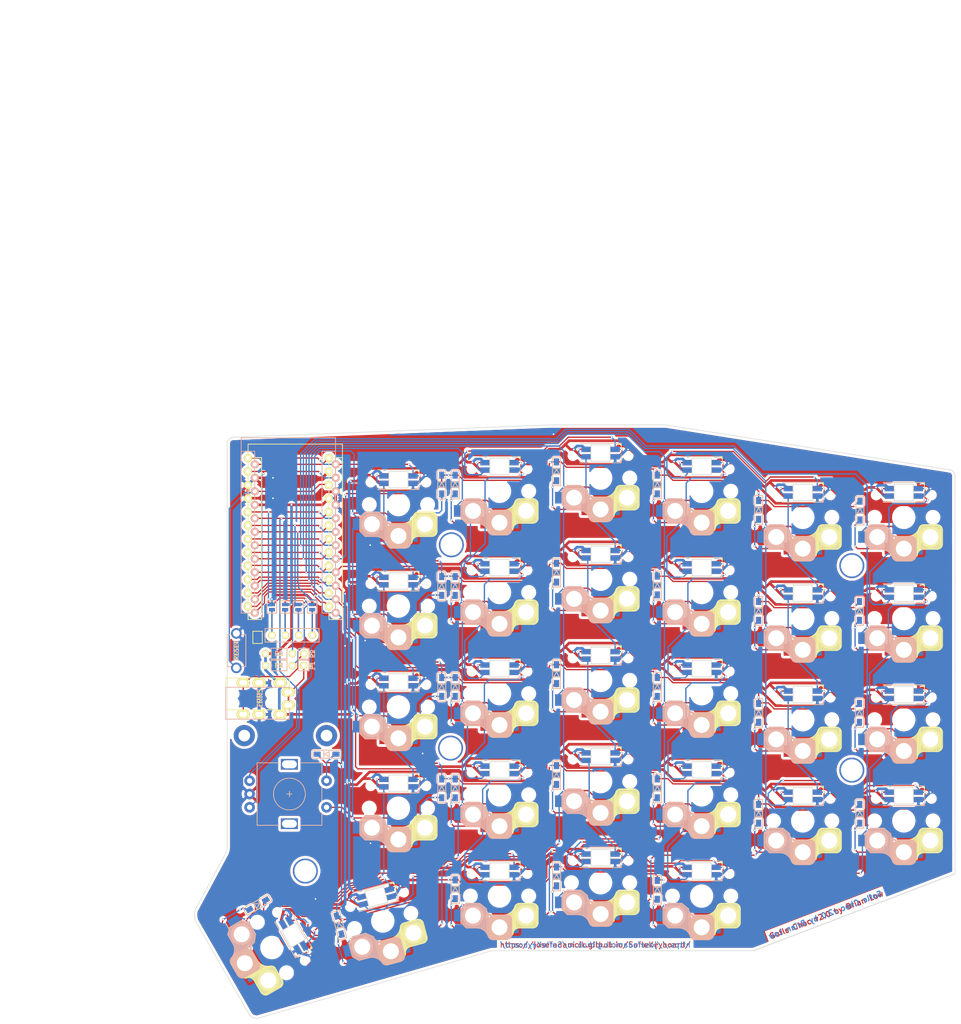
<source format=kicad_pcb>
(kicad_pcb (version 20171130) (host pcbnew "(5.1.9-0-10_14)")
  (layers (0 F.Cu signal) (31 B.Cu signal) (34 B.Paste user) (35 F.Paste user) (36 B.SilkS user) (37 F.SilkS user) (38 B.Mask user) (39 F.Mask user) (44 Edge.Cuts user))
  (net 0 "")
  (net 1 "Net-(D1-Pad2)")
  (net 2 row4)
  (net 3 "Net-(D2-Pad2)")
  (net 4 "Net-(D3-Pad2)")
  (net 5 row0)
  (net 6 "Net-(D4-Pad2)")
  (net 7 row1)
  (net 8 "Net-(D5-Pad2)")
  (net 9 row2)
  (net 10 "Net-(D6-Pad2)")
  (net 11 row3)
  (net 12 "Net-(D7-Pad2)")
  (net 13 "Net-(D8-Pad2)")
  (net 14 "Net-(D9-Pad2)")
  (net 15 "Net-(D10-Pad2)")
  (net 16 "Net-(D11-Pad2)")
  (net 17 "Net-(D12-Pad2)")
  (net 18 "Net-(D13-Pad2)")
  (net 19 "Net-(D14-Pad2)")
  (net 20 "Net-(D15-Pad2)")
  (net 21 "Net-(D16-Pad2)")
  (net 22 "Net-(D17-Pad2)")
  (net 23 "Net-(D18-Pad2)")
  (net 24 "Net-(D19-Pad2)")
  (net 25 "Net-(D20-Pad2)")
  (net 26 "Net-(D21-Pad2)")
  (net 27 "Net-(D22-Pad2)")
  (net 28 "Net-(D23-Pad2)")
  (net 29 "Net-(D24-Pad2)")
  (net 30 "Net-(D26-Pad2)")
  (net 31 "Net-(D27-Pad2)")
  (net 32 "Net-(D28-Pad2)")
  (net 33 VCC)
  (net 34 GND)
  (net 35 col0)
  (net 36 col1)
  (net 37 col2)
  (net 38 col3)
  (net 39 col4)
  (net 40 SDA)
  (net 41 LED)
  (net 42 SCL)
  (net 43 RESET)
  (net 44 "Net-(D29-Pad2)")
  (net 45 "Net-(U1-Pad24)")
  (net 46 "Net-(U1-Pad7)")
  (net 47 DATA)
  (net 48 "Net-(J3-Pad1)")
  (net 49 "Net-(J3-Pad2)")
  (net 50 "Net-(J3-Pad3)")
  (net 51 "Net-(J3-Pad4)")
  (net 52 "Net-(D30-Pad2)")
  (net 53 SW25B)
  (net 54 SW25A)
  (net 55 ENCB)
  (net 56 ENCA)
  (net 57 /i2c_c)
  (net 58 /i2c_d)
  (net 59 "Net-(SW1-Pad2)")
  (net 60 "Net-(SW2-Pad2)")
  (net 61 "Net-(SW3-Pad2)")
  (net 62 "Net-(SW12-Pad4)")
  (net 63 "Net-(SW13-Pad4)")
  (net 64 "Net-(SW10-Pad2)")
  (net 65 "Net-(SW10-Pad4)")
  (net 66 "Net-(SW11-Pad4)")
  (net 67 "Net-(SW13-Pad2)")
  (net 68 "Net-(SW14-Pad2)")
  (net 69 "Net-(SW15-Pad2)")
  (net 70 "Net-(SW17-Pad2)")
  (net 71 "Net-(SW19-Pad2)")
  (net 72 "Net-(SW26-Pad2)")
  (net 73 "Net-(SW29-Pad2)")
  (net 74 "Net-(SW14-Pad4)")
  (net 75 "Net-(SW15-Pad4)")
  (net 76 "Net-(SW11-Pad2)")
  (net 77 "Net-(SW12-Pad2)")
  (net 78 "Net-(SW21-Pad2)")
  (net 79 "Net-(SW23-Pad2)")
  (net 80 "Net-(SW2-Pad4)")
  (net 81 "Net-(SW20-Pad4)")
  (net 82 "Net-(SW27-Pad2)")
  (net 83 "Net-(SW4-Pad2)")
  (net 84 "Net-(SW6-Pad2)")
  (net 85 "Net-(SW16-Pad4)")
  (net 86 "Net-(SW18-Pad4)")
  (net 87 "Net-(SW22-Pad4)")
  (module SofleChoc:Choc_Hotswap_SK6812MiniE (layer F.Cu) (at 177.7 123.7 180)
    (fp_text reference SW30 hide)
    (fp_text value SW_PUSH_LED hide)
    (fp_line (start -1.8 3.149) (end -1.8 6.249) (layer Edge.Cuts) (width 0.12))
    (fp_line (start -1.8 6.249) (end 1.8 6.249) (layer Edge.Cuts) (width 0.12))
    (fp_line (start 1.8 6.249) (end 1.8 3.149) (layer Edge.Cuts) (width 0.12))
    (fp_line (start 1.8 3.149) (end -1.8 3.149) (layer Edge.Cuts) (width 0.12))
    (pad 1 smd rect (at 2.75 5.399 180) (size 1.7 1) (layers B.Cu B.Paste B.Mask) (net 33 VCC))
    (pad 4 smd rect (at -2.75 5.399 180) (size 1.7 1) (layers B.Cu B.Paste B.Mask) (net 73 "Net-(SW29-Pad2)"))
    (pad 2 smd rect (at 2.75 3.999 180) (size 1.7 1) (layers B.Cu B.Paste B.Mask) (net 87 "Net-(SW22-Pad4)"))
    (pad 3 smd rect (at -2.75 3.999 180) (size 1.7 1) (layers B.Cu B.Paste B.Mask) (net 34 GND))
    (pad 4 smd rect (at -2.75 3.999 180) (size 1.7 1) (layers F.Cu F.Paste F.Mask) (net 73 "Net-(SW29-Pad2)"))
    (pad 1 smd rect (at 2.75 3.999 180) (size 1.7 1) (layers F.Cu F.Paste F.Mask) (net 33 VCC))
    (pad 3 smd rect (at -2.75 5.399 180) (size 1.7 1) (layers F.Cu F.Paste F.Mask) (net 34 GND))
    (pad 2 smd rect (at 2.75 5.399 180) (size 1.7 1) (layers F.Cu F.Paste F.Mask) (net 87 "Net-(SW22-Pad4)"))
    (pad "" np_thru_hole circle (at -5.22 4.2 180) (size 1 1) (drill 1) (layers *.Cu *.Mask))
    (pad "" np_thru_hole circle (at 5.22 4.2 180) (size 1 1) (drill 1) (layers *.Cu *.Mask))
    (pad "" np_thru_hole circle (at -5 -3.7 270) (size 3 3) (drill 3) (layers *.Cu *.Mask))
    (pad 5 smd rect (at 2.8 -5.9 180) (size 1.6 2.2) (layers F.Cu F.Paste F.Mask) (net 52 "Net-(D30-Pad2)"))
    (pad 6 smd rect (at -7.9 -3.7 180) (size 1.6 2.2) (layers F.Cu F.Paste F.Mask) (net 35 col0) (clearance 0.5))
    (pad 6 smd rect (at 7.8 -3.7 180) (size 1.6 2.2) (layers B.Cu B.Paste B.Mask) (net 35 col0) (clearance 0.3))
    (pad 5 smd rect (at -2.8 -5.9 180) (size 1.6 2.2) (layers B.Cu B.Paste B.Mask) (net 52 "Net-(D30-Pad2)"))
    (pad "" np_thru_hole circle (at 5 -3.7 90) (size 3 3) (drill 3) (layers *.Cu *.Mask))
    (pad "" np_thru_hole circle (at 0 -5.9 90) (size 3 3) (drill 3) (layers *.Cu *.Mask))
    (pad "" np_thru_hole circle (at 0 0 90) (size 3.4 3.4) (drill 3.4) (layers *.Cu *.Mask))
    (pad "" np_thru_hole circle (at 5.5 0 90) (size 1.8 1.8) (drill 1.8) (layers *.Cu *.Mask))
    (pad "" np_thru_hole circle (at -5.5 0 90) (size 1.8 1.8) (drill 1.8) (layers *.Cu *.Mask))
  )
  (module SofleChoc:Choc_Hotswap_SK6812MiniE (layer F.Cu) (at 158.65 121.2 180)
    (fp_text reference SW29 hide)
    (fp_text value SW_PUSH_LED hide)
    (fp_line (start -1.8 3.149) (end -1.8 6.249) (layer Edge.Cuts) (width 0.12))
    (fp_line (start -1.8 6.249) (end 1.8 6.249) (layer Edge.Cuts) (width 0.12))
    (fp_line (start 1.8 6.249) (end 1.8 3.149) (layer Edge.Cuts) (width 0.12))
    (fp_line (start 1.8 3.149) (end -1.8 3.149) (layer Edge.Cuts) (width 0.12))
    (pad 1 smd rect (at 2.75 5.399 180) (size 1.7 1) (layers B.Cu B.Paste B.Mask) (net 33 VCC))
    (pad 4 smd rect (at -2.75 5.399 180) (size 1.7 1) (layers B.Cu B.Paste B.Mask) (net 78 "Net-(SW21-Pad2)"))
    (pad 2 smd rect (at 2.75 3.999 180) (size 1.7 1) (layers B.Cu B.Paste B.Mask) (net 73 "Net-(SW29-Pad2)"))
    (pad 3 smd rect (at -2.75 3.999 180) (size 1.7 1) (layers B.Cu B.Paste B.Mask) (net 34 GND))
    (pad 4 smd rect (at -2.75 3.999 180) (size 1.7 1) (layers F.Cu F.Paste F.Mask) (net 78 "Net-(SW21-Pad2)"))
    (pad 1 smd rect (at 2.75 3.999 180) (size 1.7 1) (layers F.Cu F.Paste F.Mask) (net 33 VCC))
    (pad 3 smd rect (at -2.75 5.399 180) (size 1.7 1) (layers F.Cu F.Paste F.Mask) (net 34 GND))
    (pad 2 smd rect (at 2.75 5.399 180) (size 1.7 1) (layers F.Cu F.Paste F.Mask) (net 73 "Net-(SW29-Pad2)"))
    (pad "" np_thru_hole circle (at -5.22 4.2 180) (size 1 1) (drill 1) (layers *.Cu *.Mask))
    (pad "" np_thru_hole circle (at 5.22 4.2 180) (size 1 1) (drill 1) (layers *.Cu *.Mask))
    (pad "" np_thru_hole circle (at -5 -3.7 270) (size 3 3) (drill 3) (layers *.Cu *.Mask))
    (pad 5 smd rect (at 2.8 -5.9 180) (size 1.6 2.2) (layers F.Cu F.Paste F.Mask) (net 44 "Net-(D29-Pad2)"))
    (pad 6 smd rect (at -7.9 -3.7 180) (size 1.6 2.2) (layers F.Cu F.Paste F.Mask) (net 36 col1) (clearance 0.5))
    (pad 6 smd rect (at 7.8 -3.7 180) (size 1.6 2.2) (layers B.Cu B.Paste B.Mask) (net 36 col1) (clearance 0.3))
    (pad 5 smd rect (at -2.8 -5.9 180) (size 1.6 2.2) (layers B.Cu B.Paste B.Mask) (net 44 "Net-(D29-Pad2)"))
    (pad "" np_thru_hole circle (at 5 -3.7 90) (size 3 3) (drill 3) (layers *.Cu *.Mask))
    (pad "" np_thru_hole circle (at 0 -5.9 90) (size 3 3) (drill 3) (layers *.Cu *.Mask))
    (pad "" np_thru_hole circle (at 0 0 90) (size 3.4 3.4) (drill 3.4) (layers *.Cu *.Mask))
    (pad "" np_thru_hole circle (at 5.5 0 90) (size 1.8 1.8) (drill 1.8) (layers *.Cu *.Mask))
    (pad "" np_thru_hole circle (at -5.5 0 90) (size 1.8 1.8) (drill 1.8) (layers *.Cu *.Mask))
  )
  (module SofleChoc:Choc_Hotswap_SK6812MiniE (layer F.Cu) (at 139.6 123.7 180)
    (fp_text reference SW28 hide)
    (fp_text value SW_PUSH_LED hide)
    (fp_line (start -1.8 3.149) (end -1.8 6.249) (layer Edge.Cuts) (width 0.12))
    (fp_line (start -1.8 6.249) (end 1.8 6.249) (layer Edge.Cuts) (width 0.12))
    (fp_line (start 1.8 6.249) (end 1.8 3.149) (layer Edge.Cuts) (width 0.12))
    (fp_line (start 1.8 3.149) (end -1.8 3.149) (layer Edge.Cuts) (width 0.12))
    (pad 1 smd rect (at 2.75 5.399 180) (size 1.7 1) (layers B.Cu B.Paste B.Mask) (net 33 VCC))
    (pad 4 smd rect (at -2.75 5.399 180) (size 1.7 1) (layers B.Cu B.Paste B.Mask) (net 82 "Net-(SW27-Pad2)"))
    (pad 2 smd rect (at 2.75 3.999 180) (size 1.7 1) (layers B.Cu B.Paste B.Mask) (net 81 "Net-(SW20-Pad4)"))
    (pad 3 smd rect (at -2.75 3.999 180) (size 1.7 1) (layers B.Cu B.Paste B.Mask) (net 34 GND))
    (pad 4 smd rect (at -2.75 3.999 180) (size 1.7 1) (layers F.Cu F.Paste F.Mask) (net 82 "Net-(SW27-Pad2)"))
    (pad 1 smd rect (at 2.75 3.999 180) (size 1.7 1) (layers F.Cu F.Paste F.Mask) (net 33 VCC))
    (pad 3 smd rect (at -2.75 5.399 180) (size 1.7 1) (layers F.Cu F.Paste F.Mask) (net 34 GND))
    (pad 2 smd rect (at 2.75 5.399 180) (size 1.7 1) (layers F.Cu F.Paste F.Mask) (net 81 "Net-(SW20-Pad4)"))
    (pad "" np_thru_hole circle (at -5.22 4.2 180) (size 1 1) (drill 1) (layers *.Cu *.Mask))
    (pad "" np_thru_hole circle (at 5.22 4.2 180) (size 1 1) (drill 1) (layers *.Cu *.Mask))
    (pad "" np_thru_hole circle (at -5 -3.7 270) (size 3 3) (drill 3) (layers *.Cu *.Mask))
    (pad 5 smd rect (at 2.8 -5.9 180) (size 1.6 2.2) (layers F.Cu F.Paste F.Mask) (net 32 "Net-(D28-Pad2)"))
    (pad 6 smd rect (at -7.9 -3.7 180) (size 1.6 2.2) (layers F.Cu F.Paste F.Mask) (net 37 col2) (clearance 0.5))
    (pad 6 smd rect (at 7.8 -3.7 180) (size 1.6 2.2) (layers B.Cu B.Paste B.Mask) (net 37 col2) (clearance 0.3))
    (pad 5 smd rect (at -2.8 -5.9 180) (size 1.6 2.2) (layers B.Cu B.Paste B.Mask) (net 32 "Net-(D28-Pad2)"))
    (pad "" np_thru_hole circle (at 5 -3.7 90) (size 3 3) (drill 3) (layers *.Cu *.Mask))
    (pad "" np_thru_hole circle (at 0 -5.9 90) (size 3 3) (drill 3) (layers *.Cu *.Mask))
    (pad "" np_thru_hole circle (at 0 0 90) (size 3.4 3.4) (drill 3.4) (layers *.Cu *.Mask))
    (pad "" np_thru_hole circle (at 5.5 0 90) (size 1.8 1.8) (drill 1.8) (layers *.Cu *.Mask))
    (pad "" np_thru_hole circle (at -5.5 0 90) (size 1.8 1.8) (drill 1.8) (layers *.Cu *.Mask))
  )
  (module SofleChoc:Choc_Hotswap_SK6812MiniE (layer F.Cu) (at 117.6 128.4 195)
    (fp_text reference SW27 hide)
    (fp_text value SW_PUSH_LED hide)
    (fp_line (start -1.8 3.149) (end -1.8 6.249) (layer Edge.Cuts) (width 0.12))
    (fp_line (start -1.8 6.249) (end 1.8 6.249) (layer Edge.Cuts) (width 0.12))
    (fp_line (start 1.8 6.249) (end 1.8 3.149) (layer Edge.Cuts) (width 0.12))
    (fp_line (start 1.8 3.149) (end -1.8 3.149) (layer Edge.Cuts) (width 0.12))
    (pad 1 smd rect (at 2.75 5.399 195) (size 1.7 1) (layers B.Cu B.Paste B.Mask) (net 33 VCC))
    (pad 4 smd rect (at -2.75 5.399 195) (size 1.7 1) (layers B.Cu B.Paste B.Mask) (net 72 "Net-(SW26-Pad2)"))
    (pad 2 smd rect (at 2.75 3.999 195) (size 1.7 1) (layers B.Cu B.Paste B.Mask) (net 82 "Net-(SW27-Pad2)"))
    (pad 3 smd rect (at -2.75 3.999 195) (size 1.7 1) (layers B.Cu B.Paste B.Mask) (net 34 GND))
    (pad 4 smd rect (at -2.75 3.999 195) (size 1.7 1) (layers F.Cu F.Paste F.Mask) (net 72 "Net-(SW26-Pad2)"))
    (pad 1 smd rect (at 2.75 3.999 195) (size 1.7 1) (layers F.Cu F.Paste F.Mask) (net 33 VCC))
    (pad 3 smd rect (at -2.75 5.399 195) (size 1.7 1) (layers F.Cu F.Paste F.Mask) (net 34 GND))
    (pad 2 smd rect (at 2.75 5.399 195) (size 1.7 1) (layers F.Cu F.Paste F.Mask) (net 82 "Net-(SW27-Pad2)"))
    (pad "" np_thru_hole circle (at -5.22 4.2 195) (size 1 1) (drill 1) (layers *.Cu *.Mask))
    (pad "" np_thru_hole circle (at 5.22 4.2 195) (size 1 1) (drill 1) (layers *.Cu *.Mask))
    (pad "" np_thru_hole circle (at -5 -3.7 285) (size 3 3) (drill 3) (layers *.Cu *.Mask))
    (pad 5 smd rect (at 2.8 -5.9 195) (size 1.6 2.2) (layers F.Cu F.Paste F.Mask) (net 31 "Net-(D27-Pad2)"))
    (pad 6 smd rect (at -7.9 -3.7 195) (size 1.6 2.2) (layers F.Cu F.Paste F.Mask) (net 38 col3) (clearance 0.5))
    (pad 6 smd rect (at 7.8 -3.7 195) (size 1.6 2.2) (layers B.Cu B.Paste B.Mask) (net 38 col3) (clearance 0.3))
    (pad 5 smd rect (at -2.8 -5.9 195) (size 1.6 2.2) (layers B.Cu B.Paste B.Mask) (net 31 "Net-(D27-Pad2)"))
    (pad "" np_thru_hole circle (at 5 -3.7 105) (size 3 3) (drill 3) (layers *.Cu *.Mask))
    (pad "" np_thru_hole circle (at 0 -5.9 105) (size 3 3) (drill 3) (layers *.Cu *.Mask))
    (pad "" np_thru_hole circle (at 0 0 105) (size 3.4 3.4) (drill 3.4) (layers *.Cu *.Mask))
    (pad "" np_thru_hole circle (at 5.5 0 105) (size 1.8 1.8) (drill 1.8) (layers *.Cu *.Mask))
    (pad "" np_thru_hole circle (at -5.5 0 105) (size 1.8 1.8) (drill 1.8) (layers *.Cu *.Mask))
  )
  (module SofleChoc:Choc_Hotswap_SK6812MiniE (layer F.Cu) (at 96.71 133.4 120)
    (fp_text reference SW26 hide)
    (fp_text value SW_PUSH_LED hide)
    (fp_line (start -1.8 3.149) (end -1.8 6.249) (layer Edge.Cuts) (width 0.12))
    (fp_line (start -1.8 6.249) (end 1.8 6.249) (layer Edge.Cuts) (width 0.12))
    (fp_line (start 1.8 6.249) (end 1.8 3.149) (layer Edge.Cuts) (width 0.12))
    (fp_line (start 1.8 3.149) (end -1.8 3.149) (layer Edge.Cuts) (width 0.12))
    (pad 1 smd rect (at 2.75 5.399 120) (size 1.7 1) (layers B.Cu B.Paste B.Mask) (net 33 VCC))
    (pad 4 smd rect (at -2.75 5.399 120) (size 1.7 1) (layers B.Cu B.Paste B.Mask) (net 71 "Net-(SW19-Pad2)"))
    (pad 2 smd rect (at 2.75 3.999 120) (size 1.7 1) (layers B.Cu B.Paste B.Mask) (net 72 "Net-(SW26-Pad2)"))
    (pad 3 smd rect (at -2.75 3.999 120) (size 1.7 1) (layers B.Cu B.Paste B.Mask) (net 34 GND))
    (pad 4 smd rect (at -2.75 3.999 120) (size 1.7 1) (layers F.Cu F.Paste F.Mask) (net 71 "Net-(SW19-Pad2)"))
    (pad 1 smd rect (at 2.75 3.999 120) (size 1.7 1) (layers F.Cu F.Paste F.Mask) (net 33 VCC))
    (pad 3 smd rect (at -2.75 5.399 120) (size 1.7 1) (layers F.Cu F.Paste F.Mask) (net 34 GND))
    (pad 2 smd rect (at 2.75 5.399 120) (size 1.7 1) (layers F.Cu F.Paste F.Mask) (net 72 "Net-(SW26-Pad2)"))
    (pad "" np_thru_hole circle (at -5.22 4.2 120) (size 1 1) (drill 1) (layers *.Cu *.Mask))
    (pad "" np_thru_hole circle (at 5.22 4.2 120) (size 1 1) (drill 1) (layers *.Cu *.Mask))
    (pad "" np_thru_hole circle (at -5 -3.7 210) (size 3 3) (drill 3) (layers *.Cu *.Mask))
    (pad 5 smd rect (at 2.8 -5.9 120) (size 1.6 2.2) (layers F.Cu F.Paste F.Mask) (net 30 "Net-(D26-Pad2)"))
    (pad 6 smd rect (at -7.9 -3.7 120) (size 1.6 2.2) (layers F.Cu F.Paste F.Mask) (net 39 col4) (clearance 0.5))
    (pad 6 smd rect (at 7.8 -3.7 120) (size 1.6 2.2) (layers B.Cu B.Paste B.Mask) (net 39 col4) (clearance 0.3))
    (pad 5 smd rect (at -2.8 -5.9 120) (size 1.6 2.2) (layers B.Cu B.Paste B.Mask) (net 30 "Net-(D26-Pad2)"))
    (pad "" np_thru_hole circle (at 5 -3.7 30) (size 3 3) (drill 3) (layers *.Cu *.Mask))
    (pad "" np_thru_hole circle (at 0 -5.9 30) (size 3 3) (drill 3) (layers *.Cu *.Mask))
    (pad "" np_thru_hole circle (at 0 0 30) (size 3.4 3.4) (drill 3.4) (layers *.Cu *.Mask))
    (pad "" np_thru_hole circle (at 5.5 0 30) (size 1.8 1.8) (drill 1.8) (layers *.Cu *.Mask))
    (pad "" np_thru_hole circle (at -5.5 0 30) (size 1.8 1.8) (drill 1.8) (layers *.Cu *.Mask))
  )
  (module SofleChoc:Choc_Hotswap_SK6812MiniE (layer F.Cu) (at 215.8 109.55 180)
    (fp_text reference SW24 hide)
    (fp_text value SW_PUSH_LED hide)
    (fp_line (start -1.8 3.149) (end -1.8 6.249) (layer Edge.Cuts) (width 0.12))
    (fp_line (start -1.8 6.249) (end 1.8 6.249) (layer Edge.Cuts) (width 0.12))
    (fp_line (start 1.8 6.249) (end 1.8 3.149) (layer Edge.Cuts) (width 0.12))
    (fp_line (start 1.8 3.149) (end -1.8 3.149) (layer Edge.Cuts) (width 0.12))
    (pad 1 smd rect (at 2.75 5.399 180) (size 1.7 1) (layers B.Cu B.Paste B.Mask) (net 33 VCC))
    (pad 4 smd rect (at -2.75 5.399 180) (size 1.7 1) (layers B.Cu B.Paste B.Mask) (net 79 "Net-(SW23-Pad2)"))
    (pad 2 smd rect (at 2.75 3.999 180) (size 1.7 1) (layers B.Cu B.Paste B.Mask) (net 86 "Net-(SW18-Pad4)"))
    (pad 3 smd rect (at -2.75 3.999 180) (size 1.7 1) (layers B.Cu B.Paste B.Mask) (net 34 GND))
    (pad 4 smd rect (at -2.75 3.999 180) (size 1.7 1) (layers F.Cu F.Paste F.Mask) (net 79 "Net-(SW23-Pad2)"))
    (pad 1 smd rect (at 2.75 3.999 180) (size 1.7 1) (layers F.Cu F.Paste F.Mask) (net 33 VCC))
    (pad 3 smd rect (at -2.75 5.399 180) (size 1.7 1) (layers F.Cu F.Paste F.Mask) (net 34 GND))
    (pad 2 smd rect (at 2.75 5.399 180) (size 1.7 1) (layers F.Cu F.Paste F.Mask) (net 86 "Net-(SW18-Pad4)"))
    (pad "" np_thru_hole circle (at -5.22 4.2 180) (size 1 1) (drill 1) (layers *.Cu *.Mask))
    (pad "" np_thru_hole circle (at 5.22 4.2 180) (size 1 1) (drill 1) (layers *.Cu *.Mask))
    (pad "" np_thru_hole circle (at -5 -3.7 270) (size 3 3) (drill 3) (layers *.Cu *.Mask))
    (pad 5 smd rect (at 2.8 -5.9 180) (size 1.6 2.2) (layers F.Cu F.Paste F.Mask) (net 29 "Net-(D24-Pad2)"))
    (pad 6 smd rect (at -7.9 -3.7 180) (size 1.6 2.2) (layers F.Cu F.Paste F.Mask) (net 35 col0) (clearance 0.5))
    (pad 6 smd rect (at 7.8 -3.7 180) (size 1.6 2.2) (layers B.Cu B.Paste B.Mask) (net 35 col0) (clearance 0.3))
    (pad 5 smd rect (at -2.8 -5.9 180) (size 1.6 2.2) (layers B.Cu B.Paste B.Mask) (net 29 "Net-(D24-Pad2)"))
    (pad "" np_thru_hole circle (at 5 -3.7 90) (size 3 3) (drill 3) (layers *.Cu *.Mask))
    (pad "" np_thru_hole circle (at 0 -5.9 90) (size 3 3) (drill 3) (layers *.Cu *.Mask))
    (pad "" np_thru_hole circle (at 0 0 90) (size 3.4 3.4) (drill 3.4) (layers *.Cu *.Mask))
    (pad "" np_thru_hole circle (at 5.5 0 90) (size 1.8 1.8) (drill 1.8) (layers *.Cu *.Mask))
    (pad "" np_thru_hole circle (at -5.5 0 90) (size 1.8 1.8) (drill 1.8) (layers *.Cu *.Mask))
  )
  (module SofleChoc:Choc_Hotswap_SK6812MiniE (layer F.Cu) (at 196.75 109.55 180)
    (fp_text reference SW23 hide)
    (fp_text value SW_PUSH_LED hide)
    (fp_line (start -1.8 3.149) (end -1.8 6.249) (layer Edge.Cuts) (width 0.12))
    (fp_line (start -1.8 6.249) (end 1.8 6.249) (layer Edge.Cuts) (width 0.12))
    (fp_line (start 1.8 6.249) (end 1.8 3.149) (layer Edge.Cuts) (width 0.12))
    (fp_line (start 1.8 3.149) (end -1.8 3.149) (layer Edge.Cuts) (width 0.12))
    (pad 1 smd rect (at 2.75 5.399 180) (size 1.7 1) (layers B.Cu B.Paste B.Mask) (net 33 VCC))
    (pad 4 smd rect (at -2.75 5.399 180) (size 1.7 1) (layers B.Cu B.Paste B.Mask) (net 70 "Net-(SW17-Pad2)"))
    (pad 2 smd rect (at 2.75 3.999 180) (size 1.7 1) (layers B.Cu B.Paste B.Mask) (net 79 "Net-(SW23-Pad2)"))
    (pad 3 smd rect (at -2.75 3.999 180) (size 1.7 1) (layers B.Cu B.Paste B.Mask) (net 34 GND))
    (pad 4 smd rect (at -2.75 3.999 180) (size 1.7 1) (layers F.Cu F.Paste F.Mask) (net 70 "Net-(SW17-Pad2)"))
    (pad 1 smd rect (at 2.75 3.999 180) (size 1.7 1) (layers F.Cu F.Paste F.Mask) (net 33 VCC))
    (pad 3 smd rect (at -2.75 5.399 180) (size 1.7 1) (layers F.Cu F.Paste F.Mask) (net 34 GND))
    (pad 2 smd rect (at 2.75 5.399 180) (size 1.7 1) (layers F.Cu F.Paste F.Mask) (net 79 "Net-(SW23-Pad2)"))
    (pad "" np_thru_hole circle (at -5.22 4.2 180) (size 1 1) (drill 1) (layers *.Cu *.Mask))
    (pad "" np_thru_hole circle (at 5.22 4.2 180) (size 1 1) (drill 1) (layers *.Cu *.Mask))
    (pad "" np_thru_hole circle (at -5 -3.7 270) (size 3 3) (drill 3) (layers *.Cu *.Mask))
    (pad 5 smd rect (at 2.8 -5.9 180) (size 1.6 2.2) (layers F.Cu F.Paste F.Mask) (net 28 "Net-(D23-Pad2)"))
    (pad 6 smd rect (at -7.9 -3.7 180) (size 1.6 2.2) (layers F.Cu F.Paste F.Mask) (net 36 col1) (clearance 0.5))
    (pad 6 smd rect (at 7.8 -3.7 180) (size 1.6 2.2) (layers B.Cu B.Paste B.Mask) (net 36 col1) (clearance 0.3))
    (pad 5 smd rect (at -2.8 -5.9 180) (size 1.6 2.2) (layers B.Cu B.Paste B.Mask) (net 28 "Net-(D23-Pad2)"))
    (pad "" np_thru_hole circle (at 5 -3.7 90) (size 3 3) (drill 3) (layers *.Cu *.Mask))
    (pad "" np_thru_hole circle (at 0 -5.9 90) (size 3 3) (drill 3) (layers *.Cu *.Mask))
    (pad "" np_thru_hole circle (at 0 0 90) (size 3.4 3.4) (drill 3.4) (layers *.Cu *.Mask))
    (pad "" np_thru_hole circle (at 5.5 0 90) (size 1.8 1.8) (drill 1.8) (layers *.Cu *.Mask))
    (pad "" np_thru_hole circle (at -5.5 0 90) (size 1.8 1.8) (drill 1.8) (layers *.Cu *.Mask))
  )
  (module SofleChoc:Choc_Hotswap_SK6812MiniE (layer F.Cu) (at 177.7 104.65 180)
    (fp_text reference SW22 hide)
    (fp_text value SW_PUSH_LED hide)
    (fp_line (start -1.8 3.149) (end -1.8 6.249) (layer Edge.Cuts) (width 0.12))
    (fp_line (start -1.8 6.249) (end 1.8 6.249) (layer Edge.Cuts) (width 0.12))
    (fp_line (start 1.8 6.249) (end 1.8 3.149) (layer Edge.Cuts) (width 0.12))
    (fp_line (start 1.8 3.149) (end -1.8 3.149) (layer Edge.Cuts) (width 0.12))
    (pad 1 smd rect (at 2.75 5.399 180) (size 1.7 1) (layers B.Cu B.Paste B.Mask) (net 33 VCC))
    (pad 4 smd rect (at -2.75 5.399 180) (size 1.7 1) (layers B.Cu B.Paste B.Mask) (net 87 "Net-(SW22-Pad4)"))
    (pad 2 smd rect (at 2.75 3.999 180) (size 1.7 1) (layers B.Cu B.Paste B.Mask) (net 85 "Net-(SW16-Pad4)"))
    (pad 3 smd rect (at -2.75 3.999 180) (size 1.7 1) (layers B.Cu B.Paste B.Mask) (net 34 GND))
    (pad 4 smd rect (at -2.75 3.999 180) (size 1.7 1) (layers F.Cu F.Paste F.Mask) (net 87 "Net-(SW22-Pad4)"))
    (pad 1 smd rect (at 2.75 3.999 180) (size 1.7 1) (layers F.Cu F.Paste F.Mask) (net 33 VCC))
    (pad 3 smd rect (at -2.75 5.399 180) (size 1.7 1) (layers F.Cu F.Paste F.Mask) (net 34 GND))
    (pad 2 smd rect (at 2.75 5.399 180) (size 1.7 1) (layers F.Cu F.Paste F.Mask) (net 85 "Net-(SW16-Pad4)"))
    (pad "" np_thru_hole circle (at -5.22 4.2 180) (size 1 1) (drill 1) (layers *.Cu *.Mask))
    (pad "" np_thru_hole circle (at 5.22 4.2 180) (size 1 1) (drill 1) (layers *.Cu *.Mask))
    (pad "" np_thru_hole circle (at -5 -3.7 270) (size 3 3) (drill 3) (layers *.Cu *.Mask))
    (pad 5 smd rect (at 2.8 -5.9 180) (size 1.6 2.2) (layers F.Cu F.Paste F.Mask) (net 27 "Net-(D22-Pad2)"))
    (pad 6 smd rect (at -7.9 -3.7 180) (size 1.6 2.2) (layers F.Cu F.Paste F.Mask) (net 37 col2) (clearance 0.5))
    (pad 6 smd rect (at 7.8 -3.7 180) (size 1.6 2.2) (layers B.Cu B.Paste B.Mask) (net 37 col2) (clearance 0.3))
    (pad 5 smd rect (at -2.8 -5.9 180) (size 1.6 2.2) (layers B.Cu B.Paste B.Mask) (net 27 "Net-(D22-Pad2)"))
    (pad "" np_thru_hole circle (at 5 -3.7 90) (size 3 3) (drill 3) (layers *.Cu *.Mask))
    (pad "" np_thru_hole circle (at 0 -5.9 90) (size 3 3) (drill 3) (layers *.Cu *.Mask))
    (pad "" np_thru_hole circle (at 0 0 90) (size 3.4 3.4) (drill 3.4) (layers *.Cu *.Mask))
    (pad "" np_thru_hole circle (at 5.5 0 90) (size 1.8 1.8) (drill 1.8) (layers *.Cu *.Mask))
    (pad "" np_thru_hole circle (at -5.5 0 90) (size 1.8 1.8) (drill 1.8) (layers *.Cu *.Mask))
  )
  (module SofleChoc:Choc_Hotswap_SK6812MiniE (layer F.Cu) (at 158.65 102.15 180)
    (fp_text reference SW21 hide)
    (fp_text value SW_PUSH_LED hide)
    (fp_line (start -1.8 3.149) (end -1.8 6.249) (layer Edge.Cuts) (width 0.12))
    (fp_line (start -1.8 6.249) (end 1.8 6.249) (layer Edge.Cuts) (width 0.12))
    (fp_line (start 1.8 6.249) (end 1.8 3.149) (layer Edge.Cuts) (width 0.12))
    (fp_line (start 1.8 3.149) (end -1.8 3.149) (layer Edge.Cuts) (width 0.12))
    (pad 1 smd rect (at 2.75 5.399 180) (size 1.7 1) (layers B.Cu B.Paste B.Mask) (net 33 VCC))
    (pad 4 smd rect (at -2.75 5.399 180) (size 1.7 1) (layers B.Cu B.Paste B.Mask) (net 69 "Net-(SW15-Pad2)"))
    (pad 2 smd rect (at 2.75 3.999 180) (size 1.7 1) (layers B.Cu B.Paste B.Mask) (net 78 "Net-(SW21-Pad2)"))
    (pad 3 smd rect (at -2.75 3.999 180) (size 1.7 1) (layers B.Cu B.Paste B.Mask) (net 34 GND))
    (pad 4 smd rect (at -2.75 3.999 180) (size 1.7 1) (layers F.Cu F.Paste F.Mask) (net 69 "Net-(SW15-Pad2)"))
    (pad 1 smd rect (at 2.75 3.999 180) (size 1.7 1) (layers F.Cu F.Paste F.Mask) (net 33 VCC))
    (pad 3 smd rect (at -2.75 5.399 180) (size 1.7 1) (layers F.Cu F.Paste F.Mask) (net 34 GND))
    (pad 2 smd rect (at 2.75 5.399 180) (size 1.7 1) (layers F.Cu F.Paste F.Mask) (net 78 "Net-(SW21-Pad2)"))
    (pad "" np_thru_hole circle (at -5.22 4.2 180) (size 1 1) (drill 1) (layers *.Cu *.Mask))
    (pad "" np_thru_hole circle (at 5.22 4.2 180) (size 1 1) (drill 1) (layers *.Cu *.Mask))
    (pad "" np_thru_hole circle (at -5 -3.7 270) (size 3 3) (drill 3) (layers *.Cu *.Mask))
    (pad 5 smd rect (at 2.8 -5.9 180) (size 1.6 2.2) (layers F.Cu F.Paste F.Mask) (net 26 "Net-(D21-Pad2)"))
    (pad 6 smd rect (at -7.9 -3.7 180) (size 1.6 2.2) (layers F.Cu F.Paste F.Mask) (net 38 col3) (clearance 0.5))
    (pad 6 smd rect (at 7.8 -3.7 180) (size 1.6 2.2) (layers B.Cu B.Paste B.Mask) (net 38 col3) (clearance 0.3))
    (pad 5 smd rect (at -2.8 -5.9 180) (size 1.6 2.2) (layers B.Cu B.Paste B.Mask) (net 26 "Net-(D21-Pad2)"))
    (pad "" np_thru_hole circle (at 5 -3.7 90) (size 3 3) (drill 3) (layers *.Cu *.Mask))
    (pad "" np_thru_hole circle (at 0 -5.9 90) (size 3 3) (drill 3) (layers *.Cu *.Mask))
    (pad "" np_thru_hole circle (at 0 0 90) (size 3.4 3.4) (drill 3.4) (layers *.Cu *.Mask))
    (pad "" np_thru_hole circle (at 5.5 0 90) (size 1.8 1.8) (drill 1.8) (layers *.Cu *.Mask))
    (pad "" np_thru_hole circle (at -5.5 0 90) (size 1.8 1.8) (drill 1.8) (layers *.Cu *.Mask))
  )
  (module SofleChoc:Choc_Hotswap_SK6812MiniE (layer F.Cu) (at 139.6 104.65 180)
    (fp_text reference SW20 hide)
    (fp_text value SW_PUSH_LED hide)
    (fp_line (start -1.8 3.149) (end -1.8 6.249) (layer Edge.Cuts) (width 0.12))
    (fp_line (start -1.8 6.249) (end 1.8 6.249) (layer Edge.Cuts) (width 0.12))
    (fp_line (start 1.8 6.249) (end 1.8 3.149) (layer Edge.Cuts) (width 0.12))
    (fp_line (start 1.8 3.149) (end -1.8 3.149) (layer Edge.Cuts) (width 0.12))
    (pad 1 smd rect (at 2.75 5.399 180) (size 1.7 1) (layers B.Cu B.Paste B.Mask) (net 33 VCC))
    (pad 4 smd rect (at -2.75 5.399 180) (size 1.7 1) (layers B.Cu B.Paste B.Mask) (net 81 "Net-(SW20-Pad4)"))
    (pad 2 smd rect (at 2.75 3.999 180) (size 1.7 1) (layers B.Cu B.Paste B.Mask) (net 74 "Net-(SW14-Pad4)"))
    (pad 3 smd rect (at -2.75 3.999 180) (size 1.7 1) (layers B.Cu B.Paste B.Mask) (net 34 GND))
    (pad 4 smd rect (at -2.75 3.999 180) (size 1.7 1) (layers F.Cu F.Paste F.Mask) (net 81 "Net-(SW20-Pad4)"))
    (pad 1 smd rect (at 2.75 3.999 180) (size 1.7 1) (layers F.Cu F.Paste F.Mask) (net 33 VCC))
    (pad 3 smd rect (at -2.75 5.399 180) (size 1.7 1) (layers F.Cu F.Paste F.Mask) (net 34 GND))
    (pad 2 smd rect (at 2.75 5.399 180) (size 1.7 1) (layers F.Cu F.Paste F.Mask) (net 74 "Net-(SW14-Pad4)"))
    (pad "" np_thru_hole circle (at -5.22 4.2 180) (size 1 1) (drill 1) (layers *.Cu *.Mask))
    (pad "" np_thru_hole circle (at 5.22 4.2 180) (size 1 1) (drill 1) (layers *.Cu *.Mask))
    (pad "" np_thru_hole circle (at -5 -3.7 270) (size 3 3) (drill 3) (layers *.Cu *.Mask))
    (pad 5 smd rect (at 2.8 -5.9 180) (size 1.6 2.2) (layers F.Cu F.Paste F.Mask) (net 25 "Net-(D20-Pad2)"))
    (pad 6 smd rect (at -7.9 -3.7 180) (size 1.6 2.2) (layers F.Cu F.Paste F.Mask) (net 39 col4) (clearance 0.5))
    (pad 6 smd rect (at 7.8 -3.7 180) (size 1.6 2.2) (layers B.Cu B.Paste B.Mask) (net 39 col4) (clearance 0.3))
    (pad 5 smd rect (at -2.8 -5.9 180) (size 1.6 2.2) (layers B.Cu B.Paste B.Mask) (net 25 "Net-(D20-Pad2)"))
    (pad "" np_thru_hole circle (at 5 -3.7 90) (size 3 3) (drill 3) (layers *.Cu *.Mask))
    (pad "" np_thru_hole circle (at 0 -5.9 90) (size 3 3) (drill 3) (layers *.Cu *.Mask))
    (pad "" np_thru_hole circle (at 0 0 90) (size 3.4 3.4) (drill 3.4) (layers *.Cu *.Mask))
    (pad "" np_thru_hole circle (at 5.5 0 90) (size 1.8 1.8) (drill 1.8) (layers *.Cu *.Mask))
    (pad "" np_thru_hole circle (at -5.5 0 90) (size 1.8 1.8) (drill 1.8) (layers *.Cu *.Mask))
  )
  (module SofleChoc:Choc_Hotswap_SK6812MiniE (layer F.Cu) (at 120.55 107.15 180)
    (fp_text reference SW19 hide)
    (fp_text value SW_PUSH_LED hide)
    (fp_line (start -1.8 3.149) (end -1.8 6.249) (layer Edge.Cuts) (width 0.12))
    (fp_line (start -1.8 6.249) (end 1.8 6.249) (layer Edge.Cuts) (width 0.12))
    (fp_line (start 1.8 6.249) (end 1.8 3.149) (layer Edge.Cuts) (width 0.12))
    (fp_line (start 1.8 3.149) (end -1.8 3.149) (layer Edge.Cuts) (width 0.12))
    (pad 1 smd rect (at 2.75 5.399 180) (size 1.7 1) (layers B.Cu B.Paste B.Mask) (net 33 VCC))
    (pad 4 smd rect (at -2.75 5.399 180) (size 1.7 1) (layers B.Cu B.Paste B.Mask) (net 67 "Net-(SW13-Pad2)"))
    (pad 2 smd rect (at 2.75 3.999 180) (size 1.7 1) (layers B.Cu B.Paste B.Mask) (net 71 "Net-(SW19-Pad2)"))
    (pad 3 smd rect (at -2.75 3.999 180) (size 1.7 1) (layers B.Cu B.Paste B.Mask) (net 34 GND))
    (pad 4 smd rect (at -2.75 3.999 180) (size 1.7 1) (layers F.Cu F.Paste F.Mask) (net 67 "Net-(SW13-Pad2)"))
    (pad 1 smd rect (at 2.75 3.999 180) (size 1.7 1) (layers F.Cu F.Paste F.Mask) (net 33 VCC))
    (pad 3 smd rect (at -2.75 5.399 180) (size 1.7 1) (layers F.Cu F.Paste F.Mask) (net 34 GND))
    (pad 2 smd rect (at 2.75 5.399 180) (size 1.7 1) (layers F.Cu F.Paste F.Mask) (net 71 "Net-(SW19-Pad2)"))
    (pad "" np_thru_hole circle (at -5.22 4.2 180) (size 1 1) (drill 1) (layers *.Cu *.Mask))
    (pad "" np_thru_hole circle (at 5.22 4.2 180) (size 1 1) (drill 1) (layers *.Cu *.Mask))
    (pad "" np_thru_hole circle (at -5 -3.7 270) (size 3 3) (drill 3) (layers *.Cu *.Mask))
    (pad 5 smd rect (at 2.8 -5.9 180) (size 1.6 2.2) (layers F.Cu F.Paste F.Mask) (net 24 "Net-(D19-Pad2)"))
    (pad 6 smd rect (at -7.9 -3.7 180) (size 1.6 2.2) (layers F.Cu F.Paste F.Mask) (net 54 SW25A) (clearance 0.5))
    (pad 6 smd rect (at 7.8 -3.7 180) (size 1.6 2.2) (layers B.Cu B.Paste B.Mask) (net 54 SW25A) (clearance 0.3))
    (pad 5 smd rect (at -2.8 -5.9 180) (size 1.6 2.2) (layers B.Cu B.Paste B.Mask) (net 24 "Net-(D19-Pad2)"))
    (pad "" np_thru_hole circle (at 5 -3.7 90) (size 3 3) (drill 3) (layers *.Cu *.Mask))
    (pad "" np_thru_hole circle (at 0 -5.9 90) (size 3 3) (drill 3) (layers *.Cu *.Mask))
    (pad "" np_thru_hole circle (at 0 0 90) (size 3.4 3.4) (drill 3.4) (layers *.Cu *.Mask))
    (pad "" np_thru_hole circle (at 5.5 0 90) (size 1.8 1.8) (drill 1.8) (layers *.Cu *.Mask))
    (pad "" np_thru_hole circle (at -5.5 0 90) (size 1.8 1.8) (drill 1.8) (layers *.Cu *.Mask))
  )
  (module SofleChoc:Choc_Hotswap_SK6812MiniE (layer F.Cu) (at 215.8 90.5 180)
    (fp_text reference SW18 hide)
    (fp_text value SW_PUSH_LED hide)
    (fp_line (start -1.8 3.149) (end -1.8 6.249) (layer Edge.Cuts) (width 0.12))
    (fp_line (start -1.8 6.249) (end 1.8 6.249) (layer Edge.Cuts) (width 0.12))
    (fp_line (start 1.8 6.249) (end 1.8 3.149) (layer Edge.Cuts) (width 0.12))
    (fp_line (start 1.8 3.149) (end -1.8 3.149) (layer Edge.Cuts) (width 0.12))
    (pad 1 smd rect (at 2.75 5.399 180) (size 1.7 1) (layers B.Cu B.Paste B.Mask) (net 33 VCC))
    (pad 4 smd rect (at -2.75 5.399 180) (size 1.7 1) (layers B.Cu B.Paste B.Mask) (net 86 "Net-(SW18-Pad4)"))
    (pad 2 smd rect (at 2.75 3.999 180) (size 1.7 1) (layers B.Cu B.Paste B.Mask) (net 62 "Net-(SW12-Pad4)"))
    (pad 3 smd rect (at -2.75 3.999 180) (size 1.7 1) (layers B.Cu B.Paste B.Mask) (net 34 GND))
    (pad 4 smd rect (at -2.75 3.999 180) (size 1.7 1) (layers F.Cu F.Paste F.Mask) (net 86 "Net-(SW18-Pad4)"))
    (pad 1 smd rect (at 2.75 3.999 180) (size 1.7 1) (layers F.Cu F.Paste F.Mask) (net 33 VCC))
    (pad 3 smd rect (at -2.75 5.399 180) (size 1.7 1) (layers F.Cu F.Paste F.Mask) (net 34 GND))
    (pad 2 smd rect (at 2.75 5.399 180) (size 1.7 1) (layers F.Cu F.Paste F.Mask) (net 62 "Net-(SW12-Pad4)"))
    (pad "" np_thru_hole circle (at -5.22 4.2 180) (size 1 1) (drill 1) (layers *.Cu *.Mask))
    (pad "" np_thru_hole circle (at 5.22 4.2 180) (size 1 1) (drill 1) (layers *.Cu *.Mask))
    (pad "" np_thru_hole circle (at -5 -3.7 270) (size 3 3) (drill 3) (layers *.Cu *.Mask))
    (pad 5 smd rect (at 2.8 -5.9 180) (size 1.6 2.2) (layers F.Cu F.Paste F.Mask) (net 23 "Net-(D18-Pad2)"))
    (pad 6 smd rect (at -7.9 -3.7 180) (size 1.6 2.2) (layers F.Cu F.Paste F.Mask) (net 35 col0) (clearance 0.5))
    (pad 6 smd rect (at 7.8 -3.7 180) (size 1.6 2.2) (layers B.Cu B.Paste B.Mask) (net 35 col0) (clearance 0.3))
    (pad 5 smd rect (at -2.8 -5.9 180) (size 1.6 2.2) (layers B.Cu B.Paste B.Mask) (net 23 "Net-(D18-Pad2)"))
    (pad "" np_thru_hole circle (at 5 -3.7 90) (size 3 3) (drill 3) (layers *.Cu *.Mask))
    (pad "" np_thru_hole circle (at 0 -5.9 90) (size 3 3) (drill 3) (layers *.Cu *.Mask))
    (pad "" np_thru_hole circle (at 0 0 90) (size 3.4 3.4) (drill 3.4) (layers *.Cu *.Mask))
    (pad "" np_thru_hole circle (at 5.5 0 90) (size 1.8 1.8) (drill 1.8) (layers *.Cu *.Mask))
    (pad "" np_thru_hole circle (at -5.5 0 90) (size 1.8 1.8) (drill 1.8) (layers *.Cu *.Mask))
  )
  (module SofleChoc:Choc_Hotswap_SK6812MiniE (layer F.Cu) (at 196.75 90.5 180)
    (fp_text reference SW17 hide)
    (fp_text value SW_PUSH_LED hide)
    (fp_line (start -1.8 3.149) (end -1.8 6.249) (layer Edge.Cuts) (width 0.12))
    (fp_line (start -1.8 6.249) (end 1.8 6.249) (layer Edge.Cuts) (width 0.12))
    (fp_line (start 1.8 6.249) (end 1.8 3.149) (layer Edge.Cuts) (width 0.12))
    (fp_line (start 1.8 3.149) (end -1.8 3.149) (layer Edge.Cuts) (width 0.12))
    (pad 1 smd rect (at 2.75 5.399 180) (size 1.7 1) (layers B.Cu B.Paste B.Mask) (net 33 VCC))
    (pad 4 smd rect (at -2.75 5.399 180) (size 1.7 1) (layers B.Cu B.Paste B.Mask) (net 76 "Net-(SW11-Pad2)"))
    (pad 2 smd rect (at 2.75 3.999 180) (size 1.7 1) (layers B.Cu B.Paste B.Mask) (net 70 "Net-(SW17-Pad2)"))
    (pad 3 smd rect (at -2.75 3.999 180) (size 1.7 1) (layers B.Cu B.Paste B.Mask) (net 34 GND))
    (pad 4 smd rect (at -2.75 3.999 180) (size 1.7 1) (layers F.Cu F.Paste F.Mask) (net 76 "Net-(SW11-Pad2)"))
    (pad 1 smd rect (at 2.75 3.999 180) (size 1.7 1) (layers F.Cu F.Paste F.Mask) (net 33 VCC))
    (pad 3 smd rect (at -2.75 5.399 180) (size 1.7 1) (layers F.Cu F.Paste F.Mask) (net 34 GND))
    (pad 2 smd rect (at 2.75 5.399 180) (size 1.7 1) (layers F.Cu F.Paste F.Mask) (net 70 "Net-(SW17-Pad2)"))
    (pad "" np_thru_hole circle (at -5.22 4.2 180) (size 1 1) (drill 1) (layers *.Cu *.Mask))
    (pad "" np_thru_hole circle (at 5.22 4.2 180) (size 1 1) (drill 1) (layers *.Cu *.Mask))
    (pad "" np_thru_hole circle (at -5 -3.7 270) (size 3 3) (drill 3) (layers *.Cu *.Mask))
    (pad 5 smd rect (at 2.8 -5.9 180) (size 1.6 2.2) (layers F.Cu F.Paste F.Mask) (net 22 "Net-(D17-Pad2)"))
    (pad 6 smd rect (at -7.9 -3.7 180) (size 1.6 2.2) (layers F.Cu F.Paste F.Mask) (net 36 col1) (clearance 0.5))
    (pad 6 smd rect (at 7.8 -3.7 180) (size 1.6 2.2) (layers B.Cu B.Paste B.Mask) (net 36 col1) (clearance 0.3))
    (pad 5 smd rect (at -2.8 -5.9 180) (size 1.6 2.2) (layers B.Cu B.Paste B.Mask) (net 22 "Net-(D17-Pad2)"))
    (pad "" np_thru_hole circle (at 5 -3.7 90) (size 3 3) (drill 3) (layers *.Cu *.Mask))
    (pad "" np_thru_hole circle (at 0 -5.9 90) (size 3 3) (drill 3) (layers *.Cu *.Mask))
    (pad "" np_thru_hole circle (at 0 0 90) (size 3.4 3.4) (drill 3.4) (layers *.Cu *.Mask))
    (pad "" np_thru_hole circle (at 5.5 0 90) (size 1.8 1.8) (drill 1.8) (layers *.Cu *.Mask))
    (pad "" np_thru_hole circle (at -5.5 0 90) (size 1.8 1.8) (drill 1.8) (layers *.Cu *.Mask))
  )
  (module SofleChoc:Choc_Hotswap_SK6812MiniE (layer F.Cu) (at 177.7 85.6 180)
    (fp_text reference SW16 hide)
    (fp_text value SW_PUSH_LED hide)
    (fp_line (start -1.8 3.149) (end -1.8 6.249) (layer Edge.Cuts) (width 0.12))
    (fp_line (start -1.8 6.249) (end 1.8 6.249) (layer Edge.Cuts) (width 0.12))
    (fp_line (start 1.8 6.249) (end 1.8 3.149) (layer Edge.Cuts) (width 0.12))
    (fp_line (start 1.8 3.149) (end -1.8 3.149) (layer Edge.Cuts) (width 0.12))
    (pad 1 smd rect (at 2.75 5.399 180) (size 1.7 1) (layers B.Cu B.Paste B.Mask) (net 33 VCC))
    (pad 4 smd rect (at -2.75 5.399 180) (size 1.7 1) (layers B.Cu B.Paste B.Mask) (net 85 "Net-(SW16-Pad4)"))
    (pad 2 smd rect (at 2.75 3.999 180) (size 1.7 1) (layers B.Cu B.Paste B.Mask) (net 65 "Net-(SW10-Pad4)"))
    (pad 3 smd rect (at -2.75 3.999 180) (size 1.7 1) (layers B.Cu B.Paste B.Mask) (net 34 GND))
    (pad 4 smd rect (at -2.75 3.999 180) (size 1.7 1) (layers F.Cu F.Paste F.Mask) (net 85 "Net-(SW16-Pad4)"))
    (pad 1 smd rect (at 2.75 3.999 180) (size 1.7 1) (layers F.Cu F.Paste F.Mask) (net 33 VCC))
    (pad 3 smd rect (at -2.75 5.399 180) (size 1.7 1) (layers F.Cu F.Paste F.Mask) (net 34 GND))
    (pad 2 smd rect (at 2.75 5.399 180) (size 1.7 1) (layers F.Cu F.Paste F.Mask) (net 65 "Net-(SW10-Pad4)"))
    (pad "" np_thru_hole circle (at -5.22 4.2 180) (size 1 1) (drill 1) (layers *.Cu *.Mask))
    (pad "" np_thru_hole circle (at 5.22 4.2 180) (size 1 1) (drill 1) (layers *.Cu *.Mask))
    (pad "" np_thru_hole circle (at -5 -3.7 270) (size 3 3) (drill 3) (layers *.Cu *.Mask))
    (pad 5 smd rect (at 2.8 -5.9 180) (size 1.6 2.2) (layers F.Cu F.Paste F.Mask) (net 21 "Net-(D16-Pad2)"))
    (pad 6 smd rect (at -7.9 -3.7 180) (size 1.6 2.2) (layers F.Cu F.Paste F.Mask) (net 37 col2) (clearance 0.5))
    (pad 6 smd rect (at 7.8 -3.7 180) (size 1.6 2.2) (layers B.Cu B.Paste B.Mask) (net 37 col2) (clearance 0.3))
    (pad 5 smd rect (at -2.8 -5.9 180) (size 1.6 2.2) (layers B.Cu B.Paste B.Mask) (net 21 "Net-(D16-Pad2)"))
    (pad "" np_thru_hole circle (at 5 -3.7 90) (size 3 3) (drill 3) (layers *.Cu *.Mask))
    (pad "" np_thru_hole circle (at 0 -5.9 90) (size 3 3) (drill 3) (layers *.Cu *.Mask))
    (pad "" np_thru_hole circle (at 0 0 90) (size 3.4 3.4) (drill 3.4) (layers *.Cu *.Mask))
    (pad "" np_thru_hole circle (at 5.5 0 90) (size 1.8 1.8) (drill 1.8) (layers *.Cu *.Mask))
    (pad "" np_thru_hole circle (at -5.5 0 90) (size 1.8 1.8) (drill 1.8) (layers *.Cu *.Mask))
  )
  (module SofleChoc:Choc_Hotswap_SK6812MiniE (layer F.Cu) (at 158.65 83.1 180)
    (fp_text reference SW15 hide)
    (fp_text value SW_PUSH_LED hide)
    (fp_line (start -1.8 3.149) (end -1.8 6.249) (layer Edge.Cuts) (width 0.12))
    (fp_line (start -1.8 6.249) (end 1.8 6.249) (layer Edge.Cuts) (width 0.12))
    (fp_line (start 1.8 6.249) (end 1.8 3.149) (layer Edge.Cuts) (width 0.12))
    (fp_line (start 1.8 3.149) (end -1.8 3.149) (layer Edge.Cuts) (width 0.12))
    (pad 1 smd rect (at 2.75 5.399 180) (size 1.7 1) (layers B.Cu B.Paste B.Mask) (net 33 VCC))
    (pad 4 smd rect (at -2.75 5.399 180) (size 1.7 1) (layers B.Cu B.Paste B.Mask) (net 75 "Net-(SW15-Pad4)"))
    (pad 2 smd rect (at 2.75 3.999 180) (size 1.7 1) (layers B.Cu B.Paste B.Mask) (net 69 "Net-(SW15-Pad2)"))
    (pad 3 smd rect (at -2.75 3.999 180) (size 1.7 1) (layers B.Cu B.Paste B.Mask) (net 34 GND))
    (pad 4 smd rect (at -2.75 3.999 180) (size 1.7 1) (layers F.Cu F.Paste F.Mask) (net 75 "Net-(SW15-Pad4)"))
    (pad 1 smd rect (at 2.75 3.999 180) (size 1.7 1) (layers F.Cu F.Paste F.Mask) (net 33 VCC))
    (pad 3 smd rect (at -2.75 5.399 180) (size 1.7 1) (layers F.Cu F.Paste F.Mask) (net 34 GND))
    (pad 2 smd rect (at 2.75 5.399 180) (size 1.7 1) (layers F.Cu F.Paste F.Mask) (net 69 "Net-(SW15-Pad2)"))
    (pad "" np_thru_hole circle (at -5.22 4.2 180) (size 1 1) (drill 1) (layers *.Cu *.Mask))
    (pad "" np_thru_hole circle (at 5.22 4.2 180) (size 1 1) (drill 1) (layers *.Cu *.Mask))
    (pad "" np_thru_hole circle (at -5 -3.7 270) (size 3 3) (drill 3) (layers *.Cu *.Mask))
    (pad 5 smd rect (at 2.8 -5.9 180) (size 1.6 2.2) (layers F.Cu F.Paste F.Mask) (net 20 "Net-(D15-Pad2)"))
    (pad 6 smd rect (at -7.9 -3.7 180) (size 1.6 2.2) (layers F.Cu F.Paste F.Mask) (net 38 col3) (clearance 0.5))
    (pad 6 smd rect (at 7.8 -3.7 180) (size 1.6 2.2) (layers B.Cu B.Paste B.Mask) (net 38 col3) (clearance 0.3))
    (pad 5 smd rect (at -2.8 -5.9 180) (size 1.6 2.2) (layers B.Cu B.Paste B.Mask) (net 20 "Net-(D15-Pad2)"))
    (pad "" np_thru_hole circle (at 5 -3.7 90) (size 3 3) (drill 3) (layers *.Cu *.Mask))
    (pad "" np_thru_hole circle (at 0 -5.9 90) (size 3 3) (drill 3) (layers *.Cu *.Mask))
    (pad "" np_thru_hole circle (at 0 0 90) (size 3.4 3.4) (drill 3.4) (layers *.Cu *.Mask))
    (pad "" np_thru_hole circle (at 5.5 0 90) (size 1.8 1.8) (drill 1.8) (layers *.Cu *.Mask))
    (pad "" np_thru_hole circle (at -5.5 0 90) (size 1.8 1.8) (drill 1.8) (layers *.Cu *.Mask))
  )
  (module SofleChoc:Choc_Hotswap_SK6812MiniE (layer F.Cu) (at 139.6 85.6 180)
    (fp_text reference SW14 hide)
    (fp_text value SW_PUSH_LED hide)
    (fp_line (start -1.8 3.149) (end -1.8 6.249) (layer Edge.Cuts) (width 0.12))
    (fp_line (start -1.8 6.249) (end 1.8 6.249) (layer Edge.Cuts) (width 0.12))
    (fp_line (start 1.8 6.249) (end 1.8 3.149) (layer Edge.Cuts) (width 0.12))
    (fp_line (start 1.8 3.149) (end -1.8 3.149) (layer Edge.Cuts) (width 0.12))
    (pad 1 smd rect (at 2.75 5.399 180) (size 1.7 1) (layers B.Cu B.Paste B.Mask) (net 33 VCC))
    (pad 4 smd rect (at -2.75 5.399 180) (size 1.7 1) (layers B.Cu B.Paste B.Mask) (net 74 "Net-(SW14-Pad4)"))
    (pad 2 smd rect (at 2.75 3.999 180) (size 1.7 1) (layers B.Cu B.Paste B.Mask) (net 68 "Net-(SW14-Pad2)"))
    (pad 3 smd rect (at -2.75 3.999 180) (size 1.7 1) (layers B.Cu B.Paste B.Mask) (net 34 GND))
    (pad 4 smd rect (at -2.75 3.999 180) (size 1.7 1) (layers F.Cu F.Paste F.Mask) (net 74 "Net-(SW14-Pad4)"))
    (pad 1 smd rect (at 2.75 3.999 180) (size 1.7 1) (layers F.Cu F.Paste F.Mask) (net 33 VCC))
    (pad 3 smd rect (at -2.75 5.399 180) (size 1.7 1) (layers F.Cu F.Paste F.Mask) (net 34 GND))
    (pad 2 smd rect (at 2.75 5.399 180) (size 1.7 1) (layers F.Cu F.Paste F.Mask) (net 68 "Net-(SW14-Pad2)"))
    (pad "" np_thru_hole circle (at -5.22 4.2 180) (size 1 1) (drill 1) (layers *.Cu *.Mask))
    (pad "" np_thru_hole circle (at 5.22 4.2 180) (size 1 1) (drill 1) (layers *.Cu *.Mask))
    (pad "" np_thru_hole circle (at -5 -3.7 270) (size 3 3) (drill 3) (layers *.Cu *.Mask))
    (pad 5 smd rect (at 2.8 -5.9 180) (size 1.6 2.2) (layers F.Cu F.Paste F.Mask) (net 19 "Net-(D14-Pad2)"))
    (pad 6 smd rect (at -7.9 -3.7 180) (size 1.6 2.2) (layers F.Cu F.Paste F.Mask) (net 39 col4) (clearance 0.5))
    (pad 6 smd rect (at 7.8 -3.7 180) (size 1.6 2.2) (layers B.Cu B.Paste B.Mask) (net 39 col4) (clearance 0.3))
    (pad 5 smd rect (at -2.8 -5.9 180) (size 1.6 2.2) (layers B.Cu B.Paste B.Mask) (net 19 "Net-(D14-Pad2)"))
    (pad "" np_thru_hole circle (at 5 -3.7 90) (size 3 3) (drill 3) (layers *.Cu *.Mask))
    (pad "" np_thru_hole circle (at 0 -5.9 90) (size 3 3) (drill 3) (layers *.Cu *.Mask))
    (pad "" np_thru_hole circle (at 0 0 90) (size 3.4 3.4) (drill 3.4) (layers *.Cu *.Mask))
    (pad "" np_thru_hole circle (at 5.5 0 90) (size 1.8 1.8) (drill 1.8) (layers *.Cu *.Mask))
    (pad "" np_thru_hole circle (at -5.5 0 90) (size 1.8 1.8) (drill 1.8) (layers *.Cu *.Mask))
  )
  (module SofleChoc:Choc_Hotswap_SK6812MiniE (layer F.Cu) (at 120.55 88.1 180)
    (fp_text reference SW13 hide)
    (fp_text value SW_PUSH_LED hide)
    (fp_line (start -1.8 3.149) (end -1.8 6.249) (layer Edge.Cuts) (width 0.12))
    (fp_line (start -1.8 6.249) (end 1.8 6.249) (layer Edge.Cuts) (width 0.12))
    (fp_line (start 1.8 6.249) (end 1.8 3.149) (layer Edge.Cuts) (width 0.12))
    (fp_line (start 1.8 3.149) (end -1.8 3.149) (layer Edge.Cuts) (width 0.12))
    (pad 1 smd rect (at 2.75 5.399 180) (size 1.7 1) (layers B.Cu B.Paste B.Mask) (net 33 VCC))
    (pad 4 smd rect (at -2.75 5.399 180) (size 1.7 1) (layers B.Cu B.Paste B.Mask) (net 63 "Net-(SW13-Pad4)"))
    (pad 2 smd rect (at 2.75 3.999 180) (size 1.7 1) (layers B.Cu B.Paste B.Mask) (net 67 "Net-(SW13-Pad2)"))
    (pad 3 smd rect (at -2.75 3.999 180) (size 1.7 1) (layers B.Cu B.Paste B.Mask) (net 34 GND))
    (pad 4 smd rect (at -2.75 3.999 180) (size 1.7 1) (layers F.Cu F.Paste F.Mask) (net 63 "Net-(SW13-Pad4)"))
    (pad 1 smd rect (at 2.75 3.999 180) (size 1.7 1) (layers F.Cu F.Paste F.Mask) (net 33 VCC))
    (pad 3 smd rect (at -2.75 5.399 180) (size 1.7 1) (layers F.Cu F.Paste F.Mask) (net 34 GND))
    (pad 2 smd rect (at 2.75 5.399 180) (size 1.7 1) (layers F.Cu F.Paste F.Mask) (net 67 "Net-(SW13-Pad2)"))
    (pad "" np_thru_hole circle (at -5.22 4.2 180) (size 1 1) (drill 1) (layers *.Cu *.Mask))
    (pad "" np_thru_hole circle (at 5.22 4.2 180) (size 1 1) (drill 1) (layers *.Cu *.Mask))
    (pad "" np_thru_hole circle (at -5 -3.7 270) (size 3 3) (drill 3) (layers *.Cu *.Mask))
    (pad 5 smd rect (at 2.8 -5.9 180) (size 1.6 2.2) (layers F.Cu F.Paste F.Mask) (net 18 "Net-(D13-Pad2)"))
    (pad 6 smd rect (at -7.9 -3.7 180) (size 1.6 2.2) (layers F.Cu F.Paste F.Mask) (net 54 SW25A) (clearance 0.5))
    (pad 6 smd rect (at 7.8 -3.7 180) (size 1.6 2.2) (layers B.Cu B.Paste B.Mask) (net 54 SW25A) (clearance 0.3))
    (pad 5 smd rect (at -2.8 -5.9 180) (size 1.6 2.2) (layers B.Cu B.Paste B.Mask) (net 18 "Net-(D13-Pad2)"))
    (pad "" np_thru_hole circle (at 5 -3.7 90) (size 3 3) (drill 3) (layers *.Cu *.Mask))
    (pad "" np_thru_hole circle (at 0 -5.9 90) (size 3 3) (drill 3) (layers *.Cu *.Mask))
    (pad "" np_thru_hole circle (at 0 0 90) (size 3.4 3.4) (drill 3.4) (layers *.Cu *.Mask))
    (pad "" np_thru_hole circle (at 5.5 0 90) (size 1.8 1.8) (drill 1.8) (layers *.Cu *.Mask))
    (pad "" np_thru_hole circle (at -5.5 0 90) (size 1.8 1.8) (drill 1.8) (layers *.Cu *.Mask))
  )
  (module SofleChoc:Choc_Hotswap_SK6812MiniE (layer F.Cu) (at 215.8 71.45 180)
    (fp_text reference SW12 hide)
    (fp_text value SW_PUSH_LED hide)
    (fp_line (start -1.8 3.149) (end -1.8 6.249) (layer Edge.Cuts) (width 0.12))
    (fp_line (start -1.8 6.249) (end 1.8 6.249) (layer Edge.Cuts) (width 0.12))
    (fp_line (start 1.8 6.249) (end 1.8 3.149) (layer Edge.Cuts) (width 0.12))
    (fp_line (start 1.8 3.149) (end -1.8 3.149) (layer Edge.Cuts) (width 0.12))
    (pad 1 smd rect (at 2.75 5.399 180) (size 1.7 1) (layers B.Cu B.Paste B.Mask) (net 33 VCC))
    (pad 4 smd rect (at -2.75 5.399 180) (size 1.7 1) (layers B.Cu B.Paste B.Mask) (net 62 "Net-(SW12-Pad4)"))
    (pad 2 smd rect (at 2.75 3.999 180) (size 1.7 1) (layers B.Cu B.Paste B.Mask) (net 77 "Net-(SW12-Pad2)"))
    (pad 3 smd rect (at -2.75 3.999 180) (size 1.7 1) (layers B.Cu B.Paste B.Mask) (net 34 GND))
    (pad 4 smd rect (at -2.75 3.999 180) (size 1.7 1) (layers F.Cu F.Paste F.Mask) (net 62 "Net-(SW12-Pad4)"))
    (pad 1 smd rect (at 2.75 3.999 180) (size 1.7 1) (layers F.Cu F.Paste F.Mask) (net 33 VCC))
    (pad 3 smd rect (at -2.75 5.399 180) (size 1.7 1) (layers F.Cu F.Paste F.Mask) (net 34 GND))
    (pad 2 smd rect (at 2.75 5.399 180) (size 1.7 1) (layers F.Cu F.Paste F.Mask) (net 77 "Net-(SW12-Pad2)"))
    (pad "" np_thru_hole circle (at -5.22 4.2 180) (size 1 1) (drill 1) (layers *.Cu *.Mask))
    (pad "" np_thru_hole circle (at 5.22 4.2 180) (size 1 1) (drill 1) (layers *.Cu *.Mask))
    (pad "" np_thru_hole circle (at -5 -3.7 270) (size 3 3) (drill 3) (layers *.Cu *.Mask))
    (pad 5 smd rect (at 2.8 -5.9 180) (size 1.6 2.2) (layers F.Cu F.Paste F.Mask) (net 17 "Net-(D12-Pad2)"))
    (pad 6 smd rect (at -7.9 -3.7 180) (size 1.6 2.2) (layers F.Cu F.Paste F.Mask) (net 35 col0) (clearance 0.5))
    (pad 6 smd rect (at 7.8 -3.7 180) (size 1.6 2.2) (layers B.Cu B.Paste B.Mask) (net 35 col0) (clearance 0.3))
    (pad 5 smd rect (at -2.8 -5.9 180) (size 1.6 2.2) (layers B.Cu B.Paste B.Mask) (net 17 "Net-(D12-Pad2)"))
    (pad "" np_thru_hole circle (at 5 -3.7 90) (size 3 3) (drill 3) (layers *.Cu *.Mask))
    (pad "" np_thru_hole circle (at 0 -5.9 90) (size 3 3) (drill 3) (layers *.Cu *.Mask))
    (pad "" np_thru_hole circle (at 0 0 90) (size 3.4 3.4) (drill 3.4) (layers *.Cu *.Mask))
    (pad "" np_thru_hole circle (at 5.5 0 90) (size 1.8 1.8) (drill 1.8) (layers *.Cu *.Mask))
    (pad "" np_thru_hole circle (at -5.5 0 90) (size 1.8 1.8) (drill 1.8) (layers *.Cu *.Mask))
  )
  (module SofleChoc:Choc_Hotswap_SK6812MiniE (layer F.Cu) (at 196.75 71.45 180)
    (fp_text reference SW11 hide)
    (fp_text value SW_PUSH_LED hide)
    (fp_line (start -1.8 3.149) (end -1.8 6.249) (layer Edge.Cuts) (width 0.12))
    (fp_line (start -1.8 6.249) (end 1.8 6.249) (layer Edge.Cuts) (width 0.12))
    (fp_line (start 1.8 6.249) (end 1.8 3.149) (layer Edge.Cuts) (width 0.12))
    (fp_line (start 1.8 3.149) (end -1.8 3.149) (layer Edge.Cuts) (width 0.12))
    (pad 1 smd rect (at 2.75 5.399 180) (size 1.7 1) (layers B.Cu B.Paste B.Mask) (net 33 VCC))
    (pad 4 smd rect (at -2.75 5.399 180) (size 1.7 1) (layers B.Cu B.Paste B.Mask) (net 66 "Net-(SW11-Pad4)"))
    (pad 2 smd rect (at 2.75 3.999 180) (size 1.7 1) (layers B.Cu B.Paste B.Mask) (net 76 "Net-(SW11-Pad2)"))
    (pad 3 smd rect (at -2.75 3.999 180) (size 1.7 1) (layers B.Cu B.Paste B.Mask) (net 34 GND))
    (pad 4 smd rect (at -2.75 3.999 180) (size 1.7 1) (layers F.Cu F.Paste F.Mask) (net 66 "Net-(SW11-Pad4)"))
    (pad 1 smd rect (at 2.75 3.999 180) (size 1.7 1) (layers F.Cu F.Paste F.Mask) (net 33 VCC))
    (pad 3 smd rect (at -2.75 5.399 180) (size 1.7 1) (layers F.Cu F.Paste F.Mask) (net 34 GND))
    (pad 2 smd rect (at 2.75 5.399 180) (size 1.7 1) (layers F.Cu F.Paste F.Mask) (net 76 "Net-(SW11-Pad2)"))
    (pad "" np_thru_hole circle (at -5.22 4.2 180) (size 1 1) (drill 1) (layers *.Cu *.Mask))
    (pad "" np_thru_hole circle (at 5.22 4.2 180) (size 1 1) (drill 1) (layers *.Cu *.Mask))
    (pad "" np_thru_hole circle (at -5 -3.7 270) (size 3 3) (drill 3) (layers *.Cu *.Mask))
    (pad 5 smd rect (at 2.8 -5.9 180) (size 1.6 2.2) (layers F.Cu F.Paste F.Mask) (net 16 "Net-(D11-Pad2)"))
    (pad 6 smd rect (at -7.9 -3.7 180) (size 1.6 2.2) (layers F.Cu F.Paste F.Mask) (net 36 col1) (clearance 0.5))
    (pad 6 smd rect (at 7.8 -3.7 180) (size 1.6 2.2) (layers B.Cu B.Paste B.Mask) (net 36 col1) (clearance 0.3))
    (pad 5 smd rect (at -2.8 -5.9 180) (size 1.6 2.2) (layers B.Cu B.Paste B.Mask) (net 16 "Net-(D11-Pad2)"))
    (pad "" np_thru_hole circle (at 5 -3.7 90) (size 3 3) (drill 3) (layers *.Cu *.Mask))
    (pad "" np_thru_hole circle (at 0 -5.9 90) (size 3 3) (drill 3) (layers *.Cu *.Mask))
    (pad "" np_thru_hole circle (at 0 0 90) (size 3.4 3.4) (drill 3.4) (layers *.Cu *.Mask))
    (pad "" np_thru_hole circle (at 5.5 0 90) (size 1.8 1.8) (drill 1.8) (layers *.Cu *.Mask))
    (pad "" np_thru_hole circle (at -5.5 0 90) (size 1.8 1.8) (drill 1.8) (layers *.Cu *.Mask))
  )
  (module SofleChoc:Choc_Hotswap_SK6812MiniE (layer F.Cu) (at 177.7 66.55 180)
    (fp_text reference SW10 hide)
    (fp_text value SW_PUSH_LED hide)
    (fp_line (start -1.8 3.149) (end -1.8 6.249) (layer Edge.Cuts) (width 0.12))
    (fp_line (start -1.8 6.249) (end 1.8 6.249) (layer Edge.Cuts) (width 0.12))
    (fp_line (start 1.8 6.249) (end 1.8 3.149) (layer Edge.Cuts) (width 0.12))
    (fp_line (start 1.8 3.149) (end -1.8 3.149) (layer Edge.Cuts) (width 0.12))
    (pad 1 smd rect (at 2.75 5.399 180) (size 1.7 1) (layers B.Cu B.Paste B.Mask) (net 33 VCC))
    (pad 4 smd rect (at -2.75 5.399 180) (size 1.7 1) (layers B.Cu B.Paste B.Mask) (net 65 "Net-(SW10-Pad4)"))
    (pad 2 smd rect (at 2.75 3.999 180) (size 1.7 1) (layers B.Cu B.Paste B.Mask) (net 64 "Net-(SW10-Pad2)"))
    (pad 3 smd rect (at -2.75 3.999 180) (size 1.7 1) (layers B.Cu B.Paste B.Mask) (net 34 GND))
    (pad 4 smd rect (at -2.75 3.999 180) (size 1.7 1) (layers F.Cu F.Paste F.Mask) (net 65 "Net-(SW10-Pad4)"))
    (pad 1 smd rect (at 2.75 3.999 180) (size 1.7 1) (layers F.Cu F.Paste F.Mask) (net 33 VCC))
    (pad 3 smd rect (at -2.75 5.399 180) (size 1.7 1) (layers F.Cu F.Paste F.Mask) (net 34 GND))
    (pad 2 smd rect (at 2.75 5.399 180) (size 1.7 1) (layers F.Cu F.Paste F.Mask) (net 64 "Net-(SW10-Pad2)"))
    (pad "" np_thru_hole circle (at -5.22 4.2 180) (size 1 1) (drill 1) (layers *.Cu *.Mask))
    (pad "" np_thru_hole circle (at 5.22 4.2 180) (size 1 1) (drill 1) (layers *.Cu *.Mask))
    (pad "" np_thru_hole circle (at -5 -3.7 270) (size 3 3) (drill 3) (layers *.Cu *.Mask))
    (pad 5 smd rect (at 2.8 -5.9 180) (size 1.6 2.2) (layers F.Cu F.Paste F.Mask) (net 15 "Net-(D10-Pad2)"))
    (pad 6 smd rect (at -7.9 -3.7 180) (size 1.6 2.2) (layers F.Cu F.Paste F.Mask) (net 37 col2) (clearance 0.5))
    (pad 6 smd rect (at 7.8 -3.7 180) (size 1.6 2.2) (layers B.Cu B.Paste B.Mask) (net 37 col2) (clearance 0.3))
    (pad 5 smd rect (at -2.8 -5.9 180) (size 1.6 2.2) (layers B.Cu B.Paste B.Mask) (net 15 "Net-(D10-Pad2)"))
    (pad "" np_thru_hole circle (at 5 -3.7 90) (size 3 3) (drill 3) (layers *.Cu *.Mask))
    (pad "" np_thru_hole circle (at 0 -5.9 90) (size 3 3) (drill 3) (layers *.Cu *.Mask))
    (pad "" np_thru_hole circle (at 0 0 90) (size 3.4 3.4) (drill 3.4) (layers *.Cu *.Mask))
    (pad "" np_thru_hole circle (at 5.5 0 90) (size 1.8 1.8) (drill 1.8) (layers *.Cu *.Mask))
    (pad "" np_thru_hole circle (at -5.5 0 90) (size 1.8 1.8) (drill 1.8) (layers *.Cu *.Mask))
  )
  (module SofleChoc:Choc_Hotswap_SK6812MiniE (layer F.Cu) (at 158.65 64.05 180)
    (fp_text reference SW9 hide)
    (fp_text value SW_PUSH_LED hide)
    (fp_line (start -1.8 3.149) (end -1.8 6.249) (layer Edge.Cuts) (width 0.12))
    (fp_line (start -1.8 6.249) (end 1.8 6.249) (layer Edge.Cuts) (width 0.12))
    (fp_line (start 1.8 6.249) (end 1.8 3.149) (layer Edge.Cuts) (width 0.12))
    (fp_line (start 1.8 3.149) (end -1.8 3.149) (layer Edge.Cuts) (width 0.12))
    (pad 1 smd rect (at 2.75 5.399 180) (size 1.7 1) (layers B.Cu B.Paste B.Mask) (net 33 VCC))
    (pad 4 smd rect (at -2.75 5.399 180) (size 1.7 1) (layers B.Cu B.Paste B.Mask) (net 61 "Net-(SW3-Pad2)"))
    (pad 2 smd rect (at 2.75 3.999 180) (size 1.7 1) (layers B.Cu B.Paste B.Mask) (net 75 "Net-(SW15-Pad4)"))
    (pad 3 smd rect (at -2.75 3.999 180) (size 1.7 1) (layers B.Cu B.Paste B.Mask) (net 34 GND))
    (pad 4 smd rect (at -2.75 3.999 180) (size 1.7 1) (layers F.Cu F.Paste F.Mask) (net 61 "Net-(SW3-Pad2)"))
    (pad 1 smd rect (at 2.75 3.999 180) (size 1.7 1) (layers F.Cu F.Paste F.Mask) (net 33 VCC))
    (pad 3 smd rect (at -2.75 5.399 180) (size 1.7 1) (layers F.Cu F.Paste F.Mask) (net 34 GND))
    (pad 2 smd rect (at 2.75 5.399 180) (size 1.7 1) (layers F.Cu F.Paste F.Mask) (net 75 "Net-(SW15-Pad4)"))
    (pad "" np_thru_hole circle (at -5.22 4.2 180) (size 1 1) (drill 1) (layers *.Cu *.Mask))
    (pad "" np_thru_hole circle (at 5.22 4.2 180) (size 1 1) (drill 1) (layers *.Cu *.Mask))
    (pad "" np_thru_hole circle (at -5 -3.7 270) (size 3 3) (drill 3) (layers *.Cu *.Mask))
    (pad 5 smd rect (at 2.8 -5.9 180) (size 1.6 2.2) (layers F.Cu F.Paste F.Mask) (net 14 "Net-(D9-Pad2)"))
    (pad 6 smd rect (at -7.9 -3.7 180) (size 1.6 2.2) (layers F.Cu F.Paste F.Mask) (net 38 col3) (clearance 0.5))
    (pad 6 smd rect (at 7.8 -3.7 180) (size 1.6 2.2) (layers B.Cu B.Paste B.Mask) (net 38 col3) (clearance 0.3))
    (pad 5 smd rect (at -2.8 -5.9 180) (size 1.6 2.2) (layers B.Cu B.Paste B.Mask) (net 14 "Net-(D9-Pad2)"))
    (pad "" np_thru_hole circle (at 5 -3.7 90) (size 3 3) (drill 3) (layers *.Cu *.Mask))
    (pad "" np_thru_hole circle (at 0 -5.9 90) (size 3 3) (drill 3) (layers *.Cu *.Mask))
    (pad "" np_thru_hole circle (at 0 0 90) (size 3.4 3.4) (drill 3.4) (layers *.Cu *.Mask))
    (pad "" np_thru_hole circle (at 5.5 0 90) (size 1.8 1.8) (drill 1.8) (layers *.Cu *.Mask))
    (pad "" np_thru_hole circle (at -5.5 0 90) (size 1.8 1.8) (drill 1.8) (layers *.Cu *.Mask))
  )
  (module SofleChoc:Choc_Hotswap_SK6812MiniE (layer F.Cu) (at 139.6 66.55 180)
    (fp_text reference SW8 hide)
    (fp_text value SW_PUSH_LED hide)
    (fp_line (start -1.8 3.149) (end -1.8 6.249) (layer Edge.Cuts) (width 0.12))
    (fp_line (start -1.8 6.249) (end 1.8 6.249) (layer Edge.Cuts) (width 0.12))
    (fp_line (start 1.8 6.249) (end 1.8 3.149) (layer Edge.Cuts) (width 0.12))
    (fp_line (start 1.8 3.149) (end -1.8 3.149) (layer Edge.Cuts) (width 0.12))
    (pad 1 smd rect (at 2.75 5.399 180) (size 1.7 1) (layers B.Cu B.Paste B.Mask) (net 33 VCC))
    (pad 4 smd rect (at -2.75 5.399 180) (size 1.7 1) (layers B.Cu B.Paste B.Mask) (net 68 "Net-(SW14-Pad2)"))
    (pad 2 smd rect (at 2.75 3.999 180) (size 1.7 1) (layers B.Cu B.Paste B.Mask) (net 80 "Net-(SW2-Pad4)"))
    (pad 3 smd rect (at -2.75 3.999 180) (size 1.7 1) (layers B.Cu B.Paste B.Mask) (net 34 GND))
    (pad 4 smd rect (at -2.75 3.999 180) (size 1.7 1) (layers F.Cu F.Paste F.Mask) (net 68 "Net-(SW14-Pad2)"))
    (pad 1 smd rect (at 2.75 3.999 180) (size 1.7 1) (layers F.Cu F.Paste F.Mask) (net 33 VCC))
    (pad 3 smd rect (at -2.75 5.399 180) (size 1.7 1) (layers F.Cu F.Paste F.Mask) (net 34 GND))
    (pad 2 smd rect (at 2.75 5.399 180) (size 1.7 1) (layers F.Cu F.Paste F.Mask) (net 80 "Net-(SW2-Pad4)"))
    (pad "" np_thru_hole circle (at -5.22 4.2 180) (size 1 1) (drill 1) (layers *.Cu *.Mask))
    (pad "" np_thru_hole circle (at 5.22 4.2 180) (size 1 1) (drill 1) (layers *.Cu *.Mask))
    (pad "" np_thru_hole circle (at -5 -3.7 270) (size 3 3) (drill 3) (layers *.Cu *.Mask))
    (pad 5 smd rect (at 2.8 -5.9 180) (size 1.6 2.2) (layers F.Cu F.Paste F.Mask) (net 13 "Net-(D8-Pad2)"))
    (pad 6 smd rect (at -7.9 -3.7 180) (size 1.6 2.2) (layers F.Cu F.Paste F.Mask) (net 39 col4) (clearance 0.5))
    (pad 6 smd rect (at 7.8 -3.7 180) (size 1.6 2.2) (layers B.Cu B.Paste B.Mask) (net 39 col4) (clearance 0.3))
    (pad 5 smd rect (at -2.8 -5.9 180) (size 1.6 2.2) (layers B.Cu B.Paste B.Mask) (net 13 "Net-(D8-Pad2)"))
    (pad "" np_thru_hole circle (at 5 -3.7 90) (size 3 3) (drill 3) (layers *.Cu *.Mask))
    (pad "" np_thru_hole circle (at 0 -5.9 90) (size 3 3) (drill 3) (layers *.Cu *.Mask))
    (pad "" np_thru_hole circle (at 0 0 90) (size 3.4 3.4) (drill 3.4) (layers *.Cu *.Mask))
    (pad "" np_thru_hole circle (at 5.5 0 90) (size 1.8 1.8) (drill 1.8) (layers *.Cu *.Mask))
    (pad "" np_thru_hole circle (at -5.5 0 90) (size 1.8 1.8) (drill 1.8) (layers *.Cu *.Mask))
  )
  (module SofleChoc:Choc_Hotswap_SK6812MiniE (layer F.Cu) (at 120.55 69.1 180)
    (fp_text reference SW7 hide)
    (fp_text value SW_PUSH_LED hide)
    (fp_line (start -1.8 3.149) (end -1.8 6.249) (layer Edge.Cuts) (width 0.12))
    (fp_line (start -1.8 6.249) (end 1.8 6.249) (layer Edge.Cuts) (width 0.12))
    (fp_line (start 1.8 6.249) (end 1.8 3.149) (layer Edge.Cuts) (width 0.12))
    (fp_line (start 1.8 3.149) (end -1.8 3.149) (layer Edge.Cuts) (width 0.12))
    (pad 1 smd rect (at 2.75 5.399 180) (size 1.7 1) (layers B.Cu B.Paste B.Mask) (net 33 VCC))
    (pad 4 smd rect (at -2.75 5.399 180) (size 1.7 1) (layers B.Cu B.Paste B.Mask) (net 59 "Net-(SW1-Pad2)"))
    (pad 2 smd rect (at 2.75 3.999 180) (size 1.7 1) (layers B.Cu B.Paste B.Mask) (net 63 "Net-(SW13-Pad4)"))
    (pad 3 smd rect (at -2.75 3.999 180) (size 1.7 1) (layers B.Cu B.Paste B.Mask) (net 34 GND))
    (pad 4 smd rect (at -2.75 3.999 180) (size 1.7 1) (layers F.Cu F.Paste F.Mask) (net 59 "Net-(SW1-Pad2)"))
    (pad 1 smd rect (at 2.75 3.999 180) (size 1.7 1) (layers F.Cu F.Paste F.Mask) (net 33 VCC))
    (pad 3 smd rect (at -2.75 5.399 180) (size 1.7 1) (layers F.Cu F.Paste F.Mask) (net 34 GND))
    (pad 2 smd rect (at 2.75 5.399 180) (size 1.7 1) (layers F.Cu F.Paste F.Mask) (net 63 "Net-(SW13-Pad4)"))
    (pad "" np_thru_hole circle (at -5.22 4.2 180) (size 1 1) (drill 1) (layers *.Cu *.Mask))
    (pad "" np_thru_hole circle (at 5.22 4.2 180) (size 1 1) (drill 1) (layers *.Cu *.Mask))
    (pad "" np_thru_hole circle (at -5 -3.7 270) (size 3 3) (drill 3) (layers *.Cu *.Mask))
    (pad 5 smd rect (at 2.8 -5.9 180) (size 1.6 2.2) (layers F.Cu F.Paste F.Mask) (net 12 "Net-(D7-Pad2)"))
    (pad 6 smd rect (at -7.9 -3.7 180) (size 1.6 2.2) (layers F.Cu F.Paste F.Mask) (net 54 SW25A) (clearance 0.5))
    (pad 6 smd rect (at 7.8 -3.7 180) (size 1.6 2.2) (layers B.Cu B.Paste B.Mask) (net 54 SW25A) (clearance 0.3))
    (pad 5 smd rect (at -2.8 -5.9 180) (size 1.6 2.2) (layers B.Cu B.Paste B.Mask) (net 12 "Net-(D7-Pad2)"))
    (pad "" np_thru_hole circle (at 5 -3.7 90) (size 3 3) (drill 3) (layers *.Cu *.Mask))
    (pad "" np_thru_hole circle (at 0 -5.9 90) (size 3 3) (drill 3) (layers *.Cu *.Mask))
    (pad "" np_thru_hole circle (at 0 0 90) (size 3.4 3.4) (drill 3.4) (layers *.Cu *.Mask))
    (pad "" np_thru_hole circle (at 5.5 0 90) (size 1.8 1.8) (drill 1.8) (layers *.Cu *.Mask))
    (pad "" np_thru_hole circle (at -5.5 0 90) (size 1.8 1.8) (drill 1.8) (layers *.Cu *.Mask))
  )
  (module SofleChoc:Choc_Hotswap_SK6812MiniE (layer F.Cu) (at 215.8 52.4 180)
    (fp_text reference SW6 hide)
    (fp_text value SW_PUSH_LED hide)
    (fp_line (start -1.8 3.149) (end -1.8 6.249) (layer Edge.Cuts) (width 0.12))
    (fp_line (start -1.8 6.249) (end 1.8 6.249) (layer Edge.Cuts) (width 0.12))
    (fp_line (start 1.8 6.249) (end 1.8 3.149) (layer Edge.Cuts) (width 0.12))
    (fp_line (start 1.8 3.149) (end -1.8 3.149) (layer Edge.Cuts) (width 0.12))
    (pad 1 smd rect (at 2.75 5.399 180) (size 1.7 1) (layers B.Cu B.Paste B.Mask) (net 33 VCC))
    (pad 4 smd rect (at -2.75 5.399 180) (size 1.7 1) (layers B.Cu B.Paste B.Mask) (net 77 "Net-(SW12-Pad2)"))
    (pad 2 smd rect (at 2.75 3.999 180) (size 1.7 1) (layers B.Cu B.Paste B.Mask) (net 84 "Net-(SW6-Pad2)"))
    (pad 3 smd rect (at -2.75 3.999 180) (size 1.7 1) (layers B.Cu B.Paste B.Mask) (net 34 GND))
    (pad 4 smd rect (at -2.75 3.999 180) (size 1.7 1) (layers F.Cu F.Paste F.Mask) (net 77 "Net-(SW12-Pad2)"))
    (pad 1 smd rect (at 2.75 3.999 180) (size 1.7 1) (layers F.Cu F.Paste F.Mask) (net 33 VCC))
    (pad 3 smd rect (at -2.75 5.399 180) (size 1.7 1) (layers F.Cu F.Paste F.Mask) (net 34 GND))
    (pad 2 smd rect (at 2.75 5.399 180) (size 1.7 1) (layers F.Cu F.Paste F.Mask) (net 84 "Net-(SW6-Pad2)"))
    (pad "" np_thru_hole circle (at -5.22 4.2 180) (size 1 1) (drill 1) (layers *.Cu *.Mask))
    (pad "" np_thru_hole circle (at 5.22 4.2 180) (size 1 1) (drill 1) (layers *.Cu *.Mask))
    (pad "" np_thru_hole circle (at -5 -3.7 270) (size 3 3) (drill 3) (layers *.Cu *.Mask))
    (pad 5 smd rect (at 2.8 -5.9 180) (size 1.6 2.2) (layers F.Cu F.Paste F.Mask) (net 10 "Net-(D6-Pad2)"))
    (pad 6 smd rect (at -7.9 -3.7 180) (size 1.6 2.2) (layers F.Cu F.Paste F.Mask) (net 35 col0) (clearance 0.5))
    (pad 6 smd rect (at 7.8 -3.7 180) (size 1.6 2.2) (layers B.Cu B.Paste B.Mask) (net 35 col0) (clearance 0.3))
    (pad 5 smd rect (at -2.8 -5.9 180) (size 1.6 2.2) (layers B.Cu B.Paste B.Mask) (net 10 "Net-(D6-Pad2)"))
    (pad "" np_thru_hole circle (at 5 -3.7 90) (size 3 3) (drill 3) (layers *.Cu *.Mask))
    (pad "" np_thru_hole circle (at 0 -5.9 90) (size 3 3) (drill 3) (layers *.Cu *.Mask))
    (pad "" np_thru_hole circle (at 0 0 90) (size 3.4 3.4) (drill 3.4) (layers *.Cu *.Mask))
    (pad "" np_thru_hole circle (at 5.5 0 90) (size 1.8 1.8) (drill 1.8) (layers *.Cu *.Mask))
    (pad "" np_thru_hole circle (at -5.5 0 90) (size 1.8 1.8) (drill 1.8) (layers *.Cu *.Mask))
  )
  (module SofleChoc:Choc_Hotswap_SK6812MiniE (layer F.Cu) (at 196.75 52.4 180)
    (fp_text reference SW5 hide)
    (fp_text value SW_PUSH_LED hide)
    (fp_line (start -1.8 3.149) (end -1.8 6.249) (layer Edge.Cuts) (width 0.12))
    (fp_line (start -1.8 6.249) (end 1.8 6.249) (layer Edge.Cuts) (width 0.12))
    (fp_line (start 1.8 6.249) (end 1.8 3.149) (layer Edge.Cuts) (width 0.12))
    (fp_line (start 1.8 3.149) (end -1.8 3.149) (layer Edge.Cuts) (width 0.12))
    (pad 1 smd rect (at 2.75 5.399 180) (size 1.7 1) (layers B.Cu B.Paste B.Mask) (net 33 VCC))
    (pad 4 smd rect (at -2.75 5.399 180) (size 1.7 1) (layers B.Cu B.Paste B.Mask) (net 83 "Net-(SW4-Pad2)"))
    (pad 2 smd rect (at 2.75 3.999 180) (size 1.7 1) (layers B.Cu B.Paste B.Mask) (net 66 "Net-(SW11-Pad4)"))
    (pad 3 smd rect (at -2.75 3.999 180) (size 1.7 1) (layers B.Cu B.Paste B.Mask) (net 34 GND))
    (pad 4 smd rect (at -2.75 3.999 180) (size 1.7 1) (layers F.Cu F.Paste F.Mask) (net 83 "Net-(SW4-Pad2)"))
    (pad 1 smd rect (at 2.75 3.999 180) (size 1.7 1) (layers F.Cu F.Paste F.Mask) (net 33 VCC))
    (pad 3 smd rect (at -2.75 5.399 180) (size 1.7 1) (layers F.Cu F.Paste F.Mask) (net 34 GND))
    (pad 2 smd rect (at 2.75 5.399 180) (size 1.7 1) (layers F.Cu F.Paste F.Mask) (net 66 "Net-(SW11-Pad4)"))
    (pad "" np_thru_hole circle (at -5.22 4.2 180) (size 1 1) (drill 1) (layers *.Cu *.Mask))
    (pad "" np_thru_hole circle (at 5.22 4.2 180) (size 1 1) (drill 1) (layers *.Cu *.Mask))
    (pad "" np_thru_hole circle (at -5 -3.7 270) (size 3 3) (drill 3) (layers *.Cu *.Mask))
    (pad 5 smd rect (at 2.8 -5.9 180) (size 1.6 2.2) (layers F.Cu F.Paste F.Mask) (net 8 "Net-(D5-Pad2)"))
    (pad 6 smd rect (at -7.9 -3.7 180) (size 1.6 2.2) (layers F.Cu F.Paste F.Mask) (net 36 col1) (clearance 0.5))
    (pad 6 smd rect (at 7.8 -3.7 180) (size 1.6 2.2) (layers B.Cu B.Paste B.Mask) (net 36 col1) (clearance 0.3))
    (pad 5 smd rect (at -2.8 -5.9 180) (size 1.6 2.2) (layers B.Cu B.Paste B.Mask) (net 8 "Net-(D5-Pad2)"))
    (pad "" np_thru_hole circle (at 5 -3.7 90) (size 3 3) (drill 3) (layers *.Cu *.Mask))
    (pad "" np_thru_hole circle (at 0 -5.9 90) (size 3 3) (drill 3) (layers *.Cu *.Mask))
    (pad "" np_thru_hole circle (at 0 0 90) (size 3.4 3.4) (drill 3.4) (layers *.Cu *.Mask))
    (pad "" np_thru_hole circle (at 5.5 0 90) (size 1.8 1.8) (drill 1.8) (layers *.Cu *.Mask))
    (pad "" np_thru_hole circle (at -5.5 0 90) (size 1.8 1.8) (drill 1.8) (layers *.Cu *.Mask))
  )
  (module SofleChoc:Choc_Hotswap_SK6812MiniE (layer F.Cu) (at 177.7 47.5 180)
    (fp_text reference SW4 hide)
    (fp_text value SW_PUSH_LED hide)
    (fp_line (start -1.8 3.149) (end -1.8 6.249) (layer Edge.Cuts) (width 0.12))
    (fp_line (start -1.8 6.249) (end 1.8 6.249) (layer Edge.Cuts) (width 0.12))
    (fp_line (start 1.8 6.249) (end 1.8 3.149) (layer Edge.Cuts) (width 0.12))
    (fp_line (start 1.8 3.149) (end -1.8 3.149) (layer Edge.Cuts) (width 0.12))
    (pad 1 smd rect (at 2.75 5.399 180) (size 1.7 1) (layers B.Cu B.Paste B.Mask) (net 33 VCC))
    (pad 4 smd rect (at -2.75 5.399 180) (size 1.7 1) (layers B.Cu B.Paste B.Mask) (net 64 "Net-(SW10-Pad2)"))
    (pad 2 smd rect (at 2.75 3.999 180) (size 1.7 1) (layers B.Cu B.Paste B.Mask) (net 83 "Net-(SW4-Pad2)"))
    (pad 3 smd rect (at -2.75 3.999 180) (size 1.7 1) (layers B.Cu B.Paste B.Mask) (net 34 GND))
    (pad 4 smd rect (at -2.75 3.999 180) (size 1.7 1) (layers F.Cu F.Paste F.Mask) (net 64 "Net-(SW10-Pad2)"))
    (pad 1 smd rect (at 2.75 3.999 180) (size 1.7 1) (layers F.Cu F.Paste F.Mask) (net 33 VCC))
    (pad 3 smd rect (at -2.75 5.399 180) (size 1.7 1) (layers F.Cu F.Paste F.Mask) (net 34 GND))
    (pad 2 smd rect (at 2.75 5.399 180) (size 1.7 1) (layers F.Cu F.Paste F.Mask) (net 83 "Net-(SW4-Pad2)"))
    (pad "" np_thru_hole circle (at -5.22 4.2 180) (size 1 1) (drill 1) (layers *.Cu *.Mask))
    (pad "" np_thru_hole circle (at 5.22 4.2 180) (size 1 1) (drill 1) (layers *.Cu *.Mask))
    (pad "" np_thru_hole circle (at -5 -3.7 270) (size 3 3) (drill 3) (layers *.Cu *.Mask))
    (pad 5 smd rect (at 2.8 -5.9 180) (size 1.6 2.2) (layers F.Cu F.Paste F.Mask) (net 6 "Net-(D4-Pad2)"))
    (pad 6 smd rect (at -7.9 -3.7 180) (size 1.6 2.2) (layers F.Cu F.Paste F.Mask) (net 37 col2) (clearance 0.5))
    (pad 6 smd rect (at 7.8 -3.7 180) (size 1.6 2.2) (layers B.Cu B.Paste B.Mask) (net 37 col2) (clearance 0.3))
    (pad 5 smd rect (at -2.8 -5.9 180) (size 1.6 2.2) (layers B.Cu B.Paste B.Mask) (net 6 "Net-(D4-Pad2)"))
    (pad "" np_thru_hole circle (at 5 -3.7 90) (size 3 3) (drill 3) (layers *.Cu *.Mask))
    (pad "" np_thru_hole circle (at 0 -5.9 90) (size 3 3) (drill 3) (layers *.Cu *.Mask))
    (pad "" np_thru_hole circle (at 0 0 90) (size 3.4 3.4) (drill 3.4) (layers *.Cu *.Mask))
    (pad "" np_thru_hole circle (at 5.5 0 90) (size 1.8 1.8) (drill 1.8) (layers *.Cu *.Mask))
    (pad "" np_thru_hole circle (at -5.5 0 90) (size 1.8 1.8) (drill 1.8) (layers *.Cu *.Mask))
  )
  (module SofleChoc:Choc_Hotswap_SK6812MiniE (layer F.Cu) (at 158.65 45 180)
    (fp_text reference SW3 hide)
    (fp_text value SW_PUSH_LED hide)
    (fp_line (start -1.8 3.149) (end -1.8 6.249) (layer Edge.Cuts) (width 0.12))
    (fp_line (start -1.8 6.249) (end 1.8 6.249) (layer Edge.Cuts) (width 0.12))
    (fp_line (start 1.8 6.249) (end 1.8 3.149) (layer Edge.Cuts) (width 0.12))
    (fp_line (start 1.8 3.149) (end -1.8 3.149) (layer Edge.Cuts) (width 0.12))
    (pad 1 smd rect (at 2.75 5.399 180) (size 1.7 1) (layers B.Cu B.Paste B.Mask) (net 33 VCC))
    (pad 4 smd rect (at -2.75 5.399 180) (size 1.7 1) (layers B.Cu B.Paste B.Mask) (net 60 "Net-(SW2-Pad2)"))
    (pad 2 smd rect (at 2.75 3.999 180) (size 1.7 1) (layers B.Cu B.Paste B.Mask) (net 61 "Net-(SW3-Pad2)"))
    (pad 3 smd rect (at -2.75 3.999 180) (size 1.7 1) (layers B.Cu B.Paste B.Mask) (net 34 GND))
    (pad 4 smd rect (at -2.75 3.999 180) (size 1.7 1) (layers F.Cu F.Paste F.Mask) (net 60 "Net-(SW2-Pad2)"))
    (pad 1 smd rect (at 2.75 3.999 180) (size 1.7 1) (layers F.Cu F.Paste F.Mask) (net 33 VCC))
    (pad 3 smd rect (at -2.75 5.399 180) (size 1.7 1) (layers F.Cu F.Paste F.Mask) (net 34 GND))
    (pad 2 smd rect (at 2.75 5.399 180) (size 1.7 1) (layers F.Cu F.Paste F.Mask) (net 61 "Net-(SW3-Pad2)"))
    (pad "" np_thru_hole circle (at -5.22 4.2 180) (size 1 1) (drill 1) (layers *.Cu *.Mask))
    (pad "" np_thru_hole circle (at 5.22 4.2 180) (size 1 1) (drill 1) (layers *.Cu *.Mask))
    (pad "" np_thru_hole circle (at -5 -3.7 270) (size 3 3) (drill 3) (layers *.Cu *.Mask))
    (pad 5 smd rect (at 2.8 -5.9 180) (size 1.6 2.2) (layers F.Cu F.Paste F.Mask) (net 4 "Net-(D3-Pad2)"))
    (pad 6 smd rect (at -7.9 -3.7 180) (size 1.6 2.2) (layers F.Cu F.Paste F.Mask) (net 38 col3) (clearance 0.5))
    (pad 6 smd rect (at 7.8 -3.7 180) (size 1.6 2.2) (layers B.Cu B.Paste B.Mask) (net 38 col3) (clearance 0.3))
    (pad 5 smd rect (at -2.8 -5.9 180) (size 1.6 2.2) (layers B.Cu B.Paste B.Mask) (net 4 "Net-(D3-Pad2)"))
    (pad "" np_thru_hole circle (at 5 -3.7 90) (size 3 3) (drill 3) (layers *.Cu *.Mask))
    (pad "" np_thru_hole circle (at 0 -5.9 90) (size 3 3) (drill 3) (layers *.Cu *.Mask))
    (pad "" np_thru_hole circle (at 0 0 90) (size 3.4 3.4) (drill 3.4) (layers *.Cu *.Mask))
    (pad "" np_thru_hole circle (at 5.5 0 90) (size 1.8 1.8) (drill 1.8) (layers *.Cu *.Mask))
    (pad "" np_thru_hole circle (at -5.5 0 90) (size 1.8 1.8) (drill 1.8) (layers *.Cu *.Mask))
  )
  (module SofleChoc:Choc_Hotswap_SK6812MiniE (layer F.Cu) (at 139.6 47.5 180)
    (fp_text reference SW2 hide)
    (fp_text value SW_PUSH_LED hide)
    (fp_line (start -1.8 3.149) (end -1.8 6.249) (layer Edge.Cuts) (width 0.12))
    (fp_line (start -1.8 6.249) (end 1.8 6.249) (layer Edge.Cuts) (width 0.12))
    (fp_line (start 1.8 6.249) (end 1.8 3.149) (layer Edge.Cuts) (width 0.12))
    (fp_line (start 1.8 3.149) (end -1.8 3.149) (layer Edge.Cuts) (width 0.12))
    (pad 1 smd rect (at 2.75 5.399 180) (size 1.7 1) (layers B.Cu B.Paste B.Mask) (net 33 VCC))
    (pad 4 smd rect (at -2.75 5.399 180) (size 1.7 1) (layers B.Cu B.Paste B.Mask) (net 80 "Net-(SW2-Pad4)"))
    (pad 2 smd rect (at 2.75 3.999 180) (size 1.7 1) (layers B.Cu B.Paste B.Mask) (net 60 "Net-(SW2-Pad2)"))
    (pad 3 smd rect (at -2.75 3.999 180) (size 1.7 1) (layers B.Cu B.Paste B.Mask) (net 34 GND))
    (pad 4 smd rect (at -2.75 3.999 180) (size 1.7 1) (layers F.Cu F.Paste F.Mask) (net 80 "Net-(SW2-Pad4)"))
    (pad 1 smd rect (at 2.75 3.999 180) (size 1.7 1) (layers F.Cu F.Paste F.Mask) (net 33 VCC))
    (pad 3 smd rect (at -2.75 5.399 180) (size 1.7 1) (layers F.Cu F.Paste F.Mask) (net 34 GND))
    (pad 2 smd rect (at 2.75 5.399 180) (size 1.7 1) (layers F.Cu F.Paste F.Mask) (net 60 "Net-(SW2-Pad2)"))
    (pad "" np_thru_hole circle (at -5.22 4.2 180) (size 1 1) (drill 1) (layers *.Cu *.Mask))
    (pad "" np_thru_hole circle (at 5.22 4.2 180) (size 1 1) (drill 1) (layers *.Cu *.Mask))
    (pad "" np_thru_hole circle (at -5 -3.7 270) (size 3 3) (drill 3) (layers *.Cu *.Mask))
    (pad 5 smd rect (at 2.8 -5.9 180) (size 1.6 2.2) (layers F.Cu F.Paste F.Mask) (net 3 "Net-(D2-Pad2)"))
    (pad 6 smd rect (at -7.9 -3.7 180) (size 1.6 2.2) (layers F.Cu F.Paste F.Mask) (net 39 col4) (clearance 0.5))
    (pad 6 smd rect (at 7.8 -3.7 180) (size 1.6 2.2) (layers B.Cu B.Paste B.Mask) (net 39 col4) (clearance 0.3))
    (pad 5 smd rect (at -2.8 -5.9 180) (size 1.6 2.2) (layers B.Cu B.Paste B.Mask) (net 3 "Net-(D2-Pad2)"))
    (pad "" np_thru_hole circle (at 5 -3.7 90) (size 3 3) (drill 3) (layers *.Cu *.Mask))
    (pad "" np_thru_hole circle (at 0 -5.9 90) (size 3 3) (drill 3) (layers *.Cu *.Mask))
    (pad "" np_thru_hole circle (at 0 0 90) (size 3.4 3.4) (drill 3.4) (layers *.Cu *.Mask))
    (pad "" np_thru_hole circle (at 5.5 0 90) (size 1.8 1.8) (drill 1.8) (layers *.Cu *.Mask))
    (pad "" np_thru_hole circle (at -5.5 0 90) (size 1.8 1.8) (drill 1.8) (layers *.Cu *.Mask))
  )
  (module SofleChoc:Choc_Hotswap_SK6812MiniE (layer F.Cu) (at 120.55 50 180)
    (fp_text reference SW1 hide)
    (fp_text value SW_PUSH_LED hide)
    (fp_line (start -1.8 3.149) (end -1.8 6.249) (layer Edge.Cuts) (width 0.12))
    (fp_line (start -1.8 6.249) (end 1.8 6.249) (layer Edge.Cuts) (width 0.12))
    (fp_line (start 1.8 6.249) (end 1.8 3.149) (layer Edge.Cuts) (width 0.12))
    (fp_line (start 1.8 3.149) (end -1.8 3.149) (layer Edge.Cuts) (width 0.12))
    (pad 1 smd rect (at 2.75 5.399 180) (size 1.7 1) (layers B.Cu B.Paste B.Mask) (net 33 VCC))
    (pad 4 smd rect (at -2.75 5.399 180) (size 1.7 1) (layers B.Cu B.Paste B.Mask) (net 41 LED))
    (pad 2 smd rect (at 2.75 3.999 180) (size 1.7 1) (layers B.Cu B.Paste B.Mask) (net 59 "Net-(SW1-Pad2)"))
    (pad 3 smd rect (at -2.75 3.999 180) (size 1.7 1) (layers B.Cu B.Paste B.Mask) (net 34 GND))
    (pad 4 smd rect (at -2.75 3.999 180) (size 1.7 1) (layers F.Cu F.Paste F.Mask) (net 41 LED))
    (pad 1 smd rect (at 2.75 3.999 180) (size 1.7 1) (layers F.Cu F.Paste F.Mask) (net 33 VCC))
    (pad 3 smd rect (at -2.75 5.399 180) (size 1.7 1) (layers F.Cu F.Paste F.Mask) (net 34 GND))
    (pad 2 smd rect (at 2.75 5.399 180) (size 1.7 1) (layers F.Cu F.Paste F.Mask) (net 59 "Net-(SW1-Pad2)"))
    (pad "" np_thru_hole circle (at -5.22 4.2 180) (size 1 1) (drill 1) (layers *.Cu *.Mask))
    (pad "" np_thru_hole circle (at 5.22 4.2 180) (size 1 1) (drill 1) (layers *.Cu *.Mask))
    (pad "" np_thru_hole circle (at -5 -3.7 270) (size 3 3) (drill 3) (layers *.Cu *.Mask))
    (pad 5 smd rect (at 2.8 -5.9 180) (size 1.6 2.2) (layers F.Cu F.Paste F.Mask) (net 1 "Net-(D1-Pad2)"))
    (pad 6 smd rect (at -7.9 -3.7 180) (size 1.6 2.2) (layers F.Cu F.Paste F.Mask) (net 54 SW25A) (clearance 0.5))
    (pad 6 smd rect (at 7.8 -3.7 180) (size 1.6 2.2) (layers B.Cu B.Paste B.Mask) (net 54 SW25A) (clearance 0.3))
    (pad 5 smd rect (at -2.8 -5.9 180) (size 1.6 2.2) (layers B.Cu B.Paste B.Mask) (net 1 "Net-(D1-Pad2)"))
    (pad "" np_thru_hole circle (at 5 -3.7 90) (size 3 3) (drill 3) (layers *.Cu *.Mask))
    (pad "" np_thru_hole circle (at 0 -5.9 90) (size 3 3) (drill 3) (layers *.Cu *.Mask))
    (pad "" np_thru_hole circle (at 0 0 90) (size 3.4 3.4) (drill 3.4) (layers *.Cu *.Mask))
    (pad "" np_thru_hole circle (at 5.5 0 90) (size 1.8 1.8) (drill 1.8) (layers *.Cu *.Mask))
    (pad "" np_thru_hole circle (at -5.5 0 90) (size 1.8 1.8) (drill 1.8) (layers *.Cu *.Mask))
  )
  (module Diode_SMD:crkbd-diode (layer F.Cu) (at 169.345 122.53 270)
    (fp_text reference D30 hide)
    (fp_text value D hide)
    (pad 1 smd rect (at -1.775 0 270) (size 1.3 0.95) (layers F.Cu F.Paste F.Mask) (net 2 row4))
    (pad 2 smd rect (at 1.775 0 270) (size 1.3 0.95) (layers B.Cu B.Paste B.Mask) (net 52 "Net-(D30-Pad2)"))
    (pad 1 smd rect (at -1.775 0 270) (size 1.3 0.95) (layers B.Cu B.Paste B.Mask) (net 2 row4))
    (pad 2 smd rect (at 1.775 0 270) (size 1.3 0.95) (layers F.Cu F.Paste F.Mask) (net 52 "Net-(D30-Pad2)"))
  )
  (module Diode_SMD:crkbd-diode (layer F.Cu) (at 150.345 120.02 270)
    (fp_text reference D29 hide)
    (fp_text value D hide)
    (pad 2 smd rect (at 1.775 0 270) (size 1.3 0.95) (layers F.Cu F.Paste F.Mask) (net 44 "Net-(D29-Pad2)"))
    (pad 1 smd rect (at -1.775 0 270) (size 1.3 0.95) (layers B.Cu B.Paste B.Mask) (net 2 row4))
    (pad 2 smd rect (at 1.775 0 270) (size 1.3 0.95) (layers B.Cu B.Paste B.Mask) (net 44 "Net-(D29-Pad2)"))
    (pad 1 smd rect (at -1.775 0 270) (size 1.3 0.95) (layers F.Cu F.Paste F.Mask) (net 2 row4))
  )
  (module Diode_SMD:crkbd-diode (layer F.Cu) (at 131.245 122.43 270)
    (fp_text reference D28 hide)
    (fp_text value D hide)
    (pad 1 smd rect (at -1.775 0 270) (size 1.3 0.95) (layers F.Cu F.Paste F.Mask) (net 2 row4))
    (pad 2 smd rect (at 1.775 0 270) (size 1.3 0.95) (layers B.Cu B.Paste B.Mask) (net 32 "Net-(D28-Pad2)"))
    (pad 1 smd rect (at -1.775 0 270) (size 1.3 0.95) (layers B.Cu B.Paste B.Mask) (net 2 row4))
    (pad 2 smd rect (at 1.775 0 270) (size 1.3 0.95) (layers F.Cu F.Paste F.Mask) (net 32 "Net-(D28-Pad2)"))
  )
  (module Diode_SMD:crkbd-diode (layer F.Cu) (at 109.374 129.161 285)
    (fp_text reference D27 hide)
    (fp_text value D hide)
    (pad 1 smd rect (at -1.775 0 285) (size 1.3 0.95) (layers F.Cu F.Paste F.Mask) (net 2 row4))
    (pad 2 smd rect (at 1.775 0 285) (size 1.3 0.95) (layers B.Cu B.Paste B.Mask) (net 31 "Net-(D27-Pad2)"))
    (pad 1 smd rect (at -1.775 0 285) (size 1.3 0.95) (layers B.Cu B.Paste B.Mask) (net 2 row4))
    (pad 2 smd rect (at 1.775 0 285) (size 1.3 0.95) (layers F.Cu F.Paste F.Mask) (net 31 "Net-(D27-Pad2)"))
  )
  (module Diode_SMD:crkbd-diode (layer F.Cu) (at 94.007 125.351 210)
    (fp_text reference D26 hide)
    (fp_text value D hide)
    (pad 1 smd rect (at -1.775 0 210) (size 1.3 0.95) (layers F.Cu F.Paste F.Mask) (net 2 row4))
    (pad 2 smd rect (at 1.775 0 210) (size 1.3 0.95) (layers B.Cu B.Paste B.Mask) (net 30 "Net-(D26-Pad2)"))
    (pad 1 smd rect (at -1.775 0 210) (size 1.3 0.95) (layers B.Cu B.Paste B.Mask) (net 2 row4))
    (pad 2 smd rect (at 1.775 0 210) (size 1.3 0.95) (layers F.Cu F.Paste F.Mask) (net 30 "Net-(D26-Pad2)"))
  )
  (module Diode_SMD:crkbd-diode (layer F.Cu) (at 107 97)
    (fp_text reference D25 hide)
    (fp_text value D hide)
    (pad 1 smd rect (at -1.775 0) (size 1.3 0.95) (layers F.Cu F.Paste F.Mask) (net 2 row4))
    (pad 2 smd rect (at 1.775 0) (size 1.3 0.95) (layers B.Cu B.Paste B.Mask) (net 53 SW25B))
    (pad 1 smd rect (at -1.775 0) (size 1.3 0.95) (layers B.Cu B.Paste B.Mask) (net 2 row4))
    (pad 2 smd rect (at 1.775 0) (size 1.3 0.95) (layers F.Cu F.Paste F.Mask) (net 53 SW25B))
  )
  (module Diode_SMD:crkbd-diode (layer F.Cu) (at 207.495 108.23 270)
    (fp_text reference D24 hide)
    (fp_text value D hide)
    (pad 1 smd rect (at -1.775 0 270) (size 1.3 0.95) (layers F.Cu F.Paste F.Mask) (net 11 row3))
    (pad 2 smd rect (at 1.775 0 270) (size 1.3 0.95) (layers B.Cu B.Paste B.Mask) (net 29 "Net-(D24-Pad2)"))
    (pad 1 smd rect (at -1.775 0 270) (size 1.3 0.95) (layers B.Cu B.Paste B.Mask) (net 11 row3))
    (pad 2 smd rect (at 1.775 0 270) (size 1.3 0.95) (layers F.Cu F.Paste F.Mask) (net 29 "Net-(D24-Pad2)"))
  )
  (module Diode_SMD:crkbd-diode (layer F.Cu) (at 188.445 108.23 270)
    (fp_text reference D23 hide)
    (fp_text value D hide)
    (pad 1 smd rect (at -1.775 0 270) (size 1.3 0.95) (layers F.Cu F.Paste F.Mask) (net 11 row3))
    (pad 2 smd rect (at 1.775 0 270) (size 1.3 0.95) (layers B.Cu B.Paste B.Mask) (net 28 "Net-(D23-Pad2)"))
    (pad 1 smd rect (at -1.775 0 270) (size 1.3 0.95) (layers B.Cu B.Paste B.Mask) (net 11 row3))
    (pad 2 smd rect (at 1.775 0 270) (size 1.3 0.95) (layers F.Cu F.Paste F.Mask) (net 28 "Net-(D23-Pad2)"))
  )
  (module Diode_SMD:crkbd-diode (layer F.Cu) (at 169.345 103.43 270)
    (fp_text reference D22 hide)
    (fp_text value D hide)
    (pad 1 smd rect (at -1.775 0 270) (size 1.3 0.95) (layers F.Cu F.Paste F.Mask) (net 11 row3))
    (pad 2 smd rect (at 1.775 0 270) (size 1.3 0.95) (layers B.Cu B.Paste B.Mask) (net 27 "Net-(D22-Pad2)"))
    (pad 1 smd rect (at -1.775 0 270) (size 1.3 0.95) (layers B.Cu B.Paste B.Mask) (net 11 row3))
    (pad 2 smd rect (at 1.775 0 270) (size 1.3 0.95) (layers F.Cu F.Paste F.Mask) (net 27 "Net-(D22-Pad2)"))
  )
  (module Diode_SMD:crkbd-diode (layer F.Cu) (at 150.345 100.92 270)
    (fp_text reference D21 hide)
    (fp_text value D hide)
    (pad 1 smd rect (at -1.775 0 270) (size 1.3 0.95) (layers F.Cu F.Paste F.Mask) (net 11 row3))
    (pad 2 smd rect (at 1.775 0 270) (size 1.3 0.95) (layers B.Cu B.Paste B.Mask) (net 26 "Net-(D21-Pad2)"))
    (pad 1 smd rect (at -1.775 0 270) (size 1.3 0.95) (layers B.Cu B.Paste B.Mask) (net 11 row3))
    (pad 2 smd rect (at 1.775 0 270) (size 1.3 0.95) (layers F.Cu F.Paste F.Mask) (net 26 "Net-(D21-Pad2)"))
  )
  (module Diode_SMD:crkbd-diode (layer F.Cu) (at 131.245 103.43 270)
    (fp_text reference D20 hide)
    (fp_text value D hide)
    (pad 1 smd rect (at -1.775 0 270) (size 1.3 0.95) (layers F.Cu F.Paste F.Mask) (net 11 row3))
    (pad 2 smd rect (at 1.775 0 270) (size 1.3 0.95) (layers B.Cu B.Paste B.Mask) (net 25 "Net-(D20-Pad2)"))
    (pad 1 smd rect (at -1.775 0 270) (size 1.3 0.95) (layers B.Cu B.Paste B.Mask) (net 11 row3))
    (pad 2 smd rect (at 1.775 0 270) (size 1.3 0.95) (layers F.Cu F.Paste F.Mask) (net 25 "Net-(D20-Pad2)"))
  )
  (module Diode_SMD:crkbd-diode (layer F.Cu) (at 128.705 103.43 270)
    (fp_text reference D19 hide)
    (fp_text value D hide)
    (pad 2 smd rect (at 1.775 0 270) (size 1.3 0.95) (layers F.Cu F.Paste F.Mask) (net 24 "Net-(D19-Pad2)"))
    (pad 1 smd rect (at -1.775 0 270) (size 1.3 0.95) (layers B.Cu B.Paste B.Mask) (net 11 row3))
    (pad 2 smd rect (at 1.775 0 270) (size 1.3 0.95) (layers B.Cu B.Paste B.Mask) (net 24 "Net-(D19-Pad2)"))
    (pad 1 smd rect (at -1.775 0 270) (size 1.3 0.95) (layers F.Cu F.Paste F.Mask) (net 11 row3))
  )
  (module Diode_SMD:crkbd-diode (layer F.Cu) (at 207.445 89.23 270)
    (fp_text reference D18 hide)
    (fp_text value D hide)
    (pad 1 smd rect (at -1.775 0 270) (size 1.3 0.95) (layers F.Cu F.Paste F.Mask) (net 9 row2))
    (pad 2 smd rect (at 1.775 0 270) (size 1.3 0.95) (layers B.Cu B.Paste B.Mask) (net 23 "Net-(D18-Pad2)"))
    (pad 1 smd rect (at -1.775 0 270) (size 1.3 0.95) (layers B.Cu B.Paste B.Mask) (net 9 row2))
    (pad 2 smd rect (at 1.775 0 270) (size 1.3 0.95) (layers F.Cu F.Paste F.Mask) (net 23 "Net-(D18-Pad2)"))
  )
  (module Diode_SMD:crkbd-diode (layer F.Cu) (at 188.445 89.23 270)
    (fp_text reference D17 hide)
    (fp_text value D hide)
    (pad 1 smd rect (at -1.775 0 270) (size 1.3 0.95) (layers F.Cu F.Paste F.Mask) (net 9 row2))
    (pad 2 smd rect (at 1.775 0 270) (size 1.3 0.95) (layers B.Cu B.Paste B.Mask) (net 22 "Net-(D17-Pad2)"))
    (pad 1 smd rect (at -1.775 0 270) (size 1.3 0.95) (layers B.Cu B.Paste B.Mask) (net 9 row2))
    (pad 2 smd rect (at 1.775 0 270) (size 1.3 0.95) (layers F.Cu F.Paste F.Mask) (net 22 "Net-(D17-Pad2)"))
  )
  (module Diode_SMD:crkbd-diode (layer F.Cu) (at 169.345 84.33 270)
    (fp_text reference D16 hide)
    (fp_text value D hide)
    (pad 1 smd rect (at -1.775 0 270) (size 1.3 0.95) (layers F.Cu F.Paste F.Mask) (net 9 row2))
    (pad 2 smd rect (at 1.775 0 270) (size 1.3 0.95) (layers B.Cu B.Paste B.Mask) (net 21 "Net-(D16-Pad2)"))
    (pad 1 smd rect (at -1.775 0 270) (size 1.3 0.95) (layers B.Cu B.Paste B.Mask) (net 9 row2))
    (pad 2 smd rect (at 1.775 0 270) (size 1.3 0.95) (layers F.Cu F.Paste F.Mask) (net 21 "Net-(D16-Pad2)"))
  )
  (module Diode_SMD:crkbd-diode (layer F.Cu) (at 150.345 81.92 270)
    (fp_text reference D15 hide)
    (fp_text value D hide)
    (pad 1 smd rect (at -1.775 0 270) (size 1.3 0.95) (layers F.Cu F.Paste F.Mask) (net 9 row2))
    (pad 2 smd rect (at 1.775 0 270) (size 1.3 0.95) (layers B.Cu B.Paste B.Mask) (net 20 "Net-(D15-Pad2)"))
    (pad 1 smd rect (at -1.775 0 270) (size 1.3 0.95) (layers B.Cu B.Paste B.Mask) (net 9 row2))
    (pad 2 smd rect (at 1.775 0 270) (size 1.3 0.95) (layers F.Cu F.Paste F.Mask) (net 20 "Net-(D15-Pad2)"))
  )
  (module Diode_SMD:crkbd-diode (layer F.Cu) (at 131.245 84.33 270)
    (fp_text reference D14 hide)
    (fp_text value D hide)
    (pad 1 smd rect (at -1.775 0 270) (size 1.3 0.95) (layers F.Cu F.Paste F.Mask) (net 9 row2))
    (pad 2 smd rect (at 1.775 0 270) (size 1.3 0.95) (layers B.Cu B.Paste B.Mask) (net 19 "Net-(D14-Pad2)"))
    (pad 1 smd rect (at -1.775 0 270) (size 1.3 0.95) (layers B.Cu B.Paste B.Mask) (net 9 row2))
    (pad 2 smd rect (at 1.775 0 270) (size 1.3 0.95) (layers F.Cu F.Paste F.Mask) (net 19 "Net-(D14-Pad2)"))
  )
  (module Diode_SMD:crkbd-diode (layer F.Cu) (at 128.705 84.33 270)
    (fp_text reference D13 hide)
    (fp_text value D hide)
    (pad 2 smd rect (at 1.775 0 270) (size 1.3 0.95) (layers F.Cu F.Paste F.Mask) (net 18 "Net-(D13-Pad2)"))
    (pad 1 smd rect (at -1.775 0 270) (size 1.3 0.95) (layers B.Cu B.Paste B.Mask) (net 9 row2))
    (pad 2 smd rect (at 1.775 0 270) (size 1.3 0.95) (layers B.Cu B.Paste B.Mask) (net 18 "Net-(D13-Pad2)"))
    (pad 1 smd rect (at -1.775 0 270) (size 1.3 0.95) (layers F.Cu F.Paste F.Mask) (net 9 row2))
  )
  (module Diode_SMD:crkbd-diode (layer F.Cu) (at 207.445 70.03 270)
    (fp_text reference D12 hide)
    (fp_text value D hide)
    (pad 1 smd rect (at -1.775 0 270) (size 1.3 0.95) (layers F.Cu F.Paste F.Mask) (net 7 row1))
    (pad 2 smd rect (at 1.775 0 270) (size 1.3 0.95) (layers B.Cu B.Paste B.Mask) (net 17 "Net-(D12-Pad2)"))
    (pad 1 smd rect (at -1.775 0 270) (size 1.3 0.95) (layers B.Cu B.Paste B.Mask) (net 7 row1))
    (pad 2 smd rect (at 1.775 0 270) (size 1.3 0.95) (layers F.Cu F.Paste F.Mask) (net 17 "Net-(D12-Pad2)"))
  )
  (module Diode_SMD:crkbd-diode (layer F.Cu) (at 188.445 70.03 270)
    (fp_text reference D11 hide)
    (fp_text value D hide)
    (pad 1 smd rect (at -1.775 0 270) (size 1.3 0.95) (layers F.Cu F.Paste F.Mask) (net 7 row1))
    (pad 2 smd rect (at 1.775 0 270) (size 1.3 0.95) (layers B.Cu B.Paste B.Mask) (net 16 "Net-(D11-Pad2)"))
    (pad 1 smd rect (at -1.775 0 270) (size 1.3 0.95) (layers B.Cu B.Paste B.Mask) (net 7 row1))
    (pad 2 smd rect (at 1.775 0 270) (size 1.3 0.95) (layers F.Cu F.Paste F.Mask) (net 16 "Net-(D11-Pad2)"))
  )
  (module Diode_SMD:crkbd-diode (layer F.Cu) (at 169.345 65.23 270)
    (fp_text reference D10 hide)
    (fp_text value D hide)
    (pad 1 smd rect (at -1.775 0 270) (size 1.3 0.95) (layers F.Cu F.Paste F.Mask) (net 7 row1))
    (pad 2 smd rect (at 1.775 0 270) (size 1.3 0.95) (layers B.Cu B.Paste B.Mask) (net 15 "Net-(D10-Pad2)"))
    (pad 1 smd rect (at -1.775 0 270) (size 1.3 0.95) (layers B.Cu B.Paste B.Mask) (net 7 row1))
    (pad 2 smd rect (at 1.775 0 270) (size 1.3 0.95) (layers F.Cu F.Paste F.Mask) (net 15 "Net-(D10-Pad2)"))
  )
  (module Diode_SMD:crkbd-diode (layer F.Cu) (at 150.345 62.82 270)
    (fp_text reference D9 hide)
    (fp_text value D hide)
    (pad 1 smd rect (at -1.775 0 270) (size 1.3 0.95) (layers F.Cu F.Paste F.Mask) (net 7 row1))
    (pad 2 smd rect (at 1.775 0 270) (size 1.3 0.95) (layers B.Cu B.Paste B.Mask) (net 14 "Net-(D9-Pad2)"))
    (pad 1 smd rect (at -1.775 0 270) (size 1.3 0.95) (layers B.Cu B.Paste B.Mask) (net 7 row1))
    (pad 2 smd rect (at 1.775 0 270) (size 1.3 0.95) (layers F.Cu F.Paste F.Mask) (net 14 "Net-(D9-Pad2)"))
  )
  (module Diode_SMD:crkbd-diode (layer F.Cu) (at 131.245 65.33 270)
    (fp_text reference D8 hide)
    (fp_text value D hide)
    (pad 1 smd rect (at -1.775 0 270) (size 1.3 0.95) (layers F.Cu F.Paste F.Mask) (net 7 row1))
    (pad 2 smd rect (at 1.775 0 270) (size 1.3 0.95) (layers B.Cu B.Paste B.Mask) (net 13 "Net-(D8-Pad2)"))
    (pad 1 smd rect (at -1.775 0 270) (size 1.3 0.95) (layers B.Cu B.Paste B.Mask) (net 7 row1))
    (pad 2 smd rect (at 1.775 0 270) (size 1.3 0.95) (layers F.Cu F.Paste F.Mask) (net 13 "Net-(D8-Pad2)"))
  )
  (module Diode_SMD:crkbd-diode (layer F.Cu) (at 128.705 65.33 270)
    (fp_text reference D7 hide)
    (fp_text value D hide)
    (pad 2 smd rect (at 1.775 0 270) (size 1.3 0.95) (layers F.Cu F.Paste F.Mask) (net 12 "Net-(D7-Pad2)"))
    (pad 1 smd rect (at -1.775 0 270) (size 1.3 0.95) (layers B.Cu B.Paste B.Mask) (net 7 row1))
    (pad 2 smd rect (at 1.775 0 270) (size 1.3 0.95) (layers B.Cu B.Paste B.Mask) (net 12 "Net-(D7-Pad2)"))
    (pad 1 smd rect (at -1.775 0 270) (size 1.3 0.95) (layers F.Cu F.Paste F.Mask) (net 7 row1))
  )
  (module Diode_SMD:crkbd-diode (layer F.Cu) (at 207.545 51.13 270)
    (fp_text reference D6 hide)
    (fp_text value D hide)
    (pad 1 smd rect (at -1.775 0 270) (size 1.3 0.95) (layers F.Cu F.Paste F.Mask) (net 5 row0))
    (pad 2 smd rect (at 1.775 0 270) (size 1.3 0.95) (layers B.Cu B.Paste B.Mask) (net 10 "Net-(D6-Pad2)"))
    (pad 1 smd rect (at -1.775 0 270) (size 1.3 0.95) (layers B.Cu B.Paste B.Mask) (net 5 row0))
    (pad 2 smd rect (at 1.775 0 270) (size 1.3 0.95) (layers F.Cu F.Paste F.Mask) (net 10 "Net-(D6-Pad2)"))
  )
  (module Diode_SMD:crkbd-diode (layer F.Cu) (at 188.445 51 270)
    (fp_text reference D5 hide)
    (fp_text value D hide)
    (pad 1 smd rect (at -1.775 0 270) (size 1.3 0.95) (layers F.Cu F.Paste F.Mask) (net 5 row0))
    (pad 2 smd rect (at 1.775 0 270) (size 1.3 0.95) (layers B.Cu B.Paste B.Mask) (net 8 "Net-(D5-Pad2)"))
    (pad 1 smd rect (at -1.775 0 270) (size 1.3 0.95) (layers B.Cu B.Paste B.Mask) (net 5 row0))
    (pad 2 smd rect (at 1.775 0 270) (size 1.3 0.95) (layers F.Cu F.Paste F.Mask) (net 8 "Net-(D5-Pad2)"))
  )
  (module Diode_SMD:crkbd-diode (layer F.Cu) (at 169.345 46.23 270)
    (fp_text reference D4 hide)
    (fp_text value D hide)
    (pad 1 smd rect (at -1.775 0 270) (size 1.3 0.95) (layers F.Cu F.Paste F.Mask) (net 5 row0))
    (pad 2 smd rect (at 1.775 0 270) (size 1.3 0.95) (layers B.Cu B.Paste B.Mask) (net 6 "Net-(D4-Pad2)"))
    (pad 1 smd rect (at -1.775 0 270) (size 1.3 0.95) (layers B.Cu B.Paste B.Mask) (net 5 row0))
    (pad 2 smd rect (at 1.775 0 270) (size 1.3 0.95) (layers F.Cu F.Paste F.Mask) (net 6 "Net-(D4-Pad2)"))
  )
  (module Diode_SMD:crkbd-diode (layer F.Cu) (at 150.345 43.73 270)
    (fp_text reference D3 hide)
    (fp_text value D hide)
    (pad 1 smd rect (at -1.775 0 270) (size 1.3 0.95) (layers F.Cu F.Paste F.Mask) (net 5 row0))
    (pad 2 smd rect (at 1.775 0 270) (size 1.3 0.95) (layers B.Cu B.Paste B.Mask) (net 4 "Net-(D3-Pad2)"))
    (pad 1 smd rect (at -1.775 0 270) (size 1.3 0.95) (layers B.Cu B.Paste B.Mask) (net 5 row0))
    (pad 2 smd rect (at 1.775 0 270) (size 1.3 0.95) (layers F.Cu F.Paste F.Mask) (net 4 "Net-(D3-Pad2)"))
  )
  (module Diode_SMD:crkbd-diode (layer F.Cu) (at 131.245 46.23 270)
    (fp_text reference D2 hide)
    (fp_text value D hide)
    (pad 1 smd rect (at -1.775 0 270) (size 1.3 0.95) (layers F.Cu F.Paste F.Mask) (net 5 row0))
    (pad 2 smd rect (at 1.775 0 270) (size 1.3 0.95) (layers B.Cu B.Paste B.Mask) (net 3 "Net-(D2-Pad2)"))
    (pad 1 smd rect (at -1.775 0 270) (size 1.3 0.95) (layers B.Cu B.Paste B.Mask) (net 5 row0))
    (pad 2 smd rect (at 1.775 0 270) (size 1.3 0.95) (layers F.Cu F.Paste F.Mask) (net 3 "Net-(D2-Pad2)"))
  )
  (module Diode_SMD:crkbd-diode (layer F.Cu) (at 128.705 46.227 270)
    (fp_text reference D1 hide)
    (fp_text value D hide)
    (pad 2 smd rect (at 1.775 0 270) (size 1.3 0.95) (layers F.Cu F.Paste F.Mask) (net 1 "Net-(D1-Pad2)"))
    (pad 1 smd rect (at -1.775 0 270) (size 1.3 0.95) (layers B.Cu B.Paste B.Mask) (net 5 row0))
    (pad 2 smd rect (at 1.775 0 270) (size 1.3 0.95) (layers B.Cu B.Paste B.Mask) (net 1 "Net-(D1-Pad2)"))
    (pad 1 smd rect (at -1.775 0 270) (size 1.3 0.95) (layers F.Cu F.Paste F.Mask) (net 5 row0))
  )
  (module SofleKeyboard-footprint:ProMicro (layer F.Cu) (at 101 56)
    (fp_text reference U1 hide)
    (fp_text value ProMicro hide)
    (pad 22 thru_hole circle (at -7.521185 -8.494255 180) (size 1.524 1.524) (drill 0.8128) (layers *.Cu *.Mask B.SilkS) (net 43 RESET))
    (pad 10 thru_hole circle (at 7.718815 9.285745 180) (size 1.524 1.524) (drill 0.8128) (layers *.Cu *.Mask B.SilkS) (net 9 row2))
    (pad 18 thru_hole circle (at -7.521185 1.665745 180) (size 1.524 1.524) (drill 0.8128) (layers *.Cu *.Mask B.SilkS) (net 35 col0))
    (pad 6 thru_hole circle (at 7.718815 -0.874255 180) (size 1.524 1.524) (drill 0.8128) (layers *.Cu *.Mask B.SilkS) (net 42 SCL))
    (pad 4 thru_hole circle (at 7.718815 -5.954255 180) (size 1.524 1.524) (drill 0.8128) (layers *.Cu *.Mask B.SilkS) (net 34 GND))
    (pad 14 thru_hole circle (at -7.521185 11.825745 180) (size 1.524 1.524) (drill 0.8128) (layers *.Cu *.Mask B.SilkS) (net 39 col4))
    (pad 3 thru_hole circle (at 7.718815 -8.494255 180) (size 1.524 1.524) (drill 0.8128) (layers *.Cu *.Mask B.SilkS) (net 34 GND))
    (pad 1 thru_hole circle (at 7.718815 -13.574255 180) (size 1.524 1.524) (drill 0.8128) (layers *.Cu *.Mask B.SilkS) (net 41 LED))
    (pad 16 thru_hole circle (at -7.521185 6.745745 180) (size 1.524 1.524) (drill 0.8128) (layers *.Cu *.Mask B.SilkS) (net 37 col2))
    (pad 12 thru_hole circle (at 7.718815 14.365745 180) (size 1.524 1.524) (drill 0.8128) (layers *.Cu *.Mask B.SilkS) (net 2 row4))
    (pad 19 thru_hole circle (at -7.521185 -0.874255 180) (size 1.524 1.524) (drill 0.8128) (layers *.Cu *.Mask B.SilkS) (net 55 ENCB))
    (pad 23 thru_hole circle (at -7.521185 -11.034255 180) (size 1.524 1.524) (drill 0.8128) (layers *.Cu *.Mask B.SilkS) (net 34 GND))
    (pad 21 thru_hole circle (at -7.521185 -5.954255 180) (size 1.524 1.524) (drill 0.8128) (layers *.Cu *.Mask B.SilkS) (net 33 VCC))
    (pad 20 thru_hole circle (at -7.521185 -3.414255 180) (size 1.524 1.524) (drill 0.8128) (layers *.Cu *.Mask B.SilkS) (net 56 ENCA))
    (pad 15 thru_hole circle (at -7.521185 9.285745 180) (size 1.524 1.524) (drill 0.8128) (layers *.Cu *.Mask B.SilkS) (net 38 col3))
    (pad 17 thru_hole circle (at -7.521185 4.205745 180) (size 1.524 1.524) (drill 0.8128) (layers *.Cu *.Mask B.SilkS) (net 36 col1))
    (pad 9 thru_hole circle (at 7.718815 6.745745 180) (size 1.524 1.524) (drill 0.8128) (layers *.Cu *.Mask B.SilkS) (net 7 row1))
    (pad 8 thru_hole circle (at 7.718815 4.205745 180) (size 1.524 1.524) (drill 0.8128) (layers *.Cu *.Mask B.SilkS) (net 5 row0))
    (pad 13 thru_hole circle (at -7.521185 14.365745 180) (size 1.524 1.524) (drill 0.8128) (layers *.Cu *.Mask B.SilkS) (net 54 SW25A))
    (pad 11 thru_hole circle (at 7.718815 11.825745 180) (size 1.524 1.524) (drill 0.8128) (layers *.Cu *.Mask B.SilkS) (net 11 row3))
    (pad 2 thru_hole circle (at 7.718815 -11.034255 180) (size 1.524 1.524) (drill 0.8128) (layers *.Cu *.Mask B.SilkS) (net 47 DATA))
    (pad 24 thru_hole circle (at -7.521185 -13.574255 180) (size 1.524 1.524) (drill 0.8128) (layers *.Cu *.Mask B.SilkS) (net 45 "Net-(U1-Pad24)"))
    (pad 7 thru_hole circle (at 7.718815 1.665745 180) (size 1.524 1.524) (drill 0.8128) (layers *.Cu *.Mask B.SilkS) (net 46 "Net-(U1-Pad7)"))
    (pad 5 thru_hole circle (at 7.718815 -3.414255 180) (size 1.524 1.524) (drill 0.8128) (layers *.Cu *.Mask B.SilkS) (net 40 SDA))
    (pad 1 thru_hole circle (at -8.82 -14.77) (size 1.524 1.524) (drill 0.8128) (layers *.Cu *.Mask F.SilkS) (net 41 LED))
    (pad 2 thru_hole circle (at -8.82 -12.23) (size 1.524 1.524) (drill 0.8128) (layers *.Cu *.Mask F.SilkS) (net 47 DATA))
    (pad 3 thru_hole circle (at -8.82 -9.69) (size 1.524 1.524) (drill 0.8128) (layers *.Cu *.Mask F.SilkS) (net 34 GND))
    (pad 4 thru_hole circle (at -8.82 -7.15) (size 1.524 1.524) (drill 0.8128) (layers *.Cu *.Mask F.SilkS) (net 34 GND))
    (pad 5 thru_hole circle (at -8.82 -4.61) (size 1.524 1.524) (drill 0.8128) (layers *.Cu *.Mask F.SilkS) (net 40 SDA))
    (pad 6 thru_hole circle (at -8.82 -2.07) (size 1.524 1.524) (drill 0.8128) (layers *.Cu *.Mask F.SilkS) (net 42 SCL))
    (pad 7 thru_hole circle (at -8.82 0.47) (size 1.524 1.524) (drill 0.8128) (layers *.Cu *.Mask F.SilkS) (net 46 "Net-(U1-Pad7)"))
    (pad 8 thru_hole circle (at -8.82 3.01) (size 1.524 1.524) (drill 0.8128) (layers *.Cu *.Mask F.SilkS) (net 5 row0))
    (pad 9 thru_hole circle (at -8.82 5.55) (size 1.524 1.524) (drill 0.8128) (layers *.Cu *.Mask F.SilkS) (net 7 row1))
    (pad 10 thru_hole circle (at -8.82 8.09) (size 1.524 1.524) (drill 0.8128) (layers *.Cu *.Mask F.SilkS) (net 9 row2))
    (pad 11 thru_hole circle (at -8.82 10.63) (size 1.524 1.524) (drill 0.8128) (layers *.Cu *.Mask F.SilkS) (net 11 row3))
    (pad 12 thru_hole circle (at -8.82 13.17) (size 1.524 1.524) (drill 0.8128) (layers *.Cu *.Mask F.SilkS) (net 2 row4))
    (pad 13 thru_hole circle (at 6.42 13.17) (size 1.524 1.524) (drill 0.8128) (layers *.Cu *.Mask F.SilkS) (net 54 SW25A))
    (pad 14 thru_hole circle (at 6.42 10.63) (size 1.524 1.524) (drill 0.8128) (layers *.Cu *.Mask F.SilkS) (net 39 col4))
    (pad 15 thru_hole circle (at 6.42 8.09) (size 1.524 1.524) (drill 0.8128) (layers *.Cu *.Mask F.SilkS) (net 38 col3))
    (pad 16 thru_hole circle (at 6.42 5.55) (size 1.524 1.524) (drill 0.8128) (layers *.Cu *.Mask F.SilkS) (net 37 col2))
    (pad 17 thru_hole circle (at 6.42 3.01) (size 1.524 1.524) (drill 0.8128) (layers *.Cu *.Mask F.SilkS) (net 36 col1))
    (pad 18 thru_hole circle (at 6.42 0.47) (size 1.524 1.524) (drill 0.8128) (layers *.Cu *.Mask F.SilkS) (net 35 col0))
    (pad 19 thru_hole circle (at 6.42 -2.07) (size 1.524 1.524) (drill 0.8128) (layers *.Cu *.Mask F.SilkS) (net 55 ENCB))
    (pad 20 thru_hole circle (at 6.42 -4.61) (size 1.524 1.524) (drill 0.8128) (layers *.Cu *.Mask F.SilkS) (net 56 ENCA))
    (pad 21 thru_hole circle (at 6.42 -7.15) (size 1.524 1.524) (drill 0.8128) (layers *.Cu *.Mask F.SilkS) (net 33 VCC))
    (pad 22 thru_hole circle (at 6.42 -9.69) (size 1.524 1.524) (drill 0.8128) (layers *.Cu *.Mask F.SilkS) (net 43 RESET))
    (pad 23 thru_hole circle (at 6.42 -12.23) (size 1.524 1.524) (drill 0.8128) (layers *.Cu *.Mask F.SilkS) (net 34 GND))
    (pad 24 thru_hole circle (at 6.42 -14.77) (size 1.524 1.524) (drill 0.8128) (layers *.Cu *.Mask F.SilkS) (net 45 "Net-(U1-Pad24)"))
  )
  (module SofleKeyboard-footprint:M2_HOLE_PCB (layer F.Cu) (at 107 93.5)
    (fp_text reference TH2 hide)
    (fp_text value HOLE)
    (pad "" thru_hole circle (at 0 0) (size 4 4) (drill 2.2) (layers *.Cu *.Mask Dwgs.User))
  )
  (module SofleKeyboard-footprint:M2_HOLE_PCB (layer F.Cu) (at 91.5 93.5)
    (fp_text reference TH1 hide)
    (fp_text value HOLE)
    (pad "" thru_hole circle (at 0 0) (size 4 4) (drill 2.2) (layers *.Cu *.Mask Dwgs.User))
  )
  (module SofleKeyboard-footprint:OLED_4Pin (layer F.Cu) (at 96.7 74.6)
    (fp_text reference J3 hide)
    (fp_text value OLED hide)
    (pad 4 thru_hole circle (at 7.62 0) (size 1.397 1.397) (drill 0.8128) (layers *.Cu *.Mask F.SilkS) (net 51 "Net-(J3-Pad4)"))
    (pad 3 thru_hole circle (at 5.08 0) (size 1.397 1.397) (drill 0.8128) (layers *.Cu *.Mask F.SilkS) (net 50 "Net-(J3-Pad3)"))
    (pad 2 thru_hole circle (at 2.54 0) (size 1.397 1.397) (drill 0.8128) (layers *.Cu *.Mask F.SilkS) (net 49 "Net-(J3-Pad2)"))
    (pad 1 thru_hole circle (at 0 0) (size 1.397 1.397) (drill 0.8128) (layers *.Cu *.Mask F.SilkS) (net 48 "Net-(J3-Pad1)"))
  )
  (module SofleKeyboard-footprint:jumper_data (layer F.Cu) (at 94 75 270)
    (fp_text reference W1 hide)
    (fp_text value jumper hide)
    (fp_poly (pts (xy -0.2 -0.15) (xy 0.2 -0.15) (xy 0.2 0.15) (xy -0.2 0.15)) (layer F.Cu) (width 0.1))
    (pad 1 smd rect (at -0.50038 0 270) (size 0.635 1.143) (layers F.Cu F.Paste F.Mask) (net 47 DATA) (clearance 0.1905))
    (pad 2 smd rect (at 0.50038 0 270) (size 0.635 1.143) (layers F.Cu F.Paste F.Mask) (net 58 /i2c_d) (clearance 0.1905))
  )
  (module SofleKeyboard-footprint:TACT_SWITCH_TVBP06 (layer F.Cu) (at 90 77.5 270)
    (fp_text reference RSW1 hide)
    (fp_text value SW_RST hide)
    (fp_text user RESET (at 0 0 270) (layer F.SilkS) (effects (font (size 0.8 0.8))))
    (fp_text user RESET (at 0 0 270) (layer B.SilkS) (effects (font (size 0.8 0.8)) (justify mirror)))
    (pad 2 thru_hole circle (at 3.25 0 270) (size 2 2) (drill 1.3) (layers *.Cu *.Mask) (net 43 RESET))
    (pad 1 thru_hole circle (at -3.25 0 270) (size 2 2) (drill 1.3) (layers *.Cu *.Mask) (net 34 GND))
  )
  (module SofleKeyboard-footprint:Jumper (layer B.Cu) (at 96.7 69.3 90)
    (fp_text reference JP8 hide)
    (fp_text value Jumper_NO_Small hide)
    (pad 2 smd rect (at 0.50038 0 90) (size 0.635 1.143) (layers B.Cu B.Paste B.Mask) (net 34 GND) (clearance 0.1905))
    (pad 1 smd rect (at -0.50038 0 90) (size 0.635 1.143) (layers B.Cu B.Paste B.Mask) (net 48 "Net-(J3-Pad1)") (clearance 0.1905))
  )
  (module SofleKeyboard-footprint:Jumper (layer B.Cu) (at 99.2 69.3 90)
    (fp_text reference JP7 hide)
    (fp_text value Jumper_NO_Small hide)
    (pad 2 smd rect (at 0.50038 0 90) (size 0.635 1.143) (layers B.Cu B.Paste B.Mask) (net 33 VCC) (clearance 0.1905))
    (pad 1 smd rect (at -0.50038 0 90) (size 0.635 1.143) (layers B.Cu B.Paste B.Mask) (net 49 "Net-(J3-Pad2)") (clearance 0.1905))
  )
  (module SofleKeyboard-footprint:Jumper (layer B.Cu) (at 101.7 69.3 90)
    (fp_text reference JP6 hide)
    (fp_text value Jumper_NO_Small hide)
    (pad 2 smd rect (at 0.50038 0 90) (size 0.635 1.143) (layers B.Cu B.Paste B.Mask) (net 42 SCL) (clearance 0.1905))
    (pad 1 smd rect (at -0.50038 0 90) (size 0.635 1.143) (layers B.Cu B.Paste B.Mask) (net 50 "Net-(J3-Pad3)") (clearance 0.1905))
  )
  (module SofleKeyboard-footprint:Jumper (layer B.Cu) (at 104.3 69.3 90)
    (fp_text reference JP5 hide)
    (fp_text value Jumper_NO_Small hide)
    (pad 2 smd rect (at 0.50038 0 90) (size 0.635 1.143) (layers B.Cu B.Paste B.Mask) (net 40 SDA) (clearance 0.1905))
    (pad 1 smd rect (at -0.50038 0 90) (size 0.635 1.143) (layers B.Cu B.Paste B.Mask) (net 51 "Net-(J3-Pad4)") (clearance 0.1905))
  )
  (module SofleKeyboard-footprint:Jumper (layer F.Cu) (at 96.7 69.3 90)
    (fp_text reference JP4 hide)
    (fp_text value Jumper_NO_Small hide)
    (pad 2 smd rect (at 0.50038 0 90) (size 0.635 1.143) (layers F.Cu F.Paste F.Mask) (net 40 SDA) (clearance 0.1905))
    (pad 1 smd rect (at -0.50038 0 90) (size 0.635 1.143) (layers F.Cu F.Paste F.Mask) (net 48 "Net-(J3-Pad1)") (clearance 0.1905))
  )
  (module SofleKeyboard-footprint:Jumper (layer F.Cu) (at 99.2 69.3 90)
    (fp_text reference JP3 hide)
    (fp_text value Jumper_NO_Small hide)
    (pad 2 smd rect (at 0.50038 0 90) (size 0.635 1.143) (layers F.Cu F.Paste F.Mask) (net 42 SCL) (clearance 0.1905))
    (pad 1 smd rect (at -0.50038 0 90) (size 0.635 1.143) (layers F.Cu F.Paste F.Mask) (net 49 "Net-(J3-Pad2)") (clearance 0.1905))
  )
  (module SofleKeyboard-footprint:Jumper (layer F.Cu) (at 101.7 69.3 90)
    (fp_text reference JP2 hide)
    (fp_text value Jumper_NO_Small hide)
    (pad 2 smd rect (at 0.50038 0 90) (size 0.635 1.143) (layers F.Cu F.Paste F.Mask) (net 33 VCC) (clearance 0.1905))
    (pad 1 smd rect (at -0.50038 0 90) (size 0.635 1.143) (layers F.Cu F.Paste F.Mask) (net 50 "Net-(J3-Pad3)") (clearance 0.1905))
  )
  (module SofleKeyboard-footprint:Jumper (layer F.Cu) (at 104.3 69.3 90)
    (fp_text reference JP1 hide)
    (fp_text value Jumper_NO_Small hide)
    (pad 2 smd rect (at 0.50038 0 90) (size 0.635 1.143) (layers F.Cu F.Paste F.Mask) (net 34 GND) (clearance 0.1905))
    (pad 1 smd rect (at -0.50038 0 90) (size 0.635 1.143) (layers F.Cu F.Paste F.Mask) (net 51 "Net-(J3-Pad4)") (clearance 0.1905))
  )
  (module SofleKeyboard-footprint:RESISTOR_mini (layer F.Cu) (at 98.039272 80.311965)
    (fp_text reference R1 (at -0.039272 -0.011965 180) (layer F.SilkS) (effects (font (size 0.8128 0.8128))))
    (fp_text value R hide)
    (fp_text user R1 (at 0 -0.011965 180) (layer B.SilkS) (effects (font (size 0.8 0.8)) (justify mirror)))
    (pad 2 thru_hole circle (at 2.54 0) (size 1.397 1.397) (drill 0.8128) (layers *.Cu *.Mask F.SilkS) (net 40 SDA))
    (pad 1 thru_hole circle (at -2.54 0) (size 1.397 1.397) (drill 0.8128) (layers *.Cu *.Mask F.SilkS) (net 33 VCC))
  )
  (module SofleKeyboard-footprint:RESISTOR_mini (layer F.Cu) (at 98.039272 78.061965)
    (fp_text reference R2 (at -0.039272 0.038035 180) (layer F.SilkS) (effects (font (size 0.8128 0.8128))))
    (fp_text value R hide)
    (fp_text user R2 (at 0 0 180) (layer B.SilkS) (effects (font (size 0.8 0.8)) (justify mirror)))
    (pad 2 thru_hole circle (at 2.54 0) (size 1.397 1.397) (drill 0.8128) (layers *.Cu *.Mask F.SilkS) (net 42 SCL))
    (pad 1 thru_hole circle (at -2.54 0) (size 1.397 1.397) (drill 0.8128) (layers *.Cu *.Mask F.SilkS) (net 33 VCC))
  )
  (module SofleKeyboard-footprint:1pin_conn (layer F.Cu) (at 102.7 78.1 270)
    (fp_text reference P2 (at 0 -1.671944 270) (layer F.SilkS) (effects (font (size 0.8128 0.8128))))
    (fp_text value i2c_pin hide)
    (fp_text user P2 (at 0 -1.7 270) (layer B.SilkS) (effects (font (size 0.8 0.8)) (justify mirror)))
    (pad 1 thru_hole circle (at 0 0 270) (size 1.397 1.397) (drill 0.8128) (layers *.Cu *.Mask F.SilkS) (net 58 /i2c_d))
  )
  (module SofleKeyboard-footprint:1pin_conn (layer F.Cu) (at 102.7 80.3 270)
    (fp_text reference P1 (at 0 -1.671944 270) (layer F.SilkS) (effects (font (size 0.8128 0.8128))))
    (fp_text value i2c_pin hide)
    (fp_text user P1 (at 0.2 -1.7 270) (layer B.SilkS) (effects (font (size 0.8 0.8)) (justify mirror)))
    (pad 1 thru_hole circle (at 0 0 270) (size 1.397 1.397) (drill 0.8128) (layers *.Cu *.Mask F.SilkS) (net 57 /i2c_c))
  )
  (module SofleKeyboard-footprint:HOLE_M2_TH (layer F.Cu) (at 206.175 100.025)
    (fp_text reference TH6 hide)
    (fp_text value HOLE hide)
    (pad "" thru_hole circle (at -0.175 -0.025 90) (size 4.7 4.7) (drill 4.1) (layers *.Cu *.Mask Dwgs.User) (clearance 0.3))
  )
  (module SofleKeyboard-footprint:HOLE_M2_TH (layer F.Cu) (at 130.40012 95.92764)
    (fp_text reference TH5 hide)
    (fp_text value HOLE hide)
    (pad "" thru_hole circle (at -0.025 -0.075 90) (size 4.7 4.7) (drill 4.1) (layers *.Cu *.Mask Dwgs.User) (clearance 0.3))
  )
  (module SofleKeyboard-footprint:HOLE_M2_TH (layer F.Cu) (at 130.50212 57.64864)
    (fp_text reference TH3 hide)
    (fp_text value HOLE hide)
    (pad "" thru_hole circle (at 0.025 -0.075 90) (size 4.7 4.7) (drill 4.1) (layers *.Cu *.Mask Dwgs.User) (clearance 0.3))
  )
  (module SofleKeyboard-footprint:RotaryEncoder_Alps_EC11E-Switch_Vertical_H20mm-keebio_modified (layer F.Cu) (at 100 104.5)
    (fp_text reference SW25 hide)
    (fp_text value Rotary_Encoder_Switch)
    (pad S1 thru_hole circle (at 7 2.5) (size 2 2) (drill 1) (layers *.Cu *.Mask) (net 54 SW25A))
    (pad S2 thru_hole circle (at 7 -2.5) (size 2 2) (drill 1) (layers *.Cu *.Mask) (net 53 SW25B))
    (pad MP thru_hole rect (at 0 5.6) (size 3.2 2) (drill oval 2.8 1.5) (layers *.Cu *.Mask))
    (pad MP thru_hole rect (at 0 -5.6) (size 3.2 2) (drill oval 2.8 1.5) (layers *.Cu *.Mask))
    (pad B thru_hole circle (at -7.5 2.5) (size 2 2) (drill 1) (layers *.Cu *.Mask) (net 55 ENCB))
    (pad C thru_hole circle (at -7.5 0) (size 2 2) (drill 1) (layers *.Cu *.Mask) (net 34 GND))
    (pad A thru_hole circle (at -7.5 -2.5) (size 2 2) (drill 1) (layers *.Cu *.Mask) (net 56 ENCA))
  )
  (module SofleKeyboard-footprint:HOLE_M2_TH (layer F.Cu) (at 103 119 90)
    (fp_text reference TH7 hide)
    (fp_text value HOLE hide)
    (pad "" thru_hole circle (at 0 0 180) (size 4.7 4.7) (drill 4.1) (layers *.Cu *.Mask Dwgs.User) (clearance 0.3))
  )
  (module SofleKeyboard-footprint:HOLE_M2_TH (layer F.Cu) (at 206.225 61.775)
    (fp_text reference TH4 hide)
    (fp_text value HOLE hide)
    (pad "" thru_hole circle (at -0.225 -0.275 90) (size 4.7 4.7) (drill 4.1) (layers *.Cu *.Mask Dwgs.User) (clearance 0.3))
  )
  (module SofleKeyboard-footprint:MJ-4PP-9 (layer F.Cu) (at 88 85.65 90)
    (fp_text reference J2)
    (fp_text value 4PIN hide)
    (fp_text user TRRS (at -0.75 6.45 90) (layer F.SilkS))
    (fp_text user TRRS (at -0.75 6.45 90) (layer B.SilkS) (effects (justify mirror)))
    (pad "" np_thru_hole circle (at -1.75 8.5 90) (size 1.2 1.2) (drill 1.2) (layers *.Cu *.Mask F.SilkS))
    (pad "" np_thru_hole circle (at -1.75 1.5 90) (size 1.2 1.2) (drill 1.2) (layers *.Cu *.Mask F.SilkS))
    (pad 1 thru_hole oval (at -3.85 10.3 90) (size 1.7 2.5) (drill oval 1 1.5) (layers *.Cu *.Mask F.SilkS) (net 33 VCC) (clearance 0.15))
    (pad 4 thru_hole oval (at 0.35 11.8 90) (size 1.7 2.5) (drill oval 1 1.5) (layers *.Cu *.Mask F.SilkS) (net 57 /i2c_c) (clearance 0.15))
    (pad 3 thru_hole oval (at -3.85 3.3 90) (size 1.7 2.5) (drill oval 1 1.5) (layers *.Cu *.Mask F.SilkS) (net 58 /i2c_d))
    (pad 2 thru_hole oval (at -3.85 6.3 90) (size 1.7 2.5) (drill oval 1 1.5) (layers *.Cu *.Mask F.SilkS) (net 34 GND))
    (pad "" np_thru_hole circle (at 0 1.5 90) (size 1.2 1.2) (drill 1.2) (layers *.Cu *.Mask F.SilkS))
    (pad "" np_thru_hole circle (at 0 8.5 90) (size 1.2 1.2) (drill 1.2) (layers *.Cu *.Mask F.SilkS))
    (pad 3 thru_hole oval (at 2.1 3.3 90) (size 1.7 2.5) (drill oval 1 1.5) (layers *.Cu *.Mask F.SilkS) (net 58 /i2c_d))
    (pad 2 thru_hole oval (at 2.1 6.3 90) (size 1.7 2.5) (drill oval 1 1.5) (layers *.Cu *.Mask F.SilkS) (net 34 GND))
    (pad 1 thru_hole oval (at 2.1 10.3 90) (size 1.7 2.5) (drill oval 1 1.5) (layers *.Cu *.Mask F.SilkS) (net 33 VCC) (clearance 0.15))
    (pad 4 thru_hole oval (at -2.1 11.8 90) (size 1.7 2.5) (drill oval 1 1.5) (layers *.Cu *.Mask F.SilkS) (net 57 /i2c_c) (clearance 0.15))
  )
  (gr_line (start 138.154128 134) (end 93.9 146.75) (layer Edge.Cuts) (width 0.1))
  (gr_line (start 225.026621 43.6956) (end 225.168321 43.835582) (layer Edge.Cuts) (width 0.1))
  (gr_line (start 89.19368 37.348815) (end 89.425853 37.325405) (layer Edge.Cuts) (width 0.1))
  (gr_line (start 88.977436 37.415945) (end 89.19368 37.348815) (layer Edge.Cuts) (width 0.1))
  (gr_line (start 149 35) (end 170.95 35) (layer Edge.Cuts) (width 0.1))
  (gr_line (start 224.861871 43.581466) (end 225.026621 43.6956) (layer Edge.Cuts) (width 0.1))
  (gr_line (start 225.168321 43.835582) (end 225.283881 43.997807) (layer Edge.Cuts) (width 0.1))
  (gr_line (start 88.275257 114.4) (end 88.273857 38.477435) (layer Edge.Cuts) (width 0.1))
  (gr_line (start 225.470181 119.5) (end 187.5 134) (layer Edge.Cuts) (width 0.15))
  (gr_line (start 92.9 146.5) (end 93.35 146.65) (layer Edge.Cuts) (width 0.1))
  (gr_line (start 82.15 127.9) (end 82.1 127.3) (layer Edge.Cuts) (width 0.1))
  (gr_line (start 93.35 146.65) (end 93.9 146.75) (layer Edge.Cuts) (width 0.1))
  (gr_line (start 88.2 115.05) (end 88 115.65) (layer Edge.Cuts) (width 0.1))
  (gr_line (start 82.1 127.3) (end 82.1 126.9) (layer Edge.Cuts) (width 0.1))
  (gr_line (start 82.1 126.9) (end 82.2 126.4) (layer Edge.Cuts) (width 0.1))
  (gr_line (start 82.3 128.4) (end 82.15 127.9) (layer Edge.Cuts) (width 0.1))
  (gr_line (start 88.275257 114.4) (end 88.2 115.05) (layer Edge.Cuts) (width 0.1))
  (gr_line (start 149 35) (end 89.425853 37.325405) (layer Edge.Cuts) (width 0.1))
  (gr_line (start 138.154128 134) (end 187.5 134) (layer Edge.Cuts) (width 0.1))
  (gr_line (start 92.55 146.2) (end 92.9 146.5) (layer Edge.Cuts) (width 0.1))
  (gr_line (start 88.47059 37.833327) (end 88.611259 37.662831) (layer Edge.Cuts) (width 0.1))
  (gr_line (start 224.475441 43.445146) (end 224.677111 43.496776) (layer Edge.Cuts) (width 0.1))
  (gr_line (start 224.677111 43.496776) (end 224.861871 43.581466) (layer Edge.Cuts) (width 0.1))
  (gr_line (start 88.273857 38.477435) (end 88.297257 38.245261) (layer Edge.Cuts) (width 0.1))
  (gr_line (start 88.364377 38.029014) (end 88.47059 37.833327) (layer Edge.Cuts) (width 0.1))
  (gr_line (start 82.2 126.4) (end 88 115.65) (layer Edge.Cuts) (width 0.1))
  (gr_line (start 225.370281 44.178672) (end 225.424381 44.374571) (layer Edge.Cuts) (width 0.1))
  (gr_line (start 88.781752 37.52216) (end 88.977436 37.415945) (layer Edge.Cuts) (width 0.1))
  (gr_line (start 225.424381 44.374571) (end 225.443181 44.581902) (layer Edge.Cuts) (width 0.1))
  (gr_line (start 88.611259 37.662831) (end 88.781752 37.52216) (layer Edge.Cuts) (width 0.1))
  (gr_line (start 225.443181 44.581902) (end 225.470181 119.5) (layer Edge.Cuts) (width 0.1))
  (gr_line (start 88.297257 38.245261) (end 88.364377 38.029014) (layer Edge.Cuts) (width 0.1))
  (gr_line (start 170.95 35) (end 224.475441 43.445146) (layer Edge.Cuts) (width 0.1))
  (gr_line (start 92.55 146.2) (end 82.3 128.4) (layer Edge.Cuts) (width 0.1))
  (gr_line (start 225.283881 43.997807) (end 225.370281 44.178672) (layer Edge.Cuts) (width 0.1))
  (gr_text https://josefadamcik.github.io/SofleKeyboard/ (at 157.64162 132.88464) (layer F.Cu) (effects (font (size 1 1))))
  (gr_text https://josefadamcik.github.io/SofleKeyboard/ (at 157.64162 132.88464) (layer B.Cu) (effects (font (size 1 1)) (justify mirror)))
  (gr_text "Sofle Choc v2.0 by Brian Low" (at 201 127.25 21) (layer B.Cu) (effects (font (size 1 1) (thickness 0.2)) (justify mirror)))
  (gr_text "Sofle Choc v2.0 by Brian Low" (at 201.25 127.25 21) (layer F.Cu) (effects (font (size 1 1) (thickness 0.2))))
  (via (at 118.674 53.861) (size 0.4) (drill 0.3) (layers F.Cu B.Cu) (net 1))
  (segment (start 117.7 55.9) (end 117.7 54.835) (width 0.25) (layer F.Cu) (net 1))
  (segment (start 117.7 54.835) (end 118.674 53.861) (width 0.25) (layer F.Cu) (net 1))
  (segment (start 124.641 51.564) (end 123.3 52.905) (width 0.25) (layer B.Cu) (net 1))
  (segment (start 119.126 53.861) (end 118.674 53.861) (width 0.25) (layer B.Cu) (net 1))
  (segment (start 123.3 52.905) (end 123.3 54.733) (width 0.25) (layer B.Cu) (net 1))
  (segment (start 123.3 54.733) (end 122.428 53.861) (width 0.25) (layer B.Cu) (net 1))
  (segment (start 122.428 53.861) (end 119.126 53.861) (width 0.25) (layer B.Cu) (net 1))
  (segment (start 124.641 51.564) (end 128.23096 51.564) (width 0.25) (layer B.Cu) (net 1))
  (segment (start 128.23096 51.564) (end 128.705 51.08996) (width 0.25) (layer B.Cu) (net 1))
  (segment (start 128.705 48.002) (end 128.705 49.21036) (width 0.25) (layer F.Cu) (net 1))
  (via (at 128.705 49.21036) (size 0.4) (drill 0.3) (layers F.Cu B.Cu) (net 1))
  (segment (start 128.705 49.21036) (end 128.705 48.002) (width 0.25) (layer B.Cu) (net 1))
  (segment (start 128.705 51.08996) (end 128.705 49.21036) (width 0.25) (layer B.Cu) (net 1))
  (segment (start 123.3 55.85) (end 123.35 55.9) (width 0.25) (layer B.Cu) (net 1))
  (segment (start 123.3 54.733) (end 123.3 55.85) (width 0.25) (layer B.Cu) (net 1))
  (segment (start 124.90424 124.263654) (end 110.513556 128.119626) (width 0.25) (layer F.Cu) (net 2))
  (segment (start 169.345 120.655) (end 170.485 120.655) (width 0.25) (layer B.Cu) (net 2))
  (via (at 170.485 120.655) (size 0.4) (drill 0.3) (layers F.Cu B.Cu) (net 2))
  (segment (start 170.485 120.655) (end 169.345 120.655) (width 0.25) (layer F.Cu) (net 2))
  (segment (start 168.907 119.507) (end 169.345 119.945) (width 0.25) (layer F.Cu) (net 2))
  (segment (start 165.354 119.507) (end 168.907 119.507) (width 0.25) (layer F.Cu) (net 2))
  (segment (start 169.345 119.945) (end 169.345 120.655) (width 0.25) (layer F.Cu) (net 2))
  (segment (start 152.195813 119.174999) (end 165.021999 119.174999) (width 0.25) (layer F.Cu) (net 2))
  (segment (start 165.021999 119.174999) (end 165.354 119.507) (width 0.25) (layer F.Cu) (net 2))
  (segment (start 150.345 118.155) (end 151.175814 118.155) (width 0.25) (layer F.Cu) (net 2))
  (via (at 151.412407 118.391593) (size 0.4) (drill 0.3) (layers F.Cu B.Cu) (net 2))
  (segment (start 151.175814 118.155) (end 151.412407 118.391593) (width 0.25) (layer B.Cu) (net 2))
  (segment (start 150.345 118.155) (end 151.175814 118.155) (width 0.25) (layer B.Cu) (net 2))
  (segment (start 151.412407 118.391593) (end 152.195813 119.174999) (width 0.25) (layer F.Cu) (net 2))
  (segment (start 151.175814 118.155) (end 151.412407 118.391593) (width 0.25) (layer F.Cu) (net 2))
  (segment (start 131.831814 120.655) (end 131.245 120.655) (width 0.25) (layer F.Cu) (net 2))
  (segment (start 147.711166 121.63602) (end 132.812834 121.63602) (width 0.25) (layer F.Cu) (net 2))
  (segment (start 148.96501 120.382176) (end 147.711166 121.63602) (width 0.25) (layer F.Cu) (net 2))
  (segment (start 132.812834 121.63602) (end 131.831814 120.655) (width 0.25) (layer F.Cu) (net 2))
  (segment (start 150.345 118.155) (end 149.363 118.155) (width 0.25) (layer F.Cu) (net 2))
  (segment (start 148.96501 118.55299) (end 148.96501 120.382176) (width 0.25) (layer F.Cu) (net 2))
  (segment (start 149.363 118.155) (end 148.96501 118.55299) (width 0.25) (layer F.Cu) (net 2))
  (segment (start 131.242 120.652) (end 131.245 120.655) (width 0.25) (layer F.Cu) (net 2))
  (via (at 130.00294 120.65408) (size 0.4) (drill 0.3) (layers F.Cu B.Cu) (net 2))
  (segment (start 130.00086 120.652) (end 130.00294 120.65408) (width 0.25) (layer F.Cu) (net 2))
  (segment (start 130.00086 120.652) (end 131.242 120.652) (width 0.25) (layer F.Cu) (net 2))
  (segment (start 106.2 69.8) (end 106.2 67.944336) (width 0.25) (layer B.Cu) (net 2))
  (segment (start 106.77 70.37) (end 106.2 69.8) (width 0.25) (layer B.Cu) (net 2))
  (segment (start 106.2 67.944336) (end 105.527832 67.272168) (width 0.25) (layer B.Cu) (net 2))
  (segment (start 108.77 70.37) (end 106.77 70.37) (width 0.25) (layer B.Cu) (net 2))
  (segment (start 105.527832 67.272168) (end 105.327833 67.072169) (width 0.25) (layer B.Cu) (net 2))
  (segment (start 105.300001 67.100001) (end 105.300001 67.100001) (width 0.25) (layer F.Cu) (net 2))
  (via (at 105.327833 67.072169) (size 0.4) (drill 0.3) (layers F.Cu B.Cu) (net 2))
  (segment (start 109.58774 128.119626) (end 108.914596 127.446482) (width 0.25) (layer F.Cu) (net 2))
  (segment (start 127.78692 120.65408) (end 130.00294 120.65408) (width 0.25) (layer F.Cu) (net 2))
  (segment (start 125.780569 122.660431) (end 127.78692 120.65408) (width 0.25) (layer F.Cu) (net 2))
  (segment (start 125.780569 123.387325) (end 124.90424 124.263654) (width 0.25) (layer F.Cu) (net 2))
  (segment (start 125.780569 122.660431) (end 125.780569 123.387325) (width 0.25) (layer F.Cu) (net 2))
  (segment (start 95.141015 124.86668) (end 95.544195 124.4635) (width 0.25) (layer F.Cu) (net 2))
  (segment (start 109.36123 127.446482) (end 110.034374 128.119626) (width 0.25) (layer B.Cu) (net 2))
  (via (at 110.034374 128.119626) (size 0.4) (drill 0.3) (layers F.Cu B.Cu) (net 2))
  (segment (start 108.914596 127.446482) (end 109.36123 127.446482) (width 0.25) (layer B.Cu) (net 2))
  (segment (start 110.034374 128.119626) (end 109.58774 128.119626) (width 0.25) (layer F.Cu) (net 2))
  (segment (start 110.513556 128.119626) (end 110.034374 128.119626) (width 0.25) (layer F.Cu) (net 2))
  (segment (start 95.544195 125.337805) (end 95.141015 125.740985) (width 0.25) (layer B.Cu) (net 2))
  (segment (start 95.544195 124.4635) (end 95.544195 125.337805) (width 0.25) (layer B.Cu) (net 2))
  (segment (start 95.141015 125.740985) (end 95.141015 124.86668) (width 0.25) (layer F.Cu) (net 2))
  (via (at 95.141015 125.740985) (size 0.4) (drill 0.3) (layers F.Cu B.Cu) (net 2))
  (segment (start 95.141015 126.436076) (end 95.141015 125.740985) (width 0.25) (layer F.Cu) (net 2))
  (segment (start 130.00386 120.655) (end 130.00294 120.65408) (width 0.25) (layer B.Cu) (net 2))
  (segment (start 131.245 120.655) (end 130.00386 120.655) (width 0.25) (layer B.Cu) (net 2))
  (segment (start 104.211304 65.95564) (end 105.127834 66.87217) (width 0.25) (layer F.Cu) (net 2))
  (segment (start 95.98533 65.95564) (end 104.211304 65.95564) (width 0.25) (layer F.Cu) (net 2))
  (segment (start 105.127834 66.87217) (end 105.327833 67.072169) (width 0.25) (layer F.Cu) (net 2))
  (segment (start 92.18 69.17) (end 93.83 69.17) (width 0.25) (layer F.Cu) (net 2))
  (segment (start 94.8 67.14097) (end 95.98533 65.95564) (width 0.25) (layer F.Cu) (net 2))
  (segment (start 94.8 68.2) (end 94.8 67.14097) (width 0.25) (layer F.Cu) (net 2))
  (segment (start 93.83 69.17) (end 94.8 68.2) (width 0.25) (layer F.Cu) (net 2))
  (segment (start 105.225 97) (end 105.225 97.04152) (width 0.25) (layer F.Cu) (net 2))
  (via (at 109.82612 98.97564) (size 0.4) (drill 0.3) (layers F.Cu B.Cu) (net 2))
  (segment (start 109.44512 98.59464) (end 109.82612 98.97564) (width 0.25) (layer F.Cu) (net 2))
  (segment (start 106.77812 98.59464) (end 109.44512 98.59464) (width 0.25) (layer F.Cu) (net 2))
  (segment (start 108.914596 125.541164) (end 108.914596 127.446482) (width 0.25) (layer B.Cu) (net 2))
  (segment (start 109.82612 124.62964) (end 108.914596 125.541164) (width 0.25) (layer B.Cu) (net 2))
  (segment (start 109.82612 98.97564) (end 109.82612 124.62964) (width 0.25) (layer B.Cu) (net 2))
  (segment (start 105.225 97.04152) (end 106.14312 97.95964) (width 0.25) (layer B.Cu) (net 2))
  (via (at 106.14312 97.95964) (size 0.4) (drill 0.3) (layers F.Cu B.Cu) (net 2))
  (segment (start 105.225 97) (end 105.225 97.04152) (width 0.25) (layer B.Cu) (net 2))
  (segment (start 106.14312 97.95964) (end 106.77812 98.59464) (width 0.25) (layer F.Cu) (net 2))
  (segment (start 105.225 97.04152) (end 106.14312 97.95964) (width 0.25) (layer F.Cu) (net 2))
  (segment (start 107.917008 130.236992) (end 107.917008 131.761712) (width 0.25) (layer F.Cu) (net 2))
  (segment (start 110.034374 128.119626) (end 107.917008 130.236992) (width 0.25) (layer F.Cu) (net 2))
  (segment (start 107.917008 131.761712) (end 104.16192 135.5168) (width 0.25) (layer F.Cu) (net 2))
  (segment (start 104.16192 135.5168) (end 104.16192 136.03424) (width 0.25) (layer F.Cu) (net 2))
  (segment (start 102.986657 137.209503) (end 101.361057 137.209503) (width 0.25) (layer F.Cu) (net 2))
  (segment (start 101.361057 137.209503) (end 95.141015 126.436076) (width 0.25) (layer F.Cu) (net 2))
  (segment (start 104.16192 136.03424) (end 102.986657 137.209503) (width 0.25) (layer F.Cu) (net 2))
  (segment (start 108.902225 70.365745) (end 108.718815 70.365745) (width 0.25) (layer B.Cu) (net 2))
  (segment (start 109.82612 71.28964) (end 108.902225 70.365745) (width 0.25) (layer B.Cu) (net 2))
  (segment (start 109.82612 98.97564) (end 109.82612 71.28964) (width 0.25) (layer B.Cu) (net 2))
  (segment (start 130.506 48.614) (end 131.245 47.875) (width 0.25) (layer F.Cu) (net 3))
  (segment (start 130.506 48.614) (end 131.245 47.875) (width 0.25) (layer B.Cu) (net 3))
  (segment (start 130.506 49.252) (end 130.506 48.614) (width 0.25) (layer F.Cu) (net 3))
  (segment (start 130.506 49.252) (end 130.506 48.614) (width 0.25) (layer B.Cu) (net 3))
  (segment (start 136.7 53.4) (end 136.7 52.787) (width 0.25) (layer F.Cu) (net 3))
  (segment (start 138.126 51.361) (end 141.428 51.361) (width 0.25) (layer B.Cu) (net 3))
  (segment (start 142.3 52.233) (end 142.3 53.4) (width 0.25) (layer B.Cu) (net 3))
  (segment (start 141.428 51.361) (end 142.3 52.233) (width 0.25) (layer B.Cu) (net 3))
  (via (at 137.674 51.361) (size 0.4) (drill 0.3) (layers F.Cu B.Cu) (net 3))
  (segment (start 130.987 53.4) (end 130.506 52.919) (width 0.25) (layer F.Cu) (net 3))
  (segment (start 136.7 53.4) (end 130.987 53.4) (width 0.25) (layer F.Cu) (net 3))
  (via (at 130.506 52.919) (size 0.4) (drill 0.3) (layers F.Cu B.Cu) (net 3))
  (segment (start 130.506 52.919) (end 130.506 49.252) (width 0.25) (layer B.Cu) (net 3))
  (via (at 130.506 49.252) (size 0.4) (drill 0.3) (layers F.Cu B.Cu) (net 3))
  (segment (start 136.7 53.4) (end 136.7 52.335) (width 0.25) (layer F.Cu) (net 3))
  (segment (start 136.7 52.335) (end 137.674 51.361) (width 0.25) (layer F.Cu) (net 3))
  (segment (start 138.126 51.361) (end 137.674 51.361) (width 0.25) (layer B.Cu) (net 3))
  (segment (start 149.606 46.114) (end 150.345 45.375) (width 0.25) (layer F.Cu) (net 4))
  (segment (start 149.606 46.114) (end 150.345 45.375) (width 0.25) (layer B.Cu) (net 4))
  (segment (start 149.606 46.752) (end 149.606 46.114) (width 0.25) (layer F.Cu) (net 4))
  (segment (start 149.606 46.752) (end 149.606 46.114) (width 0.25) (layer B.Cu) (net 4))
  (segment (start 155.8 50.9) (end 155.8 50.287) (width 0.25) (layer F.Cu) (net 4))
  (segment (start 157.226 48.861) (end 160.528 48.861) (width 0.25) (layer B.Cu) (net 4))
  (segment (start 161.4 49.733) (end 161.4 50.9) (width 0.25) (layer B.Cu) (net 4))
  (segment (start 160.528 48.861) (end 161.4 49.733) (width 0.25) (layer B.Cu) (net 4))
  (via (at 156.774 48.861) (size 0.4) (drill 0.3) (layers F.Cu B.Cu) (net 4))
  (segment (start 150.087 50.9) (end 149.606 50.419) (width 0.25) (layer F.Cu) (net 4))
  (segment (start 155.8 50.9) (end 150.087 50.9) (width 0.25) (layer F.Cu) (net 4))
  (via (at 149.606 50.419) (size 0.4) (drill 0.3) (layers F.Cu B.Cu) (net 4))
  (segment (start 149.606 50.419) (end 149.606 46.752) (width 0.25) (layer B.Cu) (net 4))
  (via (at 149.606 46.752) (size 0.4) (drill 0.3) (layers F.Cu B.Cu) (net 4))
  (segment (start 155.8 50.9) (end 155.8 49.835) (width 0.25) (layer F.Cu) (net 4))
  (segment (start 155.8 49.835) (end 156.774 48.861) (width 0.25) (layer F.Cu) (net 4))
  (segment (start 157.226 48.861) (end 156.774 48.861) (width 0.25) (layer B.Cu) (net 4))
  (via (at 105.7 59) (size 0.4) (drill 0.3) (layers F.Cu B.Cu) (net 5))
  (segment (start 92.18 59.01) (end 105.69 59.01) (width 0.25) (layer F.Cu) (net 5))
  (segment (start 105.69 59.01) (end 105.7 59) (width 0.25) (layer F.Cu) (net 5))
  (segment (start 106.91 60.21) (end 105.899999 59.199999) (width 0.25) (layer B.Cu) (net 5))
  (segment (start 105.899999 59.199999) (end 105.7 59) (width 0.25) (layer B.Cu) (net 5))
  (segment (start 108.77 60.21) (end 106.91 60.21) (width 0.25) (layer B.Cu) (net 5))
  (segment (start 189.612 49.225) (end 188.445 49.225) (width 0.25) (layer F.Cu) (net 5))
  (segment (start 172.296832 45.43602) (end 171.315812 44.455) (width 0.25) (layer F.Cu) (net 5))
  (segment (start 183.373814 45.43602) (end 172.296832 45.43602) (width 0.25) (layer F.Cu) (net 5))
  (segment (start 188.445 47.475) (end 186.944 45.974) (width 0.25) (layer F.Cu) (net 5))
  (segment (start 183.911794 45.974) (end 183.373814 45.43602) (width 0.25) (layer F.Cu) (net 5))
  (segment (start 186.944 45.974) (end 183.911794 45.974) (width 0.25) (layer F.Cu) (net 5))
  (segment (start 170.485 44.455) (end 169.345 44.455) (width 0.25) (layer F.Cu) (net 5))
  (segment (start 171.315812 44.455) (end 170.485 44.455) (width 0.25) (layer F.Cu) (net 5))
  (segment (start 168.907 43.307) (end 169.345 43.745) (width 0.25) (layer F.Cu) (net 5))
  (segment (start 165.354 43.307) (end 168.907 43.307) (width 0.25) (layer F.Cu) (net 5))
  (segment (start 169.345 43.745) (end 169.345 44.455) (width 0.25) (layer F.Cu) (net 5))
  (segment (start 152.195813 42.974999) (end 165.021999 42.974999) (width 0.25) (layer F.Cu) (net 5))
  (segment (start 165.021999 42.974999) (end 165.354 43.307) (width 0.25) (layer F.Cu) (net 5))
  (segment (start 150.345 41.955) (end 151.175814 41.955) (width 0.25) (layer F.Cu) (net 5))
  (segment (start 151.412407 42.191593) (end 152.195813 42.974999) (width 0.25) (layer F.Cu) (net 5))
  (segment (start 151.175814 41.955) (end 151.412407 42.191593) (width 0.25) (layer F.Cu) (net 5))
  (segment (start 131.831814 44.455) (end 131.245 44.455) (width 0.25) (layer F.Cu) (net 5))
  (segment (start 147.711166 45.43602) (end 132.812834 45.43602) (width 0.25) (layer F.Cu) (net 5))
  (segment (start 148.96501 44.182176) (end 147.711166 45.43602) (width 0.25) (layer F.Cu) (net 5))
  (segment (start 132.812834 45.43602) (end 131.831814 44.455) (width 0.25) (layer F.Cu) (net 5))
  (segment (start 150.345 41.955) (end 149.363 41.955) (width 0.25) (layer F.Cu) (net 5))
  (segment (start 148.96501 42.35299) (end 148.96501 44.182176) (width 0.25) (layer F.Cu) (net 5))
  (segment (start 189.612 49.225) (end 190.247 49.225) (width 0.25) (layer F.Cu) (net 5))
  (segment (start 190.247 49.225) (end 191.344999 50.322999) (width 0.25) (layer F.Cu) (net 5))
  (segment (start 191.344999 50.322999) (end 191.344999 50.374999) (width 0.25) (layer F.Cu) (net 5))
  (segment (start 191.344999 50.374999) (end 205.99724 50.374999) (width 0.25) (layer F.Cu) (net 5))
  (via (at 206.556 50.167) (size 0.4) (drill 0.3) (layers F.Cu B.Cu) (net 5))
  (segment (start 206.348001 50.374999) (end 206.556 50.167) (width 0.25) (layer F.Cu) (net 5))
  (segment (start 205.99724 50.374999) (end 206.348001 50.374999) (width 0.25) (layer F.Cu) (net 5))
  (segment (start 207.368 49.355) (end 206.556 50.167) (width 0.25) (layer B.Cu) (net 5))
  (segment (start 207.545 49.355) (end 207.368 49.355) (width 0.25) (layer B.Cu) (net 5))
  (segment (start 207.368 49.355) (end 206.556 50.167) (width 0.25) (layer F.Cu) (net 5))
  (segment (start 207.545 49.355) (end 207.368 49.355) (width 0.25) (layer F.Cu) (net 5))
  (segment (start 128.708 44.455) (end 128.705 44.452) (width 0.25) (layer B.Cu) (net 5))
  (segment (start 131.245 44.455) (end 128.708 44.455) (width 0.25) (layer B.Cu) (net 5))
  (segment (start 131.242 44.452) (end 131.245 44.455) (width 0.25) (layer F.Cu) (net 5))
  (via (at 130.00294 44.45408) (size 0.4) (drill 0.3) (layers F.Cu B.Cu) (net 5))
  (segment (start 130.00086 44.452) (end 130.00294 44.45408) (width 0.25) (layer F.Cu) (net 5))
  (segment (start 128.705 44.452) (end 130.00086 44.452) (width 0.25) (layer F.Cu) (net 5))
  (segment (start 130.00086 44.452) (end 131.242 44.452) (width 0.25) (layer F.Cu) (net 5))
  (via (at 149.21724 42.10076) (size 0.4) (drill 0.3) (layers F.Cu B.Cu) (net 5))
  (segment (start 150.345 41.955) (end 149.363 41.955) (width 0.25) (layer B.Cu) (net 5))
  (segment (start 149.21724 42.10076) (end 148.96501 42.35299) (width 0.25) (layer F.Cu) (net 5))
  (segment (start 149.363 41.955) (end 149.21724 42.10076) (width 0.25) (layer B.Cu) (net 5))
  (segment (start 149.363 41.955) (end 149.21724 42.10076) (width 0.25) (layer F.Cu) (net 5))
  (segment (start 169.345 43.81999) (end 168.907 43.38199) (width 0.25) (layer B.Cu) (net 5))
  (via (at 168.907 43.38199) (size 0.4) (drill 0.3) (layers F.Cu B.Cu) (net 5))
  (segment (start 169.345 44.455) (end 169.345 43.81999) (width 0.25) (layer B.Cu) (net 5))
  (via (at 188.445 47.80052) (size 0.4) (drill 0.3) (layers F.Cu B.Cu) (net 5))
  (segment (start 188.445 49.225) (end 188.445 47.80052) (width 0.25) (layer B.Cu) (net 5))
  (segment (start 188.445 47.80052) (end 188.445 47.475) (width 0.25) (layer F.Cu) (net 5))
  (segment (start 188.445 49.225) (end 188.445 47.80052) (width 0.25) (layer F.Cu) (net 5))
  (segment (start 128.705 44.452) (end 128.705 45.590186) (width 0.25) (layer F.Cu) (net 5))
  (segment (start 128.705 45.590186) (end 126.359166 47.93602) (width 0.25) (layer F.Cu) (net 5))
  (segment (start 126.359166 47.93602) (end 123.36432 47.93602) (width 0.25) (layer F.Cu) (net 5))
  (segment (start 110.81622 47.93602) (end 110.602 48.15024) (width 0.25) (layer F.Cu) (net 5))
  (via (at 110.602 48.15024) (size 0.4) (drill 0.3) (layers F.Cu B.Cu) (net 5))
  (segment (start 123.36432 47.93602) (end 110.81622 47.93602) (width 0.25) (layer F.Cu) (net 5))
  (segment (start 109.937215 60.205745) (end 108.718815 60.205745) (width 0.25) (layer B.Cu) (net 5))
  (segment (start 110.602 59.54096) (end 109.937215 60.205745) (width 0.25) (layer B.Cu) (net 5))
  (segment (start 110.602 48.15024) (end 110.602 59.54096) (width 0.25) (layer B.Cu) (net 5))
  (segment (start 168.606 48.614) (end 169.345 47.875) (width 0.25) (layer F.Cu) (net 6))
  (segment (start 168.606 48.614) (end 169.345 47.875) (width 0.25) (layer B.Cu) (net 6))
  (segment (start 168.606 49.252) (end 168.606 48.614) (width 0.25) (layer F.Cu) (net 6))
  (segment (start 168.606 49.252) (end 168.606 48.614) (width 0.25) (layer B.Cu) (net 6))
  (segment (start 174.8 53.4) (end 174.8 52.787) (width 0.25) (layer F.Cu) (net 6))
  (segment (start 176.226 51.361) (end 179.528 51.361) (width 0.25) (layer B.Cu) (net 6))
  (segment (start 180.4 52.233) (end 180.4 53.4) (width 0.25) (layer B.Cu) (net 6))
  (segment (start 179.528 51.361) (end 180.4 52.233) (width 0.25) (layer B.Cu) (net 6))
  (via (at 175.774 51.361) (size 0.4) (drill 0.3) (layers F.Cu B.Cu) (net 6))
  (segment (start 169.087 53.4) (end 168.606 52.919) (width 0.25) (layer F.Cu) (net 6))
  (segment (start 174.8 53.4) (end 169.087 53.4) (width 0.25) (layer F.Cu) (net 6))
  (via (at 168.606 52.919) (size 0.4) (drill 0.3) (layers F.Cu B.Cu) (net 6))
  (segment (start 168.606 52.919) (end 168.606 49.252) (width 0.25) (layer B.Cu) (net 6))
  (via (at 168.606 49.252) (size 0.4) (drill 0.3) (layers F.Cu B.Cu) (net 6))
  (segment (start 174.8 53.4) (end 174.8 52.335) (width 0.25) (layer F.Cu) (net 6))
  (segment (start 174.8 52.335) (end 175.774 51.361) (width 0.25) (layer F.Cu) (net 6))
  (segment (start 176.226 51.361) (end 175.774 51.361) (width 0.25) (layer B.Cu) (net 6))
  (segment (start 189.612 68.2615) (end 188.445 68.2615) (width 0.25) (layer F.Cu) (net 7))
  (segment (start 172.296832 64.47252) (end 171.315812 63.4915) (width 0.25) (layer F.Cu) (net 7))
  (segment (start 183.373814 64.47252) (end 172.296832 64.47252) (width 0.25) (layer F.Cu) (net 7))
  (segment (start 188.445 66.5115) (end 186.944 65.0105) (width 0.25) (layer F.Cu) (net 7))
  (segment (start 183.911794 65.0105) (end 183.373814 64.47252) (width 0.25) (layer F.Cu) (net 7))
  (segment (start 186.944 65.0105) (end 183.911794 65.0105) (width 0.25) (layer F.Cu) (net 7))
  (segment (start 170.485 63.4915) (end 169.345 63.4915) (width 0.25) (layer F.Cu) (net 7))
  (segment (start 171.315812 63.4915) (end 170.485 63.4915) (width 0.25) (layer F.Cu) (net 7))
  (segment (start 165.354 62.3435) (end 168.907 62.3435) (width 0.25) (layer F.Cu) (net 7))
  (segment (start 152.195813 62.011499) (end 165.021999 62.011499) (width 0.25) (layer F.Cu) (net 7))
  (segment (start 165.021999 62.011499) (end 165.354 62.3435) (width 0.25) (layer F.Cu) (net 7))
  (segment (start 151.412407 61.228093) (end 152.195813 62.011499) (width 0.25) (layer F.Cu) (net 7))
  (segment (start 131.831814 63.4915) (end 131.245 63.4915) (width 0.25) (layer F.Cu) (net 7))
  (segment (start 147.711166 64.47252) (end 132.812834 64.47252) (width 0.25) (layer F.Cu) (net 7))
  (segment (start 148.96501 63.218676) (end 147.711166 64.47252) (width 0.25) (layer F.Cu) (net 7))
  (segment (start 132.812834 64.47252) (end 131.831814 63.4915) (width 0.25) (layer F.Cu) (net 7))
  (segment (start 148.96501 61.38949) (end 148.96501 63.218676) (width 0.25) (layer F.Cu) (net 7))
  (segment (start 189.612 68.2615) (end 190.247 68.2615) (width 0.25) (layer F.Cu) (net 7))
  (segment (start 190.247 68.2615) (end 191.344999 69.359499) (width 0.25) (layer F.Cu) (net 7))
  (segment (start 191.344999 69.359499) (end 191.344999 69.411499) (width 0.25) (layer F.Cu) (net 7))
  (segment (start 191.344999 69.411499) (end 205.99724 69.411499) (width 0.25) (layer F.Cu) (net 7))
  (via (at 206.556 69.2035) (size 0.4) (drill 0.3) (layers F.Cu B.Cu) (net 7))
  (segment (start 206.348001 69.411499) (end 206.556 69.2035) (width 0.25) (layer F.Cu) (net 7))
  (segment (start 205.99724 69.411499) (end 206.348001 69.411499) (width 0.25) (layer F.Cu) (net 7))
  (segment (start 207.368 68.3915) (end 206.556 69.2035) (width 0.25) (layer B.Cu) (net 7))
  (segment (start 207.545 68.3915) (end 207.368 68.3915) (width 0.25) (layer B.Cu) (net 7))
  (segment (start 207.368 68.3915) (end 206.556 69.2035) (width 0.25) (layer F.Cu) (net 7))
  (segment (start 207.545 68.3915) (end 207.368 68.3915) (width 0.25) (layer F.Cu) (net 7))
  (segment (start 128.708 63.4915) (end 128.705 63.4885) (width 0.25) (layer B.Cu) (net 7))
  (segment (start 131.245 63.4915) (end 128.708 63.4915) (width 0.25) (layer B.Cu) (net 7))
  (segment (start 131.242 63.4885) (end 131.245 63.4915) (width 0.25) (layer F.Cu) (net 7))
  (via (at 130.00294 63.49058) (size 0.4) (drill 0.3) (layers F.Cu B.Cu) (net 7))
  (segment (start 130.00086 63.4885) (end 130.00294 63.49058) (width 0.25) (layer F.Cu) (net 7))
  (segment (start 128.705 63.4885) (end 130.00086 63.4885) (width 0.25) (layer F.Cu) (net 7))
  (segment (start 130.00086 63.4885) (end 131.242 63.4885) (width 0.25) (layer F.Cu) (net 7))
  (segment (start 92.23 61.45) (end 105.25 61.45) (width 0.25) (layer F.Cu) (net 7))
  (segment (start 105.25 61.45) (end 105.500001 61.700001) (width 0.25) (layer F.Cu) (net 7))
  (segment (start 105.500001 61.700001) (end 105.7 61.9) (width 0.25) (layer F.Cu) (net 7))
  (segment (start 106.55 62.75) (end 105.899999 62.099999) (width 0.25) (layer B.Cu) (net 7))
  (via (at 105.7 61.9) (size 0.4) (drill 0.3) (layers F.Cu B.Cu) (net 7))
  (segment (start 105.899999 62.099999) (end 105.7 61.9) (width 0.25) (layer B.Cu) (net 7))
  (segment (start 108.77 62.75) (end 106.55 62.75) (width 0.25) (layer B.Cu) (net 7))
  (segment (start 151.412407 61.228093) (end 151.405313 61.228093) (width 0.25) (layer F.Cu) (net 7))
  (segment (start 151.22222 61.045) (end 150.345 61.045) (width 0.25) (layer F.Cu) (net 7))
  (segment (start 151.405313 61.228093) (end 151.22222 61.045) (width 0.25) (layer F.Cu) (net 7))
  (segment (start 149.3095 61.045) (end 148.96501 61.38949) (width 0.25) (layer F.Cu) (net 7))
  (segment (start 150.345 61.045) (end 149.3095 61.045) (width 0.25) (layer F.Cu) (net 7))
  (via (at 149.3095 61.045) (size 0.4) (drill 0.3) (layers F.Cu B.Cu) (net 7))
  (segment (start 150.345 61.045) (end 149.3095 61.045) (width 0.25) (layer B.Cu) (net 7))
  (via (at 168.88112 62.41849) (size 0.4) (drill 0.3) (layers F.Cu B.Cu) (net 7))
  (segment (start 169.345 62.88237) (end 168.88112 62.41849) (width 0.25) (layer B.Cu) (net 7))
  (segment (start 169.345 63.455) (end 169.345 62.88237) (width 0.25) (layer B.Cu) (net 7))
  (segment (start 169.345 62.88237) (end 168.88112 62.41849) (width 0.25) (layer F.Cu) (net 7))
  (segment (start 169.345 63.455) (end 169.345 62.88237) (width 0.25) (layer F.Cu) (net 7))
  (via (at 188.445 67.0064) (size 0.4) (drill 0.3) (layers F.Cu B.Cu) (net 7))
  (segment (start 188.445 68.255) (end 188.445 67.0064) (width 0.25) (layer B.Cu) (net 7))
  (segment (start 188.445 67.0064) (end 188.445 66.5115) (width 0.25) (layer F.Cu) (net 7))
  (segment (start 188.445 68.2615) (end 188.445 67.0064) (width 0.25) (layer F.Cu) (net 7))
  (via (at 128.24112 60.586489) (size 0.4) (drill 0.3) (layers F.Cu B.Cu) (net 7))
  (segment (start 128.705 61.050369) (end 128.24112 60.586489) (width 0.25) (layer B.Cu) (net 7))
  (segment (start 128.705 63.555) (end 128.705 61.050369) (width 0.25) (layer B.Cu) (net 7))
  (segment (start 109.82107 61.64349) (end 108.718815 62.745745) (width 0.25) (layer F.Cu) (net 7))
  (segment (start 126.404859 61.64349) (end 109.82107 61.64349) (width 0.25) (layer F.Cu) (net 7))
  (segment (start 127.46186 60.586489) (end 126.404859 61.64349) (width 0.25) (layer F.Cu) (net 7))
  (segment (start 128.24112 60.586489) (end 127.46186 60.586489) (width 0.25) (layer F.Cu) (net 7))
  (via (at 187.706 54.152) (size 0.4) (drill 0.3) (layers F.Cu B.Cu) (net 8))
  (segment (start 187.706 57.819) (end 187.706 54.152) (width 0.25) (layer B.Cu) (net 8))
  (via (at 187.706 57.819) (size 0.4) (drill 0.3) (layers F.Cu B.Cu) (net 8))
  (segment (start 193.9 58.3) (end 188.187 58.3) (width 0.25) (layer F.Cu) (net 8))
  (segment (start 188.187 58.3) (end 187.706 57.819) (width 0.25) (layer F.Cu) (net 8))
  (segment (start 193.9 58.3) (end 193.9 57.687) (width 0.25) (layer F.Cu) (net 8))
  (segment (start 195.326 56.261) (end 198.628 56.261) (width 0.25) (layer B.Cu) (net 8))
  (segment (start 199.5 57.133) (end 199.5 58.3) (width 0.25) (layer B.Cu) (net 8))
  (segment (start 198.628 56.261) (end 199.5 57.133) (width 0.25) (layer B.Cu) (net 8))
  (segment (start 187.706 53.514) (end 188.445 52.775) (width 0.25) (layer F.Cu) (net 8))
  (segment (start 187.706 54.152) (end 187.706 53.514) (width 0.25) (layer F.Cu) (net 8))
  (segment (start 187.706 53.514) (end 188.445 52.775) (width 0.25) (layer B.Cu) (net 8))
  (segment (start 187.706 54.152) (end 187.706 53.514) (width 0.25) (layer B.Cu) (net 8))
  (segment (start 195.326 56.261) (end 194.874 56.261) (width 0.25) (layer B.Cu) (net 8))
  (via (at 194.874 56.261) (size 0.4) (drill 0.3) (layers F.Cu B.Cu) (net 8))
  (segment (start 193.9 57.235) (end 194.874 56.261) (width 0.25) (layer F.Cu) (net 8))
  (segment (start 193.9 58.3) (end 193.9 57.235) (width 0.25) (layer F.Cu) (net 8))
  (segment (start 189.612 87.325) (end 188.445 87.325) (width 0.25) (layer F.Cu) (net 9))
  (segment (start 172.296832 83.53602) (end 171.315812 82.555) (width 0.25) (layer F.Cu) (net 9))
  (segment (start 183.373814 83.53602) (end 172.296832 83.53602) (width 0.25) (layer F.Cu) (net 9))
  (segment (start 188.445 85.575) (end 186.944 84.074) (width 0.25) (layer F.Cu) (net 9))
  (segment (start 183.911794 84.074) (end 183.373814 83.53602) (width 0.25) (layer F.Cu) (net 9))
  (segment (start 186.944 84.074) (end 183.911794 84.074) (width 0.25) (layer F.Cu) (net 9))
  (segment (start 170.485 82.555) (end 169.345 82.555) (width 0.25) (layer F.Cu) (net 9))
  (segment (start 171.315812 82.555) (end 170.485 82.555) (width 0.25) (layer F.Cu) (net 9))
  (segment (start 165.354 81.407) (end 168.907 81.407) (width 0.25) (layer F.Cu) (net 9))
  (segment (start 152.195813 81.074999) (end 165.021999 81.074999) (width 0.25) (layer F.Cu) (net 9))
  (segment (start 165.021999 81.074999) (end 165.354 81.407) (width 0.25) (layer F.Cu) (net 9))
  (segment (start 151.412407 80.291593) (end 152.195813 81.074999) (width 0.25) (layer F.Cu) (net 9))
  (segment (start 189.612 87.325) (end 190.247 87.325) (width 0.25) (layer F.Cu) (net 9))
  (segment (start 190.247 87.325) (end 191.344999 88.422999) (width 0.25) (layer F.Cu) (net 9))
  (segment (start 191.344999 88.422999) (end 191.344999 88.474999) (width 0.25) (layer F.Cu) (net 9))
  (segment (start 191.344999 88.474999) (end 205.99724 88.474999) (width 0.25) (layer F.Cu) (net 9))
  (via (at 206.556 88.267) (size 0.4) (drill 0.3) (layers F.Cu B.Cu) (net 9))
  (segment (start 206.348001 88.474999) (end 206.556 88.267) (width 0.25) (layer F.Cu) (net 9))
  (segment (start 205.99724 88.474999) (end 206.348001 88.474999) (width 0.25) (layer F.Cu) (net 9))
  (segment (start 207.368 87.455) (end 206.556 88.267) (width 0.25) (layer B.Cu) (net 9))
  (segment (start 207.545 87.455) (end 207.368 87.455) (width 0.25) (layer B.Cu) (net 9))
  (segment (start 207.368 87.455) (end 206.556 88.267) (width 0.25) (layer F.Cu) (net 9))
  (segment (start 207.545 87.455) (end 207.368 87.455) (width 0.25) (layer F.Cu) (net 9))
  (segment (start 128.708 82.555) (end 128.705 82.552) (width 0.25) (layer B.Cu) (net 9))
  (segment (start 131.245 82.555) (end 128.708 82.555) (width 0.25) (layer B.Cu) (net 9))
  (segment (start 131.242 82.552) (end 131.245 82.555) (width 0.25) (layer F.Cu) (net 9))
  (via (at 130.00294 82.55408) (size 0.4) (drill 0.3) (layers F.Cu B.Cu) (net 9))
  (segment (start 130.00086 82.552) (end 130.00294 82.55408) (width 0.25) (layer F.Cu) (net 9))
  (segment (start 128.705 82.552) (end 130.00086 82.552) (width 0.25) (layer F.Cu) (net 9))
  (segment (start 130.00086 82.552) (end 131.242 82.552) (width 0.25) (layer F.Cu) (net 9))
  (segment (start 151.412407 80.291593) (end 151.408653 80.291593) (width 0.25) (layer F.Cu) (net 9))
  (segment (start 151.26206 80.145) (end 150.345 80.145) (width 0.25) (layer F.Cu) (net 9))
  (segment (start 151.408653 80.291593) (end 151.26206 80.145) (width 0.25) (layer F.Cu) (net 9))
  (segment (start 149.2714 80.145) (end 150.345 80.145) (width 0.25) (layer F.Cu) (net 9))
  (segment (start 132.812834 83.53602) (end 147.711166 83.53602) (width 0.25) (layer F.Cu) (net 9))
  (segment (start 147.711166 83.53602) (end 148.96501 82.282176) (width 0.25) (layer F.Cu) (net 9))
  (segment (start 148.96501 82.282176) (end 148.96501 80.45139) (width 0.25) (layer F.Cu) (net 9))
  (segment (start 148.96501 80.45139) (end 149.2714 80.145) (width 0.25) (layer F.Cu) (net 9))
  (segment (start 131.831814 82.555) (end 132.812834 83.53602) (width 0.25) (layer F.Cu) (net 9))
  (segment (start 131.245 82.555) (end 131.831814 82.555) (width 0.25) (layer F.Cu) (net 9))
  (segment (start 150.345 80.145) (end 149.26632 80.145) (width 0.25) (layer B.Cu) (net 9))
  (via (at 149.26632 80.145) (size 0.4) (drill 0.3) (layers F.Cu B.Cu) (net 9))
  (via (at 168.907 81.48199) (size 0.4) (drill 0.3) (layers F.Cu B.Cu) (net 9))
  (segment (start 169.345 81.91999) (end 168.907 81.48199) (width 0.25) (layer F.Cu) (net 9))
  (segment (start 169.345 82.555) (end 169.345 81.91999) (width 0.25) (layer F.Cu) (net 9))
  (segment (start 169.345 81.91999) (end 168.907 81.48199) (width 0.25) (layer B.Cu) (net 9))
  (segment (start 169.345 82.555) (end 169.345 81.91999) (width 0.25) (layer B.Cu) (net 9))
  (via (at 188.445 86.23834) (size 0.4) (drill 0.3) (layers F.Cu B.Cu) (net 9))
  (segment (start 188.445 87.455) (end 188.445 86.23834) (width 0.25) (layer B.Cu) (net 9))
  (segment (start 188.445 86.23834) (end 188.445 85.575) (width 0.25) (layer F.Cu) (net 9))
  (segment (start 188.445 87.325) (end 188.445 86.23834) (width 0.25) (layer F.Cu) (net 9))
  (segment (start 108.718815 65.285745) (end 107.061175 65.285745) (width 0.25) (layer B.Cu) (net 9))
  (segment (start 107.061175 65.285745) (end 105.732756 63.957326) (width 0.25) (layer B.Cu) (net 9))
  (via (at 105.732756 63.957326) (size 0.4) (drill 0.3) (layers F.Cu B.Cu) (net 9))
  (segment (start 94.326115 63.66964) (end 105.44507 63.66964) (width 0.25) (layer F.Cu) (net 9))
  (segment (start 105.44507 63.66964) (end 105.732756 63.957326) (width 0.25) (layer F.Cu) (net 9))
  (segment (start 93.905755 64.09) (end 94.326115 63.66964) (width 0.25) (layer F.Cu) (net 9))
  (segment (start 92.18 64.09) (end 93.905755 64.09) (width 0.25) (layer F.Cu) (net 9))
  (via (at 128.24112 79.64624) (size 0.4) (drill 0.3) (layers F.Cu B.Cu) (net 9))
  (segment (start 128.705 80.11012) (end 128.24112 79.64624) (width 0.25) (layer B.Cu) (net 9))
  (segment (start 128.705 82.555) (end 128.705 80.11012) (width 0.25) (layer B.Cu) (net 9))
  (segment (start 127.45372 79.64624) (end 128.24112 79.64624) (width 0.25) (layer F.Cu) (net 9))
  (segment (start 127.45372 79.658129) (end 127.45372 79.64624) (width 0.25) (layer F.Cu) (net 9))
  (segment (start 126.404859 80.70699) (end 127.45372 79.658129) (width 0.25) (layer F.Cu) (net 9))
  (segment (start 111.93432 74.46464) (end 111.967802 74.46464) (width 0.25) (layer F.Cu) (net 9))
  (segment (start 112.49312 80.24314) (end 112.95697 80.70699) (width 0.25) (layer F.Cu) (net 9))
  (segment (start 112.49312 74.989958) (end 112.49312 80.24314) (width 0.25) (layer F.Cu) (net 9))
  (segment (start 110.76592 73.29624) (end 111.93432 74.46464) (width 0.25) (layer F.Cu) (net 9))
  (segment (start 112.95697 80.70699) (end 126.404859 80.70699) (width 0.25) (layer F.Cu) (net 9))
  (segment (start 110.76592 69.23224) (end 110.76592 73.29624) (width 0.25) (layer F.Cu) (net 9))
  (segment (start 109.922735 68.389055) (end 110.76592 69.23224) (width 0.25) (layer F.Cu) (net 9))
  (segment (start 109.922735 66.316225) (end 109.922735 68.389055) (width 0.25) (layer F.Cu) (net 9))
  (segment (start 108.892255 65.285745) (end 109.922735 66.316225) (width 0.25) (layer F.Cu) (net 9))
  (segment (start 111.967802 74.46464) (end 112.49312 74.989958) (width 0.25) (layer F.Cu) (net 9))
  (segment (start 108.718815 65.285745) (end 108.892255 65.285745) (width 0.25) (layer F.Cu) (net 9))
  (segment (start 213 58.3) (end 213 57.687) (width 0.25) (layer F.Cu) (net 10))
  (segment (start 214.426 56.261) (end 217.728 56.261) (width 0.25) (layer B.Cu) (net 10))
  (segment (start 218.6 57.133) (end 218.6 58.3) (width 0.25) (layer B.Cu) (net 10))
  (segment (start 217.728 56.261) (end 218.6 57.133) (width 0.25) (layer B.Cu) (net 10))
  (via (at 213.974 56.261) (size 0.4) (drill 0.3) (layers F.Cu B.Cu) (net 10))
  (via (at 206.6155 57.819) (size 0.4) (drill 0.3) (layers F.Cu B.Cu) (net 10))
  (segment (start 206.6155 57.819) (end 206.6155 54.152) (width 0.25) (layer B.Cu) (net 10))
  (via (at 206.6155 54.152) (size 0.4) (drill 0.3) (layers F.Cu B.Cu) (net 10))
  (segment (start 213 58.3) (end 213 57.235) (width 0.25) (layer F.Cu) (net 10))
  (segment (start 213 57.235) (end 213.974 56.261) (width 0.25) (layer F.Cu) (net 10))
  (segment (start 214.426 56.261) (end 213.974 56.261) (width 0.25) (layer B.Cu) (net 10))
  (segment (start 207.0965 58.3) (end 206.6155 57.819) (width 0.25) (layer F.Cu) (net 10))
  (segment (start 213 58.3) (end 207.0965 58.3) (width 0.25) (layer F.Cu) (net 10))
  (segment (start 206.6155 53.8345) (end 207.545 52.905) (width 0.25) (layer F.Cu) (net 10))
  (segment (start 206.6155 54.152) (end 206.6155 53.8345) (width 0.25) (layer F.Cu) (net 10))
  (segment (start 206.6155 53.8345) (end 207.545 52.905) (width 0.25) (layer B.Cu) (net 10))
  (segment (start 206.6155 54.152) (end 206.6155 53.8345) (width 0.25) (layer B.Cu) (net 10))
  (segment (start 189.612 106.375) (end 188.445 106.375) (width 0.25) (layer F.Cu) (net 11))
  (segment (start 172.296832 102.58602) (end 171.315812 101.605) (width 0.25) (layer F.Cu) (net 11))
  (segment (start 183.373814 102.58602) (end 172.296832 102.58602) (width 0.25) (layer F.Cu) (net 11))
  (segment (start 188.445 104.625) (end 186.944 103.124) (width 0.25) (layer F.Cu) (net 11))
  (segment (start 183.911794 103.124) (end 183.373814 102.58602) (width 0.25) (layer F.Cu) (net 11))
  (segment (start 186.944 103.124) (end 183.911794 103.124) (width 0.25) (layer F.Cu) (net 11))
  (segment (start 170.485 101.605) (end 169.345 101.605) (width 0.25) (layer F.Cu) (net 11))
  (segment (start 171.315812 101.605) (end 170.485 101.605) (width 0.25) (layer F.Cu) (net 11))
  (segment (start 165.354 100.457) (end 168.907 100.457) (width 0.25) (layer F.Cu) (net 11))
  (segment (start 152.195813 100.124999) (end 165.021999 100.124999) (width 0.25) (layer F.Cu) (net 11))
  (segment (start 165.021999 100.124999) (end 165.354 100.457) (width 0.25) (layer F.Cu) (net 11))
  (segment (start 150.345 99.105) (end 151.175814 99.105) (width 0.25) (layer F.Cu) (net 11))
  (segment (start 151.412407 99.341593) (end 152.195813 100.124999) (width 0.25) (layer F.Cu) (net 11))
  (segment (start 151.175814 99.105) (end 151.412407 99.341593) (width 0.25) (layer F.Cu) (net 11))
  (segment (start 131.831814 101.605) (end 131.245 101.605) (width 0.25) (layer F.Cu) (net 11))
  (segment (start 147.711166 102.58602) (end 132.812834 102.58602) (width 0.25) (layer F.Cu) (net 11))
  (segment (start 148.96501 101.332176) (end 147.711166 102.58602) (width 0.25) (layer F.Cu) (net 11))
  (segment (start 132.812834 102.58602) (end 131.831814 101.605) (width 0.25) (layer F.Cu) (net 11))
  (segment (start 150.345 99.105) (end 149.363 99.105) (width 0.25) (layer F.Cu) (net 11))
  (segment (start 148.96501 99.50299) (end 148.96501 101.332176) (width 0.25) (layer F.Cu) (net 11))
  (segment (start 189.612 106.375) (end 190.247 106.375) (width 0.25) (layer F.Cu) (net 11))
  (segment (start 190.247 106.375) (end 191.344999 107.472999) (width 0.25) (layer F.Cu) (net 11))
  (segment (start 191.344999 107.472999) (end 191.344999 107.524999) (width 0.25) (layer F.Cu) (net 11))
  (segment (start 191.344999 107.524999) (end 205.99724 107.524999) (width 0.25) (layer F.Cu) (net 11))
  (via (at 206.556 107.317) (size 0.4) (drill 0.3) (layers F.Cu B.Cu) (net 11))
  (segment (start 206.348001 107.524999) (end 206.556 107.317) (width 0.25) (layer F.Cu) (net 11))
  (segment (start 205.99724 107.524999) (end 206.348001 107.524999) (width 0.25) (layer F.Cu) (net 11))
  (segment (start 207.368 106.505) (end 206.556 107.317) (width 0.25) (layer B.Cu) (net 11))
  (segment (start 207.545 106.505) (end 207.368 106.505) (width 0.25) (layer B.Cu) (net 11))
  (segment (start 207.368 106.505) (end 206.556 107.317) (width 0.25) (layer F.Cu) (net 11))
  (segment (start 207.545 106.505) (end 207.368 106.505) (width 0.25) (layer F.Cu) (net 11))
  (segment (start 128.708 101.605) (end 128.705 101.602) (width 0.25) (layer B.Cu) (net 11))
  (segment (start 131.245 101.605) (end 128.708 101.605) (width 0.25) (layer B.Cu) (net 11))
  (segment (start 131.242 101.602) (end 131.245 101.605) (width 0.25) (layer F.Cu) (net 11))
  (via (at 130.00294 101.60408) (size 0.4) (drill 0.3) (layers F.Cu B.Cu) (net 11))
  (segment (start 130.00086 101.602) (end 130.00294 101.60408) (width 0.25) (layer F.Cu) (net 11))
  (segment (start 128.705 101.602) (end 130.00086 101.602) (width 0.25) (layer F.Cu) (net 11))
  (segment (start 130.00086 101.602) (end 131.242 101.602) (width 0.25) (layer F.Cu) (net 11))
  (via (at 105.6 65.2) (size 0.4) (drill 0.3) (layers F.Cu B.Cu) (net 11))
  (segment (start 106.887507 67.83) (end 106.2 67.142493) (width 0.25) (layer B.Cu) (net 11))
  (segment (start 106.2 67.142493) (end 106.2 65.8) (width 0.25) (layer B.Cu) (net 11))
  (segment (start 106.2 65.8) (end 105.799999 65.399999) (width 0.25) (layer B.Cu) (net 11))
  (segment (start 105.799999 65.399999) (end 105.6 65.2) (width 0.25) (layer B.Cu) (net 11))
  (segment (start 108.77 67.83) (end 106.887507 67.83) (width 0.25) (layer B.Cu) (net 11))
  (via (at 149.1385 99.3295) (size 0.4) (drill 0.3) (layers F.Cu B.Cu) (net 11))
  (segment (start 149.1385 99.3295) (end 148.96501 99.50299) (width 0.25) (layer F.Cu) (net 11))
  (segment (start 149.363 99.105) (end 149.1385 99.3295) (width 0.25) (layer F.Cu) (net 11))
  (segment (start 149.1385 99.3295) (end 149.36536 99.10264) (width 0.25) (layer B.Cu) (net 11))
  (segment (start 150.30264 99.10264) (end 150.345 99.145) (width 0.25) (layer B.Cu) (net 11))
  (segment (start 149.36536 99.10264) (end 150.30264 99.10264) (width 0.25) (layer B.Cu) (net 11))
  (via (at 168.907 100.53199) (size 0.4) (drill 0.3) (layers F.Cu B.Cu) (net 11))
  (segment (start 169.345 100.96999) (end 168.907 100.53199) (width 0.25) (layer B.Cu) (net 11))
  (segment (start 169.345 101.655) (end 169.345 100.96999) (width 0.25) (layer B.Cu) (net 11))
  (segment (start 169.345 100.96999) (end 168.907 100.53199) (width 0.25) (layer F.Cu) (net 11))
  (segment (start 169.345 101.655) (end 169.345 100.96999) (width 0.25) (layer F.Cu) (net 11))
  (segment (start 188.445 105.25532) (end 188.445 104.625) (width 0.25) (layer F.Cu) (net 11))
  (via (at 188.445 105.25532) (size 0.4) (drill 0.3) (layers F.Cu B.Cu) (net 11))
  (segment (start 188.445 106.455) (end 188.445 105.25532) (width 0.25) (layer B.Cu) (net 11))
  (segment (start 188.445 106.375) (end 188.445 105.25532) (width 0.25) (layer F.Cu) (net 11))
  (segment (start 95.855509 64.81264) (end 105.21264 64.81264) (width 0.25) (layer F.Cu) (net 11))
  (segment (start 105.21264 64.81264) (end 105.6 65.2) (width 0.25) (layer F.Cu) (net 11))
  (segment (start 94.038149 66.63) (end 95.855509 64.81264) (width 0.25) (layer F.Cu) (net 11))
  (segment (start 92.18 66.63) (end 94.038149 66.63) (width 0.25) (layer F.Cu) (net 11))
  (via (at 128.13952 98.699989) (size 0.4) (drill 0.3) (layers F.Cu B.Cu) (net 11))
  (segment (start 128.705 99.265469) (end 128.13952 98.699989) (width 0.25) (layer B.Cu) (net 11))
  (segment (start 128.705 101.655) (end 128.705 99.265469) (width 0.25) (layer B.Cu) (net 11))
  (via (at 111.902 75.17584) (size 0.4) (drill 0.3) (layers F.Cu B.Cu) (net 11))
  (segment (start 111.902 75.17584) (end 110.31591 73.58975) (width 0.25) (layer F.Cu) (net 11))
  (segment (start 110.31591 69.42284) (end 108.718815 67.825745) (width 0.25) (layer F.Cu) (net 11))
  (segment (start 110.31591 73.58975) (end 110.31591 69.42284) (width 0.25) (layer F.Cu) (net 11))
  (via (at 111.902 88.498138) (size 0.4) (drill 0.3) (layers F.Cu B.Cu) (net 11))
  (segment (start 111.82701 75.12504) (end 111.902 75.20003) (width 0.25) (layer B.Cu) (net 11))
  (segment (start 111.902 75.20003) (end 111.902 88.498138) (width 0.25) (layer B.Cu) (net 11))
  (segment (start 126.404859 99.75699) (end 127.46186 98.699989) (width 0.25) (layer F.Cu) (net 11))
  (segment (start 112.476118 89.072256) (end 112.476118 99.339638) (width 0.25) (layer F.Cu) (net 11))
  (segment (start 127.46186 98.699989) (end 128.13952 98.699989) (width 0.25) (layer F.Cu) (net 11))
  (segment (start 112.89347 99.75699) (end 126.404859 99.75699) (width 0.25) (layer F.Cu) (net 11))
  (segment (start 112.476118 99.339638) (end 112.89347 99.75699) (width 0.25) (layer F.Cu) (net 11))
  (segment (start 111.902 88.498138) (end 112.476118 89.072256) (width 0.25) (layer F.Cu) (net 11))
  (via (at 118.674 72.8975) (size 0.4) (drill 0.3) (layers F.Cu B.Cu) (net 12))
  (segment (start 119.126 72.8975) (end 122.428 72.8975) (width 0.25) (layer B.Cu) (net 12))
  (segment (start 119.126 72.8975) (end 118.674 72.8975) (width 0.25) (layer B.Cu) (net 12))
  (segment (start 117.7 74.9365) (end 117.7 73.8715) (width 0.25) (layer F.Cu) (net 12))
  (segment (start 122.428 72.8975) (end 123.3 73.7695) (width 0.25) (layer B.Cu) (net 12))
  (segment (start 123.3 73.7695) (end 123.3 74.9365) (width 0.25) (layer B.Cu) (net 12))
  (segment (start 117.7 73.8715) (end 118.674 72.8975) (width 0.25) (layer F.Cu) (net 12))
  (segment (start 123.3 74.9365) (end 123.3 71.9415) (width 0.25) (layer B.Cu) (net 12))
  (segment (start 123.3 71.9415) (end 124.641 70.6005) (width 0.25) (layer B.Cu) (net 12))
  (segment (start 124.641 70.6005) (end 124.641 68.5685) (width 0.25) (layer B.Cu) (net 12))
  (via (at 127.46294 67.04658) (size 0.4) (drill 0.3) (layers F.Cu B.Cu) (net 12))
  (segment (start 127.47102 67.0385) (end 127.46294 67.04658) (width 0.25) (layer F.Cu) (net 12))
  (segment (start 128.705 67.0385) (end 127.47102 67.0385) (width 0.25) (layer F.Cu) (net 12))
  (segment (start 126.16292 67.04658) (end 124.641 68.5685) (width 0.25) (layer B.Cu) (net 12))
  (segment (start 127.46294 67.04658) (end 126.16292 67.04658) (width 0.25) (layer B.Cu) (net 12))
  (segment (start 127.47102 67.0385) (end 127.46294 67.04658) (width 0.25) (layer B.Cu) (net 12))
  (segment (start 128.705 67.0385) (end 127.47102 67.0385) (width 0.25) (layer B.Cu) (net 12))
  (segment (start 130.506 67.6505) (end 131.245 66.9115) (width 0.25) (layer F.Cu) (net 13))
  (segment (start 130.506 67.6505) (end 131.245 66.9115) (width 0.25) (layer B.Cu) (net 13))
  (segment (start 130.506 68.2885) (end 130.506 67.6505) (width 0.25) (layer F.Cu) (net 13))
  (segment (start 130.506 68.2885) (end 130.506 67.6505) (width 0.25) (layer B.Cu) (net 13))
  (segment (start 136.7 72.4365) (end 136.7 71.8235) (width 0.25) (layer F.Cu) (net 13))
  (segment (start 138.126 70.3975) (end 141.428 70.3975) (width 0.25) (layer B.Cu) (net 13))
  (segment (start 142.3 71.2695) (end 142.3 72.4365) (width 0.25) (layer B.Cu) (net 13))
  (segment (start 141.428 70.3975) (end 142.3 71.2695) (width 0.25) (layer B.Cu) (net 13))
  (via (at 137.674 70.3975) (size 0.4) (drill 0.3) (layers F.Cu B.Cu) (net 13))
  (segment (start 130.987 72.4365) (end 130.506 71.9555) (width 0.25) (layer F.Cu) (net 13))
  (segment (start 136.7 72.4365) (end 130.987 72.4365) (width 0.25) (layer F.Cu) (net 13))
  (via (at 130.506 71.9555) (size 0.4) (drill 0.3) (layers F.Cu B.Cu) (net 13))
  (segment (start 130.506 71.9555) (end 130.506 68.2885) (width 0.25) (layer B.Cu) (net 13))
  (via (at 130.506 68.2885) (size 0.4) (drill 0.3) (layers F.Cu B.Cu) (net 13))
  (segment (start 136.7 72.4365) (end 136.7 71.3715) (width 0.25) (layer F.Cu) (net 13))
  (segment (start 136.7 71.3715) (end 137.674 70.3975) (width 0.25) (layer F.Cu) (net 13))
  (segment (start 138.126 70.3975) (end 137.674 70.3975) (width 0.25) (layer B.Cu) (net 13))
  (segment (start 149.606 65.1505) (end 150.345 64.4115) (width 0.25) (layer F.Cu) (net 14))
  (segment (start 149.606 65.1505) (end 150.345 64.4115) (width 0.25) (layer B.Cu) (net 14))
  (segment (start 149.606 65.7885) (end 149.606 65.1505) (width 0.25) (layer F.Cu) (net 14))
  (segment (start 149.606 65.7885) (end 149.606 65.1505) (width 0.25) (layer B.Cu) (net 14))
  (segment (start 155.8 69.9365) (end 155.8 69.3235) (width 0.25) (layer F.Cu) (net 14))
  (segment (start 157.226 67.8975) (end 160.528 67.8975) (width 0.25) (layer B.Cu) (net 14))
  (segment (start 161.4 68.7695) (end 161.4 69.9365) (width 0.25) (layer B.Cu) (net 14))
  (segment (start 160.528 67.8975) (end 161.4 68.7695) (width 0.25) (layer B.Cu) (net 14))
  (via (at 156.774 67.8975) (size 0.4) (drill 0.3) (layers F.Cu B.Cu) (net 14))
  (segment (start 150.087 69.9365) (end 149.606 69.4555) (width 0.25) (layer F.Cu) (net 14))
  (segment (start 155.8 69.9365) (end 150.087 69.9365) (width 0.25) (layer F.Cu) (net 14))
  (via (at 149.606 69.4555) (size 0.4) (drill 0.3) (layers F.Cu B.Cu) (net 14))
  (segment (start 149.606 69.4555) (end 149.606 65.7885) (width 0.25) (layer B.Cu) (net 14))
  (via (at 149.606 65.7885) (size 0.4) (drill 0.3) (layers F.Cu B.Cu) (net 14))
  (segment (start 155.8 69.9365) (end 155.8 68.8715) (width 0.25) (layer F.Cu) (net 14))
  (segment (start 155.8 68.8715) (end 156.774 67.8975) (width 0.25) (layer F.Cu) (net 14))
  (segment (start 157.226 67.8975) (end 156.774 67.8975) (width 0.25) (layer B.Cu) (net 14))
  (segment (start 168.606 67.6505) (end 169.345 66.9115) (width 0.25) (layer F.Cu) (net 15))
  (segment (start 168.606 67.6505) (end 169.345 66.9115) (width 0.25) (layer B.Cu) (net 15))
  (segment (start 168.606 68.2885) (end 168.606 67.6505) (width 0.25) (layer F.Cu) (net 15))
  (segment (start 168.606 68.2885) (end 168.606 67.6505) (width 0.25) (layer B.Cu) (net 15))
  (segment (start 174.8 72.4365) (end 174.8 71.8235) (width 0.25) (layer F.Cu) (net 15))
  (segment (start 176.226 70.3975) (end 179.528 70.3975) (width 0.25) (layer B.Cu) (net 15))
  (segment (start 180.4 71.2695) (end 180.4 72.4365) (width 0.25) (layer B.Cu) (net 15))
  (segment (start 179.528 70.3975) (end 180.4 71.2695) (width 0.25) (layer B.Cu) (net 15))
  (via (at 175.774 70.3975) (size 0.4) (drill 0.3) (layers F.Cu B.Cu) (net 15))
  (segment (start 169.087 72.4365) (end 168.606 71.9555) (width 0.25) (layer F.Cu) (net 15))
  (segment (start 174.8 72.4365) (end 169.087 72.4365) (width 0.25) (layer F.Cu) (net 15))
  (via (at 168.606 71.9555) (size 0.4) (drill 0.3) (layers F.Cu B.Cu) (net 15))
  (segment (start 168.606 71.9555) (end 168.606 68.2885) (width 0.25) (layer B.Cu) (net 15))
  (via (at 168.606 68.2885) (size 0.4) (drill 0.3) (layers F.Cu B.Cu) (net 15))
  (segment (start 174.8 72.4365) (end 174.8 71.3715) (width 0.25) (layer F.Cu) (net 15))
  (segment (start 174.8 71.3715) (end 175.774 70.3975) (width 0.25) (layer F.Cu) (net 15))
  (segment (start 176.226 70.3975) (end 175.774 70.3975) (width 0.25) (layer B.Cu) (net 15))
  (via (at 187.706 73.1885) (size 0.4) (drill 0.3) (layers F.Cu B.Cu) (net 16))
  (segment (start 187.706 76.8555) (end 187.706 73.1885) (width 0.25) (layer B.Cu) (net 16))
  (via (at 187.706 76.8555) (size 0.4) (drill 0.3) (layers F.Cu B.Cu) (net 16))
  (segment (start 193.9 77.3365) (end 188.187 77.3365) (width 0.25) (layer F.Cu) (net 16))
  (segment (start 188.187 77.3365) (end 187.706 76.8555) (width 0.25) (layer F.Cu) (net 16))
  (segment (start 193.9 77.3365) (end 193.9 76.7235) (width 0.25) (layer F.Cu) (net 16))
  (segment (start 195.326 75.2975) (end 198.628 75.2975) (width 0.25) (layer B.Cu) (net 16))
  (segment (start 199.5 76.1695) (end 199.5 77.3365) (width 0.25) (layer B.Cu) (net 16))
  (segment (start 198.628 75.2975) (end 199.5 76.1695) (width 0.25) (layer B.Cu) (net 16))
  (segment (start 187.706 72.5505) (end 188.445 71.8115) (width 0.25) (layer F.Cu) (net 16))
  (segment (start 187.706 73.1885) (end 187.706 72.5505) (width 0.25) (layer F.Cu) (net 16))
  (segment (start 187.706 72.5505) (end 188.445 71.8115) (width 0.25) (layer B.Cu) (net 16))
  (segment (start 187.706 73.1885) (end 187.706 72.5505) (width 0.25) (layer B.Cu) (net 16))
  (segment (start 195.326 75.2975) (end 194.874 75.2975) (width 0.25) (layer B.Cu) (net 16))
  (via (at 194.874 75.2975) (size 0.4) (drill 0.3) (layers F.Cu B.Cu) (net 16))
  (segment (start 193.9 76.2715) (end 194.874 75.2975) (width 0.25) (layer F.Cu) (net 16))
  (segment (start 193.9 77.3365) (end 193.9 76.2715) (width 0.25) (layer F.Cu) (net 16))
  (segment (start 213 77.3365) (end 213 76.7235) (width 0.25) (layer F.Cu) (net 17))
  (segment (start 214.426 75.2975) (end 217.728 75.2975) (width 0.25) (layer B.Cu) (net 17))
  (segment (start 218.6 76.1695) (end 218.6 77.3365) (width 0.25) (layer B.Cu) (net 17))
  (segment (start 217.728 75.2975) (end 218.6 76.1695) (width 0.25) (layer B.Cu) (net 17))
  (via (at 213.974 75.2975) (size 0.4) (drill 0.3) (layers F.Cu B.Cu) (net 17))
  (via (at 206.6155 76.8555) (size 0.4) (drill 0.3) (layers F.Cu B.Cu) (net 17))
  (segment (start 206.6155 76.8555) (end 206.6155 73.1885) (width 0.25) (layer B.Cu) (net 17))
  (via (at 206.6155 73.1885) (size 0.4) (drill 0.3) (layers F.Cu B.Cu) (net 17))
  (segment (start 213 77.3365) (end 213 76.2715) (width 0.25) (layer F.Cu) (net 17))
  (segment (start 213 76.2715) (end 213.974 75.2975) (width 0.25) (layer F.Cu) (net 17))
  (segment (start 214.426 75.2975) (end 213.974 75.2975) (width 0.25) (layer B.Cu) (net 17))
  (segment (start 207.0965 77.3365) (end 206.6155 76.8555) (width 0.25) (layer F.Cu) (net 17))
  (segment (start 213 77.3365) (end 207.0965 77.3365) (width 0.25) (layer F.Cu) (net 17))
  (segment (start 206.6155 72.6345) (end 207.445 71.805) (width 0.25) (layer F.Cu) (net 17))
  (segment (start 206.6155 73.1885) (end 206.6155 72.6345) (width 0.25) (layer F.Cu) (net 17))
  (segment (start 206.6155 72.6345) (end 207.445 71.805) (width 0.25) (layer B.Cu) (net 17))
  (segment (start 206.6155 73.1885) (end 206.6155 72.6345) (width 0.25) (layer B.Cu) (net 17))
  (via (at 118.674 91.961) (size 0.4) (drill 0.3) (layers F.Cu B.Cu) (net 18))
  (segment (start 119.126 91.961) (end 122.428 91.961) (width 0.25) (layer B.Cu) (net 18))
  (segment (start 119.126 91.961) (end 118.674 91.961) (width 0.25) (layer B.Cu) (net 18))
  (segment (start 117.7 94) (end 117.7 92.935) (width 0.25) (layer F.Cu) (net 18))
  (segment (start 122.428 91.961) (end 123.3 92.833) (width 0.25) (layer B.Cu) (net 18))
  (segment (start 123.3 92.833) (end 123.3 94) (width 0.25) (layer B.Cu) (net 18))
  (segment (start 117.7 92.935) (end 118.674 91.961) (width 0.25) (layer F.Cu) (net 18))
  (segment (start 123.3 94) (end 123.3 91.005) (width 0.25) (layer B.Cu) (net 18))
  (segment (start 123.3 91.005) (end 124.641 89.664) (width 0.25) (layer B.Cu) (net 18))
  (segment (start 124.641 89.664) (end 124.641 87.632) (width 0.25) (layer B.Cu) (net 18))
  (via (at 127.46294 86.11008) (size 0.4) (drill 0.3) (layers F.Cu B.Cu) (net 18))
  (segment (start 127.47102 86.102) (end 127.46294 86.11008) (width 0.25) (layer F.Cu) (net 18))
  (segment (start 128.705 86.102) (end 127.47102 86.102) (width 0.25) (layer F.Cu) (net 18))
  (segment (start 126.16292 86.11008) (end 124.641 87.632) (width 0.25) (layer B.Cu) (net 18))
  (segment (start 127.46294 86.11008) (end 126.16292 86.11008) (width 0.25) (layer B.Cu) (net 18))
  (segment (start 127.47102 86.102) (end 127.46294 86.11008) (width 0.25) (layer B.Cu) (net 18))
  (segment (start 128.705 86.102) (end 127.47102 86.102) (width 0.25) (layer B.Cu) (net 18))
  (segment (start 130.506 86.714) (end 131.245 85.975) (width 0.25) (layer F.Cu) (net 19))
  (segment (start 130.506 86.714) (end 131.245 85.975) (width 0.25) (layer B.Cu) (net 19))
  (segment (start 130.506 87.352) (end 130.506 86.714) (width 0.25) (layer F.Cu) (net 19))
  (segment (start 130.506 87.352) (end 130.506 86.714) (width 0.25) (layer B.Cu) (net 19))
  (segment (start 136.7 91.5) (end 136.7 90.887) (width 0.25) (layer F.Cu) (net 19))
  (segment (start 138.126 89.461) (end 141.428 89.461) (width 0.25) (layer B.Cu) (net 19))
  (segment (start 142.3 90.333) (end 142.3 91.5) (width 0.25) (layer B.Cu) (net 19))
  (segment (start 141.428 89.461) (end 142.3 90.333) (width 0.25) (layer B.Cu) (net 19))
  (via (at 137.674 89.461) (size 0.4) (drill 0.3) (layers F.Cu B.Cu) (net 19))
  (segment (start 130.987 91.5) (end 130.506 91.019) (width 0.25) (layer F.Cu) (net 19))
  (segment (start 136.7 91.5) (end 130.987 91.5) (width 0.25) (layer F.Cu) (net 19))
  (via (at 130.506 91.019) (size 0.4) (drill 0.3) (layers F.Cu B.Cu) (net 19))
  (segment (start 130.506 91.019) (end 130.506 87.352) (width 0.25) (layer B.Cu) (net 19))
  (via (at 130.506 87.352) (size 0.4) (drill 0.3) (layers F.Cu B.Cu) (net 19))
  (segment (start 136.7 91.5) (end 136.7 90.435) (width 0.25) (layer F.Cu) (net 19))
  (segment (start 136.7 90.435) (end 137.674 89.461) (width 0.25) (layer F.Cu) (net 19))
  (segment (start 138.126 89.461) (end 137.674 89.461) (width 0.25) (layer B.Cu) (net 19))
  (segment (start 149.606 84.214) (end 150.345 83.475) (width 0.25) (layer F.Cu) (net 20))
  (segment (start 149.606 84.214) (end 150.345 83.475) (width 0.25) (layer B.Cu) (net 20))
  (segment (start 149.606 84.852) (end 149.606 84.214) (width 0.25) (layer F.Cu) (net 20))
  (segment (start 149.606 84.852) (end 149.606 84.214) (width 0.25) (layer B.Cu) (net 20))
  (segment (start 155.8 89) (end 155.8 88.387) (width 0.25) (layer F.Cu) (net 20))
  (segment (start 157.226 86.961) (end 160.528 86.961) (width 0.25) (layer B.Cu) (net 20))
  (segment (start 161.4 87.833) (end 161.4 89) (width 0.25) (layer B.Cu) (net 20))
  (segment (start 160.528 86.961) (end 161.4 87.833) (width 0.25) (layer B.Cu) (net 20))
  (via (at 156.774 86.961) (size 0.4) (drill 0.3) (layers F.Cu B.Cu) (net 20))
  (segment (start 150.087 89) (end 149.606 88.519) (width 0.25) (layer F.Cu) (net 20))
  (segment (start 155.8 89) (end 150.087 89) (width 0.25) (layer F.Cu) (net 20))
  (via (at 149.606 88.519) (size 0.4) (drill 0.3) (layers F.Cu B.Cu) (net 20))
  (segment (start 149.606 88.519) (end 149.606 84.852) (width 0.25) (layer B.Cu) (net 20))
  (via (at 149.606 84.852) (size 0.4) (drill 0.3) (layers F.Cu B.Cu) (net 20))
  (segment (start 155.8 89) (end 155.8 87.935) (width 0.25) (layer F.Cu) (net 20))
  (segment (start 155.8 87.935) (end 156.774 86.961) (width 0.25) (layer F.Cu) (net 20))
  (segment (start 157.226 86.961) (end 156.774 86.961) (width 0.25) (layer B.Cu) (net 20))
  (segment (start 168.606 86.714) (end 169.345 85.975) (width 0.25) (layer F.Cu) (net 21))
  (segment (start 168.606 86.714) (end 169.345 85.975) (width 0.25) (layer B.Cu) (net 21))
  (segment (start 168.606 87.352) (end 168.606 86.714) (width 0.25) (layer F.Cu) (net 21))
  (segment (start 168.606 87.352) (end 168.606 86.714) (width 0.25) (layer B.Cu) (net 21))
  (segment (start 174.8 91.5) (end 174.8 90.887) (width 0.25) (layer F.Cu) (net 21))
  (segment (start 176.226 89.461) (end 179.528 89.461) (width 0.25) (layer B.Cu) (net 21))
  (segment (start 180.4 90.333) (end 180.4 91.5) (width 0.25) (layer B.Cu) (net 21))
  (segment (start 179.528 89.461) (end 180.4 90.333) (width 0.25) (layer B.Cu) (net 21))
  (via (at 175.774 89.461) (size 0.4) (drill 0.3) (layers F.Cu B.Cu) (net 21))
  (segment (start 169.087 91.5) (end 168.606 91.019) (width 0.25) (layer F.Cu) (net 21))
  (segment (start 174.8 91.5) (end 169.087 91.5) (width 0.25) (layer F.Cu) (net 21))
  (via (at 168.606 91.019) (size 0.4) (drill 0.3) (layers F.Cu B.Cu) (net 21))
  (segment (start 168.606 91.019) (end 168.606 87.352) (width 0.25) (layer B.Cu) (net 21))
  (via (at 168.606 87.352) (size 0.4) (drill 0.3) (layers F.Cu B.Cu) (net 21))
  (segment (start 174.8 91.5) (end 174.8 90.435) (width 0.25) (layer F.Cu) (net 21))
  (segment (start 174.8 90.435) (end 175.774 89.461) (width 0.25) (layer F.Cu) (net 21))
  (segment (start 176.226 89.461) (end 175.774 89.461) (width 0.25) (layer B.Cu) (net 21))
  (via (at 187.706 92.252) (size 0.4) (drill 0.3) (layers F.Cu B.Cu) (net 22))
  (segment (start 187.706 95.919) (end 187.706 92.252) (width 0.25) (layer B.Cu) (net 22))
  (via (at 187.706 95.919) (size 0.4) (drill 0.3) (layers F.Cu B.Cu) (net 22))
  (segment (start 193.9 96.4) (end 188.187 96.4) (width 0.25) (layer F.Cu) (net 22))
  (segment (start 188.187 96.4) (end 187.706 95.919) (width 0.25) (layer F.Cu) (net 22))
  (segment (start 193.9 96.4) (end 193.9 95.787) (width 0.25) (layer F.Cu) (net 22))
  (segment (start 195.326 94.361) (end 198.628 94.361) (width 0.25) (layer B.Cu) (net 22))
  (segment (start 199.5 95.233) (end 199.5 96.4) (width 0.25) (layer B.Cu) (net 22))
  (segment (start 198.628 94.361) (end 199.5 95.233) (width 0.25) (layer B.Cu) (net 22))
  (segment (start 187.706 91.614) (end 188.445 90.875) (width 0.25) (layer F.Cu) (net 22))
  (segment (start 187.706 92.252) (end 187.706 91.614) (width 0.25) (layer F.Cu) (net 22))
  (segment (start 187.706 91.614) (end 188.445 90.875) (width 0.25) (layer B.Cu) (net 22))
  (segment (start 187.706 92.252) (end 187.706 91.614) (width 0.25) (layer B.Cu) (net 22))
  (segment (start 195.326 94.361) (end 194.874 94.361) (width 0.25) (layer B.Cu) (net 22))
  (via (at 194.874 94.361) (size 0.4) (drill 0.3) (layers F.Cu B.Cu) (net 22))
  (segment (start 193.9 95.335) (end 194.874 94.361) (width 0.25) (layer F.Cu) (net 22))
  (segment (start 193.9 96.4) (end 193.9 95.335) (width 0.25) (layer F.Cu) (net 22))
  (segment (start 213 96.4) (end 213 95.787) (width 0.25) (layer F.Cu) (net 23))
  (segment (start 214.426 94.361) (end 217.728 94.361) (width 0.25) (layer B.Cu) (net 23))
  (segment (start 218.6 95.233) (end 218.6 96.4) (width 0.25) (layer B.Cu) (net 23))
  (segment (start 217.728 94.361) (end 218.6 95.233) (width 0.25) (layer B.Cu) (net 23))
  (via (at 213.974 94.361) (size 0.4) (drill 0.3) (layers F.Cu B.Cu) (net 23))
  (via (at 206.6155 95.919) (size 0.4) (drill 0.3) (layers F.Cu B.Cu) (net 23))
  (segment (start 206.6155 95.919) (end 206.6155 92.252) (width 0.25) (layer B.Cu) (net 23))
  (via (at 206.6155 92.252) (size 0.4) (drill 0.3) (layers F.Cu B.Cu) (net 23))
  (segment (start 213 96.4) (end 213 95.335) (width 0.25) (layer F.Cu) (net 23))
  (segment (start 213 95.335) (end 213.974 94.361) (width 0.25) (layer F.Cu) (net 23))
  (segment (start 214.426 94.361) (end 213.974 94.361) (width 0.25) (layer B.Cu) (net 23))
  (segment (start 207.0965 96.4) (end 206.6155 95.919) (width 0.25) (layer F.Cu) (net 23))
  (segment (start 213 96.4) (end 207.0965 96.4) (width 0.25) (layer F.Cu) (net 23))
  (segment (start 206.6155 91.8345) (end 207.445 91.005) (width 0.25) (layer F.Cu) (net 23))
  (segment (start 206.6155 92.252) (end 206.6155 91.8345) (width 0.25) (layer F.Cu) (net 23))
  (segment (start 206.6155 91.8345) (end 207.445 91.005) (width 0.25) (layer B.Cu) (net 23))
  (segment (start 206.6155 92.252) (end 206.6155 91.8345) (width 0.25) (layer B.Cu) (net 23))
  (via (at 118.674 111.011) (size 0.4) (drill 0.3) (layers F.Cu B.Cu) (net 24))
  (segment (start 119.126 111.011) (end 122.428 111.011) (width 0.25) (layer B.Cu) (net 24))
  (segment (start 119.126 111.011) (end 118.674 111.011) (width 0.25) (layer B.Cu) (net 24))
  (segment (start 117.7 113.05) (end 117.7 111.985) (width 0.25) (layer F.Cu) (net 24))
  (segment (start 122.428 111.011) (end 123.3 111.883) (width 0.25) (layer B.Cu) (net 24))
  (segment (start 123.3 111.883) (end 123.3 113.05) (width 0.25) (layer B.Cu) (net 24))
  (segment (start 117.7 111.985) (end 118.674 111.011) (width 0.25) (layer F.Cu) (net 24))
  (segment (start 123.3 113.05) (end 123.3 110.055) (width 0.25) (layer B.Cu) (net 24))
  (segment (start 123.3 110.055) (end 124.641 108.714) (width 0.25) (layer B.Cu) (net 24))
  (segment (start 124.641 108.714) (end 124.641 106.682) (width 0.25) (layer B.Cu) (net 24))
  (via (at 127.46294 105.16008) (size 0.4) (drill 0.3) (layers F.Cu B.Cu) (net 24))
  (segment (start 127.47102 105.152) (end 127.46294 105.16008) (width 0.25) (layer F.Cu) (net 24))
  (segment (start 128.705 105.152) (end 127.47102 105.152) (width 0.25) (layer F.Cu) (net 24))
  (segment (start 126.16292 105.16008) (end 124.641 106.682) (width 0.25) (layer B.Cu) (net 24))
  (segment (start 127.46294 105.16008) (end 126.16292 105.16008) (width 0.25) (layer B.Cu) (net 24))
  (segment (start 127.47102 105.152) (end 127.46294 105.16008) (width 0.25) (layer B.Cu) (net 24))
  (segment (start 128.705 105.152) (end 127.47102 105.152) (width 0.25) (layer B.Cu) (net 24))
  (segment (start 130.506 105.764) (end 131.245 105.025) (width 0.25) (layer F.Cu) (net 25))
  (segment (start 130.506 105.764) (end 131.245 105.025) (width 0.25) (layer B.Cu) (net 25))
  (segment (start 130.506 106.402) (end 130.506 105.764) (width 0.25) (layer F.Cu) (net 25))
  (segment (start 130.506 106.402) (end 130.506 105.764) (width 0.25) (layer B.Cu) (net 25))
  (segment (start 136.7 110.55) (end 136.7 109.937) (width 0.25) (layer F.Cu) (net 25))
  (segment (start 138.126 108.511) (end 141.428 108.511) (width 0.25) (layer B.Cu) (net 25))
  (segment (start 142.3 109.383) (end 142.3 110.55) (width 0.25) (layer B.Cu) (net 25))
  (segment (start 141.428 108.511) (end 142.3 109.383) (width 0.25) (layer B.Cu) (net 25))
  (via (at 137.674 108.511) (size 0.4) (drill 0.3) (layers F.Cu B.Cu) (net 25))
  (segment (start 130.987 110.55) (end 130.506 110.069) (width 0.25) (layer F.Cu) (net 25))
  (segment (start 136.7 110.55) (end 130.987 110.55) (width 0.25) (layer F.Cu) (net 25))
  (via (at 130.506 110.069) (size 0.4) (drill 0.3) (layers F.Cu B.Cu) (net 25))
  (segment (start 130.506 110.069) (end 130.506 106.402) (width 0.25) (layer B.Cu) (net 25))
  (via (at 130.506 106.402) (size 0.4) (drill 0.3) (layers F.Cu B.Cu) (net 25))
  (segment (start 136.7 110.55) (end 136.7 109.485) (width 0.25) (layer F.Cu) (net 25))
  (segment (start 136.7 109.485) (end 137.674 108.511) (width 0.25) (layer F.Cu) (net 25))
  (segment (start 138.126 108.511) (end 137.674 108.511) (width 0.25) (layer B.Cu) (net 25))
  (segment (start 149.606 103.264) (end 150.345 102.525) (width 0.25) (layer F.Cu) (net 26))
  (segment (start 149.606 103.264) (end 150.345 102.525) (width 0.25) (layer B.Cu) (net 26))
  (segment (start 149.606 103.902) (end 149.606 103.264) (width 0.25) (layer F.Cu) (net 26))
  (segment (start 149.606 103.902) (end 149.606 103.264) (width 0.25) (layer B.Cu) (net 26))
  (segment (start 155.8 108.05) (end 155.8 107.437) (width 0.25) (layer F.Cu) (net 26))
  (segment (start 150.087 108.05) (end 149.606 107.569) (width 0.25) (layer F.Cu) (net 26))
  (segment (start 155.8 108.05) (end 150.087 108.05) (width 0.25) (layer F.Cu) (net 26))
  (via (at 149.606 107.569) (size 0.4) (drill 0.3) (layers F.Cu B.Cu) (net 26))
  (segment (start 149.606 107.569) (end 149.606 103.902) (width 0.25) (layer B.Cu) (net 26))
  (via (at 149.606 103.902) (size 0.4) (drill 0.3) (layers F.Cu B.Cu) (net 26))
  (segment (start 161.4 108.05) (end 159.361 106.011) (width 0.25) (layer B.Cu) (net 26))
  (via (at 157.02363 106.011) (size 0.4) (drill 0.3) (layers F.Cu B.Cu) (net 26))
  (segment (start 155.8 107.23463) (end 157.02363 106.011) (width 0.25) (layer F.Cu) (net 26))
  (segment (start 159.361 106.011) (end 157.02363 106.011) (width 0.25) (layer B.Cu) (net 26))
  (segment (start 155.8 108.05) (end 155.8 107.23463) (width 0.25) (layer F.Cu) (net 26))
  (segment (start 168.606 105.764) (end 169.345 105.025) (width 0.25) (layer F.Cu) (net 27))
  (segment (start 168.606 105.764) (end 169.345 105.025) (width 0.25) (layer B.Cu) (net 27))
  (segment (start 168.606 106.402) (end 168.606 105.764) (width 0.25) (layer F.Cu) (net 27))
  (segment (start 168.606 106.402) (end 168.606 105.764) (width 0.25) (layer B.Cu) (net 27))
  (segment (start 174.8 110.55) (end 174.8 109.937) (width 0.25) (layer F.Cu) (net 27))
  (segment (start 176.226 108.511) (end 179.528 108.511) (width 0.25) (layer B.Cu) (net 27))
  (segment (start 180.4 109.383) (end 180.4 110.55) (width 0.25) (layer B.Cu) (net 27))
  (segment (start 179.528 108.511) (end 180.4 109.383) (width 0.25) (layer B.Cu) (net 27))
  (via (at 175.774 108.511) (size 0.4) (drill 0.3) (layers F.Cu B.Cu) (net 27))
  (segment (start 169.087 110.55) (end 168.606 110.069) (width 0.25) (layer F.Cu) (net 27))
  (segment (start 174.8 110.55) (end 169.087 110.55) (width 0.25) (layer F.Cu) (net 27))
  (via (at 168.606 110.069) (size 0.4) (drill 0.3) (layers F.Cu B.Cu) (net 27))
  (segment (start 168.606 110.069) (end 168.606 106.402) (width 0.25) (layer B.Cu) (net 27))
  (via (at 168.606 106.402) (size 0.4) (drill 0.3) (layers F.Cu B.Cu) (net 27))
  (segment (start 174.8 110.55) (end 174.8 109.485) (width 0.25) (layer F.Cu) (net 27))
  (segment (start 174.8 109.485) (end 175.774 108.511) (width 0.25) (layer F.Cu) (net 27))
  (segment (start 176.226 108.511) (end 175.774 108.511) (width 0.25) (layer B.Cu) (net 27))
  (via (at 187.706 111.302) (size 0.4) (drill 0.3) (layers F.Cu B.Cu) (net 28))
  (segment (start 187.706 114.969) (end 187.706 111.302) (width 0.25) (layer B.Cu) (net 28))
  (via (at 187.706 114.969) (size 0.4) (drill 0.3) (layers F.Cu B.Cu) (net 28))
  (segment (start 193.9 115.45) (end 193.9 114.837) (width 0.25) (layer F.Cu) (net 28))
  (segment (start 195.326 113.411) (end 198.628 113.411) (width 0.25) (layer B.Cu) (net 28))
  (segment (start 199.5 114.283) (end 199.5 115.45) (width 0.25) (layer B.Cu) (net 28))
  (segment (start 198.628 113.411) (end 199.5 114.283) (width 0.25) (layer B.Cu) (net 28))
  (segment (start 187.706 110.664) (end 188.445 109.925) (width 0.25) (layer F.Cu) (net 28))
  (segment (start 187.706 111.302) (end 187.706 110.664) (width 0.25) (layer F.Cu) (net 28))
  (segment (start 187.706 110.664) (end 188.445 109.925) (width 0.25) (layer B.Cu) (net 28))
  (segment (start 187.706 111.302) (end 187.706 110.664) (width 0.25) (layer B.Cu) (net 28))
  (segment (start 195.326 113.411) (end 194.874 113.411) (width 0.25) (layer B.Cu) (net 28))
  (via (at 194.874 113.411) (size 0.4) (drill 0.3) (layers F.Cu B.Cu) (net 28))
  (segment (start 193.9 114.385) (end 194.874 113.411) (width 0.25) (layer F.Cu) (net 28))
  (segment (start 193.9 115.45) (end 193.9 114.385) (width 0.25) (layer F.Cu) (net 28))
  (segment (start 188.187 115.45) (end 187.706 114.969) (width 0.25) (layer F.Cu) (net 28))
  (segment (start 193.9 115.45) (end 188.187 115.45) (width 0.25) (layer F.Cu) (net 28))
  (segment (start 213 115.45) (end 213 114.837) (width 0.25) (layer F.Cu) (net 29))
  (segment (start 214.426 113.411) (end 217.728 113.411) (width 0.25) (layer B.Cu) (net 29))
  (segment (start 218.6 114.283) (end 218.6 115.45) (width 0.25) (layer B.Cu) (net 29))
  (segment (start 217.728 113.411) (end 218.6 114.283) (width 0.25) (layer B.Cu) (net 29))
  (via (at 213.974 113.411) (size 0.4) (drill 0.3) (layers F.Cu B.Cu) (net 29))
  (via (at 206.6155 114.969) (size 0.4) (drill 0.3) (layers F.Cu B.Cu) (net 29))
  (segment (start 206.6155 114.969) (end 206.6155 111.302) (width 0.25) (layer B.Cu) (net 29))
  (via (at 206.6155 111.302) (size 0.4) (drill 0.3) (layers F.Cu B.Cu) (net 29))
  (segment (start 213 115.45) (end 213 114.385) (width 0.25) (layer F.Cu) (net 29))
  (segment (start 213 114.385) (end 213.974 113.411) (width 0.25) (layer F.Cu) (net 29))
  (segment (start 214.426 113.411) (end 213.974 113.411) (width 0.25) (layer B.Cu) (net 29))
  (segment (start 207.0965 115.45) (end 206.6155 114.969) (width 0.25) (layer F.Cu) (net 29))
  (segment (start 213 115.45) (end 207.0965 115.45) (width 0.25) (layer F.Cu) (net 29))
  (segment (start 206.6155 110.8845) (end 207.495 110.005) (width 0.25) (layer F.Cu) (net 29))
  (segment (start 206.6155 111.302) (end 206.6155 110.8845) (width 0.25) (layer F.Cu) (net 29))
  (segment (start 206.6155 110.8845) (end 207.495 110.005) (width 0.25) (layer B.Cu) (net 29))
  (segment (start 206.6155 111.302) (end 206.6155 110.8845) (width 0.25) (layer B.Cu) (net 29))
  (segment (start 91.229731 125.99956) (end 92.239224 126.270053) (width 0.25) (layer F.Cu) (net 30))
  (segment (start 91.229731 125.99956) (end 92.239224 126.270053) (width 0.25) (layer B.Cu) (net 30))
  (segment (start 90.677207 126.31856) (end 91.229731 125.99956) (width 0.25) (layer F.Cu) (net 30))
  (segment (start 90.677207 126.31856) (end 91.229731 125.99956) (width 0.25) (layer B.Cu) (net 30))
  (segment (start 90.181934 133.756722) (end 90.712807 133.450222) (width 0.25) (layer F.Cu) (net 30))
  (segment (start 92.66076 133.972174) (end 94.31176 136.831789) (width 0.25) (layer B.Cu) (net 30))
  (segment (start 93.992585 138.022964) (end 92.981934 138.606464) (width 0.25) (layer B.Cu) (net 30))
  (segment (start 94.31176 136.831789) (end 93.992585 138.022964) (width 0.25) (layer B.Cu) (net 30))
  (via (at 92.434759 133.58073) (size 0.4) (drill 0.3) (layers F.Cu B.Cu) (net 30))
  (segment (start 87.325434 128.809119) (end 87.501492 128.15206) (width 0.25) (layer F.Cu) (net 30))
  (segment (start 90.181934 133.756722) (end 87.325434 128.809119) (width 0.25) (layer F.Cu) (net 30))
  (via (at 87.501492 128.15206) (size 0.4) (drill 0.3) (layers F.Cu B.Cu) (net 30))
  (segment (start 87.501492 128.15206) (end 90.677207 126.31856) (width 0.25) (layer B.Cu) (net 30))
  (via (at 90.677207 126.31856) (size 0.4) (drill 0.3) (layers F.Cu B.Cu) (net 30))
  (segment (start 90.181934 133.756722) (end 91.104251 133.224222) (width 0.25) (layer F.Cu) (net 30))
  (segment (start 91.104251 133.224222) (end 92.434759 133.58073) (width 0.25) (layer F.Cu) (net 30))
  (segment (start 92.66076 133.972174) (end 92.434759 133.58073) (width 0.25) (layer B.Cu) (net 30))
  (via (at 109.19112 132.63064) (size 0.4) (drill 0.3) (layers F.Cu B.Cu) (net 31))
  (segment (start 116.49759 134.926402) (end 116.338934 134.334288) (width 0.25) (layer F.Cu) (net 31))
  (segment (start 117.347267 132.587802) (end 120.536754 131.733182) (width 0.25) (layer B.Cu) (net 31))
  (segment (start 121.604733 132.34978) (end 121.906774 133.477014) (width 0.25) (layer B.Cu) (net 31))
  (segment (start 120.536754 131.733182) (end 121.604733 132.34978) (width 0.25) (layer B.Cu) (net 31))
  (via (at 116.910669 132.704788) (size 0.4) (drill 0.3) (layers F.Cu B.Cu) (net 31))
  (segment (start 110.140209 136.18664) (end 109.19112 132.64459) (width 0.25) (layer B.Cu) (net 31))
  (via (at 110.14362 136.18664) (size 0.4) (drill 0.3) (layers F.Cu B.Cu) (net 31))
  (segment (start 116.49759 134.926402) (end 110.979255 136.405034) (width 0.25) (layer F.Cu) (net 31))
  (segment (start 116.49759 134.926402) (end 116.221948 133.897691) (width 0.25) (layer F.Cu) (net 31))
  (segment (start 116.221948 133.897691) (end 116.910669 132.704788) (width 0.25) (layer F.Cu) (net 31))
  (segment (start 117.347267 132.587802) (end 116.910669 132.704788) (width 0.25) (layer B.Cu) (net 31))
  (segment (start 110.362014 136.405034) (end 110.14362 136.18664) (width 0.25) (layer F.Cu) (net 31))
  (segment (start 110.979255 136.405034) (end 110.362014 136.405034) (width 0.25) (layer F.Cu) (net 31))
  (segment (start 109.19112 131.517802) (end 109.833404 130.875518) (width 0.25) (layer F.Cu) (net 31))
  (segment (start 109.19112 132.63064) (end 109.19112 131.517802) (width 0.25) (layer F.Cu) (net 31))
  (segment (start 109.19112 131.517802) (end 109.833404 130.875518) (width 0.25) (layer B.Cu) (net 31))
  (segment (start 109.19112 132.63064) (end 109.19112 131.517802) (width 0.25) (layer B.Cu) (net 31))
  (segment (start 130.506 124.814) (end 131.245 124.075) (width 0.25) (layer F.Cu) (net 32))
  (segment (start 130.506 124.814) (end 131.245 124.075) (width 0.25) (layer B.Cu) (net 32))
  (segment (start 130.506 125.452) (end 130.506 124.814) (width 0.25) (layer F.Cu) (net 32))
  (segment (start 130.506 125.452) (end 130.506 124.814) (width 0.25) (layer B.Cu) (net 32))
  (segment (start 136.7 129.6) (end 136.7 128.987) (width 0.25) (layer F.Cu) (net 32))
  (segment (start 138.126 127.561) (end 141.428 127.561) (width 0.25) (layer B.Cu) (net 32))
  (segment (start 142.3 128.433) (end 142.3 129.6) (width 0.25) (layer B.Cu) (net 32))
  (segment (start 141.428 127.561) (end 142.3 128.433) (width 0.25) (layer B.Cu) (net 32))
  (via (at 137.674 127.561) (size 0.4) (drill 0.3) (layers F.Cu B.Cu) (net 32))
  (segment (start 130.987 129.6) (end 130.506 129.119) (width 0.25) (layer F.Cu) (net 32))
  (segment (start 136.7 129.6) (end 130.987 129.6) (width 0.25) (layer F.Cu) (net 32))
  (via (at 130.506 129.119) (size 0.4) (drill 0.3) (layers F.Cu B.Cu) (net 32))
  (segment (start 130.506 129.119) (end 130.506 125.452) (width 0.25) (layer B.Cu) (net 32))
  (via (at 130.506 125.452) (size 0.4) (drill 0.3) (layers F.Cu B.Cu) (net 32))
  (segment (start 136.7 129.6) (end 136.7 128.535) (width 0.25) (layer F.Cu) (net 32))
  (segment (start 136.7 128.535) (end 137.674 127.561) (width 0.25) (layer F.Cu) (net 32))
  (segment (start 138.126 127.561) (end 137.674 127.561) (width 0.25) (layer B.Cu) (net 32))
  (via (at 98.999004 126.216015) (size 0.4) (drill 0.3) (layers F.Cu B.Cu) (net 33))
  (segment (start 100.308523 127.25191) (end 99.840652 126.441534) (width 0.5) (layer B.Cu) (net 33))
  (segment (start 98.847875 128.878251) (end 98.463875 128.213144) (width 0.5) (layer F.Cu) (net 33))
  (segment (start 98.463875 128.213144) (end 98.906033 126.562985) (width 0.5) (layer F.Cu) (net 33))
  (segment (start 100.06031 128.178251) (end 100.308523 127.25191) (width 0.5) (layer B.Cu) (net 33))
  (segment (start 99.840652 126.441534) (end 98.999004 126.216015) (width 0.5) (layer B.Cu) (net 33))
  (segment (start 98.906033 126.562985) (end 98.999004 126.216015) (width 0.5) (layer F.Cu) (net 33))
  (via (at 111.252089 124.36526) (size 0.4) (drill 0.3) (layers F.Cu B.Cu) (net 33))
  (segment (start 111.687758 123.610659) (end 111.252089 124.36526) (width 0.5) (layer B.Cu) (net 33))
  (segment (start 113.42215 123.84798) (end 112.591615 123.368471) (width 0.5) (layer B.Cu) (net 33))
  (segment (start 112.591615 123.368471) (end 111.687758 123.610659) (width 0.5) (layer B.Cu) (net 33))
  (segment (start 113.784497 125.200277) (end 113.042666 125.39905) (width 0.5) (layer F.Cu) (net 33))
  (segment (start 111.563174 124.544865) (end 111.252089 124.36526) (width 0.5) (layer F.Cu) (net 33))
  (segment (start 113.042666 125.39905) (end 111.563174 124.544865) (width 0.5) (layer F.Cu) (net 33))
  (segment (start 154.987002 117.201) (end 153.610002 115.824) (width 0.5) (layer F.Cu) (net 33))
  (segment (start 155.85 117.201) (end 154.987002 117.201) (width 0.5) (layer F.Cu) (net 33))
  (via (at 153.610002 115.824) (size 0.4) (drill 0.3) (layers F.Cu B.Cu) (net 33))
  (segment (start 153.610002 115.774664) (end 153.610002 115.824) (width 0.5) (layer B.Cu) (net 33))
  (segment (start 154.213954 115.170712) (end 153.610002 115.774664) (width 0.5) (layer B.Cu) (net 33))
  (segment (start 155.219712 115.170712) (end 154.213954 115.170712) (width 0.5) (layer B.Cu) (net 33))
  (segment (start 155.85 115.801) (end 155.219712 115.170712) (width 0.5) (layer B.Cu) (net 33))
  (segment (start 174.089998 119.701) (end 172.498998 118.11) (width 0.5) (layer F.Cu) (net 33))
  (segment (start 174.85 119.701) (end 174.089998 119.701) (width 0.5) (layer F.Cu) (net 33))
  (via (at 172.498998 118.11) (size 0.4) (drill 0.3) (layers F.Cu B.Cu) (net 33))
  (segment (start 172.990118 117.61888) (end 172.498998 118.11) (width 0.5) (layer B.Cu) (net 33))
  (segment (start 174.16788 117.61888) (end 172.990118 117.61888) (width 0.5) (layer B.Cu) (net 33))
  (segment (start 174.85 118.301) (end 174.16788 117.61888) (width 0.5) (layer B.Cu) (net 33))
  (segment (start 152.96 115.824) (end 152.0095 114.8735) (width 0.5) (layer F.Cu) (net 33))
  (segment (start 153.610002 115.824) (end 152.96 115.824) (width 0.5) (layer F.Cu) (net 33))
  (segment (start 132.100011 118.399989) (end 132.896 117.604) (width 0.5) (layer F.Cu) (net 33))
  (segment (start 134.52 118.239) (end 133.531 118.239) (width 0.5) (layer F.Cu) (net 33))
  (segment (start 133.531 118.239) (end 132.896 117.604) (width 0.5) (layer F.Cu) (net 33))
  (via (at 134.52 118.239) (size 0.4) (drill 0.3) (layers F.Cu B.Cu) (net 33))
  (segment (start 136.071871 117.622871) (end 135.136129 117.622871) (width 0.5) (layer B.Cu) (net 33))
  (segment (start 136.75 119.701) (end 135.982 119.701) (width 0.5) (layer F.Cu) (net 33))
  (segment (start 135.136129 117.622871) (end 134.52 118.239) (width 0.5) (layer B.Cu) (net 33))
  (segment (start 136.75 118.301) (end 136.071871 117.622871) (width 0.5) (layer B.Cu) (net 33))
  (segment (start 135.982 119.701) (end 134.774 118.493) (width 0.5) (layer F.Cu) (net 33))
  (segment (start 134.774 118.493) (end 134.52 118.239) (width 0.5) (layer F.Cu) (net 33))
  (segment (start 117.019 103.151) (end 115.47 101.602) (width 0.5) (layer F.Cu) (net 33))
  (segment (start 117.8 103.151) (end 117.019 103.151) (width 0.5) (layer F.Cu) (net 33))
  (via (at 134.52 99.189) (size 0.4) (drill 0.3) (layers F.Cu B.Cu) (net 33))
  (segment (start 136.071871 98.572871) (end 135.136129 98.572871) (width 0.5) (layer B.Cu) (net 33))
  (segment (start 136.75 100.651) (end 135.982 100.651) (width 0.5) (layer F.Cu) (net 33))
  (segment (start 135.136129 98.572871) (end 134.52 99.189) (width 0.5) (layer B.Cu) (net 33))
  (segment (start 136.75 99.251) (end 136.071871 98.572871) (width 0.5) (layer B.Cu) (net 33))
  (segment (start 135.982 100.651) (end 134.774 99.443) (width 0.5) (layer F.Cu) (net 33))
  (segment (start 134.774 99.443) (end 134.52 99.189) (width 0.5) (layer F.Cu) (net 33))
  (segment (start 117.75 101.751) (end 116.837 100.838) (width 0.5) (layer B.Cu) (net 33))
  (segment (start 154.987002 98.151) (end 153.610002 96.774) (width 0.5) (layer F.Cu) (net 33))
  (segment (start 155.85 98.151) (end 154.987002 98.151) (width 0.5) (layer F.Cu) (net 33))
  (via (at 153.610002 96.774) (size 0.4) (drill 0.3) (layers F.Cu B.Cu) (net 33))
  (segment (start 153.610002 96.724664) (end 153.610002 96.774) (width 0.5) (layer B.Cu) (net 33))
  (segment (start 154.213954 96.120712) (end 153.610002 96.724664) (width 0.5) (layer B.Cu) (net 33))
  (segment (start 155.219712 96.120712) (end 154.213954 96.120712) (width 0.5) (layer B.Cu) (net 33))
  (segment (start 155.85 96.751) (end 155.219712 96.120712) (width 0.5) (layer B.Cu) (net 33))
  (segment (start 116.837 100.838) (end 116.27459 100.838) (width 0.5) (layer B.Cu) (net 33))
  (segment (start 174.089998 100.651) (end 172.498998 99.06) (width 0.5) (layer F.Cu) (net 33))
  (segment (start 174.85 100.651) (end 174.089998 100.651) (width 0.5) (layer F.Cu) (net 33))
  (segment (start 193.95 105.551) (end 193.189998 105.551) (width 0.5) (layer F.Cu) (net 33))
  (segment (start 212.187002 105.551) (end 210.566 103.929998) (width 0.5) (layer F.Cu) (net 33))
  (segment (start 213.05 105.551) (end 212.187002 105.551) (width 0.5) (layer F.Cu) (net 33))
  (via (at 210.566 103.929998) (size 0.4) (drill 0.3) (layers F.Cu B.Cu) (net 33))
  (segment (start 210.979597 103.516401) (end 210.566 103.929998) (width 0.5) (layer B.Cu) (net 33))
  (segment (start 212.415401 103.516401) (end 210.979597 103.516401) (width 0.5) (layer B.Cu) (net 33))
  (segment (start 213.05 104.151) (end 212.415401 103.516401) (width 0.5) (layer B.Cu) (net 33))
  (via (at 172.498998 99.06) (size 0.4) (drill 0.3) (layers F.Cu B.Cu) (net 33))
  (segment (start 172.990118 98.56888) (end 172.498998 99.06) (width 0.5) (layer B.Cu) (net 33))
  (segment (start 174.16788 98.56888) (end 172.990118 98.56888) (width 0.5) (layer B.Cu) (net 33))
  (segment (start 174.85 99.251) (end 174.16788 98.56888) (width 0.5) (layer B.Cu) (net 33))
  (segment (start 193.213428 103.414428) (end 192.043572 103.414428) (width 0.5) (layer B.Cu) (net 33))
  (via (at 191.548499 103.909501) (size 0.4) (drill 0.3) (layers F.Cu B.Cu) (net 33))
  (segment (start 192.043572 103.414428) (end 191.548499 103.909501) (width 0.5) (layer B.Cu) (net 33))
  (segment (start 193.95 104.151) (end 193.213428 103.414428) (width 0.5) (layer B.Cu) (net 33))
  (segment (start 193.189998 105.551) (end 191.548499 103.909501) (width 0.5) (layer F.Cu) (net 33))
  (segment (start 171.504 98.065002) (end 171.504 98.046) (width 0.5) (layer F.Cu) (net 33))
  (segment (start 167.68698 99.18198) (end 170.36802 99.18198) (width 0.5) (layer F.Cu) (net 33))
  (segment (start 163.63 95.125) (end 167.68698 99.18198) (width 0.5) (layer F.Cu) (net 33))
  (segment (start 152.708 95.125) (end 163.63 95.125) (width 0.5) (layer F.Cu) (net 33))
  (segment (start 152.96 96.774) (end 152.0095 95.8235) (width 0.5) (layer F.Cu) (net 33))
  (segment (start 152.0095 95.8235) (end 152.708 95.125) (width 0.5) (layer F.Cu) (net 33))
  (segment (start 153.610002 96.774) (end 152.96 96.774) (width 0.5) (layer F.Cu) (net 33))
  (segment (start 171.883 99.06) (end 171.1865 98.3635) (width 0.5) (layer F.Cu) (net 33))
  (segment (start 172.498998 99.06) (end 171.883 99.06) (width 0.5) (layer F.Cu) (net 33))
  (segment (start 171.1865 98.3635) (end 171.504 98.046) (width 0.5) (layer F.Cu) (net 33))
  (segment (start 170.36802 99.18198) (end 171.1865 98.3635) (width 0.5) (layer F.Cu) (net 33))
  (segment (start 208.927002 103.929998) (end 210.566 103.929998) (width 0.5) (layer F.Cu) (net 33))
  (segment (start 208.52601 104.33099) (end 208.927002 103.929998) (width 0.5) (layer F.Cu) (net 33))
  (segment (start 206.393047 104.33099) (end 208.52601 104.33099) (width 0.5) (layer F.Cu) (net 33))
  (segment (start 205.47499 105.249047) (end 206.393047 104.33099) (width 0.5) (layer F.Cu) (net 33))
  (segment (start 204.742047 105.249047) (end 205.47499 105.249047) (width 0.5) (layer F.Cu) (net 33))
  (segment (start 202.111 102.618) (end 204.742047 105.249047) (width 0.5) (layer F.Cu) (net 33))
  (segment (start 171.504 98.046) (end 171.758 97.792) (width 0.5) (layer F.Cu) (net 33))
  (segment (start 183.50596 97.792) (end 189.56998 103.85602) (width 0.5) (layer F.Cu) (net 33))
  (segment (start 190.808 102.618) (end 202.111 102.618) (width 0.5) (layer F.Cu) (net 33))
  (segment (start 171.758 97.792) (end 183.50596 97.792) (width 0.5) (layer F.Cu) (net 33))
  (segment (start 117.8 103.151) (end 117.039998 103.151) (width 0.5) (layer F.Cu) (net 33))
  (segment (start 116.234 100.838) (end 115.47 101.602) (width 0.5) (layer B.Cu) (net 33))
  (segment (start 116.27459 100.838) (end 116.234 100.838) (width 0.5) (layer B.Cu) (net 33))
  (via (at 115.47 101.602) (size 0.4) (drill 0.3) (layers F.Cu B.Cu) (net 33))
  (segment (start 113.846 101.602) (end 113.8325 101.6155) (width 0.5) (layer F.Cu) (net 33))
  (segment (start 115.47 101.602) (end 113.846 101.602) (width 0.5) (layer F.Cu) (net 33))
  (segment (start 112.703 102.745) (end 113.8325 101.6155) (width 0.5) (layer F.Cu) (net 33))
  (segment (start 134.52 80.139) (end 133.531 80.139) (width 0.5) (layer F.Cu) (net 33))
  (segment (start 133.531 80.139) (end 132.896 79.504) (width 0.5) (layer F.Cu) (net 33))
  (segment (start 117.019 84.101) (end 115.47 82.552) (width 0.5) (layer F.Cu) (net 33))
  (segment (start 117.8 84.101) (end 117.019 84.101) (width 0.5) (layer F.Cu) (net 33))
  (via (at 134.52 80.139) (size 0.4) (drill 0.3) (layers F.Cu B.Cu) (net 33))
  (segment (start 136.071871 79.522871) (end 135.136129 79.522871) (width 0.5) (layer B.Cu) (net 33))
  (segment (start 136.75 81.601) (end 135.982 81.601) (width 0.5) (layer F.Cu) (net 33))
  (segment (start 135.136129 79.522871) (end 134.52 80.139) (width 0.5) (layer B.Cu) (net 33))
  (segment (start 136.75 80.201) (end 136.071871 79.522871) (width 0.5) (layer B.Cu) (net 33))
  (segment (start 135.982 81.601) (end 134.774 80.393) (width 0.5) (layer F.Cu) (net 33))
  (segment (start 134.774 80.393) (end 134.52 80.139) (width 0.5) (layer F.Cu) (net 33))
  (segment (start 117.75 82.701) (end 116.837 81.788) (width 0.5) (layer B.Cu) (net 33))
  (segment (start 154.987002 79.101) (end 153.610002 77.724) (width 0.5) (layer F.Cu) (net 33))
  (segment (start 155.85 79.101) (end 154.987002 79.101) (width 0.5) (layer F.Cu) (net 33))
  (via (at 153.610002 77.724) (size 0.4) (drill 0.3) (layers F.Cu B.Cu) (net 33))
  (segment (start 153.610002 77.674664) (end 153.610002 77.724) (width 0.5) (layer B.Cu) (net 33))
  (segment (start 154.213954 77.070712) (end 153.610002 77.674664) (width 0.5) (layer B.Cu) (net 33))
  (segment (start 155.219712 77.070712) (end 154.213954 77.070712) (width 0.5) (layer B.Cu) (net 33))
  (segment (start 155.85 77.701) (end 155.219712 77.070712) (width 0.5) (layer B.Cu) (net 33))
  (segment (start 116.837 81.788) (end 116.27459 81.788) (width 0.5) (layer B.Cu) (net 33))
  (segment (start 174.089998 81.601) (end 172.498998 80.01) (width 0.5) (layer F.Cu) (net 33))
  (segment (start 174.85 81.601) (end 174.089998 81.601) (width 0.5) (layer F.Cu) (net 33))
  (segment (start 193.95 86.501) (end 193.189998 86.501) (width 0.5) (layer F.Cu) (net 33))
  (segment (start 212.187002 86.501) (end 210.566 84.879998) (width 0.5) (layer F.Cu) (net 33))
  (segment (start 213.05 86.501) (end 212.187002 86.501) (width 0.5) (layer F.Cu) (net 33))
  (via (at 210.566 84.879998) (size 0.4) (drill 0.3) (layers F.Cu B.Cu) (net 33))
  (segment (start 210.979597 84.466401) (end 210.566 84.879998) (width 0.5) (layer B.Cu) (net 33))
  (segment (start 212.415401 84.466401) (end 210.979597 84.466401) (width 0.5) (layer B.Cu) (net 33))
  (segment (start 213.05 85.101) (end 212.415401 84.466401) (width 0.5) (layer B.Cu) (net 33))
  (via (at 172.498998 80.01) (size 0.4) (drill 0.3) (layers F.Cu B.Cu) (net 33))
  (segment (start 172.990118 79.51888) (end 172.498998 80.01) (width 0.5) (layer B.Cu) (net 33))
  (segment (start 174.16788 79.51888) (end 172.990118 79.51888) (width 0.5) (layer B.Cu) (net 33))
  (segment (start 174.85 80.201) (end 174.16788 79.51888) (width 0.5) (layer B.Cu) (net 33))
  (segment (start 193.213428 84.364428) (end 192.043572 84.364428) (width 0.5) (layer B.Cu) (net 33))
  (via (at 191.548499 84.859501) (size 0.4) (drill 0.3) (layers F.Cu B.Cu) (net 33))
  (segment (start 192.043572 84.364428) (end 191.548499 84.859501) (width 0.5) (layer B.Cu) (net 33))
  (segment (start 193.95 85.101) (end 193.213428 84.364428) (width 0.5) (layer B.Cu) (net 33))
  (segment (start 193.189998 86.501) (end 191.548499 84.859501) (width 0.5) (layer F.Cu) (net 33))
  (segment (start 171.504 79.015002) (end 171.504 78.996) (width 0.5) (layer F.Cu) (net 33))
  (segment (start 167.68698 80.13198) (end 170.36802 80.13198) (width 0.5) (layer F.Cu) (net 33))
  (segment (start 163.63 76.075) (end 167.68698 80.13198) (width 0.5) (layer F.Cu) (net 33))
  (segment (start 147.908037 78.742) (end 148.989047 77.66099) (width 0.5) (layer F.Cu) (net 33))
  (segment (start 133.658 78.742) (end 147.908037 78.742) (width 0.5) (layer F.Cu) (net 33))
  (segment (start 148.989047 77.66099) (end 151.12201 77.66099) (width 0.5) (layer F.Cu) (net 33))
  (segment (start 126.643035 81.282) (end 127.625046 80.299989) (width 0.5) (layer F.Cu) (net 33))
  (segment (start 127.625046 80.299989) (end 132.100011 80.299989) (width 0.5) (layer F.Cu) (net 33))
  (segment (start 152.708 76.075) (end 163.63 76.075) (width 0.5) (layer F.Cu) (net 33))
  (segment (start 115.243 81.282) (end 126.643035 81.282) (width 0.5) (layer F.Cu) (net 33))
  (segment (start 115.116 81.282) (end 115.243 81.282) (width 0.5) (layer F.Cu) (net 33))
  (segment (start 114.5445 81.8535) (end 115.116 81.282) (width 0.5) (layer F.Cu) (net 33))
  (segment (start 133.404 78.996) (end 133.658 78.742) (width 0.5) (layer F.Cu) (net 33))
  (segment (start 152.96 77.724) (end 152.0095 76.7735) (width 0.5) (layer F.Cu) (net 33))
  (segment (start 152.0095 76.7735) (end 152.708 76.075) (width 0.5) (layer F.Cu) (net 33))
  (segment (start 153.610002 77.724) (end 152.96 77.724) (width 0.5) (layer F.Cu) (net 33))
  (segment (start 151.12201 77.66099) (end 152.0095 76.7735) (width 0.5) (layer F.Cu) (net 33))
  (segment (start 132.896 79.504) (end 133.404 78.996) (width 0.5) (layer F.Cu) (net 33))
  (segment (start 132.100011 80.299989) (end 132.896 79.504) (width 0.5) (layer F.Cu) (net 33))
  (segment (start 114.2905 82.1075) (end 114.5445 81.8535) (width 0.5) (layer F.Cu) (net 33))
  (segment (start 171.883 80.01) (end 171.1865 79.3135) (width 0.5) (layer F.Cu) (net 33))
  (segment (start 172.498998 80.01) (end 171.883 80.01) (width 0.5) (layer F.Cu) (net 33))
  (segment (start 171.1865 79.3135) (end 171.504 78.996) (width 0.5) (layer F.Cu) (net 33))
  (segment (start 170.36802 80.13198) (end 171.1865 79.3135) (width 0.5) (layer F.Cu) (net 33))
  (segment (start 208.927002 84.879998) (end 210.566 84.879998) (width 0.5) (layer F.Cu) (net 33))
  (segment (start 208.52601 85.28099) (end 208.927002 84.879998) (width 0.5) (layer F.Cu) (net 33))
  (segment (start 206.393047 85.28099) (end 208.52601 85.28099) (width 0.5) (layer F.Cu) (net 33))
  (segment (start 205.47499 86.199047) (end 206.393047 85.28099) (width 0.5) (layer F.Cu) (net 33))
  (segment (start 204.742047 86.199047) (end 205.47499 86.199047) (width 0.5) (layer F.Cu) (net 33))
  (segment (start 202.111 83.568) (end 204.742047 86.199047) (width 0.5) (layer F.Cu) (net 33))
  (segment (start 171.504 78.996) (end 171.758 78.742) (width 0.5) (layer F.Cu) (net 33))
  (segment (start 183.50596 78.742) (end 189.56998 84.80602) (width 0.5) (layer F.Cu) (net 33))
  (segment (start 190.808 83.568) (end 202.111 83.568) (width 0.5) (layer F.Cu) (net 33))
  (segment (start 171.758 78.742) (end 183.50596 78.742) (width 0.5) (layer F.Cu) (net 33))
  (segment (start 117.8 84.101) (end 117.039998 84.101) (width 0.5) (layer F.Cu) (net 33))
  (segment (start 116.234 81.788) (end 115.47 82.552) (width 0.5) (layer B.Cu) (net 33))
  (segment (start 116.27459 81.788) (end 116.234 81.788) (width 0.5) (layer B.Cu) (net 33))
  (via (at 115.47 82.552) (size 0.4) (drill 0.3) (layers F.Cu B.Cu) (net 33))
  (segment (start 113.846 82.552) (end 113.8325 82.5655) (width 0.5) (layer F.Cu) (net 33))
  (segment (start 115.47 82.552) (end 113.846 82.552) (width 0.5) (layer F.Cu) (net 33))
  (segment (start 112.703 83.695) (end 113.8325 82.5655) (width 0.5) (layer F.Cu) (net 33))
  (segment (start 113.8325 82.5655) (end 114.2905 82.1075) (width 0.5) (layer F.Cu) (net 33))
  (segment (start 134.52 61.0755) (end 133.531 61.0755) (width 0.5) (layer F.Cu) (net 33))
  (segment (start 133.531 61.0755) (end 132.896 60.4405) (width 0.5) (layer F.Cu) (net 33))
  (segment (start 117.019 65.0375) (end 115.47 63.4885) (width 0.5) (layer F.Cu) (net 33))
  (segment (start 117.8 65.0375) (end 117.019 65.0375) (width 0.5) (layer F.Cu) (net 33))
  (via (at 134.52 61.0755) (size 0.4) (drill 0.3) (layers F.Cu B.Cu) (net 33))
  (segment (start 136.071871 60.459371) (end 135.136129 60.459371) (width 0.5) (layer B.Cu) (net 33))
  (segment (start 136.75 62.5375) (end 135.982 62.5375) (width 0.5) (layer F.Cu) (net 33))
  (segment (start 135.136129 60.459371) (end 134.52 61.0755) (width 0.5) (layer B.Cu) (net 33))
  (segment (start 136.75 61.1375) (end 136.071871 60.459371) (width 0.5) (layer B.Cu) (net 33))
  (segment (start 135.982 62.5375) (end 134.774 61.3295) (width 0.5) (layer F.Cu) (net 33))
  (segment (start 134.774 61.3295) (end 134.52 61.0755) (width 0.5) (layer F.Cu) (net 33))
  (segment (start 117.75 63.6375) (end 116.837 62.7245) (width 0.5) (layer B.Cu) (net 33))
  (segment (start 154.987002 60.0375) (end 153.610002 58.6605) (width 0.5) (layer F.Cu) (net 33))
  (segment (start 155.85 60.0375) (end 154.987002 60.0375) (width 0.5) (layer F.Cu) (net 33))
  (via (at 153.610002 58.6605) (size 0.4) (drill 0.3) (layers F.Cu B.Cu) (net 33))
  (segment (start 153.610002 58.611164) (end 153.610002 58.6605) (width 0.5) (layer B.Cu) (net 33))
  (segment (start 154.213954 58.007212) (end 153.610002 58.611164) (width 0.5) (layer B.Cu) (net 33))
  (segment (start 155.219712 58.007212) (end 154.213954 58.007212) (width 0.5) (layer B.Cu) (net 33))
  (segment (start 155.85 58.6375) (end 155.219712 58.007212) (width 0.5) (layer B.Cu) (net 33))
  (segment (start 116.837 62.7245) (end 116.27459 62.7245) (width 0.5) (layer B.Cu) (net 33))
  (segment (start 174.089998 62.5375) (end 172.498998 60.9465) (width 0.5) (layer F.Cu) (net 33))
  (segment (start 174.85 62.5375) (end 174.089998 62.5375) (width 0.5) (layer F.Cu) (net 33))
  (segment (start 193.95 67.4375) (end 193.189998 67.4375) (width 0.5) (layer F.Cu) (net 33))
  (segment (start 212.187002 67.4375) (end 210.566 65.816498) (width 0.5) (layer F.Cu) (net 33))
  (segment (start 213.05 67.4375) (end 212.187002 67.4375) (width 0.5) (layer F.Cu) (net 33))
  (via (at 210.566 65.816498) (size 0.4) (drill 0.3) (layers F.Cu B.Cu) (net 33))
  (segment (start 210.979597 65.402901) (end 210.566 65.816498) (width 0.5) (layer B.Cu) (net 33))
  (segment (start 212.415401 65.402901) (end 210.979597 65.402901) (width 0.5) (layer B.Cu) (net 33))
  (segment (start 213.05 66.0375) (end 212.415401 65.402901) (width 0.5) (layer B.Cu) (net 33))
  (via (at 172.498998 60.9465) (size 0.4) (drill 0.3) (layers F.Cu B.Cu) (net 33))
  (segment (start 172.990118 60.45538) (end 172.498998 60.9465) (width 0.5) (layer B.Cu) (net 33))
  (segment (start 174.16788 60.45538) (end 172.990118 60.45538) (width 0.5) (layer B.Cu) (net 33))
  (segment (start 174.85 61.1375) (end 174.16788 60.45538) (width 0.5) (layer B.Cu) (net 33))
  (segment (start 193.213428 65.300928) (end 192.043572 65.300928) (width 0.5) (layer B.Cu) (net 33))
  (via (at 191.548499 65.796001) (size 0.4) (drill 0.3) (layers F.Cu B.Cu) (net 33))
  (segment (start 192.043572 65.300928) (end 191.548499 65.796001) (width 0.5) (layer B.Cu) (net 33))
  (segment (start 193.95 66.0375) (end 193.213428 65.300928) (width 0.5) (layer B.Cu) (net 33))
  (segment (start 193.189998 67.4375) (end 191.548499 65.796001) (width 0.5) (layer F.Cu) (net 33))
  (segment (start 171.504 59.951502) (end 171.504 59.9325) (width 0.5) (layer F.Cu) (net 33))
  (segment (start 167.68698 61.06848) (end 170.36802 61.06848) (width 0.5) (layer F.Cu) (net 33))
  (segment (start 163.63 57.0115) (end 167.68698 61.06848) (width 0.5) (layer F.Cu) (net 33))
  (segment (start 147.908037 59.6785) (end 148.989047 58.59749) (width 0.5) (layer F.Cu) (net 33))
  (segment (start 133.658 59.6785) (end 147.908037 59.6785) (width 0.5) (layer F.Cu) (net 33))
  (segment (start 148.989047 58.59749) (end 151.12201 58.59749) (width 0.5) (layer F.Cu) (net 33))
  (segment (start 126.643035 62.2185) (end 127.625046 61.236489) (width 0.5) (layer F.Cu) (net 33))
  (segment (start 127.625046 61.236489) (end 132.100011 61.236489) (width 0.5) (layer F.Cu) (net 33))
  (segment (start 152.708 57.0115) (end 163.63 57.0115) (width 0.5) (layer F.Cu) (net 33))
  (segment (start 115.243 62.2185) (end 126.643035 62.2185) (width 0.5) (layer F.Cu) (net 33))
  (segment (start 115.116 62.2185) (end 115.243 62.2185) (width 0.5) (layer F.Cu) (net 33))
  (segment (start 114.5445 62.79) (end 115.116 62.2185) (width 0.5) (layer F.Cu) (net 33))
  (segment (start 133.404 59.9325) (end 133.658 59.6785) (width 0.5) (layer F.Cu) (net 33))
  (segment (start 152.96 58.6605) (end 152.0095 57.71) (width 0.5) (layer F.Cu) (net 33))
  (segment (start 152.0095 57.71) (end 152.708 57.0115) (width 0.5) (layer F.Cu) (net 33))
  (segment (start 153.610002 58.6605) (end 152.96 58.6605) (width 0.5) (layer F.Cu) (net 33))
  (segment (start 151.12201 58.59749) (end 152.0095 57.71) (width 0.5) (layer F.Cu) (net 33))
  (segment (start 132.896 60.4405) (end 133.404 59.9325) (width 0.5) (layer F.Cu) (net 33))
  (segment (start 132.100011 61.236489) (end 132.896 60.4405) (width 0.5) (layer F.Cu) (net 33))
  (segment (start 114.2905 63.044) (end 114.5445 62.79) (width 0.5) (layer F.Cu) (net 33))
  (segment (start 171.883 60.9465) (end 171.1865 60.25) (width 0.5) (layer F.Cu) (net 33))
  (segment (start 172.498998 60.9465) (end 171.883 60.9465) (width 0.5) (layer F.Cu) (net 33))
  (segment (start 171.1865 60.25) (end 171.504 59.9325) (width 0.5) (layer F.Cu) (net 33))
  (segment (start 170.36802 61.06848) (end 171.1865 60.25) (width 0.5) (layer F.Cu) (net 33))
  (segment (start 208.927002 65.816498) (end 210.566 65.816498) (width 0.5) (layer F.Cu) (net 33))
  (segment (start 208.52601 66.21749) (end 208.927002 65.816498) (width 0.5) (layer F.Cu) (net 33))
  (segment (start 206.393047 66.21749) (end 208.52601 66.21749) (width 0.5) (layer F.Cu) (net 33))
  (segment (start 205.47499 67.135547) (end 206.393047 66.21749) (width 0.5) (layer F.Cu) (net 33))
  (segment (start 204.742047 67.135547) (end 205.47499 67.135547) (width 0.5) (layer F.Cu) (net 33))
  (segment (start 202.111 64.5045) (end 204.742047 67.135547) (width 0.5) (layer F.Cu) (net 33))
  (segment (start 171.504 59.9325) (end 171.758 59.6785) (width 0.5) (layer F.Cu) (net 33))
  (segment (start 183.50596 59.6785) (end 189.56998 65.74252) (width 0.5) (layer F.Cu) (net 33))
  (segment (start 190.808 64.5045) (end 202.111 64.5045) (width 0.5) (layer F.Cu) (net 33))
  (segment (start 171.758 59.6785) (end 183.50596 59.6785) (width 0.5) (layer F.Cu) (net 33))
  (segment (start 117.8 65.0375) (end 117.039998 65.0375) (width 0.5) (layer F.Cu) (net 33))
  (segment (start 116.234 62.7245) (end 115.47 63.4885) (width 0.5) (layer B.Cu) (net 33))
  (segment (start 116.27459 62.7245) (end 116.234 62.7245) (width 0.5) (layer B.Cu) (net 33))
  (via (at 115.47 63.4885) (size 0.4) (drill 0.3) (layers F.Cu B.Cu) (net 33))
  (segment (start 113.846 63.4885) (end 113.8325 63.502) (width 0.5) (layer F.Cu) (net 33))
  (segment (start 115.47 63.4885) (end 113.846 63.4885) (width 0.5) (layer F.Cu) (net 33))
  (segment (start 112.703 64.6315) (end 113.8325 63.502) (width 0.5) (layer F.Cu) (net 33))
  (segment (start 113.8325 63.502) (end 114.2905 63.044) (width 0.5) (layer F.Cu) (net 33))
  (segment (start 107.42 48.85) (end 106.224255 50.045745) (width 0.5) (layer F.Cu) (net 33))
  (segment (start 93.42456 50.1) (end 93.478815 50.045745) (width 0.5) (layer F.Cu) (net 33))
  (via (at 100.400008 68.8) (size 0.4) (drill 0.3) (layers F.Cu B.Cu) (net 33))
  (segment (start 100.399628 68.79962) (end 100.400008 68.8) (width 0.5) (layer B.Cu) (net 33))
  (segment (start 99.2 68.79962) (end 100.399628 68.79962) (width 0.5) (layer B.Cu) (net 33))
  (segment (start 100.400388 68.79962) (end 100.400008 68.8) (width 0.5) (layer F.Cu) (net 33))
  (segment (start 100.4 50.045745) (end 93.478815 50.045745) (width 0.5) (layer F.Cu) (net 33))
  (segment (start 106.224255 50.045745) (end 100.4 50.045745) (width 0.5) (layer F.Cu) (net 33))
  (segment (start 98.09999 89.29999) (end 98.3 89.5) (width 0.5) (layer F.Cu) (net 33))
  (segment (start 100.400008 50.045753) (end 100.4 50.045745) (width 0.5) (layer B.Cu) (net 33))
  (via (at 100.4 50.045745) (size 0.4) (drill 0.3) (layers F.Cu B.Cu) (net 33))
  (segment (start 100.400008 68.8) (end 100.400008 50.045753) (width 0.5) (layer B.Cu) (net 33))
  (segment (start 100.400008 68.8) (end 100.5 68.899992) (width 0.5) (layer F.Cu) (net 33))
  (segment (start 97.477817 78.061965) (end 96.4871 78.061965) (width 0.5) (layer F.Cu) (net 33))
  (segment (start 96.4871 78.061965) (end 95.499272 78.061965) (width 0.5) (layer F.Cu) (net 33))
  (segment (start 100.400008 75.139774) (end 97.477817 78.061965) (width 0.5) (layer F.Cu) (net 33))
  (segment (start 100.400008 68.8) (end 100.400008 75.139774) (width 0.5) (layer F.Cu) (net 33))
  (segment (start 97.9 83.55) (end 98.3 83.55) (width 0.5) (layer B.Cu) (net 33))
  (segment (start 95.499272 81.149272) (end 97.9 83.55) (width 0.5) (layer B.Cu) (net 33))
  (segment (start 95.499272 78.061965) (end 95.499272 81.149272) (width 0.5) (layer B.Cu) (net 33))
  (segment (start 98.09999 84.761519) (end 98.09999 89.29999) (width 0.5) (layer B.Cu) (net 33))
  (segment (start 98.3 84.561509) (end 98.09999 84.761519) (width 0.5) (layer B.Cu) (net 33))
  (segment (start 98.09999 89.29999) (end 98.3 89.5) (width 0.5) (layer B.Cu) (net 33))
  (segment (start 98.3 83.55) (end 98.3 84.561509) (width 0.5) (layer B.Cu) (net 33))
  (segment (start 107.42 48.85) (end 107.436256 48.833744) (width 0.5) (layer B.Cu) (net 33))
  (segment (start 100.42262 68.79962) (end 100.42262 68.822612) (width 0.25) (layer F.Cu) (net 33))
  (segment (start 100.42262 68.79962) (end 100.400388 68.79962) (width 0.5) (layer F.Cu) (net 33))
  (segment (start 101.7 68.79962) (end 100.42262 68.79962) (width 0.5) (layer F.Cu) (net 33))
  (segment (start 107.42 48.85) (end 107.502 48.768) (width 0.5) (layer B.Cu) (net 33))
  (segment (start 117.75 44.601) (end 116.837 43.688) (width 0.5) (layer B.Cu) (net 33))
  (segment (start 154.987002 41.001) (end 153.610002 39.624) (width 0.5) (layer F.Cu) (net 33))
  (segment (start 155.85 41.001) (end 154.987002 41.001) (width 0.5) (layer F.Cu) (net 33))
  (via (at 153.610002 39.624) (size 0.4) (drill 0.3) (layers F.Cu B.Cu) (net 33))
  (segment (start 153.610002 39.574664) (end 153.610002 39.624) (width 0.5) (layer B.Cu) (net 33))
  (segment (start 154.213954 38.970712) (end 153.610002 39.574664) (width 0.5) (layer B.Cu) (net 33))
  (segment (start 155.219712 38.970712) (end 154.213954 38.970712) (width 0.5) (layer B.Cu) (net 33))
  (segment (start 155.85 39.601) (end 155.219712 38.970712) (width 0.5) (layer B.Cu) (net 33))
  (segment (start 116.837 43.688) (end 116.27459 43.688) (width 0.5) (layer B.Cu) (net 33))
  (segment (start 174.089998 43.501) (end 172.498998 41.91) (width 0.5) (layer F.Cu) (net 33))
  (segment (start 174.85 43.501) (end 174.089998 43.501) (width 0.5) (layer F.Cu) (net 33))
  (segment (start 193.95 48.401) (end 193.189998 48.401) (width 0.5) (layer F.Cu) (net 33))
  (segment (start 212.187002 48.401) (end 210.566 46.779998) (width 0.5) (layer F.Cu) (net 33))
  (segment (start 213.05 48.401) (end 212.187002 48.401) (width 0.5) (layer F.Cu) (net 33))
  (via (at 210.566 46.779998) (size 0.4) (drill 0.3) (layers F.Cu B.Cu) (net 33))
  (segment (start 210.979597 46.366401) (end 210.566 46.779998) (width 0.5) (layer B.Cu) (net 33))
  (segment (start 212.415401 46.366401) (end 210.979597 46.366401) (width 0.5) (layer B.Cu) (net 33))
  (segment (start 213.05 47.001) (end 212.415401 46.366401) (width 0.5) (layer B.Cu) (net 33))
  (segment (start 111.252 60.706) (end 111.252 60.452) (width 0.5) (layer B.Cu) (net 33))
  (via (at 172.498998 41.91) (size 0.4) (drill 0.3) (layers F.Cu B.Cu) (net 33))
  (segment (start 172.990118 41.41888) (end 172.498998 41.91) (width 0.5) (layer B.Cu) (net 33))
  (segment (start 174.16788 41.41888) (end 172.990118 41.41888) (width 0.5) (layer B.Cu) (net 33))
  (segment (start 174.85 42.101) (end 174.16788 41.41888) (width 0.5) (layer B.Cu) (net 33))
  (segment (start 193.213428 46.264428) (end 192.043572 46.264428) (width 0.5) (layer B.Cu) (net 33))
  (via (at 191.548499 46.759501) (size 0.4) (drill 0.3) (layers F.Cu B.Cu) (net 33))
  (segment (start 192.043572 46.264428) (end 191.548499 46.759501) (width 0.5) (layer B.Cu) (net 33))
  (segment (start 193.95 47.001) (end 193.213428 46.264428) (width 0.5) (layer B.Cu) (net 33))
  (segment (start 193.189998 48.401) (end 191.548499 46.759501) (width 0.5) (layer F.Cu) (net 33))
  (segment (start 171.504 40.915002) (end 171.504 40.896) (width 0.5) (layer F.Cu) (net 33))
  (segment (start 167.68698 42.03198) (end 170.36802 42.03198) (width 0.5) (layer F.Cu) (net 33))
  (segment (start 163.63 37.975) (end 167.68698 42.03198) (width 0.5) (layer F.Cu) (net 33))
  (segment (start 147.908037 40.642) (end 148.989047 39.56099) (width 0.5) (layer F.Cu) (net 33))
  (segment (start 133.658 40.642) (end 147.908037 40.642) (width 0.5) (layer F.Cu) (net 33))
  (segment (start 148.989047 39.56099) (end 151.12201 39.56099) (width 0.5) (layer F.Cu) (net 33))
  (segment (start 126.643035 43.182) (end 127.625046 42.199989) (width 0.5) (layer F.Cu) (net 33))
  (segment (start 127.625046 42.199989) (end 132.100011 42.199989) (width 0.5) (layer F.Cu) (net 33))
  (segment (start 152.708 37.975) (end 163.63 37.975) (width 0.5) (layer F.Cu) (net 33))
  (via (at 111.56 45.595) (size 0.4) (drill 0.3) (layers F.Cu B.Cu) (net 33))
  (segment (start 115.243 43.182) (end 126.643035 43.182) (width 0.5) (layer F.Cu) (net 33))
  (segment (start 111.56 45.595) (end 112.703 45.595) (width 0.5) (layer F.Cu) (net 33))
  (segment (start 115.116 43.182) (end 115.243 43.182) (width 0.5) (layer F.Cu) (net 33))
  (segment (start 114.5445 43.7535) (end 115.116 43.182) (width 0.5) (layer F.Cu) (net 33))
  (segment (start 108.202798 48.768) (end 108.120798 48.85) (width 0.5) (layer B.Cu) (net 33))
  (segment (start 108.120798 48.85) (end 107.42 48.85) (width 0.5) (layer B.Cu) (net 33))
  (segment (start 133.404 40.896) (end 133.658 40.642) (width 0.5) (layer F.Cu) (net 33))
  (segment (start 152.96 39.624) (end 152.0095 38.6735) (width 0.5) (layer F.Cu) (net 33))
  (segment (start 152.0095 38.6735) (end 152.708 37.975) (width 0.5) (layer F.Cu) (net 33))
  (segment (start 153.610002 39.624) (end 152.96 39.624) (width 0.5) (layer F.Cu) (net 33))
  (segment (start 151.12201 39.56099) (end 152.0095 38.6735) (width 0.5) (layer F.Cu) (net 33))
  (segment (start 132.896 41.404) (end 133.404 40.896) (width 0.5) (layer F.Cu) (net 33))
  (segment (start 132.100011 42.199989) (end 132.896 41.404) (width 0.5) (layer F.Cu) (net 33))
  (segment (start 114.2905 44.0075) (end 114.5445 43.7535) (width 0.5) (layer F.Cu) (net 33))
  (segment (start 171.883 41.91) (end 171.1865 41.2135) (width 0.5) (layer F.Cu) (net 33))
  (segment (start 172.498998 41.91) (end 171.883 41.91) (width 0.5) (layer F.Cu) (net 33))
  (segment (start 171.1865 41.2135) (end 171.504 40.896) (width 0.5) (layer F.Cu) (net 33))
  (segment (start 170.36802 42.03198) (end 171.1865 41.2135) (width 0.5) (layer F.Cu) (net 33))
  (segment (start 208.927002 46.779998) (end 210.566 46.779998) (width 0.5) (layer F.Cu) (net 33))
  (segment (start 208.52601 47.18099) (end 208.927002 46.779998) (width 0.5) (layer F.Cu) (net 33))
  (segment (start 206.393047 47.18099) (end 208.52601 47.18099) (width 0.5) (layer F.Cu) (net 33))
  (segment (start 205.47499 48.099047) (end 206.393047 47.18099) (width 0.5) (layer F.Cu) (net 33))
  (segment (start 204.742047 48.099047) (end 205.47499 48.099047) (width 0.5) (layer F.Cu) (net 33))
  (segment (start 202.111 45.468) (end 204.742047 48.099047) (width 0.5) (layer F.Cu) (net 33))
  (segment (start 171.504 40.896) (end 171.758 40.642) (width 0.5) (layer F.Cu) (net 33))
  (segment (start 183.50596 40.642) (end 189.56998 46.70602) (width 0.5) (layer F.Cu) (net 33))
  (segment (start 190.808 45.468) (end 202.111 45.468) (width 0.5) (layer F.Cu) (net 33))
  (segment (start 171.758 40.642) (end 183.50596 40.642) (width 0.5) (layer F.Cu) (net 33))
  (segment (start 111.252 60.706) (end 111.252 64.47502) (width 0.5) (layer B.Cu) (net 33))
  (via (at 111.252 83.407) (size 0.4) (drill 0.3) (layers F.Cu B.Cu) (net 33))
  (via (at 111.252 102.33) (size 0.4) (drill 0.3) (layers F.Cu B.Cu) (net 33))
  (segment (start 117.8 46.001) (end 117.039998 46.001) (width 0.5) (layer F.Cu) (net 33))
  (via (at 115.47 44.452) (size 0.4) (drill 0.3) (layers F.Cu B.Cu) (net 33))
  (segment (start 116.234 43.688) (end 115.47 44.452) (width 0.5) (layer B.Cu) (net 33))
  (segment (start 116.27459 43.688) (end 116.234 43.688) (width 0.5) (layer B.Cu) (net 33))
  (segment (start 115.47 44.452) (end 113.846 44.452) (width 0.5) (layer F.Cu) (net 33))
  (segment (start 113.8325 44.4655) (end 114.2905 44.0075) (width 0.5) (layer F.Cu) (net 33))
  (segment (start 113.846 44.452) (end 113.8325 44.4655) (width 0.5) (layer F.Cu) (net 33))
  (segment (start 112.703 45.595) (end 113.8325 44.4655) (width 0.5) (layer F.Cu) (net 33))
  (segment (start 117.019 46.001) (end 115.47 44.452) (width 0.5) (layer F.Cu) (net 33))
  (segment (start 117.8 46.001) (end 117.019 46.001) (width 0.5) (layer F.Cu) (net 33))
  (segment (start 135.982 43.501) (end 134.774 42.293) (width 0.5) (layer F.Cu) (net 33))
  (segment (start 136.75 43.501) (end 135.982 43.501) (width 0.5) (layer F.Cu) (net 33))
  (segment (start 136.75 42.101) (end 136.071871 41.422871) (width 0.5) (layer B.Cu) (net 33))
  (segment (start 134.774 42.293) (end 134.52 42.039) (width 0.5) (layer F.Cu) (net 33))
  (via (at 134.52 42.039) (size 0.4) (drill 0.3) (layers F.Cu B.Cu) (net 33))
  (segment (start 135.136129 41.422871) (end 134.52 42.039) (width 0.5) (layer B.Cu) (net 33))
  (segment (start 136.071871 41.422871) (end 135.136129 41.422871) (width 0.5) (layer B.Cu) (net 33))
  (segment (start 133.531 42.039) (end 132.896 41.404) (width 0.5) (layer F.Cu) (net 33))
  (segment (start 134.52 42.039) (end 133.531 42.039) (width 0.5) (layer F.Cu) (net 33))
  (segment (start 112.703 64.6315) (end 111.4935 64.6315) (width 0.5) (layer F.Cu) (net 33))
  (via (at 111.252 64.873) (size 0.4) (drill 0.3) (layers F.Cu B.Cu) (net 33))
  (segment (start 111.4935 64.6315) (end 111.252 64.873) (width 0.5) (layer F.Cu) (net 33))
  (segment (start 111.252 64.873) (end 111.252 83.407) (width 0.5) (layer B.Cu) (net 33))
  (segment (start 111.252 64.47502) (end 111.252 64.873) (width 0.5) (layer B.Cu) (net 33))
  (segment (start 128.193749 118.399989) (end 125.904002 120.689736) (width 0.5) (layer F.Cu) (net 33))
  (segment (start 132.100011 118.399989) (end 128.193749 118.399989) (width 0.5) (layer F.Cu) (net 33))
  (segment (start 125.904002 120.689736) (end 119.571736 120.689736) (width 0.5) (layer F.Cu) (net 33))
  (via (at 111.959443 122.729443) (size 0.4) (drill 0.3) (layers F.Cu B.Cu) (net 33))
  (segment (start 111.252 102.33) (end 111.252 122.022) (width 0.5) (layer B.Cu) (net 33))
  (segment (start 111.959443 122.729443) (end 119.571736 120.689736) (width 0.5) (layer F.Cu) (net 33))
  (segment (start 111.252 122.022) (end 111.959443 122.729443) (width 0.5) (layer B.Cu) (net 33))
  (segment (start 111.252089 123.436797) (end 111.959443 122.729443) (width 0.5) (layer F.Cu) (net 33))
  (segment (start 111.252089 124.36526) (end 111.252089 123.436797) (width 0.5) (layer F.Cu) (net 33))
  (segment (start 111.54 83.695) (end 111.252 83.407) (width 0.5) (layer F.Cu) (net 33))
  (segment (start 112.703 83.695) (end 111.54 83.695) (width 0.5) (layer F.Cu) (net 33))
  (segment (start 111.667 102.745) (end 111.252 102.33) (width 0.5) (layer F.Cu) (net 33))
  (segment (start 112.703 102.745) (end 111.667 102.745) (width 0.5) (layer F.Cu) (net 33))
  (segment (start 111.252 45.903) (end 111.56 45.595) (width 0.5) (layer B.Cu) (net 33))
  (segment (start 111.252 60.706) (end 111.252 45.903) (width 0.5) (layer B.Cu) (net 33))
  (segment (start 110.57774 124.36526) (end 111.252089 124.36526) (width 0.5) (layer F.Cu) (net 33))
  (segment (start 109.65701 125.28599) (end 110.57774 124.36526) (width 0.5) (layer F.Cu) (net 33))
  (segment (start 107.687047 125.28599) (end 109.65701 125.28599) (width 0.5) (layer F.Cu) (net 33))
  (segment (start 106.64199 126.331047) (end 107.687047 125.28599) (width 0.5) (layer F.Cu) (net 33))
  (segment (start 106.133932 131.74164) (end 106.64199 131.233582) (width 0.5) (layer F.Cu) (net 33))
  (segment (start 102.84112 128.82064) (end 102.84112 130.09064) (width 0.5) (layer F.Cu) (net 33))
  (segment (start 104.49212 131.74164) (end 106.133932 131.74164) (width 0.5) (layer F.Cu) (net 33))
  (segment (start 106.64199 131.233582) (end 106.64199 126.331047) (width 0.5) (layer F.Cu) (net 33))
  (segment (start 102.84112 130.09064) (end 104.49212 131.74164) (width 0.5) (layer F.Cu) (net 33))
  (segment (start 100.236495 126.216015) (end 102.84112 128.82064) (width 0.5) (layer F.Cu) (net 33))
  (segment (start 98.999004 126.216015) (end 100.236495 126.216015) (width 0.5) (layer F.Cu) (net 33))
  (segment (start 98.3 89.5) (end 111.8262 89.5) (width 0.5) (layer F.Cu) (net 33))
  (segment (start 111.82764 89.50144) (end 111.252 90.07708) (width 0.5) (layer B.Cu) (net 33))
  (segment (start 111.252 96.012) (end 111.252 102.33) (width 0.5) (layer B.Cu) (net 33))
  (segment (start 111.252 90.15262) (end 111.252 96.012) (width 0.5) (layer B.Cu) (net 33))
  (segment (start 111.252 88.9258) (end 111.252 88.88582) (width 0.5) (layer B.Cu) (net 33))
  (segment (start 111.252 83.407) (end 111.252 88.88582) (width 0.5) (layer B.Cu) (net 33))
  (segment (start 111.252 90.07708) (end 111.252 90.15262) (width 0.5) (layer B.Cu) (net 33))
  (segment (start 111.82764 89.50144) (end 111.252 88.9258) (width 0.5) (layer B.Cu) (net 33))
  (segment (start 111.8262 89.5) (end 111.82764 89.50144) (width 0.5) (layer F.Cu) (net 33))
  (via (at 111.82764 89.50144) (size 0.4) (drill 0.3) (layers F.Cu B.Cu) (net 33))
  (segment (start 142.275276 116.842) (end 142.305518 116.872242) (width 0.5) (layer F.Cu) (net 33))
  (segment (start 148.989046 115.760991) (end 151.122009 115.760991) (width 0.5) (layer F.Cu) (net 33))
  (segment (start 151.122009 115.760991) (end 152.0095 114.8735) (width 0.5) (layer F.Cu) (net 33))
  (segment (start 132.896 117.604) (end 133.658 116.842) (width 0.5) (layer F.Cu) (net 33))
  (segment (start 142.305518 116.872242) (end 147.877795 116.872242) (width 0.5) (layer F.Cu) (net 33))
  (segment (start 133.658 116.842) (end 142.275276 116.842) (width 0.5) (layer F.Cu) (net 33))
  (segment (start 147.877795 116.872242) (end 148.989046 115.760991) (width 0.5) (layer F.Cu) (net 33))
  (segment (start 190.579508 64.82701) (end 190.48549 64.82701) (width 0.5) (layer F.Cu) (net 33))
  (segment (start 191.548499 65.796001) (end 190.579508 64.82701) (width 0.5) (layer F.Cu) (net 33))
  (segment (start 190.48549 64.82701) (end 190.808 64.5045) (width 0.5) (layer F.Cu) (net 33))
  (segment (start 189.56998 65.74252) (end 190.48549 64.82701) (width 0.5) (layer F.Cu) (net 33))
  (segment (start 191.548499 46.759501) (end 190.61924 45.830242) (width 0.5) (layer F.Cu) (net 33))
  (segment (start 190.61924 45.65676) (end 190.808 45.468) (width 0.5) (layer F.Cu) (net 33))
  (segment (start 190.61924 45.830242) (end 190.61924 45.65676) (width 0.5) (layer F.Cu) (net 33))
  (segment (start 189.56998 46.70602) (end 190.61924 45.65676) (width 0.5) (layer F.Cu) (net 33))
  (segment (start 190.572758 83.88376) (end 190.49224 83.88376) (width 0.5) (layer F.Cu) (net 33))
  (segment (start 191.548499 84.859501) (end 190.572758 83.88376) (width 0.5) (layer F.Cu) (net 33))
  (segment (start 190.49224 83.88376) (end 190.808 83.568) (width 0.5) (layer F.Cu) (net 33))
  (segment (start 189.56998 84.80602) (end 190.49224 83.88376) (width 0.5) (layer F.Cu) (net 33))
  (segment (start 190.61924 102.980242) (end 190.61924 102.80676) (width 0.5) (layer F.Cu) (net 33))
  (segment (start 190.61924 102.80676) (end 190.808 102.618) (width 0.5) (layer F.Cu) (net 33))
  (segment (start 191.548499 103.909501) (end 190.61924 102.980242) (width 0.5) (layer F.Cu) (net 33))
  (segment (start 189.56998 103.85602) (end 190.61924 102.80676) (width 0.5) (layer F.Cu) (net 33))
  (segment (start 152.0095 114.8735) (end 154.787774 114.8735) (width 0.5) (layer F.Cu) (net 33))
  (segment (start 154.787774 114.8735) (end 155.486274 114.175) (width 0.5) (layer F.Cu) (net 33))
  (segment (start 155.486274 114.175) (end 163.63 114.175) (width 0.5) (layer F.Cu) (net 33))
  (segment (start 163.63 114.175) (end 167.565 118.11) (width 0.5) (layer F.Cu) (net 33))
  (segment (start 167.565 118.11) (end 172.498998 118.11) (width 0.5) (layer F.Cu) (net 33))
  (segment (start 151.12201 96.71099) (end 152.0095 95.8235) (width 0.5) (layer F.Cu) (net 33))
  (segment (start 148.989047 96.71099) (end 151.12201 96.71099) (width 0.5) (layer F.Cu) (net 33))
  (segment (start 133.16063 98.81863) (end 134.18726 97.792) (width 0.5) (layer F.Cu) (net 33))
  (segment (start 147.908037 97.792) (end 148.989047 96.71099) (width 0.5) (layer F.Cu) (net 33))
  (segment (start 134.18726 97.792) (end 147.908037 97.792) (width 0.5) (layer F.Cu) (net 33))
  (segment (start 133.531 99.189) (end 133.16063 98.81863) (width 0.5) (layer F.Cu) (net 33))
  (segment (start 134.52 99.189) (end 133.531 99.189) (width 0.5) (layer F.Cu) (net 33))
  (segment (start 126.643035 100.332) (end 127.625046 99.349989) (width 0.5) (layer F.Cu) (net 33))
  (segment (start 132.629271 99.349989) (end 133.16063 98.81863) (width 0.5) (layer F.Cu) (net 33))
  (segment (start 127.625046 99.349989) (end 132.629271 99.349989) (width 0.5) (layer F.Cu) (net 33))
  (segment (start 115.116 100.332) (end 126.643035 100.332) (width 0.5) (layer F.Cu) (net 33))
  (segment (start 113.8325 101.6155) (end 115.116 100.332) (width 0.5) (layer F.Cu) (net 33))
  (segment (start 103.872968 134.955964) (end 103.95957 134.905964) (width 0.5) (layer B.Cu) (net 34))
  (segment (start 102.81031 132.941391) (end 103.634921 133.162345) (width 0.5) (layer F.Cu) (net 34))
  (via (at 103.95957 134.905964) (size 0.4) (drill 0.3) (layers F.Cu B.Cu) (net 34))
  (segment (start 101.597875 133.641391) (end 102.079374 134.475372) (width 0.5) (layer B.Cu) (net 34))
  (segment (start 102.079374 134.475372) (end 103.872968 134.955964) (width 0.5) (layer B.Cu) (net 34))
  (segment (start 124.918024 123.004385) (end 124.494106 123.738631) (width 0.5) (layer F.Cu) (net 34))
  (segment (start 120.929824 121.822845) (end 121.250709 122.008107) (width 0.5) (layer F.Cu) (net 34))
  (segment (start 122.576923 121.652749) (end 124.918024 123.004385) (width 0.5) (layer F.Cu) (net 34))
  (segment (start 121.250709 122.008107) (end 122.576923 121.652749) (width 0.5) (layer F.Cu) (net 34))
  (segment (start 120.955706 121.919437) (end 120.929824 121.822845) (width 0.5) (layer B.Cu) (net 34))
  (segment (start 120.027273 123.52753) (end 120.955706 121.919437) (width 0.5) (layer B.Cu) (net 34))
  (segment (start 119.097089 123.776772) (end 120.027273 123.52753) (width 0.5) (layer B.Cu) (net 34))
  (via (at 120.929824 121.822845) (size 0.4) (drill 0.3) (layers F.Cu B.Cu) (net 34))
  (segment (start 118.734742 122.424476) (end 119.161592 121.68515) (width 0.5) (layer F.Cu) (net 34))
  (segment (start 120.206423 121.405188) (end 120.929824 121.822845) (width 0.5) (layer F.Cu) (net 34))
  (segment (start 119.161592 121.68515) (end 120.206423 121.405188) (width 0.5) (layer F.Cu) (net 34))
  (segment (start 152.39501 118.56101) (end 152.073 118.239) (width 0.5) (layer F.Cu) (net 34))
  (segment (start 165.78197 118.93199) (end 165.41099 118.56101) (width 0.5) (layer F.Cu) (net 34))
  (segment (start 146.160999 118.549999) (end 148.0725 120.4615) (width 0.5) (layer F.Cu) (net 34))
  (segment (start 144.788001 118.549999) (end 146.160999 118.549999) (width 0.5) (layer F.Cu) (net 34))
  (segment (start 144.526 118.287998) (end 144.788001 118.549999) (width 0.5) (layer F.Cu) (net 34))
  (segment (start 148.0725 120.4615) (end 147.47299 121.06101) (width 0.5) (layer F.Cu) (net 34))
  (segment (start 148.39 120.144) (end 148.0725 120.4615) (width 0.5) (layer F.Cu) (net 34))
  (segment (start 163.186987 115.179977) (end 163.845008 115.837998) (width 0.5) (layer F.Cu) (net 34))
  (segment (start 163.562166 115.837998) (end 163.845008 115.837998) (width 0.5) (layer B.Cu) (net 34))
  (segment (start 161.35 117.201) (end 162.199164 117.201) (width 0.5) (layer B.Cu) (net 34))
  (via (at 163.845008 115.837998) (size 0.4) (drill 0.3) (layers F.Cu B.Cu) (net 34))
  (segment (start 167.37099 118.93199) (end 164.276998 115.837998) (width 0.5) (layer F.Cu) (net 34))
  (segment (start 164.276998 115.837998) (end 163.845008 115.837998) (width 0.5) (layer F.Cu) (net 34))
  (segment (start 161.971023 115.179977) (end 163.186987 115.179977) (width 0.5) (layer F.Cu) (net 34))
  (segment (start 161.35 115.801) (end 161.971023 115.179977) (width 0.5) (layer F.Cu) (net 34))
  (segment (start 162.199164 117.201) (end 163.562166 115.837998) (width 0.5) (layer B.Cu) (net 34))
  (segment (start 181.375015 119.701) (end 182.712015 118.364) (width 0.5) (layer B.Cu) (net 34))
  (segment (start 180.35 119.701) (end 181.375015 119.701) (width 0.5) (layer B.Cu) (net 34))
  (segment (start 182.181998 117.763998) (end 182.782 118.364) (width 0.5) (layer F.Cu) (net 34))
  (segment (start 180.35 118.301) (end 180.887002 117.763998) (width 0.5) (layer F.Cu) (net 34))
  (segment (start 182.712015 118.364) (end 182.782 118.364) (width 0.5) (layer B.Cu) (net 34))
  (via (at 182.782 118.364) (size 0.4) (drill 0.3) (layers F.Cu B.Cu) (net 34))
  (segment (start 180.887002 117.763998) (end 182.181998 117.763998) (width 0.5) (layer F.Cu) (net 34))
  (via (at 144.526 118.287998) (size 0.4) (drill 0.3) (layers F.Cu B.Cu) (net 34))
  (segment (start 132.642 120.652) (end 132.642 119.763) (width 0.5) (layer F.Cu) (net 34))
  (segment (start 133.05101 121.06101) (end 132.642 120.652) (width 0.5) (layer F.Cu) (net 34))
  (segment (start 165.41099 118.56101) (end 152.39501 118.56101) (width 0.5) (layer F.Cu) (net 34))
  (segment (start 142.853657 117.697343) (end 143.935345 117.697343) (width 0.5) (layer F.Cu) (net 34))
  (segment (start 143.935345 117.697343) (end 144.526 118.287998) (width 0.5) (layer F.Cu) (net 34))
  (segment (start 142.25 118.301) (end 142.853657 117.697343) (width 0.5) (layer F.Cu) (net 34))
  (segment (start 147.47299 121.06101) (end 133.05101 121.06101) (width 0.5) (layer F.Cu) (net 34))
  (segment (start 148.39 117.35) (end 148.39 120.144) (width 0.5) (layer F.Cu) (net 34))
  (segment (start 149.279 116.461) (end 148.39 117.35) (width 0.5) (layer F.Cu) (net 34))
  (segment (start 152.073 118.239) (end 152.073 117.35) (width 0.5) (layer F.Cu) (net 34))
  (segment (start 152.073 117.35) (end 151.184 116.461) (width 0.5) (layer F.Cu) (net 34))
  (segment (start 151.184 116.461) (end 149.279 116.461) (width 0.5) (layer F.Cu) (net 34))
  (segment (start 132.642 119.763) (end 131.978999 119.099999) (width 0.5) (layer F.Cu) (net 34))
  (segment (start 167.37099 118.93199) (end 165.78197 118.93199) (width 0.5) (layer F.Cu) (net 34))
  (segment (start 181.375015 100.651) (end 182.712015 99.314) (width 0.5) (layer B.Cu) (net 34))
  (segment (start 180.35 100.651) (end 181.375015 100.651) (width 0.5) (layer B.Cu) (net 34))
  (segment (start 187.223997 102.499999) (end 184.037998 99.314) (width 0.5) (layer F.Cu) (net 34))
  (segment (start 182.181998 98.713998) (end 182.782 99.314) (width 0.5) (layer F.Cu) (net 34))
  (segment (start 180.35 99.251) (end 180.887002 98.713998) (width 0.5) (layer F.Cu) (net 34))
  (segment (start 184.037998 99.314) (end 182.782 99.314) (width 0.5) (layer F.Cu) (net 34))
  (segment (start 182.712015 99.314) (end 182.782 99.314) (width 0.5) (layer B.Cu) (net 34))
  (via (at 182.782 99.314) (size 0.4) (drill 0.3) (layers F.Cu B.Cu) (net 34))
  (segment (start 180.887002 98.713998) (end 182.181998 98.713998) (width 0.5) (layer F.Cu) (net 34))
  (segment (start 124.112998 103.151) (end 125.663998 101.6) (width 0.5) (layer B.Cu) (net 34))
  (segment (start 123.25 103.151) (end 124.112998 103.151) (width 0.5) (layer B.Cu) (net 34))
  (segment (start 125.156376 101.092378) (end 125.663998 101.6) (width 0.5) (layer F.Cu) (net 34))
  (segment (start 123.908622 101.092378) (end 125.156376 101.092378) (width 0.5) (layer F.Cu) (net 34))
  (segment (start 123.25 101.751) (end 123.908622 101.092378) (width 0.5) (layer F.Cu) (net 34))
  (via (at 125.663998 101.6) (size 0.4) (drill 0.3) (layers F.Cu B.Cu) (net 34))
  (via (at 144.526 99.237998) (size 0.4) (drill 0.3) (layers F.Cu B.Cu) (net 34))
  (segment (start 219.412998 105.551) (end 220.823998 104.14) (width 0.5) (layer B.Cu) (net 34))
  (segment (start 218.55 105.551) (end 219.412998 105.551) (width 0.5) (layer B.Cu) (net 34))
  (via (at 220.823998 104.14) (size 0.4) (drill 0.3) (layers F.Cu B.Cu) (net 34))
  (segment (start 220.271376 103.587378) (end 220.823998 104.14) (width 0.5) (layer F.Cu) (net 34))
  (segment (start 219.113622 103.587378) (end 220.271376 103.587378) (width 0.5) (layer F.Cu) (net 34))
  (segment (start 218.55 104.151) (end 219.113622 103.587378) (width 0.5) (layer F.Cu) (net 34))
  (segment (start 172.535008 102.01101) (end 183.23099 102.01101) (width 0.5) (layer F.Cu) (net 34))
  (segment (start 183.61199 102.01101) (end 183.23099 102.01101) (width 0.5) (layer F.Cu) (net 34))
  (segment (start 187.223997 102.499999) (end 184.100979 102.499999) (width 0.5) (layer F.Cu) (net 34))
  (segment (start 184.100979 102.499999) (end 183.61199 102.01101) (width 0.5) (layer F.Cu) (net 34))
  (segment (start 172.535008 102.01101) (end 170.405988 99.88199) (width 0.5) (layer F.Cu) (net 34))
  (segment (start 170.405988 99.88199) (end 167.37099 99.88199) (width 0.5) (layer F.Cu) (net 34))
  (segment (start 127.914999 100.049999) (end 127.254 100.710998) (width 0.5) (layer F.Cu) (net 34))
  (segment (start 131.978999 100.049999) (end 127.914999 100.049999) (width 0.5) (layer F.Cu) (net 34))
  (segment (start 132.642 101.602) (end 132.642 100.713) (width 0.5) (layer F.Cu) (net 34))
  (segment (start 133.05101 102.01101) (end 132.642 101.602) (width 0.5) (layer F.Cu) (net 34))
  (segment (start 165.41099 99.51101) (end 152.39501 99.51101) (width 0.5) (layer F.Cu) (net 34))
  (segment (start 148.39 98.3) (end 148.39 101.094) (width 0.5) (layer F.Cu) (net 34))
  (segment (start 132.642 100.713) (end 131.978999 100.049999) (width 0.5) (layer F.Cu) (net 34))
  (segment (start 147.47299 102.01101) (end 133.05101 102.01101) (width 0.5) (layer F.Cu) (net 34))
  (segment (start 149.279 97.411) (end 148.39 98.3) (width 0.5) (layer F.Cu) (net 34))
  (segment (start 152.073 98.3) (end 151.184 97.411) (width 0.5) (layer F.Cu) (net 34))
  (segment (start 152.073 99.189) (end 152.073 98.3) (width 0.5) (layer F.Cu) (net 34))
  (segment (start 151.184 97.411) (end 149.279 97.411) (width 0.5) (layer F.Cu) (net 34))
  (segment (start 167.37099 99.88199) (end 165.78197 99.88199) (width 0.5) (layer F.Cu) (net 34))
  (segment (start 152.39501 99.51101) (end 152.073 99.189) (width 0.5) (layer F.Cu) (net 34))
  (segment (start 165.78197 99.88199) (end 165.41099 99.51101) (width 0.5) (layer F.Cu) (net 34))
  (segment (start 126.364998 101.6) (end 127.254 100.710998) (width 0.5) (layer F.Cu) (net 34))
  (segment (start 125.663998 101.6) (end 126.364998 101.6) (width 0.5) (layer F.Cu) (net 34))
  (segment (start 146.160999 99.499999) (end 148.0725 101.4115) (width 0.5) (layer F.Cu) (net 34))
  (segment (start 144.788001 99.499999) (end 146.160999 99.499999) (width 0.5) (layer F.Cu) (net 34))
  (segment (start 144.526 99.237998) (end 144.788001 99.499999) (width 0.5) (layer F.Cu) (net 34))
  (segment (start 148.0725 101.4115) (end 147.47299 102.01101) (width 0.5) (layer F.Cu) (net 34))
  (segment (start 148.39 101.094) (end 148.0725 101.4115) (width 0.5) (layer F.Cu) (net 34))
  (segment (start 221.488 107.188) (end 222.504 106.172) (width 0.5) (layer F.Cu) (net 34))
  (segment (start 208.842 106.809) (end 209.221 107.188) (width 0.5) (layer F.Cu) (net 34))
  (segment (start 208.461 105.031) (end 208.842 105.412) (width 0.5) (layer F.Cu) (net 34))
  (segment (start 206.683 105.031) (end 208.461 105.031) (width 0.5) (layer F.Cu) (net 34))
  (segment (start 206.175 106.428) (end 206.175 105.539) (width 0.5) (layer F.Cu) (net 34))
  (segment (start 187.223997 102.499999) (end 191.635008 106.91101) (width 0.5) (layer F.Cu) (net 34))
  (segment (start 205.69199 106.91101) (end 206.175 106.428) (width 0.5) (layer F.Cu) (net 34))
  (segment (start 209.221 107.188) (end 221.488 107.188) (width 0.5) (layer F.Cu) (net 34))
  (segment (start 208.842 105.412) (end 208.842 106.809) (width 0.5) (layer F.Cu) (net 34))
  (segment (start 206.175 105.539) (end 206.683 105.031) (width 0.5) (layer F.Cu) (net 34))
  (segment (start 205.51501 106.91101) (end 205.69199 106.91101) (width 0.5) (layer F.Cu) (net 34))
  (segment (start 191.635008 106.91101) (end 205.51501 106.91101) (width 0.5) (layer F.Cu) (net 34))
  (segment (start 220.823998 104.14) (end 221.667 104.14) (width 0.5) (layer F.Cu) (net 34))
  (segment (start 222.504 104.977) (end 222.504 106.172) (width 0.5) (layer F.Cu) (net 34))
  (segment (start 221.667 104.14) (end 222.504 104.977) (width 0.5) (layer F.Cu) (net 34))
  (segment (start 125.984 104.648) (end 115.0051 104.648) (width 0.5) (layer F.Cu) (net 34))
  (segment (start 115.0051 104.648) (end 113.80211 103.44501) (width 0.5) (layer F.Cu) (net 34))
  (segment (start 127.254 103.378) (end 125.984 104.648) (width 0.5) (layer F.Cu) (net 34))
  (segment (start 127.254 100.710998) (end 127.254 103.378) (width 0.5) (layer F.Cu) (net 34))
  (segment (start 163.186987 96.129977) (end 163.845008 96.787998) (width 0.5) (layer F.Cu) (net 34))
  (segment (start 163.562166 96.787998) (end 163.845008 96.787998) (width 0.5) (layer B.Cu) (net 34))
  (segment (start 161.35 98.151) (end 162.199164 98.151) (width 0.5) (layer B.Cu) (net 34))
  (via (at 163.845008 96.787998) (size 0.4) (drill 0.3) (layers F.Cu B.Cu) (net 34))
  (segment (start 167.37099 99.88199) (end 164.276998 96.787998) (width 0.5) (layer F.Cu) (net 34))
  (segment (start 164.276998 96.787998) (end 163.845008 96.787998) (width 0.5) (layer F.Cu) (net 34))
  (segment (start 161.971023 96.129977) (end 163.186987 96.129977) (width 0.5) (layer F.Cu) (net 34))
  (segment (start 161.35 96.751) (end 161.971023 96.129977) (width 0.5) (layer F.Cu) (net 34))
  (segment (start 162.199164 98.151) (end 163.562166 96.787998) (width 0.5) (layer B.Cu) (net 34))
  (segment (start 204.881856 106.91101) (end 202.158844 104.187998) (width 0.5) (layer F.Cu) (net 34))
  (segment (start 202.158844 104.187998) (end 201.876002 104.187998) (width 0.5) (layer F.Cu) (net 34))
  (segment (start 205.51501 106.91101) (end 204.881856 106.91101) (width 0.5) (layer F.Cu) (net 34))
  (segment (start 200.109001 103.491999) (end 201.180003 103.491999) (width 0.5) (layer F.Cu) (net 34))
  (via (at 201.876002 104.187998) (size 0.4) (drill 0.3) (layers F.Cu B.Cu) (net 34))
  (segment (start 199.45 105.551) (end 200.392158 105.551) (width 0.5) (layer B.Cu) (net 34))
  (segment (start 200.392158 105.551) (end 201.75516 104.187998) (width 0.5) (layer B.Cu) (net 34))
  (segment (start 201.75516 104.187998) (end 201.876002 104.187998) (width 0.5) (layer B.Cu) (net 34))
  (segment (start 199.45 104.151) (end 200.109001 103.491999) (width 0.5) (layer F.Cu) (net 34))
  (segment (start 201.180003 103.491999) (end 201.876002 104.187998) (width 0.5) (layer F.Cu) (net 34))
  (segment (start 143.212998 100.651) (end 144.526 99.337998) (width 0.5) (layer B.Cu) (net 34))
  (segment (start 142.25 100.651) (end 143.212998 100.651) (width 0.5) (layer B.Cu) (net 34))
  (segment (start 142.853657 98.647343) (end 143.935345 98.647343) (width 0.5) (layer F.Cu) (net 34))
  (segment (start 143.935345 98.647343) (end 144.526 99.237998) (width 0.5) (layer F.Cu) (net 34))
  (segment (start 142.25 99.251) (end 142.853657 98.647343) (width 0.5) (layer F.Cu) (net 34))
  (segment (start 144.526 99.337998) (end 144.526 99.237998) (width 0.5) (layer B.Cu) (net 34))
  (segment (start 181.375015 81.601) (end 182.712015 80.264) (width 0.5) (layer B.Cu) (net 34))
  (segment (start 180.35 81.601) (end 181.375015 81.601) (width 0.5) (layer B.Cu) (net 34))
  (segment (start 187.223997 83.449999) (end 184.037998 80.264) (width 0.5) (layer F.Cu) (net 34))
  (segment (start 182.181998 79.663998) (end 182.782 80.264) (width 0.5) (layer F.Cu) (net 34))
  (segment (start 180.35 80.201) (end 180.887002 79.663998) (width 0.5) (layer F.Cu) (net 34))
  (segment (start 184.037998 80.264) (end 182.782 80.264) (width 0.5) (layer F.Cu) (net 34))
  (segment (start 182.712015 80.264) (end 182.782 80.264) (width 0.5) (layer B.Cu) (net 34))
  (via (at 182.782 80.264) (size 0.4) (drill 0.3) (layers F.Cu B.Cu) (net 34))
  (segment (start 180.887002 79.663998) (end 182.181998 79.663998) (width 0.5) (layer F.Cu) (net 34))
  (segment (start 124.112998 84.101) (end 125.663998 82.55) (width 0.5) (layer B.Cu) (net 34))
  (segment (start 123.25 84.101) (end 124.112998 84.101) (width 0.5) (layer B.Cu) (net 34))
  (segment (start 125.156376 82.042378) (end 125.663998 82.55) (width 0.5) (layer F.Cu) (net 34))
  (segment (start 123.908622 82.042378) (end 125.156376 82.042378) (width 0.5) (layer F.Cu) (net 34))
  (segment (start 123.25 82.701) (end 123.908622 82.042378) (width 0.5) (layer F.Cu) (net 34))
  (via (at 125.663998 82.55) (size 0.4) (drill 0.3) (layers F.Cu B.Cu) (net 34))
  (via (at 144.526 80.187998) (size 0.4) (drill 0.3) (layers F.Cu B.Cu) (net 34))
  (segment (start 219.412998 86.501) (end 220.823998 85.09) (width 0.5) (layer B.Cu) (net 34))
  (segment (start 218.55 86.501) (end 219.412998 86.501) (width 0.5) (layer B.Cu) (net 34))
  (via (at 220.823998 85.09) (size 0.4) (drill 0.3) (layers F.Cu B.Cu) (net 34))
  (segment (start 220.271376 84.537378) (end 220.823998 85.09) (width 0.5) (layer F.Cu) (net 34))
  (segment (start 219.113622 84.537378) (end 220.271376 84.537378) (width 0.5) (layer F.Cu) (net 34))
  (segment (start 218.55 85.101) (end 219.113622 84.537378) (width 0.5) (layer F.Cu) (net 34))
  (segment (start 172.535008 82.96101) (end 183.23099 82.96101) (width 0.5) (layer F.Cu) (net 34))
  (segment (start 183.61199 82.96101) (end 183.23099 82.96101) (width 0.5) (layer F.Cu) (net 34))
  (segment (start 187.223997 83.449999) (end 184.100979 83.449999) (width 0.5) (layer F.Cu) (net 34))
  (segment (start 184.100979 83.449999) (end 183.61199 82.96101) (width 0.5) (layer F.Cu) (net 34))
  (segment (start 172.535008 82.96101) (end 170.405988 80.83199) (width 0.5) (layer F.Cu) (net 34))
  (segment (start 170.405988 80.83199) (end 167.37099 80.83199) (width 0.5) (layer F.Cu) (net 34))
  (segment (start 127.914999 80.999999) (end 127.254 81.660998) (width 0.5) (layer F.Cu) (net 34))
  (segment (start 131.978999 80.999999) (end 127.914999 80.999999) (width 0.5) (layer F.Cu) (net 34))
  (segment (start 132.642 82.552) (end 132.642 81.663) (width 0.5) (layer F.Cu) (net 34))
  (segment (start 133.05101 82.96101) (end 132.642 82.552) (width 0.5) (layer F.Cu) (net 34))
  (segment (start 165.41099 80.46101) (end 152.39501 80.46101) (width 0.5) (layer F.Cu) (net 34))
  (segment (start 148.39 79.25) (end 148.39 82.044) (width 0.5) (layer F.Cu) (net 34))
  (segment (start 132.642 81.663) (end 131.978999 80.999999) (width 0.5) (layer F.Cu) (net 34))
  (segment (start 147.47299 82.96101) (end 133.05101 82.96101) (width 0.5) (layer F.Cu) (net 34))
  (segment (start 149.279 78.361) (end 148.39 79.25) (width 0.5) (layer F.Cu) (net 34))
  (segment (start 152.073 79.25) (end 151.184 78.361) (width 0.5) (layer F.Cu) (net 34))
  (segment (start 152.073 80.139) (end 152.073 79.25) (width 0.5) (layer F.Cu) (net 34))
  (segment (start 151.184 78.361) (end 149.279 78.361) (width 0.5) (layer F.Cu) (net 34))
  (segment (start 167.37099 80.83199) (end 165.78197 80.83199) (width 0.5) (layer F.Cu) (net 34))
  (segment (start 152.39501 80.46101) (end 152.073 80.139) (width 0.5) (layer F.Cu) (net 34))
  (segment (start 165.78197 80.83199) (end 165.41099 80.46101) (width 0.5) (layer F.Cu) (net 34))
  (segment (start 126.364998 82.55) (end 127.254 81.660998) (width 0.5) (layer F.Cu) (net 34))
  (segment (start 125.663998 82.55) (end 126.364998 82.55) (width 0.5) (layer F.Cu) (net 34))
  (segment (start 146.160999 80.449999) (end 148.0725 82.3615) (width 0.5) (layer F.Cu) (net 34))
  (segment (start 144.788001 80.449999) (end 146.160999 80.449999) (width 0.5) (layer F.Cu) (net 34))
  (segment (start 144.526 80.187998) (end 144.788001 80.449999) (width 0.5) (layer F.Cu) (net 34))
  (segment (start 148.0725 82.3615) (end 147.47299 82.96101) (width 0.5) (layer F.Cu) (net 34))
  (segment (start 148.39 82.044) (end 148.0725 82.3615) (width 0.5) (layer F.Cu) (net 34))
  (segment (start 221.488 88.138) (end 222.504 87.122) (width 0.5) (layer F.Cu) (net 34))
  (segment (start 208.842 87.759) (end 209.221 88.138) (width 0.5) (layer F.Cu) (net 34))
  (segment (start 208.461 85.981) (end 208.842 86.362) (width 0.5) (layer F.Cu) (net 34))
  (segment (start 206.683 85.981) (end 208.461 85.981) (width 0.5) (layer F.Cu) (net 34))
  (segment (start 206.175 87.378) (end 206.175 86.489) (width 0.5) (layer F.Cu) (net 34))
  (segment (start 187.223997 83.449999) (end 191.635008 87.86101) (width 0.5) (layer F.Cu) (net 34))
  (segment (start 205.69199 87.86101) (end 206.175 87.378) (width 0.5) (layer F.Cu) (net 34))
  (segment (start 209.221 88.138) (end 221.488 88.138) (width 0.5) (layer F.Cu) (net 34))
  (segment (start 208.842 86.362) (end 208.842 87.759) (width 0.5) (layer F.Cu) (net 34))
  (segment (start 206.175 86.489) (end 206.683 85.981) (width 0.5) (layer F.Cu) (net 34))
  (segment (start 205.51501 87.86101) (end 205.69199 87.86101) (width 0.5) (layer F.Cu) (net 34))
  (segment (start 191.635008 87.86101) (end 205.51501 87.86101) (width 0.5) (layer F.Cu) (net 34))
  (segment (start 220.823998 85.09) (end 221.667 85.09) (width 0.5) (layer F.Cu) (net 34))
  (segment (start 222.504 85.927) (end 222.504 87.122) (width 0.5) (layer F.Cu) (net 34))
  (segment (start 221.667 85.09) (end 222.504 85.927) (width 0.5) (layer F.Cu) (net 34))
  (segment (start 125.984 85.598) (end 115.0051 85.598) (width 0.5) (layer F.Cu) (net 34))
  (segment (start 115.0051 85.598) (end 113.80211 84.39501) (width 0.5) (layer F.Cu) (net 34))
  (segment (start 127.254 84.328) (end 125.984 85.598) (width 0.5) (layer F.Cu) (net 34))
  (segment (start 127.254 81.660998) (end 127.254 84.328) (width 0.5) (layer F.Cu) (net 34))
  (segment (start 163.186987 77.079977) (end 163.845008 77.737998) (width 0.5) (layer F.Cu) (net 34))
  (segment (start 163.562166 77.737998) (end 163.845008 77.737998) (width 0.5) (layer B.Cu) (net 34))
  (segment (start 161.35 79.101) (end 162.199164 79.101) (width 0.5) (layer B.Cu) (net 34))
  (via (at 163.845008 77.737998) (size 0.4) (drill 0.3) (layers F.Cu B.Cu) (net 34))
  (segment (start 167.37099 80.83199) (end 164.276998 77.737998) (width 0.5) (layer F.Cu) (net 34))
  (segment (start 164.276998 77.737998) (end 163.845008 77.737998) (width 0.5) (layer F.Cu) (net 34))
  (segment (start 161.971023 77.079977) (end 163.186987 77.079977) (width 0.5) (layer F.Cu) (net 34))
  (segment (start 161.35 77.701) (end 161.971023 77.079977) (width 0.5) (layer F.Cu) (net 34))
  (segment (start 162.199164 79.101) (end 163.562166 77.737998) (width 0.5) (layer B.Cu) (net 34))
  (segment (start 204.881856 87.86101) (end 202.158844 85.137998) (width 0.5) (layer F.Cu) (net 34))
  (segment (start 202.158844 85.137998) (end 201.876002 85.137998) (width 0.5) (layer F.Cu) (net 34))
  (segment (start 205.51501 87.86101) (end 204.881856 87.86101) (width 0.5) (layer F.Cu) (net 34))
  (segment (start 200.109001 84.441999) (end 201.180003 84.441999) (width 0.5) (layer F.Cu) (net 34))
  (via (at 201.876002 85.137998) (size 0.4) (drill 0.3) (layers F.Cu B.Cu) (net 34))
  (segment (start 199.45 86.501) (end 200.392158 86.501) (width 0.5) (layer B.Cu) (net 34))
  (segment (start 200.392158 86.501) (end 201.75516 85.137998) (width 0.5) (layer B.Cu) (net 34))
  (segment (start 201.75516 85.137998) (end 201.876002 85.137998) (width 0.5) (layer B.Cu) (net 34))
  (segment (start 199.45 85.101) (end 200.109001 84.441999) (width 0.5) (layer F.Cu) (net 34))
  (segment (start 201.180003 84.441999) (end 201.876002 85.137998) (width 0.5) (layer F.Cu) (net 34))
  (segment (start 143.212998 81.601) (end 144.526 80.287998) (width 0.5) (layer B.Cu) (net 34))
  (segment (start 142.25 81.601) (end 143.212998 81.601) (width 0.5) (layer B.Cu) (net 34))
  (segment (start 142.853657 79.597343) (end 143.935345 79.597343) (width 0.5) (layer F.Cu) (net 34))
  (segment (start 143.935345 79.597343) (end 144.526 80.187998) (width 0.5) (layer F.Cu) (net 34))
  (segment (start 142.25 80.201) (end 142.853657 79.597343) (width 0.5) (layer F.Cu) (net 34))
  (segment (start 144.526 80.287998) (end 144.526 80.187998) (width 0.5) (layer B.Cu) (net 34))
  (segment (start 181.375015 62.5375) (end 182.712015 61.2005) (width 0.5) (layer B.Cu) (net 34))
  (segment (start 180.35 62.5375) (end 181.375015 62.5375) (width 0.5) (layer B.Cu) (net 34))
  (segment (start 187.223997 64.386499) (end 184.037998 61.2005) (width 0.5) (layer F.Cu) (net 34))
  (segment (start 182.181998 60.600498) (end 182.782 61.2005) (width 0.5) (layer F.Cu) (net 34))
  (segment (start 180.35 61.1375) (end 180.887002 60.600498) (width 0.5) (layer F.Cu) (net 34))
  (segment (start 184.037998 61.2005) (end 182.782 61.2005) (width 0.5) (layer F.Cu) (net 34))
  (segment (start 182.712015 61.2005) (end 182.782 61.2005) (width 0.5) (layer B.Cu) (net 34))
  (via (at 182.782 61.2005) (size 0.4) (drill 0.3) (layers F.Cu B.Cu) (net 34))
  (segment (start 180.887002 60.600498) (end 182.181998 60.600498) (width 0.5) (layer F.Cu) (net 34))
  (segment (start 124.112998 65.0375) (end 125.663998 63.4865) (width 0.5) (layer B.Cu) (net 34))
  (segment (start 123.25 65.0375) (end 124.112998 65.0375) (width 0.5) (layer B.Cu) (net 34))
  (segment (start 125.156376 62.978878) (end 125.663998 63.4865) (width 0.5) (layer F.Cu) (net 34))
  (segment (start 123.908622 62.978878) (end 125.156376 62.978878) (width 0.5) (layer F.Cu) (net 34))
  (segment (start 123.25 63.6375) (end 123.908622 62.978878) (width 0.5) (layer F.Cu) (net 34))
  (via (at 125.663998 63.4865) (size 0.4) (drill 0.3) (layers F.Cu B.Cu) (net 34))
  (via (at 144.526 61.124498) (size 0.4) (drill 0.3) (layers F.Cu B.Cu) (net 34))
  (segment (start 219.412998 67.4375) (end 220.823998 66.0265) (width 0.5) (layer B.Cu) (net 34))
  (segment (start 218.55 67.4375) (end 219.412998 67.4375) (width 0.5) (layer B.Cu) (net 34))
  (via (at 220.823998 66.0265) (size 0.4) (drill 0.3) (layers F.Cu B.Cu) (net 34))
  (segment (start 220.271376 65.473878) (end 220.823998 66.0265) (width 0.5) (layer F.Cu) (net 34))
  (segment (start 219.113622 65.473878) (end 220.271376 65.473878) (width 0.5) (layer F.Cu) (net 34))
  (segment (start 218.55 66.0375) (end 219.113622 65.473878) (width 0.5) (layer F.Cu) (net 34))
  (segment (start 172.535008 63.89751) (end 183.23099 63.89751) (width 0.5) (layer F.Cu) (net 34))
  (segment (start 183.61199 63.89751) (end 183.23099 63.89751) (width 0.5) (layer F.Cu) (net 34))
  (segment (start 187.223997 64.386499) (end 184.100979 64.386499) (width 0.5) (layer F.Cu) (net 34))
  (segment (start 184.100979 64.386499) (end 183.61199 63.89751) (width 0.5) (layer F.Cu) (net 34))
  (segment (start 172.535008 63.89751) (end 170.405988 61.76849) (width 0.5) (layer F.Cu) (net 34))
  (segment (start 170.405988 61.76849) (end 167.37099 61.76849) (width 0.5) (layer F.Cu) (net 34))
  (segment (start 127.914999 61.936499) (end 127.254 62.597498) (width 0.5) (layer F.Cu) (net 34))
  (segment (start 131.978999 61.936499) (end 127.914999 61.936499) (width 0.5) (layer F.Cu) (net 34))
  (segment (start 132.642 63.4885) (end 132.642 62.5995) (width 0.5) (layer F.Cu) (net 34))
  (segment (start 133.05101 63.89751) (end 132.642 63.4885) (width 0.5) (layer F.Cu) (net 34))
  (segment (start 165.41099 61.39751) (end 152.39501 61.39751) (width 0.5) (layer F.Cu) (net 34))
  (segment (start 148.39 60.1865) (end 148.39 62.9805) (width 0.5) (layer F.Cu) (net 34))
  (segment (start 132.642 62.5995) (end 131.978999 61.936499) (width 0.5) (layer F.Cu) (net 34))
  (segment (start 147.47299 63.89751) (end 133.05101 63.89751) (width 0.5) (layer F.Cu) (net 34))
  (segment (start 149.279 59.2975) (end 148.39 60.1865) (width 0.5) (layer F.Cu) (net 34))
  (segment (start 152.073 60.1865) (end 151.184 59.2975) (width 0.5) (layer F.Cu) (net 34))
  (segment (start 152.073 61.0755) (end 152.073 60.1865) (width 0.5) (layer F.Cu) (net 34))
  (segment (start 151.184 59.2975) (end 149.279 59.2975) (width 0.5) (layer F.Cu) (net 34))
  (segment (start 167.37099 61.76849) (end 165.78197 61.76849) (width 0.5) (layer F.Cu) (net 34))
  (segment (start 152.39501 61.39751) (end 152.073 61.0755) (width 0.5) (layer F.Cu) (net 34))
  (segment (start 165.78197 61.76849) (end 165.41099 61.39751) (width 0.5) (layer F.Cu) (net 34))
  (segment (start 126.364998 63.4865) (end 127.254 62.597498) (width 0.5) (layer F.Cu) (net 34))
  (segment (start 125.663998 63.4865) (end 126.364998 63.4865) (width 0.5) (layer F.Cu) (net 34))
  (segment (start 146.160999 61.386499) (end 148.0725 63.298) (width 0.5) (layer F.Cu) (net 34))
  (segment (start 144.788001 61.386499) (end 146.160999 61.386499) (width 0.5) (layer F.Cu) (net 34))
  (segment (start 144.526 61.124498) (end 144.788001 61.386499) (width 0.5) (layer F.Cu) (net 34))
  (segment (start 148.0725 63.298) (end 147.47299 63.89751) (width 0.5) (layer F.Cu) (net 34))
  (segment (start 148.39 62.9805) (end 148.0725 63.298) (width 0.5) (layer F.Cu) (net 34))
  (segment (start 221.488 69.0745) (end 222.504 68.0585) (width 0.5) (layer F.Cu) (net 34))
  (segment (start 208.842 68.6955) (end 209.221 69.0745) (width 0.5) (layer F.Cu) (net 34))
  (segment (start 208.461 66.9175) (end 208.842 67.2985) (width 0.5) (layer F.Cu) (net 34))
  (segment (start 206.683 66.9175) (end 208.461 66.9175) (width 0.5) (layer F.Cu) (net 34))
  (segment (start 206.175 68.3145) (end 206.175 67.4255) (width 0.5) (layer F.Cu) (net 34))
  (segment (start 187.223997 64.386499) (end 191.635008 68.79751) (width 0.5) (layer F.Cu) (net 34))
  (segment (start 205.69199 68.79751) (end 206.175 68.3145) (width 0.5) (layer F.Cu) (net 34))
  (segment (start 209.221 69.0745) (end 221.488 69.0745) (width 0.5) (layer F.Cu) (net 34))
  (segment (start 208.842 67.2985) (end 208.842 68.6955) (width 0.5) (layer F.Cu) (net 34))
  (segment (start 206.175 67.4255) (end 206.683 66.9175) (width 0.5) (layer F.Cu) (net 34))
  (segment (start 205.51501 68.79751) (end 205.69199 68.79751) (width 0.5) (layer F.Cu) (net 34))
  (segment (start 191.635008 68.79751) (end 205.51501 68.79751) (width 0.5) (layer F.Cu) (net 34))
  (segment (start 220.823998 66.0265) (end 221.667 66.0265) (width 0.5) (layer F.Cu) (net 34))
  (segment (start 222.504 66.8635) (end 222.504 68.0585) (width 0.5) (layer F.Cu) (net 34))
  (segment (start 221.667 66.0265) (end 222.504 66.8635) (width 0.5) (layer F.Cu) (net 34))
  (segment (start 125.984 66.5345) (end 115.0051 66.5345) (width 0.5) (layer F.Cu) (net 34))
  (segment (start 115.0051 66.5345) (end 113.80211 65.33151) (width 0.5) (layer F.Cu) (net 34))
  (segment (start 127.254 65.2645) (end 125.984 66.5345) (width 0.5) (layer F.Cu) (net 34))
  (segment (start 127.254 62.597498) (end 127.254 65.2645) (width 0.5) (layer F.Cu) (net 34))
  (segment (start 163.186987 58.016477) (end 163.845008 58.674498) (width 0.5) (layer F.Cu) (net 34))
  (segment (start 163.562166 58.674498) (end 163.845008 58.674498) (width 0.5) (layer B.Cu) (net 34))
  (segment (start 161.35 60.0375) (end 162.199164 60.0375) (width 0.5) (layer B.Cu) (net 34))
  (via (at 163.845008 58.674498) (size 0.4) (drill 0.3) (layers F.Cu B.Cu) (net 34))
  (segment (start 167.37099 61.76849) (end 164.276998 58.674498) (width 0.5) (layer F.Cu) (net 34))
  (segment (start 164.276998 58.674498) (end 163.845008 58.674498) (width 0.5) (layer F.Cu) (net 34))
  (segment (start 161.971023 58.016477) (end 163.186987 58.016477) (width 0.5) (layer F.Cu) (net 34))
  (segment (start 161.35 58.6375) (end 161.971023 58.016477) (width 0.5) (layer F.Cu) (net 34))
  (segment (start 162.199164 60.0375) (end 163.562166 58.674498) (width 0.5) (layer B.Cu) (net 34))
  (segment (start 204.881856 68.79751) (end 202.158844 66.074498) (width 0.5) (layer F.Cu) (net 34))
  (segment (start 202.158844 66.074498) (end 201.876002 66.074498) (width 0.5) (layer F.Cu) (net 34))
  (segment (start 205.51501 68.79751) (end 204.881856 68.79751) (width 0.5) (layer F.Cu) (net 34))
  (segment (start 200.109001 65.378499) (end 201.180003 65.378499) (width 0.5) (layer F.Cu) (net 34))
  (via (at 201.876002 66.074498) (size 0.4) (drill 0.3) (layers F.Cu B.Cu) (net 34))
  (segment (start 199.45 67.4375) (end 200.392158 67.4375) (width 0.5) (layer B.Cu) (net 34))
  (segment (start 200.392158 67.4375) (end 201.75516 66.074498) (width 0.5) (layer B.Cu) (net 34))
  (segment (start 201.75516 66.074498) (end 201.876002 66.074498) (width 0.5) (layer B.Cu) (net 34))
  (segment (start 199.45 66.0375) (end 200.109001 65.378499) (width 0.5) (layer F.Cu) (net 34))
  (segment (start 201.180003 65.378499) (end 201.876002 66.074498) (width 0.5) (layer F.Cu) (net 34))
  (segment (start 143.212998 62.5375) (end 144.526 61.224498) (width 0.5) (layer B.Cu) (net 34))
  (segment (start 142.25 62.5375) (end 143.212998 62.5375) (width 0.5) (layer B.Cu) (net 34))
  (segment (start 142.853657 60.533843) (end 143.935345 60.533843) (width 0.5) (layer F.Cu) (net 34))
  (segment (start 143.935345 60.533843) (end 144.526 61.124498) (width 0.5) (layer F.Cu) (net 34))
  (segment (start 142.25 61.1375) (end 142.853657 60.533843) (width 0.5) (layer F.Cu) (net 34))
  (segment (start 144.526 61.224498) (end 144.526 61.124498) (width 0.5) (layer B.Cu) (net 34))
  (segment (start 92.18 46.26456) (end 93.478815 44.965745) (width 0.5) (layer F.Cu) (net 34))
  (segment (start 92.18 46.31) (end 92.18 46.26456) (width 0.5) (layer F.Cu) (net 34))
  (segment (start 91.67 45.8) (end 92.18 46.31) (width 0.5) (layer F.Cu) (net 34))
  (segment (start 106.224255 44.965745) (end 107.42 43.77) (width 0.5) (layer F.Cu) (net 34))
  (segment (start 106.876238 47.6) (end 108.7 47.6) (width 0.5) (layer F.Cu) (net 34))
  (segment (start 105.676238 48.8) (end 106.876238 47.6) (width 0.5) (layer F.Cu) (net 34))
  (segment (start 92.18 48.85) (end 92.23 48.8) (width 0.5) (layer F.Cu) (net 34))
  (via (at 96.7 67.8) (size 0.4) (drill 0.3) (layers F.Cu B.Cu) (net 34))
  (segment (start 96.7 68.79962) (end 96.7 67.8) (width 0.5) (layer B.Cu) (net 34))
  (segment (start 97.474956 67.025044) (end 103.225042 67.025044) (width 0.5) (layer F.Cu) (net 34))
  (segment (start 104.3 68.100002) (end 104.3 68.79962) (width 0.5) (layer F.Cu) (net 34))
  (segment (start 96.7 67.8) (end 97.474956 67.025044) (width 0.5) (layer F.Cu) (net 34))
  (segment (start 103.225042 67.025044) (end 104.3 68.100002) (width 0.5) (layer F.Cu) (net 34))
  (segment (start 96.9 51.552002) (end 96.9 48.8) (width 0.5) (layer B.Cu) (net 34))
  (segment (start 96.7 67.8) (end 96.9 67.6) (width 0.5) (layer B.Cu) (net 34))
  (segment (start 96.9 67.6) (end 96.9 51.552002) (width 0.5) (layer B.Cu) (net 34))
  (via (at 96.9 48.8) (size 0.4) (drill 0.3) (layers F.Cu B.Cu) (net 34))
  (segment (start 92.23 48.8) (end 96.9 48.8) (width 0.5) (layer F.Cu) (net 34))
  (via (at 96.9 44.965745) (size 0.4) (drill 0.3) (layers F.Cu B.Cu) (net 34))
  (segment (start 96.9 48.8) (end 96.9 44.965745) (width 0.5) (layer B.Cu) (net 34))
  (segment (start 93.478815 44.965745) (end 96.9 44.965745) (width 0.5) (layer F.Cu) (net 34))
  (segment (start 96.9 44.965745) (end 106.224255 44.965745) (width 0.5) (layer F.Cu) (net 34))
  (segment (start 105.676238 48.8) (end 96.9 48.8) (width 0.5) (layer F.Cu) (net 34))
  (segment (start 94.3 78.55) (end 94.3 83.55) (width 0.5) (layer B.Cu) (net 34))
  (segment (start 90 74.25) (end 94.3 78.55) (width 0.5) (layer B.Cu) (net 34))
  (segment (start 94.3 84.9) (end 94.3 89.5) (width 0.5) (layer B.Cu) (net 34))
  (segment (start 94.3 83.55) (end 94.3 84.9) (width 0.5) (layer B.Cu) (net 34))
  (segment (start 94.3 89.5) (end 93.538491 89.5) (width 0.5) (layer B.Cu) (net 34))
  (segment (start 92.18 48.85) (end 92.18 46.31) (width 0.5) (layer F.Cu) (net 34))
  (segment (start 108.718815 47.505745) (end 108.718815 50.045745) (width 0.5) (layer F.Cu) (net 34))
  (segment (start 91.500001 103.500001) (end 92.5 104.5) (width 0.5) (layer B.Cu) (net 34))
  (segment (start 91.049999 103.049999) (end 91.500001 103.500001) (width 0.5) (layer B.Cu) (net 34))
  (segment (start 94.3 98.053998) (end 93.176999 99.176999) (width 0.5) (layer B.Cu) (net 34))
  (segment (start 91.049999 101.303999) (end 91.049999 103.049999) (width 0.5) (layer B.Cu) (net 34))
  (segment (start 94.3 89.5) (end 94.3 98.053998) (width 0.5) (layer B.Cu) (net 34))
  (segment (start 93.176999 99.176999) (end 91.049999 101.303999) (width 0.5) (layer B.Cu) (net 34))
  (segment (start 95.5 71.438176) (end 95.5 69.05311) (width 0.5) (layer B.Cu) (net 34))
  (segment (start 95.5 69.05311) (end 95.6285 68.92461) (width 0.5) (layer B.Cu) (net 34))
  (segment (start 94.738177 72.199999) (end 95.5 71.438176) (width 0.5) (layer B.Cu) (net 34))
  (segment (start 90 74.25) (end 92.050001 72.199999) (width 0.5) (layer B.Cu) (net 34))
  (segment (start 92.050001 72.199999) (end 94.738177 72.199999) (width 0.5) (layer B.Cu) (net 34))
  (segment (start 96.57501 68.92461) (end 96.7 68.79962) (width 0.5) (layer B.Cu) (net 34))
  (segment (start 95.6285 68.92461) (end 96.57501 68.92461) (width 0.5) (layer B.Cu) (net 34))
  (segment (start 124.112998 46.001) (end 125.663998 44.45) (width 0.5) (layer B.Cu) (net 34))
  (segment (start 123.25 46.001) (end 124.112998 46.001) (width 0.5) (layer B.Cu) (net 34))
  (segment (start 125.156376 43.942378) (end 125.663998 44.45) (width 0.5) (layer F.Cu) (net 34))
  (segment (start 123.908622 43.942378) (end 125.156376 43.942378) (width 0.5) (layer F.Cu) (net 34))
  (segment (start 123.25 44.601) (end 123.908622 43.942378) (width 0.5) (layer F.Cu) (net 34))
  (via (at 125.663998 44.45) (size 0.4) (drill 0.3) (layers F.Cu B.Cu) (net 34))
  (via (at 144.526 42.087998) (size 0.4) (drill 0.3) (layers F.Cu B.Cu) (net 34))
  (segment (start 219.412998 48.401) (end 220.823998 46.99) (width 0.5) (layer B.Cu) (net 34))
  (segment (start 218.55 48.401) (end 219.412998 48.401) (width 0.5) (layer B.Cu) (net 34))
  (via (at 220.823998 46.99) (size 0.4) (drill 0.3) (layers F.Cu B.Cu) (net 34))
  (segment (start 220.271376 46.437378) (end 220.823998 46.99) (width 0.5) (layer F.Cu) (net 34))
  (segment (start 219.113622 46.437378) (end 220.271376 46.437378) (width 0.5) (layer F.Cu) (net 34))
  (segment (start 218.55 47.001) (end 219.113622 46.437378) (width 0.5) (layer F.Cu) (net 34))
  (segment (start 172.535008 44.86101) (end 183.23099 44.86101) (width 0.5) (layer F.Cu) (net 34))
  (segment (start 183.61199 44.86101) (end 183.23099 44.86101) (width 0.5) (layer F.Cu) (net 34))
  (segment (start 187.223997 45.349999) (end 184.100979 45.349999) (width 0.5) (layer F.Cu) (net 34))
  (segment (start 184.100979 45.349999) (end 183.61199 44.86101) (width 0.5) (layer F.Cu) (net 34))
  (segment (start 172.535008 44.86101) (end 170.405988 42.73199) (width 0.5) (layer F.Cu) (net 34))
  (segment (start 170.405988 42.73199) (end 167.37099 42.73199) (width 0.5) (layer F.Cu) (net 34))
  (segment (start 127.914999 42.899999) (end 127.254 43.560998) (width 0.5) (layer F.Cu) (net 34))
  (segment (start 131.978999 42.899999) (end 127.914999 42.899999) (width 0.5) (layer F.Cu) (net 34))
  (segment (start 132.642 44.452) (end 132.642 43.563) (width 0.5) (layer F.Cu) (net 34))
  (segment (start 133.05101 44.86101) (end 132.642 44.452) (width 0.5) (layer F.Cu) (net 34))
  (segment (start 165.41099 42.36101) (end 152.39501 42.36101) (width 0.5) (layer F.Cu) (net 34))
  (segment (start 148.39 41.15) (end 148.39 43.944) (width 0.5) (layer F.Cu) (net 34))
  (segment (start 132.642 43.563) (end 131.978999 42.899999) (width 0.5) (layer F.Cu) (net 34))
  (segment (start 147.47299 44.86101) (end 133.05101 44.86101) (width 0.5) (layer F.Cu) (net 34))
  (segment (start 149.279 40.261) (end 148.39 41.15) (width 0.5) (layer F.Cu) (net 34))
  (segment (start 152.073 41.15) (end 151.184 40.261) (width 0.5) (layer F.Cu) (net 34))
  (segment (start 152.073 42.039) (end 152.073 41.15) (width 0.5) (layer F.Cu) (net 34))
  (segment (start 151.184 40.261) (end 149.279 40.261) (width 0.5) (layer F.Cu) (net 34))
  (segment (start 167.37099 42.73199) (end 165.78197 42.73199) (width 0.5) (layer F.Cu) (net 34))
  (segment (start 152.39501 42.36101) (end 152.073 42.039) (width 0.5) (layer F.Cu) (net 34))
  (segment (start 165.78197 42.73199) (end 165.41099 42.36101) (width 0.5) (layer F.Cu) (net 34))
  (segment (start 104.998242 68.79962) (end 105.464 69.265378) (width 0.5) (layer F.Cu) (net 34))
  (segment (start 104.3 68.79962) (end 104.998242 68.79962) (width 0.5) (layer F.Cu) (net 34))
  (segment (start 105.464 69.265378) (end 105.464 72.265) (width 0.5) (layer F.Cu) (net 34))
  (segment (start 126.364998 44.45) (end 127.254 43.560998) (width 0.5) (layer F.Cu) (net 34))
  (segment (start 125.663998 44.45) (end 126.364998 44.45) (width 0.5) (layer F.Cu) (net 34))
  (segment (start 146.160999 42.349999) (end 148.0725 44.2615) (width 0.5) (layer F.Cu) (net 34))
  (segment (start 144.788001 42.349999) (end 146.160999 42.349999) (width 0.5) (layer F.Cu) (net 34))
  (segment (start 144.526 42.087998) (end 144.788001 42.349999) (width 0.5) (layer F.Cu) (net 34))
  (segment (start 148.0725 44.2615) (end 147.47299 44.86101) (width 0.5) (layer F.Cu) (net 34))
  (segment (start 148.39 43.944) (end 148.0725 44.2615) (width 0.5) (layer F.Cu) (net 34))
  (segment (start 221.488 50.038) (end 222.504 49.022) (width 0.5) (layer F.Cu) (net 34))
  (segment (start 208.842 49.659) (end 209.221 50.038) (width 0.5) (layer F.Cu) (net 34))
  (segment (start 208.461 47.881) (end 208.842 48.262) (width 0.5) (layer F.Cu) (net 34))
  (segment (start 206.683 47.881) (end 208.461 47.881) (width 0.5) (layer F.Cu) (net 34))
  (segment (start 206.175 49.278) (end 206.175 48.389) (width 0.5) (layer F.Cu) (net 34))
  (segment (start 187.223997 45.349999) (end 191.635008 49.76101) (width 0.5) (layer F.Cu) (net 34))
  (segment (start 205.69199 49.76101) (end 206.175 49.278) (width 0.5) (layer F.Cu) (net 34))
  (segment (start 209.221 50.038) (end 221.488 50.038) (width 0.5) (layer F.Cu) (net 34))
  (segment (start 208.842 48.262) (end 208.842 49.659) (width 0.5) (layer F.Cu) (net 34))
  (segment (start 206.175 48.389) (end 206.683 47.881) (width 0.5) (layer F.Cu) (net 34))
  (segment (start 205.51501 49.76101) (end 205.69199 49.76101) (width 0.5) (layer F.Cu) (net 34))
  (segment (start 191.635008 49.76101) (end 205.51501 49.76101) (width 0.5) (layer F.Cu) (net 34))
  (segment (start 220.823998 46.99) (end 221.667 46.99) (width 0.5) (layer F.Cu) (net 34))
  (segment (start 222.504 47.827) (end 222.504 49.022) (width 0.5) (layer F.Cu) (net 34))
  (segment (start 221.667 46.99) (end 222.504 47.827) (width 0.5) (layer F.Cu) (net 34))
  (segment (start 110.497745 66.794255) (end 110.497745 76.407255) (width 0.5) (layer B.Cu) (net 34))
  (segment (start 110.497745 76.407255) (end 110.497745 76.605745) (width 0.5) (layer B.Cu) (net 34))
  (segment (start 110.497745 83.795745) (end 110.497745 84.811745) (width 0.5) (layer B.Cu) (net 34))
  (via (at 110.497745 102.591745) (size 0.4) (drill 0.3) (layers F.Cu B.Cu) (net 34))
  (segment (start 110.497745 84.811745) (end 110.497745 102.591745) (width 0.5) (layer B.Cu) (net 34))
  (via (at 110.497745 83.795745) (size 0.4) (drill 0.3) (layers F.Cu B.Cu) (net 34))
  (segment (start 143.935345 41.497343) (end 144.526 42.087998) (width 0.5) (layer F.Cu) (net 34))
  (segment (start 142.853657 41.497343) (end 143.935345 41.497343) (width 0.5) (layer F.Cu) (net 34))
  (segment (start 142.25 43.501) (end 143.212998 43.501) (width 0.5) (layer B.Cu) (net 34))
  (segment (start 143.212998 43.501) (end 144.526 42.187998) (width 0.5) (layer B.Cu) (net 34))
  (segment (start 142.25 42.101) (end 142.853657 41.497343) (width 0.5) (layer F.Cu) (net 34))
  (segment (start 144.526 42.187998) (end 144.526 42.087998) (width 0.5) (layer B.Cu) (net 34))
  (segment (start 204.881856 49.76101) (end 202.158844 47.037998) (width 0.5) (layer F.Cu) (net 34))
  (segment (start 202.158844 47.037998) (end 201.876002 47.037998) (width 0.5) (layer F.Cu) (net 34))
  (segment (start 205.51501 49.76101) (end 204.881856 49.76101) (width 0.5) (layer F.Cu) (net 34))
  (segment (start 200.109001 46.341999) (end 201.180003 46.341999) (width 0.5) (layer F.Cu) (net 34))
  (via (at 201.876002 47.037998) (size 0.4) (drill 0.3) (layers F.Cu B.Cu) (net 34))
  (segment (start 199.45 48.401) (end 200.392158 48.401) (width 0.5) (layer B.Cu) (net 34))
  (segment (start 200.392158 48.401) (end 201.75516 47.037998) (width 0.5) (layer B.Cu) (net 34))
  (segment (start 201.75516 47.037998) (end 201.876002 47.037998) (width 0.5) (layer B.Cu) (net 34))
  (segment (start 199.45 47.001) (end 200.109001 46.341999) (width 0.5) (layer F.Cu) (net 34))
  (segment (start 201.180003 46.341999) (end 201.876002 47.037998) (width 0.5) (layer F.Cu) (net 34))
  (segment (start 181.375015 43.501) (end 182.712015 42.164) (width 0.5) (layer B.Cu) (net 34))
  (segment (start 180.35 43.501) (end 181.375015 43.501) (width 0.5) (layer B.Cu) (net 34))
  (segment (start 187.223997 45.349999) (end 184.037998 42.164) (width 0.5) (layer F.Cu) (net 34))
  (segment (start 182.181998 41.563998) (end 182.782 42.164) (width 0.5) (layer F.Cu) (net 34))
  (segment (start 180.35 42.101) (end 180.887002 41.563998) (width 0.5) (layer F.Cu) (net 34))
  (segment (start 184.037998 42.164) (end 182.782 42.164) (width 0.5) (layer F.Cu) (net 34))
  (segment (start 182.712015 42.164) (end 182.782 42.164) (width 0.5) (layer B.Cu) (net 34))
  (via (at 182.782 42.164) (size 0.4) (drill 0.3) (layers F.Cu B.Cu) (net 34))
  (segment (start 180.887002 41.563998) (end 182.181998 41.563998) (width 0.5) (layer F.Cu) (net 34))
  (segment (start 163.186987 38.979977) (end 163.845008 39.637998) (width 0.5) (layer F.Cu) (net 34))
  (segment (start 163.562166 39.637998) (end 163.845008 39.637998) (width 0.5) (layer B.Cu) (net 34))
  (segment (start 161.35 41.001) (end 162.199164 41.001) (width 0.5) (layer B.Cu) (net 34))
  (via (at 163.845008 39.637998) (size 0.4) (drill 0.3) (layers F.Cu B.Cu) (net 34))
  (segment (start 167.37099 42.73199) (end 164.276998 39.637998) (width 0.5) (layer F.Cu) (net 34))
  (segment (start 164.276998 39.637998) (end 163.845008 39.637998) (width 0.5) (layer F.Cu) (net 34))
  (segment (start 161.971023 38.979977) (end 163.186987 38.979977) (width 0.5) (layer F.Cu) (net 34))
  (segment (start 161.35 39.601) (end 161.971023 38.979977) (width 0.5) (layer F.Cu) (net 34))
  (segment (start 162.199164 41.001) (end 163.562166 39.637998) (width 0.5) (layer B.Cu) (net 34))
  (segment (start 113.80211 65.33151) (end 111.80949 65.33151) (width 0.5) (layer F.Cu) (net 34))
  (via (at 110.497745 66.794255) (size 0.4) (drill 0.3) (layers F.Cu B.Cu) (net 34))
  (segment (start 110.497745 66.643255) (end 110.497745 66.794255) (width 0.5) (layer F.Cu) (net 34))
  (segment (start 111.80949 65.33151) (end 110.497745 66.643255) (width 0.5) (layer F.Cu) (net 34))
  (segment (start 170.405988 118.93199) (end 167.37099 118.93199) (width 0.5) (layer F.Cu) (net 34))
  (segment (start 172.535008 121.06101) (end 170.405988 118.93199) (width 0.5) (layer F.Cu) (net 34))
  (segment (start 184.177 120.496) (end 183.61199 121.06101) (width 0.5) (layer F.Cu) (net 34))
  (segment (start 183.61199 121.06101) (end 172.535008 121.06101) (width 0.5) (layer F.Cu) (net 34))
  (segment (start 183.667 118.364) (end 184.177 118.874) (width 0.5) (layer F.Cu) (net 34))
  (segment (start 184.177 118.874) (end 184.177 120.496) (width 0.5) (layer F.Cu) (net 34))
  (segment (start 182.782 118.364) (end 183.667 118.364) (width 0.5) (layer F.Cu) (net 34))
  (segment (start 128.483702 119.099999) (end 131.978999 119.099999) (width 0.5) (layer F.Cu) (net 34))
  (segment (start 125.380707 122.202994) (end 128.483702 119.099999) (width 0.5) (layer F.Cu) (net 34))
  (segment (start 124.918024 123.004385) (end 125.380707 122.202994) (width 0.5) (layer F.Cu) (net 34))
  (segment (start 110.497745 125.243255) (end 109.755 125.986) (width 0.5) (layer B.Cu) (net 34))
  (segment (start 110.497745 102.591745) (end 110.497745 125.243255) (width 0.5) (layer B.Cu) (net 34))
  (via (at 109.755 125.986) (size 0.4) (drill 0.3) (layers F.Cu B.Cu) (net 34))
  (segment (start 111.111374 127.342374) (end 111.192626 127.342374) (width 0.5) (layer F.Cu) (net 34))
  (segment (start 109.755 125.986) (end 111.111374 127.342374) (width 0.5) (layer F.Cu) (net 34))
  (segment (start 124.525356 123.769881) (end 111.192626 127.342374) (width 0.5) (layer F.Cu) (net 34))
  (segment (start 107.977 125.986) (end 109.755 125.986) (width 0.5) (layer F.Cu) (net 34))
  (segment (start 107.342 126.621) (end 107.977 125.986) (width 0.5) (layer F.Cu) (net 34))
  (segment (start 107.342 131.523534) (end 107.342 126.621) (width 0.5) (layer F.Cu) (net 34))
  (segment (start 104.180343 133.707767) (end 103.634921 133.162345) (width 0.5) (layer F.Cu) (net 34))
  (segment (start 105.157767 133.707767) (end 104.180343 133.707767) (width 0.5) (layer F.Cu) (net 34))
  (segment (start 103.95957 134.905964) (end 105.157767 133.707767) (width 0.5) (layer F.Cu) (net 34))
  (segment (start 105.157767 133.707767) (end 107.342 131.523534) (width 0.5) (layer F.Cu) (net 34))
  (segment (start 111.09701 84.39501) (end 110.497745 83.795745) (width 0.5) (layer F.Cu) (net 34))
  (segment (start 113.80211 84.39501) (end 111.09701 84.39501) (width 0.5) (layer F.Cu) (net 34))
  (segment (start 110.523782 102.591745) (end 110.497745 102.591745) (width 0.5) (layer F.Cu) (net 34))
  (segment (start 111.377047 103.44501) (end 110.523782 102.591745) (width 0.5) (layer F.Cu) (net 34))
  (segment (start 113.80211 103.44501) (end 111.377047 103.44501) (width 0.5) (layer F.Cu) (net 34))
  (segment (start 110.497745 76.407255) (end 110.497745 83.795745) (width 0.5) (layer B.Cu) (net 34))
  (via (at 110.497745 76.605745) (size 0.4) (drill 0.3) (layers F.Cu B.Cu) (net 34))
  (segment (start 109.804745 76.605745) (end 109.26558 76.06658) (width 0.5) (layer F.Cu) (net 34))
  (segment (start 110.497745 76.605745) (end 109.804745 76.605745) (width 0.5) (layer F.Cu) (net 34))
  (segment (start 105.464 72.265) (end 109.26558 76.06658) (width 0.5) (layer F.Cu) (net 34))
  (segment (start 127.254 46.228) (end 127.254 43.560998) (width 0.5) (layer F.Cu) (net 34))
  (segment (start 126.12099 47.36101) (end 127.254 46.228) (width 0.5) (layer F.Cu) (net 34))
  (segment (start 113.80211 46.29501) (end 114.84454 47.33744) (width 0.5) (layer F.Cu) (net 34))
  (segment (start 109.92955 46.29501) (end 113.80211 46.29501) (width 0.5) (layer F.Cu) (net 34))
  (segment (start 118.515177 47.33744) (end 118.538747 47.36101) (width 0.5) (layer F.Cu) (net 34))
  (segment (start 114.84454 47.33744) (end 118.515177 47.33744) (width 0.5) (layer F.Cu) (net 34))
  (segment (start 108.718815 47.505745) (end 109.92955 46.29501) (width 0.5) (layer F.Cu) (net 34))
  (segment (start 144.526 118.43069) (end 144.526 118.287998) (width 0.5) (layer B.Cu) (net 34))
  (segment (start 143.25569 119.701) (end 144.526 118.43069) (width 0.5) (layer B.Cu) (net 34))
  (segment (start 142.35 119.701) (end 143.25569 119.701) (width 0.5) (layer B.Cu) (net 34))
  (segment (start 118.538747 47.36101) (end 126.12099 47.36101) (width 0.5) (layer F.Cu) (net 34))
  (via (at 104.93662 124.24864) (size 0.4) (drill 0.3) (layers F.Cu B.Cu) (net 34))
  (via (at 149.76762 36.74564) (size 0.4) (drill 0.3) (layers F.Cu B.Cu) (net 34))
  (via (at 115.22362 57.63714) (size 0.4) (drill 0.3) (layers F.Cu B.Cu) (net 34))
  (via (at 115.28712 113.77114) (size 0.4) (drill 0.3) (layers F.Cu B.Cu) (net 34))
  (via (at 114.27112 75.60764) (size 0.4) (drill 0.3) (layers F.Cu B.Cu) (net 34))
  (via (at 125.11692 96.86744) (size 0.4) (drill 0.3) (layers F.Cu B.Cu) (net 34))
  (segment (start 185.5 126.167) (end 185.5 127.4) (width 0.25) (layer F.Cu) (net 35))
  (segment (start 180.2545 125.3665) (end 184.6995 125.3665) (width 0.25) (layer F.Cu) (net 35))
  (segment (start 184.6995 125.3665) (end 185.5 126.167) (width 0.25) (layer F.Cu) (net 35))
  (segment (start 176.099 126.164) (end 179.457 126.164) (width 0.25) (layer F.Cu) (net 35))
  (segment (start 179.457 126.164) (end 180.2545 125.3665) (width 0.25) (layer F.Cu) (net 35))
  (segment (start 170.694 125.402) (end 175.337 125.402) (width 0.25) (layer F.Cu) (net 35))
  (segment (start 170.692 125.404) (end 170.694 125.402) (width 0.25) (layer F.Cu) (net 35))
  (segment (start 175.337 125.402) (end 176.099 126.164) (width 0.25) (layer F.Cu) (net 35))
  (segment (start 169.8 127.4) (end 169.8 126.296) (width 0.25) (layer B.Cu) (net 35))
  (segment (start 169.8 126.296) (end 170.692 125.404) (width 0.25) (layer B.Cu) (net 35))
  (via (at 170.692 125.404) (size 0.4) (drill 0.3) (layers F.Cu B.Cu) (net 35))
  (segment (start 223.7 112.017) (end 223.7 113.25) (width 0.25) (layer F.Cu) (net 35))
  (segment (start 218.4545 111.2165) (end 222.8995 111.2165) (width 0.25) (layer F.Cu) (net 35))
  (segment (start 222.8995 111.2165) (end 223.7 112.017) (width 0.25) (layer F.Cu) (net 35))
  (segment (start 214.299 112.014) (end 217.657 112.014) (width 0.25) (layer F.Cu) (net 35))
  (segment (start 217.657 112.014) (end 218.4545 111.2165) (width 0.25) (layer F.Cu) (net 35))
  (segment (start 208.894 111.252) (end 213.537 111.252) (width 0.25) (layer F.Cu) (net 35))
  (segment (start 208.892 111.254) (end 208.894 111.252) (width 0.25) (layer F.Cu) (net 35))
  (segment (start 213.537 111.252) (end 214.299 112.014) (width 0.25) (layer F.Cu) (net 35))
  (segment (start 208 113.25) (end 208 112.146) (width 0.25) (layer B.Cu) (net 35))
  (segment (start 208 112.146) (end 208.892 111.254) (width 0.25) (layer B.Cu) (net 35))
  (via (at 208.892 111.254) (size 0.4) (drill 0.3) (layers F.Cu B.Cu) (net 35))
  (segment (start 223.7 92.967) (end 223.7 94.2) (width 0.25) (layer F.Cu) (net 35))
  (segment (start 218.4545 92.1665) (end 222.8995 92.1665) (width 0.25) (layer F.Cu) (net 35))
  (segment (start 222.8995 92.1665) (end 223.7 92.967) (width 0.25) (layer F.Cu) (net 35))
  (segment (start 214.299 92.964) (end 217.657 92.964) (width 0.25) (layer F.Cu) (net 35))
  (segment (start 217.657 92.964) (end 218.4545 92.1665) (width 0.25) (layer F.Cu) (net 35))
  (segment (start 208.894 92.202) (end 213.537 92.202) (width 0.25) (layer F.Cu) (net 35))
  (segment (start 208.892 92.204) (end 208.894 92.202) (width 0.25) (layer F.Cu) (net 35))
  (segment (start 213.537 92.202) (end 214.299 92.964) (width 0.25) (layer F.Cu) (net 35))
  (segment (start 208 94.2) (end 208 93.096) (width 0.25) (layer B.Cu) (net 35))
  (segment (start 208 93.096) (end 208.892 92.204) (width 0.25) (layer B.Cu) (net 35))
  (via (at 208.892 92.204) (size 0.4) (drill 0.3) (layers F.Cu B.Cu) (net 35))
  (segment (start 223.7 73.9035) (end 223.7 75.1365) (width 0.25) (layer F.Cu) (net 35))
  (segment (start 218.4545 73.103) (end 222.8995 73.103) (width 0.25) (layer F.Cu) (net 35))
  (segment (start 222.8995 73.103) (end 223.7 73.9035) (width 0.25) (layer F.Cu) (net 35))
  (segment (start 214.299 73.9005) (end 217.657 73.9005) (width 0.25) (layer F.Cu) (net 35))
  (segment (start 217.657 73.9005) (end 218.4545 73.103) (width 0.25) (layer F.Cu) (net 35))
  (segment (start 208.894 73.1385) (end 213.537 73.1385) (width 0.25) (layer F.Cu) (net 35))
  (segment (start 208.892 73.1405) (end 208.894 73.1385) (width 0.25) (layer F.Cu) (net 35))
  (segment (start 213.537 73.1385) (end 214.299 73.9005) (width 0.25) (layer F.Cu) (net 35))
  (segment (start 208 75.1365) (end 208 74.0325) (width 0.25) (layer B.Cu) (net 35))
  (segment (start 208 74.0325) (end 208.892 73.1405) (width 0.25) (layer B.Cu) (net 35))
  (via (at 208.892 73.1405) (size 0.4) (drill 0.3) (layers F.Cu B.Cu) (net 35))
  (segment (start 223.7 54.867) (end 223.7 56.1) (width 0.25) (layer F.Cu) (net 35))
  (segment (start 218.4545 54.0665) (end 222.8995 54.0665) (width 0.25) (layer F.Cu) (net 35))
  (segment (start 222.8995 54.0665) (end 223.7 54.867) (width 0.25) (layer F.Cu) (net 35))
  (segment (start 214.299 54.864) (end 217.657 54.864) (width 0.25) (layer F.Cu) (net 35))
  (segment (start 217.657 54.864) (end 218.4545 54.0665) (width 0.25) (layer F.Cu) (net 35))
  (segment (start 208.894 54.102) (end 213.537 54.102) (width 0.25) (layer F.Cu) (net 35))
  (segment (start 208.892 54.104) (end 208.894 54.102) (width 0.25) (layer F.Cu) (net 35))
  (segment (start 213.537 54.102) (end 214.299 54.864) (width 0.25) (layer F.Cu) (net 35))
  (segment (start 208 56.1) (end 208 54.996) (width 0.25) (layer B.Cu) (net 35))
  (segment (start 208 54.996) (end 208.892 54.104) (width 0.25) (layer B.Cu) (net 35))
  (via (at 208.892 54.104) (size 0.4) (drill 0.3) (layers F.Cu B.Cu) (net 35))
  (segment (start 106.17 57.67) (end 107.47 56.37) (width 0.25) (layer F.Cu) (net 35))
  (segment (start 106.165745 57.665745) (end 106.17 57.67) (width 0.25) (layer F.Cu) (net 35))
  (segment (start 106.165745 57.665745) (end 102.675 57.665745) (width 0.25) (layer F.Cu) (net 35))
  (segment (start 208.892 95.092) (end 208 94.2) (width 0.25) (layer B.Cu) (net 35))
  (segment (start 208.892 111.254) (end 208.892 95.092) (width 0.25) (layer B.Cu) (net 35))
  (segment (start 208.892 76.042) (end 208 75.15) (width 0.25) (layer B.Cu) (net 35))
  (segment (start 208.892 92.204) (end 208.892 76.042) (width 0.25) (layer B.Cu) (net 35))
  (segment (start 208.892 56.992) (end 208 56.1) (width 0.25) (layer B.Cu) (net 35))
  (segment (start 208.892 73.1405) (end 208.892 56.992) (width 0.25) (layer B.Cu) (net 35))
  (via (at 102.117351 57.70064) (size 0.4) (drill 0.3) (layers F.Cu B.Cu) (net 35))
  (segment (start 102.152246 57.665745) (end 102.117351 57.70064) (width 0.25) (layer F.Cu) (net 35))
  (segment (start 102.241015 57.665745) (end 102.152246 57.665745) (width 0.25) (layer F.Cu) (net 35))
  (segment (start 102.675 57.665745) (end 102.241015 57.665745) (width 0.25) (layer F.Cu) (net 35))
  (segment (start 102.241015 57.665745) (end 93.478815 57.665745) (width 0.25) (layer F.Cu) (net 35))
  (segment (start 208 119.03876) (end 207.61612 119.42264) (width 0.25) (layer B.Cu) (net 35))
  (via (at 207.61612 119.42264) (size 0.4) (drill 0.3) (layers F.Cu B.Cu) (net 35))
  (segment (start 208 113.25) (end 208 119.03876) (width 0.25) (layer B.Cu) (net 35))
  (segment (start 207.61612 119.42264) (end 188.31212 119.42264) (width 0.25) (layer F.Cu) (net 35))
  (segment (start 188.31212 119.42264) (end 187.42312 120.31164) (width 0.25) (layer F.Cu) (net 35))
  (segment (start 187.42312 125.57688) (end 185.6 127.4) (width 0.25) (layer F.Cu) (net 35))
  (segment (start 187.42312 120.31164) (end 187.42312 125.57688) (width 0.25) (layer F.Cu) (net 35))
  (segment (start 183.805031 38.96814) (end 189.075531 44.23864) (width 0.25) (layer B.Cu) (net 35))
  (segment (start 167.169442 38.96814) (end 183.805031 38.96814) (width 0.25) (layer B.Cu) (net 35))
  (segment (start 104.89093 37.6126) (end 150.23134 37.6126) (width 0.25) (layer B.Cu) (net 35))
  (segment (start 189.075531 44.23864) (end 206.72712 44.23864) (width 0.25) (layer B.Cu) (net 35))
  (segment (start 150.23134 37.6126) (end 151.998321 35.845618) (width 0.25) (layer B.Cu) (net 35))
  (segment (start 102.117351 40.386179) (end 104.89093 37.6126) (width 0.25) (layer B.Cu) (net 35))
  (segment (start 206.72712 44.23864) (end 208.892 46.40352) (width 0.25) (layer B.Cu) (net 35))
  (segment (start 164.04692 35.845618) (end 167.169442 38.96814) (width 0.25) (layer B.Cu) (net 35))
  (segment (start 151.998321 35.845618) (end 164.04692 35.845618) (width 0.25) (layer B.Cu) (net 35))
  (segment (start 208.892 46.40352) (end 208.892 54.104) (width 0.25) (layer B.Cu) (net 35))
  (segment (start 102.117351 57.70064) (end 102.117351 40.386179) (width 0.25) (layer B.Cu) (net 35))
  (segment (start 166.5 123.667) (end 166.5 124.9) (width 0.25) (layer F.Cu) (net 36))
  (segment (start 161.2545 122.8665) (end 165.6995 122.8665) (width 0.25) (layer F.Cu) (net 36))
  (segment (start 165.6995 122.8665) (end 166.5 123.667) (width 0.25) (layer F.Cu) (net 36))
  (segment (start 157.099 123.664) (end 160.457 123.664) (width 0.25) (layer F.Cu) (net 36))
  (segment (start 160.457 123.664) (end 161.2545 122.8665) (width 0.25) (layer F.Cu) (net 36))
  (segment (start 151.694 122.902) (end 156.337 122.902) (width 0.25) (layer F.Cu) (net 36))
  (segment (start 151.692 122.904) (end 151.694 122.902) (width 0.25) (layer F.Cu) (net 36))
  (segment (start 156.337 122.902) (end 157.099 123.664) (width 0.25) (layer F.Cu) (net 36))
  (segment (start 150.8 124.9) (end 150.8 123.796) (width 0.25) (layer B.Cu) (net 36))
  (segment (start 150.8 123.796) (end 151.692 122.904) (width 0.25) (layer B.Cu) (net 36))
  (via (at 151.692 122.904) (size 0.4) (drill 0.3) (layers F.Cu B.Cu) (net 36))
  (segment (start 150.8 124.9) (end 150.8 124.536) (width 0.25) (layer B.Cu) (net 36))
  (segment (start 204.6 112.017) (end 204.6 113.25) (width 0.25) (layer F.Cu) (net 36))
  (via (at 189.792 111.254) (size 0.4) (drill 0.3) (layers F.Cu B.Cu) (net 36))
  (segment (start 188.9 112.146) (end 189.792 111.254) (width 0.25) (layer B.Cu) (net 36))
  (segment (start 188.9 113.25) (end 188.9 112.146) (width 0.25) (layer B.Cu) (net 36))
  (segment (start 199.3545 111.2165) (end 203.7995 111.2165) (width 0.25) (layer F.Cu) (net 36))
  (segment (start 198.557 112.014) (end 199.3545 111.2165) (width 0.25) (layer F.Cu) (net 36))
  (segment (start 189.794 111.252) (end 194.437 111.252) (width 0.25) (layer F.Cu) (net 36))
  (segment (start 194.437 111.252) (end 195.199 112.014) (width 0.25) (layer F.Cu) (net 36))
  (segment (start 189.792 111.254) (end 189.794 111.252) (width 0.25) (layer F.Cu) (net 36))
  (segment (start 203.7995 111.2165) (end 204.6 112.017) (width 0.25) (layer F.Cu) (net 36))
  (segment (start 195.199 112.014) (end 198.557 112.014) (width 0.25) (layer F.Cu) (net 36))
  (segment (start 204.6 92.967) (end 204.6 94.2) (width 0.25) (layer F.Cu) (net 36))
  (via (at 189.792 92.204) (size 0.4) (drill 0.3) (layers F.Cu B.Cu) (net 36))
  (segment (start 188.9 93.096) (end 189.792 92.204) (width 0.25) (layer B.Cu) (net 36))
  (segment (start 188.9 94.2) (end 188.9 93.096) (width 0.25) (layer B.Cu) (net 36))
  (segment (start 199.3545 92.1665) (end 203.7995 92.1665) (width 0.25) (layer F.Cu) (net 36))
  (segment (start 198.557 92.964) (end 199.3545 92.1665) (width 0.25) (layer F.Cu) (net 36))
  (segment (start 189.794 92.202) (end 194.437 92.202) (width 0.25) (layer F.Cu) (net 36))
  (segment (start 194.437 92.202) (end 195.199 92.964) (width 0.25) (layer F.Cu) (net 36))
  (segment (start 189.792 92.204) (end 189.794 92.202) (width 0.25) (layer F.Cu) (net 36))
  (segment (start 203.7995 92.1665) (end 204.6 92.967) (width 0.25) (layer F.Cu) (net 36))
  (segment (start 195.199 92.964) (end 198.557 92.964) (width 0.25) (layer F.Cu) (net 36))
  (segment (start 204.6 73.9035) (end 204.6 75.1365) (width 0.25) (layer F.Cu) (net 36))
  (via (at 189.792 73.1405) (size 0.4) (drill 0.3) (layers F.Cu B.Cu) (net 36))
  (segment (start 188.9 74.0325) (end 189.792 73.1405) (width 0.25) (layer B.Cu) (net 36))
  (segment (start 188.9 75.1365) (end 188.9 74.0325) (width 0.25) (layer B.Cu) (net 36))
  (segment (start 199.3545 73.103) (end 203.7995 73.103) (width 0.25) (layer F.Cu) (net 36))
  (segment (start 198.557 73.9005) (end 199.3545 73.103) (width 0.25) (layer F.Cu) (net 36))
  (segment (start 189.794 73.1385) (end 194.437 73.1385) (width 0.25) (layer F.Cu) (net 36))
  (segment (start 194.437 73.1385) (end 195.199 73.9005) (width 0.25) (layer F.Cu) (net 36))
  (segment (start 189.792 73.1405) (end 189.794 73.1385) (width 0.25) (layer F.Cu) (net 36))
  (segment (start 203.7995 73.103) (end 204.6 73.9035) (width 0.25) (layer F.Cu) (net 36))
  (segment (start 195.199 73.9005) (end 198.557 73.9005) (width 0.25) (layer F.Cu) (net 36))
  (segment (start 106.224255 60.205745) (end 107.42 59.01) (width 0.25) (layer F.Cu) (net 36))
  (segment (start 103.175 60.205745) (end 106.224255 60.205745) (width 0.25) (layer F.Cu) (net 36))
  (segment (start 204.6 54.867) (end 204.6 56.1) (width 0.25) (layer F.Cu) (net 36))
  (via (at 189.792 54.104) (size 0.4) (drill 0.3) (layers F.Cu B.Cu) (net 36))
  (segment (start 188.9 54.996) (end 189.792 54.104) (width 0.25) (layer B.Cu) (net 36))
  (segment (start 188.9 56.1) (end 188.9 54.996) (width 0.25) (layer B.Cu) (net 36))
  (segment (start 199.3545 54.0665) (end 203.7995 54.0665) (width 0.25) (layer F.Cu) (net 36))
  (segment (start 198.557 54.864) (end 199.3545 54.0665) (width 0.25) (layer F.Cu) (net 36))
  (segment (start 189.794 54.102) (end 194.437 54.102) (width 0.25) (layer F.Cu) (net 36))
  (segment (start 194.437 54.102) (end 195.199 54.864) (width 0.25) (layer F.Cu) (net 36))
  (segment (start 189.792 54.104) (end 189.794 54.102) (width 0.25) (layer F.Cu) (net 36))
  (segment (start 203.7995 54.0665) (end 204.6 54.867) (width 0.25) (layer F.Cu) (net 36))
  (segment (start 195.199 54.864) (end 198.557 54.864) (width 0.25) (layer F.Cu) (net 36))
  (segment (start 189.792 75.992) (end 188.95 75.15) (width 0.25) (layer B.Cu) (net 36))
  (segment (start 189.792 92.204) (end 189.792 75.992) (width 0.25) (layer B.Cu) (net 36))
  (segment (start 189.792 56.942) (end 188.95 56.1) (width 0.25) (layer B.Cu) (net 36))
  (segment (start 189.792 73.1405) (end 189.792 56.942) (width 0.25) (layer B.Cu) (net 36))
  (segment (start 189.792 95.042) (end 188.95 94.2) (width 0.25) (layer B.Cu) (net 36))
  (segment (start 189.792 111.254) (end 189.792 95.042) (width 0.25) (layer B.Cu) (net 36))
  (segment (start 102.749015 60.205745) (end 102.677246 60.205745) (width 0.25) (layer F.Cu) (net 36))
  (segment (start 93.478815 60.205745) (end 102.749015 60.205745) (width 0.25) (layer F.Cu) (net 36))
  (segment (start 102.749015 60.205745) (end 103.175 60.205745) (width 0.25) (layer F.Cu) (net 36))
  (via (at 102.642351 60.24064) (size 0.4) (drill 0.3) (layers F.Cu B.Cu) (net 36))
  (segment (start 102.677246 60.205745) (end 102.642351 60.24064) (width 0.25) (layer F.Cu) (net 36))
  (segment (start 102.642351 40.497589) (end 105.07733 38.06261) (width 0.25) (layer B.Cu) (net 36))
  (segment (start 102.642351 60.24064) (end 102.642351 40.497589) (width 0.25) (layer B.Cu) (net 36))
  (segment (start 105.07733 38.06261) (end 112.70015 38.06261) (width 0.25) (layer B.Cu) (net 36))
  (segment (start 112.70015 38.06261) (end 150.41774 38.06261) (width 0.25) (layer B.Cu) (net 36))
  (segment (start 150.41774 38.06261) (end 150.846415 37.633935) (width 0.25) (layer B.Cu) (net 36))
  (via (at 168.11912 124.12164) (size 0.4) (drill 0.3) (layers F.Cu B.Cu) (net 36))
  (segment (start 167.34076 124.9) (end 168.11912 124.12164) (width 0.25) (layer F.Cu) (net 36))
  (segment (start 166.55 124.9) (end 167.34076 124.9) (width 0.25) (layer F.Cu) (net 36))
  (via (at 168.11912 116.75564) (size 0.4) (drill 0.3) (layers F.Cu B.Cu) (net 36))
  (segment (start 168.11912 124.12164) (end 168.11912 116.75564) (width 0.25) (layer B.Cu) (net 36))
  (via (at 187.80412 115.99364) (size 0.4) (drill 0.3) (layers F.Cu B.Cu) (net 36))
  (segment (start 188.95 113.25) (end 188.95 114.84776) (width 0.25) (layer B.Cu) (net 36))
  (segment (start 188.95 114.84776) (end 187.80412 115.99364) (width 0.25) (layer B.Cu) (net 36))
  (segment (start 168.85572 116.01904) (end 168.11912 116.75564) (width 0.25) (layer F.Cu) (net 36))
  (segment (start 187.77872 116.01904) (end 168.85572 116.01904) (width 0.25) (layer F.Cu) (net 36))
  (segment (start 187.80412 115.99364) (end 187.77872 116.01904) (width 0.25) (layer F.Cu) (net 36))
  (segment (start 189.792 54.104) (end 189.792 45.59152) (width 0.25) (layer B.Cu) (net 36))
  (segment (start 166.983042 39.418151) (end 163.86052 36.295629) (width 0.25) (layer B.Cu) (net 36))
  (segment (start 189.792 45.59152) (end 183.618631 39.418151) (width 0.25) (layer B.Cu) (net 36))
  (segment (start 183.618631 39.418151) (end 166.983042 39.418151) (width 0.25) (layer B.Cu) (net 36))
  (segment (start 163.86052 36.295629) (end 152.184721 36.295629) (width 0.25) (layer B.Cu) (net 36))
  (segment (start 152.184721 36.295629) (end 150.92574 37.55461) (width 0.25) (layer B.Cu) (net 36))
  (segment (start 147.4 126.167) (end 147.4 127.4) (width 0.25) (layer F.Cu) (net 37))
  (segment (start 142.1545 125.3665) (end 146.5995 125.3665) (width 0.25) (layer F.Cu) (net 37))
  (segment (start 146.5995 125.3665) (end 147.4 126.167) (width 0.25) (layer F.Cu) (net 37))
  (segment (start 137.999 126.164) (end 141.357 126.164) (width 0.25) (layer F.Cu) (net 37))
  (segment (start 141.357 126.164) (end 142.1545 125.3665) (width 0.25) (layer F.Cu) (net 37))
  (segment (start 132.594 125.402) (end 137.237 125.402) (width 0.25) (layer F.Cu) (net 37))
  (segment (start 132.592 125.404) (end 132.594 125.402) (width 0.25) (layer F.Cu) (net 37))
  (segment (start 137.237 125.402) (end 137.999 126.164) (width 0.25) (layer F.Cu) (net 37))
  (segment (start 131.7 127.4) (end 131.7 126.296) (width 0.25) (layer B.Cu) (net 37))
  (segment (start 131.7 126.296) (end 132.592 125.404) (width 0.25) (layer B.Cu) (net 37))
  (via (at 132.592 125.404) (size 0.4) (drill 0.3) (layers F.Cu B.Cu) (net 37))
  (segment (start 185.5 107.117) (end 185.5 108.35) (width 0.25) (layer F.Cu) (net 37))
  (segment (start 180.2545 106.3165) (end 184.6995 106.3165) (width 0.25) (layer F.Cu) (net 37))
  (segment (start 184.6995 106.3165) (end 185.5 107.117) (width 0.25) (layer F.Cu) (net 37))
  (segment (start 176.099 107.114) (end 179.457 107.114) (width 0.25) (layer F.Cu) (net 37))
  (segment (start 179.457 107.114) (end 180.2545 106.3165) (width 0.25) (layer F.Cu) (net 37))
  (segment (start 170.694 106.352) (end 175.337 106.352) (width 0.25) (layer F.Cu) (net 37))
  (segment (start 170.692 106.354) (end 170.694 106.352) (width 0.25) (layer F.Cu) (net 37))
  (segment (start 175.337 106.352) (end 176.099 107.114) (width 0.25) (layer F.Cu) (net 37))
  (segment (start 169.8 108.35) (end 169.8 107.246) (width 0.25) (layer B.Cu) (net 37))
  (segment (start 169.8 107.246) (end 170.692 106.354) (width 0.25) (layer B.Cu) (net 37))
  (via (at 170.692 106.354) (size 0.4) (drill 0.3) (layers F.Cu B.Cu) (net 37))
  (segment (start 185.5 88.067) (end 185.5 89.3) (width 0.25) (layer F.Cu) (net 37))
  (segment (start 180.2545 87.2665) (end 184.6995 87.2665) (width 0.25) (layer F.Cu) (net 37))
  (segment (start 184.6995 87.2665) (end 185.5 88.067) (width 0.25) (layer F.Cu) (net 37))
  (segment (start 176.099 88.064) (end 179.457 88.064) (width 0.25) (layer F.Cu) (net 37))
  (segment (start 179.457 88.064) (end 180.2545 87.2665) (width 0.25) (layer F.Cu) (net 37))
  (segment (start 170.694 87.302) (end 175.337 87.302) (width 0.25) (layer F.Cu) (net 37))
  (segment (start 170.692 87.304) (end 170.694 87.302) (width 0.25) (layer F.Cu) (net 37))
  (segment (start 175.337 87.302) (end 176.099 88.064) (width 0.25) (layer F.Cu) (net 37))
  (segment (start 169.8 89.3) (end 169.8 88.196) (width 0.25) (layer B.Cu) (net 37))
  (segment (start 169.8 88.196) (end 170.692 87.304) (width 0.25) (layer B.Cu) (net 37))
  (via (at 170.692 87.304) (size 0.4) (drill 0.3) (layers F.Cu B.Cu) (net 37))
  (segment (start 185.5 69.0035) (end 185.5 70.2365) (width 0.25) (layer F.Cu) (net 37))
  (segment (start 180.2545 68.203) (end 184.6995 68.203) (width 0.25) (layer F.Cu) (net 37))
  (segment (start 184.6995 68.203) (end 185.5 69.0035) (width 0.25) (layer F.Cu) (net 37))
  (segment (start 176.099 69.0005) (end 179.457 69.0005) (width 0.25) (layer F.Cu) (net 37))
  (segment (start 179.457 69.0005) (end 180.2545 68.203) (width 0.25) (layer F.Cu) (net 37))
  (segment (start 170.694 68.2385) (end 175.337 68.2385) (width 0.25) (layer F.Cu) (net 37))
  (segment (start 170.692 68.2405) (end 170.694 68.2385) (width 0.25) (layer F.Cu) (net 37))
  (segment (start 175.337 68.2385) (end 176.099 69.0005) (width 0.25) (layer F.Cu) (net 37))
  (segment (start 169.8 70.2365) (end 169.8 69.1325) (width 0.25) (layer B.Cu) (net 37))
  (segment (start 169.8 69.1325) (end 170.692 68.2405) (width 0.25) (layer B.Cu) (net 37))
  (via (at 170.692 68.2405) (size 0.4) (drill 0.3) (layers F.Cu B.Cu) (net 37))
  (segment (start 185.5 49.967) (end 185.5 51.2) (width 0.25) (layer F.Cu) (net 37))
  (segment (start 180.2545 49.1665) (end 184.6995 49.1665) (width 0.25) (layer F.Cu) (net 37))
  (segment (start 184.6995 49.1665) (end 185.5 49.967) (width 0.25) (layer F.Cu) (net 37))
  (segment (start 176.099 49.964) (end 179.457 49.964) (width 0.25) (layer F.Cu) (net 37))
  (segment (start 179.457 49.964) (end 180.2545 49.1665) (width 0.25) (layer F.Cu) (net 37))
  (segment (start 170.694 49.202) (end 175.337 49.202) (width 0.25) (layer F.Cu) (net 37))
  (segment (start 170.692 49.204) (end 170.694 49.202) (width 0.25) (layer F.Cu) (net 37))
  (segment (start 175.337 49.202) (end 176.099 49.964) (width 0.25) (layer F.Cu) (net 37))
  (segment (start 169.8 51.2) (end 169.8 50.096) (width 0.25) (layer B.Cu) (net 37))
  (segment (start 169.8 50.096) (end 170.692 49.204) (width 0.25) (layer B.Cu) (net 37))
  (via (at 170.692 49.204) (size 0.4) (drill 0.3) (layers F.Cu B.Cu) (net 37))
  (segment (start 107.42 61.55) (end 106.224255 62.745745) (width 0.25) (layer F.Cu) (net 37))
  (segment (start 106.224255 62.745745) (end 103.7 62.745745) (width 0.25) (layer F.Cu) (net 37))
  (segment (start 170.692 71.042) (end 169.9 70.25) (width 0.25) (layer B.Cu) (net 37))
  (segment (start 170.692 87.304) (end 170.692 71.042) (width 0.25) (layer B.Cu) (net 37))
  (segment (start 170.692 51.992) (end 169.9 51.2) (width 0.25) (layer B.Cu) (net 37))
  (segment (start 170.692 68.2405) (end 170.692 51.992) (width 0.25) (layer B.Cu) (net 37))
  (segment (start 170.692 90.092) (end 169.9 89.3) (width 0.25) (layer B.Cu) (net 37))
  (segment (start 170.692 106.354) (end 170.692 90.092) (width 0.25) (layer B.Cu) (net 37))
  (segment (start 103.202246 62.745745) (end 103.167351 62.78064) (width 0.25) (layer F.Cu) (net 37))
  (segment (start 103.314225 62.745745) (end 103.202246 62.745745) (width 0.25) (layer F.Cu) (net 37))
  (segment (start 103.7 62.745745) (end 103.314225 62.745745) (width 0.25) (layer F.Cu) (net 37))
  (via (at 103.167351 62.78064) (size 0.4) (drill 0.3) (layers F.Cu B.Cu) (net 37))
  (segment (start 103.314225 62.745745) (end 93.478815 62.745745) (width 0.25) (layer F.Cu) (net 37))
  (segment (start 103.167351 40.608999) (end 105.26373 38.51262) (width 0.25) (layer B.Cu) (net 37))
  (segment (start 103.167351 62.78064) (end 103.167351 40.608999) (width 0.25) (layer B.Cu) (net 37))
  (segment (start 150.60414 38.51262) (end 151.22812 37.88864) (width 0.25) (layer B.Cu) (net 37))
  (segment (start 105.26373 38.51262) (end 150.60414 38.51262) (width 0.25) (layer B.Cu) (net 37))
  (segment (start 151.11214 38.00462) (end 151.22812 37.88864) (width 0.25) (layer B.Cu) (net 37))
  (via (at 149.007881 126.666503) (size 0.4) (drill 0.3) (layers F.Cu B.Cu) (net 37))
  (segment (start 148.274384 127.4) (end 149.007881 126.666503) (width 0.25) (layer F.Cu) (net 37))
  (segment (start 147.5 127.4) (end 148.274384 127.4) (width 0.25) (layer F.Cu) (net 37))
  (segment (start 152.37112 36.74564) (end 163.67412 36.74564) (width 0.25) (layer B.Cu) (net 37))
  (segment (start 169.77012 40.04764) (end 170.692 40.96952) (width 0.25) (layer B.Cu) (net 37))
  (segment (start 151.22812 37.88864) (end 152.37112 36.74564) (width 0.25) (layer B.Cu) (net 37))
  (segment (start 166.97612 40.04764) (end 169.77012 40.04764) (width 0.25) (layer B.Cu) (net 37))
  (segment (start 163.67412 36.74564) (end 166.97612 40.04764) (width 0.25) (layer B.Cu) (net 37))
  (segment (start 170.692 40.96952) (end 170.692 49.204) (width 0.25) (layer B.Cu) (net 37))
  (segment (start 169.9 108.35) (end 169.9 112.62526) (width 0.25) (layer B.Cu) (net 37))
  (via (at 169.57962 112.94564) (size 0.4) (drill 0.3) (layers F.Cu B.Cu) (net 37))
  (segment (start 169.9 112.62526) (end 169.57962 112.94564) (width 0.25) (layer B.Cu) (net 37))
  (segment (start 150.91062 115.10464) (end 149.51362 115.10464) (width 0.25) (layer F.Cu) (net 37))
  (segment (start 169.57962 112.94564) (end 153.06962 112.94564) (width 0.25) (layer F.Cu) (net 37))
  (segment (start 149.007881 115.610379) (end 149.51362 115.10464) (width 0.25) (layer B.Cu) (net 37))
  (segment (start 153.06962 112.94564) (end 150.91062 115.10464) (width 0.25) (layer F.Cu) (net 37))
  (segment (start 149.007881 126.666503) (end 149.007881 115.610379) (width 0.25) (layer B.Cu) (net 37))
  (via (at 149.51362 115.10464) (size 0.4) (drill 0.3) (layers F.Cu B.Cu) (net 37))
  (segment (start 125.944471 128.841015) (end 126.263593 130.032) (width 0.25) (layer F.Cu) (net 38))
  (via (at 111.443561 131.936606) (size 0.4) (drill 0.3) (layers F.Cu B.Cu) (net 38))
  (segment (start 110.812822 133.029077) (end 111.443561 131.936606) (width 0.25) (layer B.Cu) (net 38))
  (segment (start 111.098559 134.095459) (end 110.812822 133.029077) (width 0.25) (layer B.Cu) (net 38))
  (segment (start 115.92977 130.732458) (end 116.863024 131.271275) (width 0.25) (layer F.Cu) (net 38))
  (segment (start 111.443561 131.936606) (end 111.444975 131.934155) (width 0.25) (layer F.Cu) (net 38))
  (segment (start 111.444975 131.934155) (end 115.92977 130.732458) (width 0.25) (layer F.Cu) (net 38))
  (segment (start 120.106603 130.40216) (end 120.670522 129.425425) (width 0.25) (layer F.Cu) (net 38))
  (segment (start 116.863024 131.271275) (end 120.106603 130.40216) (width 0.25) (layer F.Cu) (net 38))
  (segment (start 124.964061 128.274976) (end 125.944471 128.841015) (width 0.25) (layer F.Cu) (net 38))
  (segment (start 120.670522 129.425425) (end 124.964061 128.274976) (width 0.25) (layer F.Cu) (net 38))
  (segment (start 166.5 104.617) (end 166.5 105.85) (width 0.25) (layer F.Cu) (net 38))
  (segment (start 161.2545 103.8165) (end 165.6995 103.8165) (width 0.25) (layer F.Cu) (net 38))
  (segment (start 165.6995 103.8165) (end 166.5 104.617) (width 0.25) (layer F.Cu) (net 38))
  (segment (start 157.099 104.614) (end 160.457 104.614) (width 0.25) (layer F.Cu) (net 38))
  (segment (start 160.457 104.614) (end 161.2545 103.8165) (width 0.25) (layer F.Cu) (net 38))
  (segment (start 151.694 103.852) (end 156.337 103.852) (width 0.25) (layer F.Cu) (net 38))
  (segment (start 151.692 103.854) (end 151.694 103.852) (width 0.25) (layer F.Cu) (net 38))
  (segment (start 156.337 103.852) (end 157.099 104.614) (width 0.25) (layer F.Cu) (net 38))
  (segment (start 150.8 105.85) (end 150.8 104.746) (width 0.25) (layer B.Cu) (net 38))
  (segment (start 150.8 104.746) (end 151.692 103.854) (width 0.25) (layer B.Cu) (net 38))
  (via (at 151.692 103.854) (size 0.4) (drill 0.3) (layers F.Cu B.Cu) (net 38))
  (segment (start 150.8 105.85) (end 150.8 105.486) (width 0.25) (layer B.Cu) (net 38))
  (segment (start 166.5 85.567) (end 166.5 86.8) (width 0.25) (layer F.Cu) (net 38))
  (segment (start 161.2545 84.7665) (end 165.6995 84.7665) (width 0.25) (layer F.Cu) (net 38))
  (segment (start 165.6995 84.7665) (end 166.5 85.567) (width 0.25) (layer F.Cu) (net 38))
  (segment (start 157.099 85.564) (end 160.457 85.564) (width 0.25) (layer F.Cu) (net 38))
  (segment (start 160.457 85.564) (end 161.2545 84.7665) (width 0.25) (layer F.Cu) (net 38))
  (segment (start 151.694 84.802) (end 156.337 84.802) (width 0.25) (layer F.Cu) (net 38))
  (segment (start 151.692 84.804) (end 151.694 84.802) (width 0.25) (layer F.Cu) (net 38))
  (segment (start 156.337 84.802) (end 157.099 85.564) (width 0.25) (layer F.Cu) (net 38))
  (segment (start 150.8 86.8) (end 150.8 85.696) (width 0.25) (layer B.Cu) (net 38))
  (segment (start 150.8 85.696) (end 151.692 84.804) (width 0.25) (layer B.Cu) (net 38))
  (via (at 151.692 84.804) (size 0.4) (drill 0.3) (layers F.Cu B.Cu) (net 38))
  (segment (start 150.8 86.8) (end 150.8 86.436) (width 0.25) (layer B.Cu) (net 38))
  (segment (start 166.5 66.5035) (end 166.5 67.7365) (width 0.25) (layer F.Cu) (net 38))
  (segment (start 161.2545 65.703) (end 165.6995 65.703) (width 0.25) (layer F.Cu) (net 38))
  (segment (start 165.6995 65.703) (end 166.5 66.5035) (width 0.25) (layer F.Cu) (net 38))
  (segment (start 157.099 66.5005) (end 160.457 66.5005) (width 0.25) (layer F.Cu) (net 38))
  (segment (start 160.457 66.5005) (end 161.2545 65.703) (width 0.25) (layer F.Cu) (net 38))
  (segment (start 151.694 65.7385) (end 156.337 65.7385) (width 0.25) (layer F.Cu) (net 38))
  (segment (start 151.692 65.7405) (end 151.694 65.7385) (width 0.25) (layer F.Cu) (net 38))
  (segment (start 156.337 65.7385) (end 157.099 66.5005) (width 0.25) (layer F.Cu) (net 38))
  (segment (start 150.8 67.7365) (end 150.8 66.6325) (width 0.25) (layer B.Cu) (net 38))
  (segment (start 150.8 66.6325) (end 151.692 65.7405) (width 0.25) (layer B.Cu) (net 38))
  (via (at 151.692 65.7405) (size 0.4) (drill 0.3) (layers F.Cu B.Cu) (net 38))
  (segment (start 150.8 67.7365) (end 150.8 67.3725) (width 0.25) (layer B.Cu) (net 38))
  (segment (start 166.5 47.467) (end 166.5 48.7) (width 0.25) (layer F.Cu) (net 38))
  (segment (start 161.2545 46.6665) (end 165.6995 46.6665) (width 0.25) (layer F.Cu) (net 38))
  (segment (start 165.6995 46.6665) (end 166.5 47.467) (width 0.25) (layer F.Cu) (net 38))
  (segment (start 157.099 47.464) (end 160.457 47.464) (width 0.25) (layer F.Cu) (net 38))
  (segment (start 160.457 47.464) (end 161.2545 46.6665) (width 0.25) (layer F.Cu) (net 38))
  (segment (start 151.694 46.702) (end 156.337 46.702) (width 0.25) (layer F.Cu) (net 38))
  (segment (start 151.692 46.704) (end 151.694 46.702) (width 0.25) (layer F.Cu) (net 38))
  (segment (start 156.337 46.702) (end 157.099 47.464) (width 0.25) (layer F.Cu) (net 38))
  (segment (start 150.8 48.7) (end 150.8 47.596) (width 0.25) (layer B.Cu) (net 38))
  (segment (start 150.8 47.596) (end 151.692 46.704) (width 0.25) (layer B.Cu) (net 38))
  (via (at 151.692 46.704) (size 0.4) (drill 0.3) (layers F.Cu B.Cu) (net 38))
  (segment (start 150.8 48.7) (end 150.8 48.336) (width 0.25) (layer B.Cu) (net 38))
  (segment (start 151.692 87.642) (end 150.85 86.8) (width 0.25) (layer B.Cu) (net 38))
  (segment (start 151.692 103.854) (end 151.692 87.642) (width 0.25) (layer B.Cu) (net 38))
  (segment (start 151.692 68.592) (end 150.85 67.75) (width 0.25) (layer B.Cu) (net 38))
  (segment (start 151.692 84.804) (end 151.692 68.592) (width 0.25) (layer B.Cu) (net 38))
  (segment (start 151.692 49.542) (end 150.85 48.7) (width 0.25) (layer B.Cu) (net 38))
  (segment (start 151.692 65.7405) (end 151.692 49.542) (width 0.25) (layer B.Cu) (net 38))
  (segment (start 107.42 64.09) (end 106.962382 64.547618) (width 0.25) (layer F.Cu) (net 38))
  (segment (start 94.470942 64.293618) (end 93.478815 65.285745) (width 0.25) (layer F.Cu) (net 38))
  (segment (start 104.56644 64.293618) (end 104.61912 64.293619) (width 0.25) (layer F.Cu) (net 38))
  (segment (start 104.61912 64.293619) (end 104.74612 64.293619) (width 0.25) (layer F.Cu) (net 38))
  (segment (start 104.56644 64.293618) (end 105.292046 64.293618) (width 0.25) (layer F.Cu) (net 38))
  (segment (start 106.835001 64.674999) (end 107.42 64.09) (width 0.25) (layer F.Cu) (net 38))
  (segment (start 105.399041 64.362631) (end 105.711409 64.674999) (width 0.25) (layer F.Cu) (net 38))
  (segment (start 105.361059 64.362631) (end 105.399041 64.362631) (width 0.25) (layer F.Cu) (net 38))
  (segment (start 105.711409 64.674999) (end 106.835001 64.674999) (width 0.25) (layer F.Cu) (net 38))
  (segment (start 105.292046 64.293618) (end 105.361059 64.362631) (width 0.25) (layer F.Cu) (net 38))
  (segment (start 103.686373 64.293618) (end 103.692351 64.28764) (width 0.25) (layer F.Cu) (net 38))
  (segment (start 103.592098 64.293618) (end 103.686373 64.293618) (width 0.25) (layer F.Cu) (net 38))
  (via (at 103.692351 64.28764) (size 0.4) (drill 0.3) (layers F.Cu B.Cu) (net 38))
  (segment (start 104.56644 64.293618) (end 103.592098 64.293618) (width 0.25) (layer F.Cu) (net 38))
  (segment (start 103.592098 64.293618) (end 94.470942 64.293618) (width 0.25) (layer F.Cu) (net 38))
  (segment (start 151.692 39.87652) (end 151.692 46.704) (width 0.25) (layer B.Cu) (net 38))
  (segment (start 105.45013 38.96263) (end 150.77811 38.96263) (width 0.25) (layer B.Cu) (net 38))
  (segment (start 150.77811 38.96263) (end 151.692 39.87652) (width 0.25) (layer B.Cu) (net 38))
  (segment (start 103.692351 40.720409) (end 105.45013 38.96263) (width 0.25) (layer B.Cu) (net 38))
  (segment (start 103.692351 64.28764) (end 103.692351 40.720409) (width 0.25) (layer B.Cu) (net 38))
  (segment (start 150.85 113.83176) (end 150.84712 113.83464) (width 0.25) (layer B.Cu) (net 38))
  (segment (start 150.85 105.85) (end 150.85 113.83176) (width 0.25) (layer B.Cu) (net 38))
  (via (at 130.01912 117.749989) (size 0.4) (drill 0.3) (layers F.Cu B.Cu) (net 38))
  (segment (start 128.74912 119.019989) (end 128.74912 128.94764) (width 0.25) (layer B.Cu) (net 38))
  (via (at 128.74912 128.94764) (size 0.4) (drill 0.3) (layers F.Cu B.Cu) (net 38))
  (segment (start 130.01912 117.749989) (end 128.74912 119.019989) (width 0.25) (layer B.Cu) (net 38))
  (segment (start 127.767505 129.929255) (end 128.74912 128.94764) (width 0.25) (layer F.Cu) (net 38))
  (segment (start 126.188444 129.929255) (end 127.767505 129.929255) (width 0.25) (layer F.Cu) (net 38))
  (via (at 150.844181 113.704701) (size 0.4) (drill 0.3) (layers F.Cu B.Cu) (net 38))
  (segment (start 150.015742 114.53314) (end 150.844181 113.704701) (width 0.25) (layer F.Cu) (net 38))
  (segment (start 147.589268 116.266992) (end 149.32312 114.53314) (width 0.25) (layer F.Cu) (net 38))
  (segment (start 133.419822 116.266992) (end 147.589268 116.266992) (width 0.25) (layer F.Cu) (net 38))
  (segment (start 149.32312 114.53314) (end 150.015742 114.53314) (width 0.25) (layer F.Cu) (net 38))
  (segment (start 131.936825 117.749989) (end 133.419822 116.266992) (width 0.25) (layer F.Cu) (net 38))
  (segment (start 130.01912 117.749989) (end 131.936825 117.749989) (width 0.25) (layer F.Cu) (net 38))
  (segment (start 98.504999 141.306694) (end 97.437191 141.923193) (width 0.25) (layer F.Cu) (net 39))
  (segment (start 96.575502 136.363707) (end 98.798002 140.21319) (width 0.25) (layer F.Cu) (net 39))
  (segment (start 98.798002 140.21319) (end 98.504999 141.306694) (width 0.25) (layer F.Cu) (net 39))
  (segment (start 93.807097 133.163689) (end 95.486097 136.071802) (width 0.25) (layer F.Cu) (net 39))
  (segment (start 95.486097 136.071802) (end 96.575502 136.363707) (width 0.25) (layer F.Cu) (net 39))
  (segment (start 91.764508 128.101821) (end 94.086008 132.122777) (width 0.25) (layer F.Cu) (net 39))
  (segment (start 91.761776 128.101089) (end 91.764508 128.101821) (width 0.25) (layer F.Cu) (net 39))
  (segment (start 94.086008 132.122777) (end 93.807097 133.163689) (width 0.25) (layer F.Cu) (net 39))
  (segment (start 89.587191 128.326594) (end 90.543282 127.774595) (width 0.25) (layer B.Cu) (net 39))
  (segment (start 90.543282 127.774595) (end 91.761776 128.101089) (width 0.25) (layer B.Cu) (net 39))
  (via (at 91.761776 128.101089) (size 0.4) (drill 0.3) (layers F.Cu B.Cu) (net 39))
  (segment (start 147.4 107.117) (end 147.4 108.35) (width 0.25) (layer F.Cu) (net 39))
  (segment (start 142.1545 106.3165) (end 146.5995 106.3165) (width 0.25) (layer F.Cu) (net 39))
  (segment (start 146.5995 106.3165) (end 147.4 107.117) (width 0.25) (layer F.Cu) (net 39))
  (segment (start 137.999 107.114) (end 141.357 107.114) (width 0.25) (layer F.Cu) (net 39))
  (segment (start 141.357 107.114) (end 142.1545 106.3165) (width 0.25) (layer F.Cu) (net 39))
  (segment (start 132.594 106.352) (end 137.237 106.352) (width 0.25) (layer F.Cu) (net 39))
  (segment (start 132.592 106.354) (end 132.594 106.352) (width 0.25) (layer F.Cu) (net 39))
  (segment (start 137.237 106.352) (end 137.999 107.114) (width 0.25) (layer F.Cu) (net 39))
  (segment (start 131.7 108.35) (end 131.7 107.246) (width 0.25) (layer B.Cu) (net 39))
  (segment (start 131.7 107.246) (end 132.592 106.354) (width 0.25) (layer B.Cu) (net 39))
  (via (at 132.592 106.354) (size 0.4) (drill 0.3) (layers F.Cu B.Cu) (net 39))
  (segment (start 147.4 88.067) (end 147.4 89.3) (width 0.25) (layer F.Cu) (net 39))
  (segment (start 142.1545 87.2665) (end 146.5995 87.2665) (width 0.25) (layer F.Cu) (net 39))
  (segment (start 146.5995 87.2665) (end 147.4 88.067) (width 0.25) (layer F.Cu) (net 39))
  (segment (start 137.999 88.064) (end 141.357 88.064) (width 0.25) (layer F.Cu) (net 39))
  (segment (start 141.357 88.064) (end 142.1545 87.2665) (width 0.25) (layer F.Cu) (net 39))
  (segment (start 132.594 87.302) (end 137.237 87.302) (width 0.25) (layer F.Cu) (net 39))
  (segment (start 132.592 87.304) (end 132.594 87.302) (width 0.25) (layer F.Cu) (net 39))
  (segment (start 137.237 87.302) (end 137.999 88.064) (width 0.25) (layer F.Cu) (net 39))
  (segment (start 131.7 89.3) (end 131.7 88.196) (width 0.25) (layer B.Cu) (net 39))
  (segment (start 131.7 88.196) (end 132.592 87.304) (width 0.25) (layer B.Cu) (net 39))
  (via (at 132.592 87.304) (size 0.4) (drill 0.3) (layers F.Cu B.Cu) (net 39))
  (segment (start 147.4 69.0035) (end 147.4 70.2365) (width 0.25) (layer F.Cu) (net 39))
  (segment (start 142.1545 68.203) (end 146.5995 68.203) (width 0.25) (layer F.Cu) (net 39))
  (segment (start 146.5995 68.203) (end 147.4 69.0035) (width 0.25) (layer F.Cu) (net 39))
  (segment (start 137.999 69.0005) (end 141.357 69.0005) (width 0.25) (layer F.Cu) (net 39))
  (segment (start 141.357 69.0005) (end 142.1545 68.203) (width 0.25) (layer F.Cu) (net 39))
  (segment (start 132.594 68.2385) (end 137.237 68.2385) (width 0.25) (layer F.Cu) (net 39))
  (segment (start 132.592 68.2405) (end 132.594 68.2385) (width 0.25) (layer F.Cu) (net 39))
  (segment (start 137.237 68.2385) (end 137.999 69.0005) (width 0.25) (layer F.Cu) (net 39))
  (segment (start 131.7 70.2365) (end 131.7 69.1325) (width 0.25) (layer B.Cu) (net 39))
  (via (at 132.592 68.2405) (size 0.4) (drill 0.3) (layers F.Cu B.Cu) (net 39))
  (segment (start 147.4 49.967) (end 147.4 51.2) (width 0.25) (layer F.Cu) (net 39))
  (segment (start 142.1545 49.1665) (end 146.5995 49.1665) (width 0.25) (layer F.Cu) (net 39))
  (segment (start 146.5995 49.1665) (end 147.4 49.967) (width 0.25) (layer F.Cu) (net 39))
  (segment (start 137.999 49.964) (end 141.357 49.964) (width 0.25) (layer F.Cu) (net 39))
  (segment (start 141.357 49.964) (end 142.1545 49.1665) (width 0.25) (layer F.Cu) (net 39))
  (segment (start 132.594 49.202) (end 137.237 49.202) (width 0.25) (layer F.Cu) (net 39))
  (segment (start 132.592 49.204) (end 132.594 49.202) (width 0.25) (layer F.Cu) (net 39))
  (segment (start 137.237 49.202) (end 137.999 49.964) (width 0.25) (layer F.Cu) (net 39))
  (segment (start 131.7 51.2) (end 131.7 50.096) (width 0.25) (layer B.Cu) (net 39))
  (segment (start 131.7 50.096) (end 132.592 49.204) (width 0.25) (layer B.Cu) (net 39))
  (via (at 132.592 49.204) (size 0.4) (drill 0.3) (layers F.Cu B.Cu) (net 39))
  (segment (start 131.7 69.1325) (end 132.43275 68.39975) (width 0.25) (layer B.Cu) (net 39))
  (segment (start 132.43275 68.39975) (end 132.592 68.2405) (width 0.25) (layer B.Cu) (net 39))
  (segment (start 132.592 71.042) (end 132.592 87.304) (width 0.25) (layer B.Cu) (net 39))
  (segment (start 131.8 70.25) (end 132.592 71.042) (width 0.25) (layer B.Cu) (net 39))
  (segment (start 133.560001 91.060001) (end 133.560001 97.354999) (width 0.25) (layer B.Cu) (net 39))
  (segment (start 131.8 89.3) (end 133.560001 91.060001) (width 0.25) (layer B.Cu) (net 39))
  (segment (start 132.592 98.323) (end 132.592 106.354) (width 0.25) (layer B.Cu) (net 39))
  (segment (start 133.560001 97.354999) (end 132.592 98.323) (width 0.25) (layer B.Cu) (net 39))
  (segment (start 131.8 108.35) (end 131.8 111.963) (width 0.25) (layer B.Cu) (net 39))
  (segment (start 105.63 66.63) (end 107.42 66.63) (width 0.25) (layer F.Cu) (net 39))
  (segment (start 104.32064 65.32064) (end 105.63 66.63) (width 0.25) (layer F.Cu) (net 39))
  (segment (start 93.478815 67.825745) (end 95.98392 65.32064) (width 0.25) (layer F.Cu) (net 39))
  (via (at 104.217351 65.373666) (size 0.4) (drill 0.3) (layers F.Cu B.Cu) (net 39))
  (segment (start 104.164325 65.32064) (end 104.217351 65.373666) (width 0.25) (layer F.Cu) (net 39))
  (segment (start 103.73012 65.32064) (end 104.164325 65.32064) (width 0.25) (layer F.Cu) (net 39))
  (segment (start 95.98392 65.32064) (end 103.73012 65.32064) (width 0.25) (layer F.Cu) (net 39))
  (segment (start 103.73012 65.32064) (end 104.32064 65.32064) (width 0.25) (layer F.Cu) (net 39))
  (segment (start 131.797121 39.412641) (end 132.592 40.20752) (width 0.25) (layer B.Cu) (net 39))
  (segment (start 104.217351 40.831819) (end 105.636529 39.412641) (width 0.25) (layer B.Cu) (net 39))
  (segment (start 104.217351 65.373666) (end 104.217351 40.831819) (width 0.25) (layer B.Cu) (net 39))
  (segment (start 105.636529 39.412641) (end 131.797121 39.412641) (width 0.25) (layer B.Cu) (net 39))
  (segment (start 132.592 40.20752) (end 132.592 49.204) (width 0.25) (layer B.Cu) (net 39))
  (segment (start 131.8 111.963) (end 131.8 115.10176) (width 0.25) (layer B.Cu) (net 39))
  (via (at 131.79712 116.37464) (size 0.4) (drill 0.3) (layers F.Cu B.Cu) (net 39))
  (segment (start 131.8 115.99076) (end 131.79712 115.99364) (width 0.25) (layer B.Cu) (net 39))
  (segment (start 131.8 115.10176) (end 131.8 115.99076) (width 0.25) (layer B.Cu) (net 39))
  (segment (start 131.8 116.37176) (end 131.79712 116.37464) (width 0.25) (layer B.Cu) (net 39))
  (segment (start 131.8 115.99076) (end 131.8 116.37176) (width 0.25) (layer B.Cu) (net 39))
  (segment (start 131.8 51.2) (end 134.118001 53.518001) (width 0.25) (layer B.Cu) (net 39))
  (segment (start 134.118001 53.518001) (end 134.118001 59.442348) (width 0.25) (layer B.Cu) (net 39))
  (segment (start 134.118001 59.442348) (end 132.43275 61.127599) (width 0.25) (layer B.Cu) (net 39))
  (segment (start 132.43275 61.127599) (end 132.43275 68.39975) (width 0.25) (layer B.Cu) (net 39))
  (segment (start 129.57872 116.68663) (end 131.48513 116.68663) (width 0.25) (layer F.Cu) (net 39))
  (segment (start 125.718121 119.405639) (end 127.86012 117.26364) (width 0.25) (layer F.Cu) (net 39))
  (segment (start 116.329268 120.031492) (end 116.955121 119.405639) (width 0.25) (layer F.Cu) (net 39))
  (segment (start 131.48513 116.68663) (end 131.79712 116.37464) (width 0.25) (layer F.Cu) (net 39))
  (segment (start 129.00171 117.26364) (end 129.57872 116.68663) (width 0.25) (layer F.Cu) (net 39))
  (segment (start 127.86012 117.26364) (end 129.00171 117.26364) (width 0.25) (layer F.Cu) (net 39))
  (segment (start 112.963526 120.933338) (end 116.329268 120.031492) (width 0.25) (layer F.Cu) (net 39))
  (segment (start 116.955121 119.405639) (end 125.718121 119.405639) (width 0.25) (layer F.Cu) (net 39))
  (segment (start 108.685905 123.810962) (end 110.923946 121.572921) (width 0.25) (layer F.Cu) (net 39))
  (segment (start 107.076071 123.810962) (end 108.685905 123.810962) (width 0.25) (layer F.Cu) (net 39))
  (segment (start 105.166961 125.72007) (end 107.076071 123.810962) (width 0.25) (layer F.Cu) (net 39))
  (segment (start 105.16696 127.2568) (end 105.166961 125.72007) (width 0.25) (layer F.Cu) (net 39))
  (segment (start 102.384306 127.55064) (end 104.87312 127.55064) (width 0.25) (layer F.Cu) (net 39))
  (segment (start 104.87312 127.55064) (end 105.16696 127.2568) (width 0.25) (layer F.Cu) (net 39))
  (segment (start 112.963526 120.933338) (end 111.827242 121.237802) (width 0.25) (layer F.Cu) (net 39))
  (segment (start 111.827242 121.237802) (end 111.315171 121.375011) (width 0.25) (layer F.Cu) (net 39))
  (segment (start 110.987523 121.462803) (end 111.31517 121.375011) (width 0.25) (layer F.Cu) (net 39))
  (segment (start 110.923946 121.572921) (end 110.987523 121.462803) (width 0.25) (layer F.Cu) (net 39))
  (segment (start 98.645485 125.641005) (end 100.474671 125.641005) (width 0.25) (layer F.Cu) (net 39))
  (segment (start 94.91632 123.08024) (end 96.08472 123.08024) (width 0.25) (layer F.Cu) (net 39))
  (segment (start 93.595232 124.401328) (end 94.91632 123.08024) (width 0.25) (layer F.Cu) (net 39))
  (segment (start 100.474671 125.641005) (end 100.517213 125.683547) (width 0.25) (layer F.Cu) (net 39))
  (segment (start 93.595232 126.459488) (end 93.595232 124.401328) (width 0.25) (layer F.Cu) (net 39))
  (segment (start 91.953631 128.101089) (end 93.595232 126.459488) (width 0.25) (layer F.Cu) (net 39))
  (segment (start 91.761776 128.101089) (end 91.953631 128.101089) (width 0.25) (layer F.Cu) (net 39))
  (segment (start 96.08472 123.08024) (end 98.645485 125.641005) (width 0.25) (layer F.Cu) (net 39))
  (segment (start 100.517213 125.683547) (end 102.384306 127.55064) (width 0.25) (layer F.Cu) (net 39))
  (segment (start 91.877307 51.39) (end 92.18 51.39) (width 0.25) (layer F.Cu) (net 40))
  (via (at 105.6 51.4) (size 0.4) (drill 0.3) (layers F.Cu B.Cu) (net 40))
  (segment (start 98.153565 67.600055) (end 102.800055 67.600055) (width 0.25) (layer F.Cu) (net 40))
  (segment (start 96.7 68.79962) (end 96.954 68.79962) (width 0.25) (layer F.Cu) (net 40))
  (segment (start 96.954 68.79962) (end 98.153565 67.600055) (width 0.25) (layer F.Cu) (net 40))
  (segment (start 102.800055 67.600055) (end 102.900001 67.700001) (width 0.25) (layer F.Cu) (net 40))
  (via (at 96.1 51.39) (size 0.4) (drill 0.3) (layers F.Cu B.Cu) (net 40))
  (segment (start 92.18 51.39) (end 96.1 51.39) (width 0.25) (layer F.Cu) (net 40))
  (segment (start 105.59 51.39) (end 105.6 51.4) (width 0.25) (layer F.Cu) (net 40))
  (segment (start 96.1 51.39) (end 105.59 51.39) (width 0.25) (layer F.Cu) (net 40))
  (segment (start 96.05 51.44) (end 96.1 51.39) (width 0.25) (layer B.Cu) (net 40))
  (segment (start 102.900001 67.700001) (end 103.1 67.9) (width 0.25) (layer F.Cu) (net 40))
  (via (at 96.05 67.805847) (size 0.4) (drill 0.3) (layers F.Cu B.Cu) (net 40))
  (segment (start 96.05 67.805847) (end 96.05 51.44) (width 0.25) (layer B.Cu) (net 40))
  (via (at 103.1 67.9) (size 0.4) (drill 0.3) (layers F.Cu B.Cu) (net 40))
  (segment (start 105.6 51.4) (end 106.785745 52.585745) (width 0.25) (layer B.Cu) (net 40))
  (segment (start 106.785745 52.585745) (end 108.718815 52.585745) (width 0.25) (layer B.Cu) (net 40))
  (segment (start 96.05 68.364) (end 96.05 67.805847) (width 0.25) (layer F.Cu) (net 40))
  (segment (start 96.7 68.79962) (end 96.48562 68.79962) (width 0.25) (layer F.Cu) (net 40))
  (segment (start 96.48562 68.79962) (end 96.05 68.364) (width 0.25) (layer F.Cu) (net 40))
  (segment (start 101.277771 79.613466) (end 100.579272 80.311965) (width 0.25) (layer B.Cu) (net 40))
  (segment (start 101.602773 77.682445) (end 101.602773 79.288464) (width 0.25) (layer B.Cu) (net 40))
  (segment (start 102.803501 69.535499) (end 102.803501 76.481717) (width 0.25) (layer B.Cu) (net 40))
  (segment (start 103.53938 68.79962) (end 102.803501 69.535499) (width 0.25) (layer B.Cu) (net 40))
  (segment (start 102.803501 76.481717) (end 101.602773 77.682445) (width 0.25) (layer B.Cu) (net 40))
  (segment (start 104.3 68.79962) (end 103.53938 68.79962) (width 0.25) (layer B.Cu) (net 40))
  (segment (start 101.602773 79.288464) (end 101.277771 79.613466) (width 0.25) (layer B.Cu) (net 40))
  (segment (start 103.1 68.302) (end 103.1 67.9) (width 0.25) (layer B.Cu) (net 40))
  (segment (start 103.59762 68.79962) (end 103.1 68.302) (width 0.25) (layer B.Cu) (net 40))
  (segment (start 104.3 68.79962) (end 103.59762 68.79962) (width 0.25) (layer B.Cu) (net 40))
  (segment (start 92.18 41.23) (end 105.330006 41.23) (width 0.25) (layer F.Cu) (net 41))
  (segment (start 105.330006 41.23) (end 105.500007 41.400001) (width 0.25) (layer F.Cu) (net 41))
  (segment (start 105.500007 41.400001) (end 105.700006 41.6) (width 0.25) (layer F.Cu) (net 41))
  (via (at 105.700006 41.6) (size 0.4) (drill 0.3) (layers F.Cu B.Cu) (net 41))
  (segment (start 108.718815 42.425745) (end 106.525751 42.425745) (width 0.25) (layer B.Cu) (net 41))
  (segment (start 106.525751 42.425745) (end 105.900005 41.799999) (width 0.25) (layer B.Cu) (net 41))
  (segment (start 105.900005 41.799999) (end 105.700006 41.6) (width 0.25) (layer B.Cu) (net 41))
  (via (at 124.602379 44.592379) (size 0.4) (drill 0.3) (layers F.Cu B.Cu) (net 41))
  (segment (start 124.593758 44.601) (end 124.602379 44.592379) (width 0.25) (layer B.Cu) (net 41))
  (segment (start 123.25 44.601) (end 124.593758 44.601) (width 0.25) (layer B.Cu) (net 41))
  (segment (start 124.35 46.001) (end 123.25 46.001) (width 0.25) (layer F.Cu) (net 41))
  (segment (start 124.602379 45.748621) (end 124.35 46.001) (width 0.25) (layer F.Cu) (net 41))
  (segment (start 124.602379 44.592379) (end 124.602379 45.748621) (width 0.25) (layer F.Cu) (net 41))
  (via (at 122.52612 42.46064) (size 0.4) (drill 0.3) (layers F.Cu B.Cu) (net 41))
  (segment (start 122.491225 42.425745) (end 122.52612 42.46064) (width 0.25) (layer F.Cu) (net 41))
  (segment (start 108.718815 42.425745) (end 122.491225 42.425745) (width 0.25) (layer F.Cu) (net 41))
  (segment (start 123.3 43.23452) (end 123.3 44.601) (width 0.25) (layer B.Cu) (net 41))
  (segment (start 122.52612 42.46064) (end 123.3 43.23452) (width 0.25) (layer B.Cu) (net 41))
  (segment (start 91.587307 53.93) (end 92.18 53.93) (width 0.25) (layer F.Cu) (net 42))
  (segment (start 101.6 68.69962) (end 101.7 68.79962) (width 0.25) (layer B.Cu) (net 42))
  (segment (start 92.18 53.93) (end 101.7 53.93) (width 0.25) (layer F.Cu) (net 42))
  (segment (start 105.430018 53.93) (end 101.7 53.93) (width 0.25) (layer F.Cu) (net 42))
  (segment (start 105.700018 54.2) (end 105.430018 53.93) (width 0.25) (layer F.Cu) (net 42))
  (segment (start 106.625763 55.125745) (end 105.900017 54.399999) (width 0.25) (layer B.Cu) (net 42))
  (segment (start 108.718815 55.125745) (end 106.625763 55.125745) (width 0.25) (layer B.Cu) (net 42))
  (segment (start 105.900017 54.399999) (end 105.700018 54.2) (width 0.25) (layer B.Cu) (net 42))
  (via (at 105.700018 54.2) (size 0.4) (drill 0.3) (layers F.Cu B.Cu) (net 42))
  (segment (start 102.796902 68.79962) (end 102.826022 68.7705) (width 0.25) (layer B.Cu) (net 42))
  (segment (start 101.7 68.79962) (end 102.796902 68.79962) (width 0.25) (layer B.Cu) (net 42))
  (via (at 102.826022 68.7705) (size 0.4) (drill 0.3) (layers F.Cu B.Cu) (net 42))
  (segment (start 101.346 68.7705) (end 102.826022 68.7705) (width 0.25) (layer B.Cu) (net 42))
  (segment (start 100.579272 78.061965) (end 100.579272 69.537228) (width 0.25) (layer B.Cu) (net 42))
  (segment (start 100.579272 69.537228) (end 101.346 68.7705) (width 0.25) (layer B.Cu) (net 42))
  (segment (start 99.413 68.1) (end 102.438364 68.1) (width 0.25) (layer F.Cu) (net 42))
  (segment (start 102.826022 68.487658) (end 102.826022 68.7705) (width 0.25) (layer F.Cu) (net 42))
  (segment (start 102.438364 68.1) (end 102.826022 68.487658) (width 0.25) (layer F.Cu) (net 42))
  (segment (start 99.2 68.79962) (end 99.2 68.313) (width 0.25) (layer F.Cu) (net 42))
  (segment (start 99.2 68.313) (end 99.413 68.1) (width 0.25) (layer F.Cu) (net 42))
  (segment (start 101.06312 53.943112) (end 101.050008 53.93) (width 0.25) (layer B.Cu) (net 42))
  (segment (start 101.06312 68.66274) (end 101.06312 53.943112) (width 0.25) (layer B.Cu) (net 42))
  (segment (start 101.2 68.79962) (end 101.06312 68.66274) (width 0.25) (layer B.Cu) (net 42))
  (via (at 101.050008 53.93) (size 0.4) (drill 0.3) (layers F.Cu B.Cu) (net 42))
  (segment (start 107.46 46.2) (end 107.47 46.21) (width 0.25) (layer F.Cu) (net 43))
  (segment (start 105.7 46.2) (end 107.46 46.2) (width 0.25) (layer F.Cu) (net 43))
  (segment (start 104.394255 47.505745) (end 105.7 46.2) (width 0.25) (layer F.Cu) (net 43))
  (segment (start 93.478815 47.505745) (end 104.394255 47.505745) (width 0.25) (layer F.Cu) (net 43))
  (segment (start 89.000001 79.750001) (end 90 80.75) (width 0.25) (layer B.Cu) (net 43))
  (segment (start 88.674999 79.424999) (end 89.000001 79.750001) (width 0.25) (layer B.Cu) (net 43))
  (segment (start 88.674999 50.746239) (end 88.674999 79.424999) (width 0.25) (layer B.Cu) (net 43))
  (segment (start 91.658239 47.762999) (end 88.674999 50.746239) (width 0.25) (layer B.Cu) (net 43))
  (segment (start 93.221561 47.762999) (end 91.658239 47.762999) (width 0.25) (layer B.Cu) (net 43))
  (segment (start 93.478815 47.505745) (end 93.221561 47.762999) (width 0.25) (layer B.Cu) (net 43))
  (segment (start 149.606 122.314) (end 150.345 121.575) (width 0.25) (layer F.Cu) (net 44))
  (segment (start 149.606 122.314) (end 150.345 121.575) (width 0.25) (layer B.Cu) (net 44))
  (segment (start 149.606 122.952) (end 149.606 122.314) (width 0.25) (layer F.Cu) (net 44))
  (segment (start 149.606 122.952) (end 149.606 122.314) (width 0.25) (layer B.Cu) (net 44))
  (segment (start 155.8 127.1) (end 155.8 126.487) (width 0.25) (layer F.Cu) (net 44))
  (segment (start 157.226 125.061) (end 160.528 125.061) (width 0.25) (layer B.Cu) (net 44))
  (segment (start 161.4 125.933) (end 161.4 127.1) (width 0.25) (layer B.Cu) (net 44))
  (segment (start 160.528 125.061) (end 161.4 125.933) (width 0.25) (layer B.Cu) (net 44))
  (via (at 156.774 125.061) (size 0.4) (drill 0.3) (layers F.Cu B.Cu) (net 44))
  (segment (start 150.087 127.1) (end 149.606 126.619) (width 0.25) (layer F.Cu) (net 44))
  (segment (start 155.8 127.1) (end 150.087 127.1) (width 0.25) (layer F.Cu) (net 44))
  (via (at 149.606 126.619) (size 0.4) (drill 0.3) (layers F.Cu B.Cu) (net 44))
  (segment (start 149.606 126.619) (end 149.606 122.952) (width 0.25) (layer B.Cu) (net 44))
  (via (at 149.606 122.952) (size 0.4) (drill 0.3) (layers F.Cu B.Cu) (net 44))
  (segment (start 155.8 127.1) (end 155.8 126.035) (width 0.25) (layer F.Cu) (net 44))
  (segment (start 155.8 126.035) (end 156.774 125.061) (width 0.25) (layer F.Cu) (net 44))
  (segment (start 157.226 125.061) (end 156.774 125.061) (width 0.25) (layer B.Cu) (net 44))
  (segment (start 106.224255 42.425745) (end 107.42 41.23) (width 0.25) (layer F.Cu) (net 45))
  (segment (start 93.478815 42.425745) (end 106.224255 42.425745) (width 0.25) (layer F.Cu) (net 45))
  (segment (start 92.18 56.47) (end 105.469992 56.47) (width 0.25) (layer F.Cu) (net 46))
  (segment (start 105.469992 56.47) (end 105.499993 56.500001) (width 0.25) (layer F.Cu) (net 46))
  (segment (start 106.665737 57.665745) (end 105.899991 56.899999) (width 0.25) (layer B.Cu) (net 46))
  (segment (start 105.499993 56.500001) (end 105.699992 56.7) (width 0.25) (layer F.Cu) (net 46))
  (segment (start 105.899991 56.899999) (end 105.699992 56.7) (width 0.25) (layer B.Cu) (net 46))
  (segment (start 108.718815 57.665745) (end 106.665737 57.665745) (width 0.25) (layer B.Cu) (net 46))
  (via (at 105.699992 56.7) (size 0.4) (drill 0.3) (layers F.Cu B.Cu) (net 46))
  (via (at 94.8 70.6) (size 0.4) (drill 0.3) (layers F.Cu B.Cu) (net 47))
  (segment (start 92.18 43.77) (end 94.7 43.77) (width 0.25) (layer F.Cu) (net 47))
  (segment (start 94.7 43.77) (end 94.97 43.77) (width 0.25) (layer F.Cu) (net 47))
  (segment (start 105.47 43.77) (end 105.500001 43.800001) (width 0.25) (layer F.Cu) (net 47))
  (segment (start 106.665745 44.965745) (end 105.899999 44.199999) (width 0.25) (layer B.Cu) (net 47))
  (segment (start 105.500001 43.800001) (end 105.7 44) (width 0.25) (layer F.Cu) (net 47))
  (segment (start 95.1 44.2) (end 94.8 44.5) (width 0.25) (layer B.Cu) (net 47))
  (via (at 105.7 44) (size 0.4) (drill 0.3) (layers F.Cu B.Cu) (net 47))
  (segment (start 105.899999 44.199999) (end 105.7 44) (width 0.25) (layer B.Cu) (net 47))
  (segment (start 108.718815 44.965745) (end 106.665745 44.965745) (width 0.25) (layer B.Cu) (net 47))
  (segment (start 94.8 44.5) (end 94.8 70.6) (width 0.25) (layer B.Cu) (net 47))
  (segment (start 94.254 74.49962) (end 94 74.49962) (width 0.25) (layer F.Cu) (net 47))
  (segment (start 94.8215 73.93212) (end 94.254 74.49962) (width 0.25) (layer F.Cu) (net 47))
  (segment (start 94.8215 73.72112) (end 94.8215 73.93212) (width 0.25) (layer F.Cu) (net 47))
  (segment (start 94.8 73.69962) (end 94.8215 73.72112) (width 0.25) (layer F.Cu) (net 47))
  (segment (start 94.8 70.6) (end 94.8 73.69962) (width 0.25) (layer F.Cu) (net 47))
  (segment (start 95.1 43.792) (end 95.078 43.77) (width 0.25) (layer F.Cu) (net 47))
  (segment (start 95.1 44.2) (end 95.1 43.792) (width 0.25) (layer F.Cu) (net 47))
  (segment (start 94.7 43.77) (end 95.078 43.77) (width 0.25) (layer F.Cu) (net 47))
  (segment (start 95.078 43.77) (end 105.47 43.77) (width 0.25) (layer F.Cu) (net 47))
  (via (at 95.1 44.2) (size 0.4) (drill 0.3) (layers F.Cu B.Cu) (net 47))
  (segment (start 96.7 69.80038) (end 96.7 74.6) (width 0.25) (layer F.Cu) (net 48))
  (segment (start 96.7 69.80038) (end 96.7 74.6) (width 0.25) (layer B.Cu) (net 48))
  (segment (start 99.2 74.56) (end 99.24 74.6) (width 0.25) (layer F.Cu) (net 49))
  (segment (start 99.2 69.80038) (end 99.2 74.56) (width 0.25) (layer F.Cu) (net 49))
  (segment (start 99.2 74.56) (end 99.24 74.6) (width 0.25) (layer B.Cu) (net 49))
  (segment (start 99.2 69.80038) (end 99.2 74.56) (width 0.25) (layer B.Cu) (net 49))
  (segment (start 101.7 74.52) (end 101.78 74.6) (width 0.25) (layer F.Cu) (net 50))
  (segment (start 101.7 69.80038) (end 101.7 74.52) (width 0.25) (layer F.Cu) (net 50))
  (segment (start 101.7 74.52) (end 101.78 74.6) (width 0.25) (layer B.Cu) (net 50))
  (segment (start 101.7 69.80038) (end 101.7 74.52) (width 0.25) (layer B.Cu) (net 50))
  (segment (start 104.3 74.58) (end 104.32 74.6) (width 0.25) (layer F.Cu) (net 51))
  (segment (start 104.3 69.80038) (end 104.3 74.58) (width 0.25) (layer F.Cu) (net 51))
  (segment (start 104.3 74.58) (end 104.32 74.6) (width 0.25) (layer B.Cu) (net 51))
  (segment (start 104.3 69.80038) (end 104.3 74.58) (width 0.25) (layer B.Cu) (net 51))
  (segment (start 168.606 124.814) (end 169.345 124.075) (width 0.25) (layer F.Cu) (net 52))
  (segment (start 168.606 124.814) (end 169.345 124.075) (width 0.25) (layer B.Cu) (net 52))
  (segment (start 168.606 125.452) (end 168.606 124.814) (width 0.25) (layer F.Cu) (net 52))
  (segment (start 168.606 125.452) (end 168.606 124.814) (width 0.25) (layer B.Cu) (net 52))
  (segment (start 174.8 129.6) (end 174.8 128.987) (width 0.25) (layer F.Cu) (net 52))
  (segment (start 176.226 127.561) (end 179.528 127.561) (width 0.25) (layer B.Cu) (net 52))
  (segment (start 180.4 128.433) (end 180.4 129.6) (width 0.25) (layer B.Cu) (net 52))
  (segment (start 179.528 127.561) (end 180.4 128.433) (width 0.25) (layer B.Cu) (net 52))
  (via (at 175.774 127.561) (size 0.4) (drill 0.3) (layers F.Cu B.Cu) (net 52))
  (segment (start 169.087 129.6) (end 168.606 129.119) (width 0.25) (layer F.Cu) (net 52))
  (segment (start 174.8 129.6) (end 169.087 129.6) (width 0.25) (layer F.Cu) (net 52))
  (via (at 168.606 129.119) (size 0.4) (drill 0.3) (layers F.Cu B.Cu) (net 52))
  (segment (start 168.606 129.119) (end 168.606 125.452) (width 0.25) (layer B.Cu) (net 52))
  (via (at 168.606 125.452) (size 0.4) (drill 0.3) (layers F.Cu B.Cu) (net 52))
  (segment (start 174.8 129.6) (end 174.8 128.535) (width 0.25) (layer F.Cu) (net 52))
  (segment (start 174.8 128.535) (end 175.774 127.561) (width 0.25) (layer F.Cu) (net 52))
  (segment (start 176.226 127.561) (end 175.774 127.561) (width 0.25) (layer B.Cu) (net 52))
  (segment (start 108.55 97) (end 108.7 97) (width 0.25) (layer B.Cu) (net 53))
  (segment (start 107 98.55) (end 107 102) (width 0.25) (layer B.Cu) (net 53))
  (segment (start 108.55 97) (end 107.775 97.775) (width 0.25) (layer F.Cu) (net 53))
  (segment (start 108.775 97) (end 108.55 97) (width 0.25) (layer F.Cu) (net 53))
  (segment (start 107 98.55) (end 107.775 97.775) (width 0.25) (layer B.Cu) (net 53))
  (via (at 107.775 97.775) (size 0.4) (drill 0.3) (layers F.Cu B.Cu) (net 53))
  (segment (start 107.775 97.775) (end 108.55 97) (width 0.25) (layer B.Cu) (net 53))
  (segment (start 95.3 67.280659) (end 96.130626 66.450033) (width 0.25) (layer F.Cu) (net 54))
  (segment (start 106.658001 68.408001) (end 107.42 69.17) (width 0.25) (layer F.Cu) (net 54))
  (segment (start 93.478815 70.365745) (end 95.3 68.54456) (width 0.25) (layer F.Cu) (net 54))
  (segment (start 95.3 68.54456) (end 95.3 67.280659) (width 0.25) (layer F.Cu) (net 54))
  (segment (start 96.130626 66.450033) (end 103.963219 66.450033) (width 0.25) (layer F.Cu) (net 54))
  (segment (start 105.921187 68.408001) (end 106.658001 68.408001) (width 0.25) (layer F.Cu) (net 54))
  (via (at 104.742351 67.22915) (size 0.4) (drill 0.3) (layers F.Cu B.Cu) (net 54))
  (segment (start 104.678988 67.165787) (end 104.742351 67.22915) (width 0.25) (layer F.Cu) (net 54))
  (segment (start 104.678973 67.165787) (end 104.678988 67.165787) (width 0.25) (layer F.Cu) (net 54))
  (segment (start 103.963219 66.450033) (end 104.678973 67.165787) (width 0.25) (layer F.Cu) (net 54))
  (segment (start 104.678973 67.165787) (end 105.921187 68.408001) (width 0.25) (layer F.Cu) (net 54))
  (via (at 111.92162 51.60464) (size 0.4) (drill 0.3) (layers F.Cu B.Cu) (net 54))
  (segment (start 123.1545 51.6665) (end 122.357 52.464) (width 0.25) (layer F.Cu) (net 54))
  (segment (start 122.357 52.464) (end 118.999 52.464) (width 0.25) (layer F.Cu) (net 54))
  (segment (start 128.4 53.7) (end 126.3665 51.6665) (width 0.25) (layer F.Cu) (net 54))
  (segment (start 118.999 52.464) (end 118.13964 51.60464) (width 0.25) (layer F.Cu) (net 54))
  (segment (start 112.7 53.7) (end 112.7 52.38302) (width 0.25) (layer B.Cu) (net 54))
  (segment (start 126.3665 51.6665) (end 123.1545 51.6665) (width 0.25) (layer F.Cu) (net 54))
  (segment (start 112.7 52.38302) (end 111.92162 51.60464) (width 0.25) (layer B.Cu) (net 54))
  (segment (start 118.13964 51.60464) (end 111.92162 51.60464) (width 0.25) (layer F.Cu) (net 54))
  (segment (start 104.742351 40.943229) (end 104.742351 67.22915) (width 0.25) (layer B.Cu) (net 54))
  (segment (start 105.76494 39.92064) (end 104.742351 40.943229) (width 0.25) (layer B.Cu) (net 54))
  (segment (start 112.185119 40.501639) (end 111.60412 39.92064) (width 0.25) (layer B.Cu) (net 54))
  (segment (start 112.185119 46.070641) (end 112.185119 40.501639) (width 0.25) (layer B.Cu) (net 54))
  (segment (start 111.92162 46.33414) (end 112.185119 46.070641) (width 0.25) (layer B.Cu) (net 54))
  (segment (start 111.60412 39.92064) (end 105.76494 39.92064) (width 0.25) (layer B.Cu) (net 54))
  (segment (start 111.92162 51.60464) (end 111.92162 46.33414) (width 0.25) (layer B.Cu) (net 54))
  (segment (start 118.999 71.5005) (end 118.15314 70.65464) (width 0.25) (layer F.Cu) (net 54))
  (segment (start 123.1545 70.703) (end 122.357 71.5005) (width 0.25) (layer F.Cu) (net 54))
  (segment (start 126.3665 70.703) (end 123.1545 70.703) (width 0.25) (layer F.Cu) (net 54))
  (segment (start 112.7 72.7365) (end 112.7 71.43302) (width 0.25) (layer B.Cu) (net 54))
  (segment (start 112.7 71.43302) (end 111.92162 70.65464) (width 0.25) (layer B.Cu) (net 54))
  (segment (start 122.357 71.5005) (end 118.999 71.5005) (width 0.25) (layer F.Cu) (net 54))
  (segment (start 128.4 72.7365) (end 126.3665 70.703) (width 0.25) (layer F.Cu) (net 54))
  (segment (start 118.15314 70.65464) (end 111.92162 70.65464) (width 0.25) (layer F.Cu) (net 54))
  (via (at 111.92162 70.65464) (size 0.4) (drill 0.3) (layers F.Cu B.Cu) (net 54))
  (segment (start 111.92162 54.52838) (end 111.92162 70.65464) (width 0.25) (layer B.Cu) (net 54))
  (segment (start 112.75 53.7) (end 111.92162 54.52838) (width 0.25) (layer B.Cu) (net 54))
  (segment (start 112.7 90.06926) (end 113.00112 89.76814) (width 0.25) (layer B.Cu) (net 54))
  (via (at 113.00112 89.76814) (size 0.4) (drill 0.3) (layers F.Cu B.Cu) (net 54))
  (segment (start 118.20314 89.76814) (end 113.00112 89.76814) (width 0.25) (layer F.Cu) (net 54))
  (segment (start 128.4 91.8) (end 126.3665 89.7665) (width 0.25) (layer F.Cu) (net 54))
  (segment (start 123.1545 89.7665) (end 122.357 90.564) (width 0.25) (layer F.Cu) (net 54))
  (segment (start 126.3665 89.7665) (end 123.1545 89.7665) (width 0.25) (layer F.Cu) (net 54))
  (segment (start 122.357 90.564) (end 118.999 90.564) (width 0.25) (layer F.Cu) (net 54))
  (segment (start 118.999 90.564) (end 118.20314 89.76814) (width 0.25) (layer F.Cu) (net 54))
  (segment (start 112.7 91.8) (end 112.7 90.06926) (width 0.25) (layer B.Cu) (net 54))
  (segment (start 112.42962 89.19664) (end 113.00112 89.76814) (width 0.25) (layer B.Cu) (net 54))
  (segment (start 112.75 72.81076) (end 112.42962 73.13114) (width 0.25) (layer B.Cu) (net 54))
  (segment (start 112.42962 73.13114) (end 112.42962 89.19664) (width 0.25) (layer B.Cu) (net 54))
  (segment (start 112.75 72.8) (end 112.75 72.81076) (width 0.25) (layer B.Cu) (net 54))
  (segment (start 109.91298 107) (end 111.92162 109.00864) (width 0.25) (layer F.Cu) (net 54))
  (segment (start 112.7 110.85) (end 112.7 109.78702) (width 0.25) (layer B.Cu) (net 54))
  (segment (start 107 107) (end 109.91298 107) (width 0.25) (layer F.Cu) (net 54))
  (segment (start 118.39364 109.00864) (end 111.92162 109.00864) (width 0.25) (layer F.Cu) (net 54))
  (segment (start 122.357 109.614) (end 118.999 109.614) (width 0.25) (layer F.Cu) (net 54))
  (segment (start 118.999 109.614) (end 118.39364 109.00864) (width 0.25) (layer F.Cu) (net 54))
  (via (at 111.92162 109.00864) (size 0.4) (drill 0.3) (layers F.Cu B.Cu) (net 54))
  (segment (start 128.4 110.85) (end 126.3665 108.8165) (width 0.25) (layer F.Cu) (net 54))
  (segment (start 112.7 109.78702) (end 111.92162 109.00864) (width 0.25) (layer B.Cu) (net 54))
  (segment (start 126.3665 108.8165) (end 123.1545 108.8165) (width 0.25) (layer F.Cu) (net 54))
  (segment (start 123.1545 108.8165) (end 122.357 109.614) (width 0.25) (layer F.Cu) (net 54))
  (segment (start 111.92162 92.62838) (end 111.92162 109.00864) (width 0.25) (layer B.Cu) (net 54))
  (segment (start 112.75 91.8) (end 111.92162 92.62838) (width 0.25) (layer B.Cu) (net 54))
  (segment (start 106.224255 55.125745) (end 107.42 53.93) (width 0.25) (layer F.Cu) (net 55))
  (segment (start 93.478815 55.125745) (end 98.374255 55.125745) (width 0.25) (layer F.Cu) (net 55))
  (segment (start 98.874255 55.125745) (end 101.874255 55.125745) (width 0.25) (layer F.Cu) (net 55))
  (segment (start 101.874255 55.125745) (end 106.224255 55.125745) (width 0.25) (layer F.Cu) (net 55))
  (segment (start 98.374255 55.125745) (end 98.874255 55.125745) (width 0.25) (layer F.Cu) (net 55))
  (via (at 101.58812 55.125745) (size 0.4) (drill 0.3) (layers F.Cu B.Cu) (net 55))
  (segment (start 101.57112 55.142745) (end 101.58812 55.125745) (width 0.25) (layer B.Cu) (net 55))
  (segment (start 101.725 65.60152) (end 101.725 64.750618) (width 0.25) (layer B.Cu) (net 55))
  (segment (start 101.725 64.750618) (end 101.57112 64.596738) (width 0.25) (layer B.Cu) (net 55))
  (segment (start 105.00012 67.98764) (end 104.11112 67.98764) (width 0.25) (layer B.Cu) (net 55))
  (segment (start 92.5 107) (end 93.825001 105.674999) (width 0.25) (layer B.Cu) (net 55))
  (segment (start 105.2 68.18752) (end 105.00012 67.98764) (width 0.25) (layer B.Cu) (net 55))
  (segment (start 104.09334 82.32848) (end 104.09334 76.81668) (width 0.25) (layer B.Cu) (net 55))
  (segment (start 105.59702 73.93378) (end 105.2 73.53676) (width 0.25) (layer B.Cu) (net 55))
  (segment (start 105.59702 75.313) (end 105.59702 73.93378) (width 0.25) (layer B.Cu) (net 55))
  (segment (start 104.11112 67.98764) (end 101.725 65.60152) (width 0.25) (layer B.Cu) (net 55))
  (segment (start 104.09334 76.81668) (end 105.59702 75.313) (width 0.25) (layer B.Cu) (net 55))
  (segment (start 105.2 73.53676) (end 105.2 68.18752) (width 0.25) (layer B.Cu) (net 55))
  (segment (start 101.82502 84.5968) (end 104.09334 82.32848) (width 0.25) (layer B.Cu) (net 55))
  (segment (start 101.82502 92.11774) (end 101.82502 84.5968) (width 0.25) (layer B.Cu) (net 55))
  (segment (start 101.57112 64.596738) (end 101.57112 55.142745) (width 0.25) (layer B.Cu) (net 55))
  (segment (start 93.825001 100.117759) (end 101.82502 92.11774) (width 0.25) (layer B.Cu) (net 55))
  (segment (start 93.825001 105.674999) (end 93.825001 100.117759) (width 0.25) (layer B.Cu) (net 55))
  (segment (start 106.224255 52.585745) (end 107.42 51.39) (width 0.25) (layer F.Cu) (net 56))
  (segment (start 93.478815 52.585745) (end 98.514255 52.585745) (width 0.25) (layer F.Cu) (net 56))
  (segment (start 98.514255 52.585745) (end 106.224255 52.585745) (width 0.25) (layer F.Cu) (net 56))
  (via (at 98.514255 52.585745) (size 0.4) (drill 0.3) (layers F.Cu B.Cu) (net 56))
  (segment (start 98.216499 52.883501) (end 98.216499 81.404784) (width 0.25) (layer B.Cu) (net 56))
  (segment (start 98.216499 81.404784) (end 101.375009 84.563294) (width 0.25) (layer B.Cu) (net 56))
  (segment (start 98.514255 52.585745) (end 98.216499 52.883501) (width 0.25) (layer B.Cu) (net 56))
  (segment (start 101.375009 84.563294) (end 101.375009 91.93134) (width 0.25) (layer B.Cu) (net 56))
  (segment (start 101.375009 91.93134) (end 92.5 100.806349) (width 0.25) (layer B.Cu) (net 56))
  (segment (start 92.5 100.806349) (end 92.5 102) (width 0.25) (layer B.Cu) (net 56))
  (segment (start 102.3 80.7) (end 102.7 80.3) (width 0.25) (layer F.Cu) (net 57))
  (segment (start 100.2 85.3) (end 99.8 85.3) (width 0.25) (layer B.Cu) (net 57))
  (segment (start 100.2 85.3) (end 99.8 85.3) (width 0.25) (layer F.Cu) (net 57))
  (segment (start 102.7 82.8) (end 100.2 85.3) (width 0.25) (layer F.Cu) (net 57))
  (segment (start 102.7 80.3) (end 102.7 82.8) (width 0.25) (layer F.Cu) (net 57))
  (segment (start 99.8 85.3) (end 99.8 87.75) (width 0.25) (layer F.Cu) (net 57))
  (segment (start 94 81.25) (end 91.7 83.55) (width 0.25) (layer F.Cu) (net 58))
  (segment (start 94 75.50038) (end 94 81.25) (width 0.25) (layer F.Cu) (net 58))
  (segment (start 91.3 83.55) (end 91.3 89.5) (width 0.25) (layer F.Cu) (net 58))
  (segment (start 91.7 83.55) (end 91.3 83.55) (width 0.25) (layer F.Cu) (net 58))
  (segment (start 92.87501 82.37499) (end 91.7 83.55) (width 0.25) (layer F.Cu) (net 58))
  (segment (start 100.031029 82.37499) (end 92.87501 82.37499) (width 0.25) (layer F.Cu) (net 58))
  (segment (start 101.602773 80.803246) (end 100.031029 82.37499) (width 0.25) (layer F.Cu) (net 58))
  (segment (start 101.602773 79.197227) (end 101.602773 80.803246) (width 0.25) (layer F.Cu) (net 58))
  (segment (start 102.7 78.1) (end 101.602773 79.197227) (width 0.25) (layer F.Cu) (net 58))
  (via (at 124.602379 63.628879) (size 0.4) (drill 0.3) (layers F.Cu B.Cu) (net 59))
  (segment (start 124.593758 63.6375) (end 124.602379 63.628879) (width 0.25) (layer B.Cu) (net 59))
  (segment (start 123.25 63.6375) (end 124.593758 63.6375) (width 0.25) (layer B.Cu) (net 59))
  (segment (start 124.35 65.0375) (end 123.25 65.0375) (width 0.25) (layer F.Cu) (net 59))
  (segment (start 124.602379 64.785121) (end 124.35 65.0375) (width 0.25) (layer F.Cu) (net 59))
  (segment (start 124.602379 63.628879) (end 124.602379 64.785121) (width 0.25) (layer F.Cu) (net 59))
  (via (at 116.471155 44.512918) (size 0.4) (drill 0.3) (layers F.Cu B.Cu) (net 59))
  (segment (start 116.559237 44.601) (end 116.471155 44.512918) (width 0.25) (layer F.Cu) (net 59))
  (segment (start 117.8 44.601) (end 116.559237 44.601) (width 0.25) (layer F.Cu) (net 59))
  (segment (start 116.471155 45.772155) (end 116.7 46.001) (width 0.25) (layer B.Cu) (net 59))
  (segment (start 116.7 46.001) (end 117.8 46.001) (width 0.25) (layer B.Cu) (net 59))
  (segment (start 116.471155 44.512918) (end 116.471155 45.772155) (width 0.25) (layer B.Cu) (net 59))
  (segment (start 123.3 62.61472) (end 123.3 63.701) (width 0.25) (layer B.Cu) (net 59))
  (segment (start 117.8 57.11472) (end 123.3 62.61472) (width 0.25) (layer B.Cu) (net 59))
  (segment (start 117.8 46.001) (end 117.8 57.11472) (width 0.25) (layer B.Cu) (net 59))
  (segment (start 161.35 41.001) (end 161.885002 41.001) (width 0.25) (layer F.Cu) (net 60))
  (segment (start 161.35 39.601) (end 162.621034 39.601) (width 0.25) (layer B.Cu) (net 60))
  (segment (start 162.621034 39.601) (end 162.650012 39.629978) (width 0.25) (layer B.Cu) (net 60))
  (segment (start 162.650012 40.23599) (end 162.650012 39.629978) (width 0.25) (layer F.Cu) (net 60))
  (segment (start 161.885002 41.001) (end 162.650012 40.23599) (width 0.25) (layer F.Cu) (net 60))
  (via (at 162.650012 39.629978) (size 0.4) (drill 0.3) (layers F.Cu B.Cu) (net 60))
  (segment (start 136.85 43.501) (end 136.85 43.63076) (width 0.25) (layer B.Cu) (net 60))
  (segment (start 136.85 43.63076) (end 136.11512 44.36564) (width 0.25) (layer B.Cu) (net 60))
  (segment (start 133.44812 44.36564) (end 133.04201 43.95953) (width 0.25) (layer B.Cu) (net 60))
  (segment (start 136.11512 44.36564) (end 133.44812 44.36564) (width 0.25) (layer B.Cu) (net 60))
  (via (at 133.57512 39.92064) (size 0.4) (drill 0.3) (layers F.Cu B.Cu) (net 60))
  (segment (start 133.04201 40.45375) (end 133.57512 39.92064) (width 0.25) (layer B.Cu) (net 60))
  (segment (start 133.04201 43.95953) (end 133.04201 40.45375) (width 0.25) (layer B.Cu) (net 60))
  (via (at 160.75312 37.325) (size 0.4) (drill 0.3) (layers F.Cu B.Cu) (net 60))
  (segment (start 161.4 37.97188) (end 161.4 39.601) (width 0.25) (layer B.Cu) (net 60))
  (segment (start 160.75312 37.325) (end 161.4 37.97188) (width 0.25) (layer B.Cu) (net 60))
  (segment (start 160.74526 37.31714) (end 160.75312 37.325) (width 0.25) (layer F.Cu) (net 60))
  (segment (start 150.883834 38.98598) (end 152.552674 37.31714) (width 0.25) (layer F.Cu) (net 60))
  (segment (start 152.552674 37.31714) (end 160.74526 37.31714) (width 0.25) (layer F.Cu) (net 60))
  (segment (start 148.750871 38.98598) (end 150.883834 38.98598) (width 0.25) (layer F.Cu) (net 60))
  (segment (start 147.816211 39.92064) (end 148.750871 38.98598) (width 0.25) (layer F.Cu) (net 60))
  (segment (start 133.57512 39.92064) (end 147.816211 39.92064) (width 0.25) (layer F.Cu) (net 60))
  (via (at 135.48 42.07976) (size 0.4) (drill 0.3) (layers F.Cu B.Cu) (net 60))
  (segment (start 135.50124 42.101) (end 135.48 42.07976) (width 0.25) (layer F.Cu) (net 60))
  (segment (start 136.85 42.101) (end 135.50124 42.101) (width 0.25) (layer F.Cu) (net 60))
  (segment (start 135.75 43.501) (end 136.85 43.501) (width 0.25) (layer B.Cu) (net 60))
  (segment (start 135.48 43.231) (end 135.75 43.501) (width 0.25) (layer B.Cu) (net 60))
  (segment (start 135.48 42.07976) (end 135.48 43.231) (width 0.25) (layer B.Cu) (net 60))
  (segment (start 161.35 60.0375) (end 161.885002 60.0375) (width 0.25) (layer F.Cu) (net 61))
  (segment (start 161.35 58.6375) (end 162.621034 58.6375) (width 0.25) (layer B.Cu) (net 61))
  (segment (start 162.621034 58.6375) (end 162.650012 58.666478) (width 0.25) (layer B.Cu) (net 61))
  (segment (start 162.650012 59.27249) (end 162.650012 58.666478) (width 0.25) (layer F.Cu) (net 61))
  (segment (start 161.885002 60.0375) (end 162.650012 59.27249) (width 0.25) (layer F.Cu) (net 61))
  (via (at 162.650012 58.666478) (size 0.4) (drill 0.3) (layers F.Cu B.Cu) (net 61))
  (via (at 154.525955 39.620713) (size 0.4) (drill 0.3) (layers F.Cu B.Cu) (net 61))
  (segment (start 154.545668 39.601) (end 154.525955 39.620713) (width 0.25) (layer F.Cu) (net 61))
  (segment (start 155.85 39.601) (end 154.545668 39.601) (width 0.25) (layer F.Cu) (net 61))
  (segment (start 154.525955 40.776955) (end 154.75 41.001) (width 0.25) (layer B.Cu) (net 61))
  (segment (start 154.75 41.001) (end 155.85 41.001) (width 0.25) (layer B.Cu) (net 61))
  (segment (start 154.525955 39.620713) (end 154.525955 40.776955) (width 0.25) (layer B.Cu) (net 61))
  (segment (start 155.9 41.001) (end 155.9 51.45052) (width 0.25) (layer B.Cu) (net 61))
  (segment (start 161.4 56.95052) (end 161.4 58.651) (width 0.25) (layer B.Cu) (net 61))
  (segment (start 155.9 51.45052) (end 161.4 56.95052) (width 0.25) (layer B.Cu) (net 61))
  (via (at 219.807379 66.123879) (size 0.4) (drill 0.3) (layers F.Cu B.Cu) (net 62))
  (segment (start 219.721 66.0375) (end 219.807379 66.123879) (width 0.25) (layer B.Cu) (net 62))
  (segment (start 218.55 66.0375) (end 219.721 66.0375) (width 0.25) (layer B.Cu) (net 62))
  (segment (start 219.65 67.4375) (end 218.55 67.4375) (width 0.25) (layer F.Cu) (net 62))
  (segment (start 219.807379 67.280121) (end 219.65 67.4375) (width 0.25) (layer F.Cu) (net 62))
  (segment (start 219.807379 66.123879) (end 219.807379 67.280121) (width 0.25) (layer F.Cu) (net 62))
  (via (at 211.721643 85.116402) (size 0.4) (drill 0.3) (layers F.Cu B.Cu) (net 62))
  (segment (start 211.737045 85.101) (end 211.721643 85.116402) (width 0.25) (layer F.Cu) (net 62))
  (segment (start 213.05 85.101) (end 211.737045 85.101) (width 0.25) (layer F.Cu) (net 62))
  (segment (start 211.95 86.501) (end 213.05 86.501) (width 0.25) (layer B.Cu) (net 62))
  (segment (start 211.721643 86.272643) (end 211.95 86.501) (width 0.25) (layer B.Cu) (net 62))
  (segment (start 211.721643 85.116402) (end 211.721643 86.272643) (width 0.25) (layer B.Cu) (net 62))
  (segment (start 213.05 86.501) (end 213.05 86.87426) (width 0.25) (layer B.Cu) (net 62))
  (segment (start 213.05 86.87426) (end 212.44212 87.48214) (width 0.25) (layer B.Cu) (net 62))
  (segment (start 209.77512 87.48214) (end 209.34201 87.04903) (width 0.25) (layer B.Cu) (net 62))
  (segment (start 212.44212 87.48214) (end 209.77512 87.48214) (width 0.25) (layer B.Cu) (net 62))
  (segment (start 209.34201 87.04903) (end 209.34201 84.94214) (width 0.25) (layer B.Cu) (net 62))
  (segment (start 209.34201 84.94214) (end 209.34201 81.81925) (width 0.25) (layer B.Cu) (net 62))
  (segment (start 209.34201 81.81925) (end 212.88662 78.27464) (width 0.25) (layer B.Cu) (net 62))
  (segment (start 212.88662 78.27464) (end 212.88662 69.82914) (width 0.25) (layer B.Cu) (net 62))
  (segment (start 212.88662 69.82914) (end 213.77562 68.94014) (width 0.25) (layer B.Cu) (net 62))
  (via (at 220.12562 68.17814) (size 0.4) (drill 0.3) (layers F.Cu B.Cu) (net 62))
  (segment (start 219.36362 68.94014) (end 220.12562 68.17814) (width 0.25) (layer B.Cu) (net 62))
  (segment (start 213.77562 68.94014) (end 219.36362 68.94014) (width 0.25) (layer B.Cu) (net 62))
  (segment (start 219.39848 67.451) (end 220.12562 68.17814) (width 0.25) (layer F.Cu) (net 62))
  (segment (start 218.55 67.451) (end 219.39848 67.451) (width 0.25) (layer F.Cu) (net 62))
  (via (at 124.602379 82.692379) (size 0.4) (drill 0.3) (layers F.Cu B.Cu) (net 63))
  (segment (start 124.593758 82.701) (end 124.602379 82.692379) (width 0.25) (layer B.Cu) (net 63))
  (segment (start 123.25 82.701) (end 124.593758 82.701) (width 0.25) (layer B.Cu) (net 63))
  (segment (start 124.35 84.101) (end 123.25 84.101) (width 0.25) (layer F.Cu) (net 63))
  (segment (start 124.602379 83.848621) (end 124.35 84.101) (width 0.25) (layer F.Cu) (net 63))
  (segment (start 124.602379 82.692379) (end 124.602379 83.848621) (width 0.25) (layer F.Cu) (net 63))
  (segment (start 116.471155 64.808655) (end 116.7 65.0375) (width 0.25) (layer B.Cu) (net 63))
  (segment (start 116.471155 63.549418) (end 116.471155 64.808655) (width 0.25) (layer B.Cu) (net 63))
  (segment (start 116.7 65.0375) (end 117.8 65.0375) (width 0.25) (layer B.Cu) (net 63))
  (via (at 116.471155 63.549418) (size 0.4) (drill 0.3) (layers F.Cu B.Cu) (net 63))
  (segment (start 117.8 63.6375) (end 116.559237 63.6375) (width 0.25) (layer F.Cu) (net 63))
  (segment (start 116.559237 63.6375) (end 116.471155 63.549418) (width 0.25) (layer F.Cu) (net 63))
  (segment (start 123.31352 82.68748) (end 123.3 82.701) (width 0.25) (layer B.Cu) (net 63))
  (segment (start 123.31352 80.96704) (end 123.31352 82.68748) (width 0.25) (layer B.Cu) (net 63))
  (segment (start 117.8 75.45352) (end 123.31352 80.96704) (width 0.25) (layer B.Cu) (net 63))
  (segment (start 117.8 65.101) (end 117.8 75.45352) (width 0.25) (layer B.Cu) (net 63))
  (via (at 173.577119 61.105381) (size 0.4) (drill 0.3) (layers F.Cu B.Cu) (net 64))
  (segment (start 173.609238 61.1375) (end 173.577119 61.105381) (width 0.25) (layer F.Cu) (net 64))
  (segment (start 174.85 61.1375) (end 173.609238 61.1375) (width 0.25) (layer F.Cu) (net 64))
  (segment (start 173.75 62.5375) (end 174.85 62.5375) (width 0.25) (layer B.Cu) (net 64))
  (segment (start 173.577119 62.364619) (end 173.75 62.5375) (width 0.25) (layer B.Cu) (net 64))
  (segment (start 173.577119 61.105381) (end 173.577119 62.364619) (width 0.25) (layer B.Cu) (net 64))
  (via (at 181.700012 42.213999) (size 0.4) (drill 0.3) (layers F.Cu B.Cu) (net 64))
  (segment (start 181.700012 43.250988) (end 181.700012 42.213999) (width 0.25) (layer F.Cu) (net 64))
  (segment (start 180.35 43.501) (end 181.45 43.501) (width 0.25) (layer F.Cu) (net 64))
  (segment (start 181.587013 42.101) (end 181.700012 42.213999) (width 0.25) (layer B.Cu) (net 64))
  (segment (start 180.35 42.101) (end 181.587013 42.101) (width 0.25) (layer B.Cu) (net 64))
  (segment (start 181.45 43.501) (end 181.700012 43.250988) (width 0.25) (layer F.Cu) (net 64))
  (segment (start 174.95 62.551) (end 174.95 62.93476) (width 0.25) (layer B.Cu) (net 64))
  (segment (start 174.95 62.93476) (end 174.21512 63.66964) (width 0.25) (layer B.Cu) (net 64))
  (segment (start 171.92912 63.66964) (end 171.14201 62.88253) (width 0.25) (layer B.Cu) (net 64))
  (segment (start 174.21512 63.66964) (end 171.92912 63.66964) (width 0.25) (layer B.Cu) (net 64))
  (segment (start 171.14201 62.88253) (end 171.14201 56.32875) (width 0.25) (layer B.Cu) (net 64))
  (segment (start 171.14201 56.32875) (end 171.14201 56.01125) (width 0.25) (layer B.Cu) (net 64))
  (segment (start 171.14201 56.01125) (end 174.78662 52.36664) (width 0.25) (layer B.Cu) (net 64))
  (segment (start 174.78662 52.36664) (end 174.78662 45.95314) (width 0.25) (layer B.Cu) (net 64))
  (segment (start 174.78662 45.95314) (end 175.73912 45.00064) (width 0.25) (layer B.Cu) (net 64))
  (via (at 182.08912 44.11164) (size 0.4) (drill 0.3) (layers F.Cu B.Cu) (net 64))
  (segment (start 181.20012 45.00064) (end 182.08912 44.11164) (width 0.25) (layer B.Cu) (net 64))
  (segment (start 175.73912 45.00064) (end 181.20012 45.00064) (width 0.25) (layer B.Cu) (net 64))
  (segment (start 181.47848 43.501) (end 182.08912 44.11164) (width 0.25) (layer F.Cu) (net 64))
  (segment (start 180.45 43.501) (end 181.47848 43.501) (width 0.25) (layer F.Cu) (net 64))
  (via (at 173.647499 80.239261) (size 0.4) (drill 0.3) (layers F.Cu B.Cu) (net 65))
  (segment (start 173.68576 80.201) (end 173.647499 80.239261) (width 0.25) (layer F.Cu) (net 65))
  (segment (start 174.95 80.201) (end 173.68576 80.201) (width 0.25) (layer F.Cu) (net 65))
  (segment (start 173.85 81.601) (end 174.95 81.601) (width 0.25) (layer B.Cu) (net 65))
  (segment (start 173.647499 81.398499) (end 173.85 81.601) (width 0.25) (layer B.Cu) (net 65))
  (segment (start 173.647499 80.239261) (end 173.647499 81.398499) (width 0.25) (layer B.Cu) (net 65))
  (segment (start 174.95 81.601) (end 174.95 82.23876) (width 0.25) (layer B.Cu) (net 65))
  (segment (start 174.95 82.23876) (end 174.53262 82.65614) (width 0.25) (layer B.Cu) (net 65))
  (segment (start 174.53262 82.65614) (end 172.11962 82.65614) (width 0.25) (layer B.Cu) (net 65))
  (segment (start 172.11962 82.65614) (end 171.35762 81.89414) (width 0.25) (layer B.Cu) (net 65))
  (segment (start 171.35762 81.89414) (end 171.35762 76.81414) (width 0.25) (layer B.Cu) (net 65))
  (segment (start 171.35762 76.81414) (end 175.10412 73.06764) (width 0.25) (layer B.Cu) (net 65))
  (segment (start 175.10412 73.06764) (end 175.10412 64.93964) (width 0.25) (layer B.Cu) (net 65))
  (segment (start 175.10412 64.93964) (end 175.10412 64.87614) (width 0.25) (layer B.Cu) (net 65))
  (segment (start 181.40125 63.78601) (end 182.02562 63.16164) (width 0.25) (layer B.Cu) (net 65))
  (segment (start 176.19425 63.78601) (end 181.40125 63.78601) (width 0.25) (layer B.Cu) (net 65))
  (via (at 182.02562 63.16164) (size 0.4) (drill 0.3) (layers F.Cu B.Cu) (net 65))
  (segment (start 175.10412 64.87614) (end 176.19425 63.78601) (width 0.25) (layer B.Cu) (net 65))
  (segment (start 181.41498 62.551) (end 182.02562 63.16164) (width 0.25) (layer F.Cu) (net 65))
  (segment (start 180.45 62.551) (end 181.41498 62.551) (width 0.25) (layer F.Cu) (net 65))
  (via (at 181.70812 61.25664) (size 0.4) (drill 0.3) (layers F.Cu B.Cu) (net 65))
  (segment (start 181.60248 61.151) (end 181.70812 61.25664) (width 0.25) (layer B.Cu) (net 65))
  (segment (start 180.45 61.151) (end 181.60248 61.151) (width 0.25) (layer B.Cu) (net 65))
  (segment (start 181.55 62.551) (end 180.45 62.551) (width 0.25) (layer F.Cu) (net 65))
  (segment (start 181.70812 62.39288) (end 181.55 62.551) (width 0.25) (layer F.Cu) (net 65))
  (segment (start 181.70812 61.25664) (end 181.70812 62.39288) (width 0.25) (layer F.Cu) (net 65))
  (segment (start 200.55 67.4375) (end 200.762362 67.225138) (width 0.25) (layer F.Cu) (net 66))
  (segment (start 199.45 66.0375) (end 200.719715 66.0375) (width 0.25) (layer B.Cu) (net 66))
  (via (at 200.762362 66.080147) (size 0.4) (drill 0.3) (layers F.Cu B.Cu) (net 66))
  (segment (start 200.762362 67.225138) (end 200.762362 66.080147) (width 0.25) (layer F.Cu) (net 66))
  (segment (start 200.719715 66.0375) (end 200.762362 66.080147) (width 0.25) (layer B.Cu) (net 66))
  (segment (start 199.45 67.4375) (end 200.55 67.4375) (width 0.25) (layer F.Cu) (net 66))
  (via (at 192.622667 46.914429) (size 0.4) (drill 0.3) (layers F.Cu B.Cu) (net 66))
  (segment (start 192.709238 47.001) (end 192.622667 46.914429) (width 0.25) (layer F.Cu) (net 66))
  (segment (start 193.95 47.001) (end 192.709238 47.001) (width 0.25) (layer F.Cu) (net 66))
  (segment (start 193.414998 48.401) (end 193.95 48.401) (width 0.25) (layer B.Cu) (net 66))
  (segment (start 192.622667 47.608669) (end 193.414998 48.401) (width 0.25) (layer B.Cu) (net 66))
  (segment (start 192.622667 46.914429) (end 192.622667 47.608669) (width 0.25) (layer B.Cu) (net 66))
  (segment (start 194 48.401) (end 194 59.57852) (width 0.25) (layer B.Cu) (net 66))
  (segment (start 199.5 65.07852) (end 199.5 66.051) (width 0.25) (layer B.Cu) (net 66))
  (segment (start 194 59.57852) (end 199.5 65.07852) (width 0.25) (layer B.Cu) (net 66))
  (via (at 124.602379 101.742379) (size 0.4) (drill 0.3) (layers F.Cu B.Cu) (net 67))
  (segment (start 124.593758 101.751) (end 124.602379 101.742379) (width 0.25) (layer B.Cu) (net 67))
  (segment (start 123.25 101.751) (end 124.593758 101.751) (width 0.25) (layer B.Cu) (net 67))
  (segment (start 124.35 103.151) (end 123.25 103.151) (width 0.25) (layer F.Cu) (net 67))
  (segment (start 124.602379 102.898621) (end 124.35 103.151) (width 0.25) (layer F.Cu) (net 67))
  (segment (start 124.602379 101.742379) (end 124.602379 102.898621) (width 0.25) (layer F.Cu) (net 67))
  (segment (start 116.471155 83.872155) (end 116.7 84.101) (width 0.25) (layer B.Cu) (net 67))
  (segment (start 116.471155 82.612918) (end 116.471155 83.872155) (width 0.25) (layer B.Cu) (net 67))
  (segment (start 116.7 84.101) (end 117.8 84.101) (width 0.25) (layer B.Cu) (net 67))
  (via (at 116.471155 82.612918) (size 0.4) (drill 0.3) (layers F.Cu B.Cu) (net 67))
  (segment (start 117.8 82.701) (end 116.559237 82.701) (width 0.25) (layer F.Cu) (net 67))
  (segment (start 116.559237 82.701) (end 116.471155 82.612918) (width 0.25) (layer F.Cu) (net 67))
  (segment (start 117.8 84.101) (end 117.8 94.40192) (width 0.25) (layer B.Cu) (net 67))
  (segment (start 123.3 99.90192) (end 123.3 101.751) (width 0.25) (layer B.Cu) (net 67))
  (segment (start 117.8 94.40192) (end 123.3 99.90192) (width 0.25) (layer B.Cu) (net 67))
  (segment (start 136.85 81.601) (end 136.85 81.73076) (width 0.25) (layer B.Cu) (net 68))
  (segment (start 136.85 81.73076) (end 135.86112 82.71964) (width 0.25) (layer B.Cu) (net 68))
  (segment (start 135.86112 82.71964) (end 133.82912 82.71964) (width 0.25) (layer B.Cu) (net 68))
  (segment (start 133.82912 82.71964) (end 133.04201 81.93253) (width 0.25) (layer B.Cu) (net 68))
  (segment (start 133.04201 81.93253) (end 133.04201 75.63275) (width 0.25) (layer B.Cu) (net 68))
  (segment (start 133.04201 75.63275) (end 136.75012 71.92464) (width 0.25) (layer B.Cu) (net 68))
  (segment (start 136.75012 71.92464) (end 136.75012 65.06664) (width 0.25) (layer B.Cu) (net 68))
  (segment (start 136.75012 65.06664) (end 137.76612 64.05064) (width 0.25) (layer B.Cu) (net 68))
  (via (at 143.98912 63.24751) (size 0.4) (drill 0.3) (layers F.Cu B.Cu) (net 68))
  (segment (start 143.18599 64.05064) (end 143.98912 63.24751) (width 0.25) (layer B.Cu) (net 68))
  (segment (start 137.76612 64.05064) (end 143.18599 64.05064) (width 0.25) (layer B.Cu) (net 68))
  (segment (start 143.29261 62.551) (end 143.98912 63.24751) (width 0.25) (layer F.Cu) (net 68))
  (segment (start 142.35 62.551) (end 143.29261 62.551) (width 0.25) (layer F.Cu) (net 68))
  (via (at 143.60812 61.183843) (size 0.4) (drill 0.3) (layers F.Cu B.Cu) (net 68))
  (segment (start 143.575277 61.151) (end 143.60812 61.183843) (width 0.25) (layer B.Cu) (net 68))
  (segment (start 142.35 61.151) (end 143.575277 61.151) (width 0.25) (layer B.Cu) (net 68))
  (segment (start 142.885002 62.551) (end 142.35 62.551) (width 0.25) (layer F.Cu) (net 68))
  (segment (start 143.60812 61.827882) (end 142.885002 62.551) (width 0.25) (layer F.Cu) (net 68))
  (segment (start 143.60812 61.183843) (end 143.60812 61.827882) (width 0.25) (layer F.Cu) (net 68))
  (via (at 135.5435 80.24326) (size 0.4) (drill 0.3) (layers F.Cu B.Cu) (net 68))
  (segment (start 135.58576 80.201) (end 135.5435 80.24326) (width 0.25) (layer F.Cu) (net 68))
  (segment (start 136.85 80.201) (end 135.58576 80.201) (width 0.25) (layer F.Cu) (net 68))
  (segment (start 135.75 81.601) (end 136.85 81.601) (width 0.25) (layer B.Cu) (net 68))
  (segment (start 135.5435 81.3945) (end 135.75 81.601) (width 0.25) (layer B.Cu) (net 68))
  (segment (start 135.5435 80.24326) (end 135.5435 81.3945) (width 0.25) (layer B.Cu) (net 68))
  (segment (start 161.35 98.151) (end 161.885002 98.151) (width 0.25) (layer F.Cu) (net 69))
  (segment (start 161.35 96.751) (end 162.621034 96.751) (width 0.25) (layer B.Cu) (net 69))
  (segment (start 162.621034 96.751) (end 162.650012 96.779978) (width 0.25) (layer B.Cu) (net 69))
  (segment (start 162.650012 97.38599) (end 162.650012 96.779978) (width 0.25) (layer F.Cu) (net 69))
  (segment (start 161.885002 98.151) (end 162.650012 97.38599) (width 0.25) (layer F.Cu) (net 69))
  (via (at 162.650012 96.779978) (size 0.4) (drill 0.3) (layers F.Cu B.Cu) (net 69))
  (via (at 154.525955 77.720713) (size 0.4) (drill 0.3) (layers F.Cu B.Cu) (net 69))
  (segment (start 154.545668 77.701) (end 154.525955 77.720713) (width 0.25) (layer F.Cu) (net 69))
  (segment (start 155.85 77.701) (end 154.545668 77.701) (width 0.25) (layer F.Cu) (net 69))
  (segment (start 154.525955 78.876955) (end 154.75 79.101) (width 0.25) (layer B.Cu) (net 69))
  (segment (start 154.75 79.101) (end 155.85 79.101) (width 0.25) (layer B.Cu) (net 69))
  (segment (start 154.525955 77.720713) (end 154.525955 78.876955) (width 0.25) (layer B.Cu) (net 69))
  (segment (start 156.24462 90.02214) (end 161.4 95.17752) (width 0.25) (layer B.Cu) (net 69))
  (segment (start 156.24462 79.44562) (end 156.24462 90.02214) (width 0.25) (layer B.Cu) (net 69))
  (segment (start 161.4 95.17752) (end 161.4 96.751) (width 0.25) (layer B.Cu) (net 69))
  (segment (start 155.9 79.101) (end 156.24462 79.44562) (width 0.25) (layer B.Cu) (net 69))
  (segment (start 200.55 105.551) (end 200.762362 105.338638) (width 0.25) (layer F.Cu) (net 70))
  (segment (start 199.45 104.151) (end 200.719715 104.151) (width 0.25) (layer B.Cu) (net 70))
  (via (at 200.762362 104.193647) (size 0.4) (drill 0.3) (layers F.Cu B.Cu) (net 70))
  (segment (start 200.762362 105.338638) (end 200.762362 104.193647) (width 0.25) (layer F.Cu) (net 70))
  (segment (start 200.719715 104.151) (end 200.762362 104.193647) (width 0.25) (layer B.Cu) (net 70))
  (segment (start 199.45 105.551) (end 200.55 105.551) (width 0.25) (layer F.Cu) (net 70))
  (via (at 192.622667 85.014429) (size 0.4) (drill 0.3) (layers F.Cu B.Cu) (net 70))
  (segment (start 192.709238 85.101) (end 192.622667 85.014429) (width 0.25) (layer F.Cu) (net 70))
  (segment (start 193.95 85.101) (end 192.709238 85.101) (width 0.25) (layer F.Cu) (net 70))
  (segment (start 193.414998 86.501) (end 193.95 86.501) (width 0.25) (layer B.Cu) (net 70))
  (segment (start 192.622667 85.708669) (end 193.414998 86.501) (width 0.25) (layer B.Cu) (net 70))
  (segment (start 192.622667 85.014429) (end 192.622667 85.708669) (width 0.25) (layer B.Cu) (net 70))
  (segment (start 194 86.501) (end 194 97.17052) (width 0.25) (layer B.Cu) (net 70))
  (segment (start 199.5 102.67052) (end 199.5 104.151) (width 0.25) (layer B.Cu) (net 70))
  (segment (start 194 97.17052) (end 199.5 102.67052) (width 0.25) (layer B.Cu) (net 70))
  (segment (start 102.554054 134.702854) (end 103.468847 134.174698) (width 0.25) (layer F.Cu) (net 71))
  (segment (start 101.597875 133.641391) (end 102.147875 134.594019) (width 0.25) (layer F.Cu) (net 71))
  (segment (start 102.147875 134.594019) (end 102.554054 134.702854) (width 0.25) (layer F.Cu) (net 71))
  (segment (start 102.81031 132.941391) (end 103.48581 134.111391) (width 0.25) (layer B.Cu) (net 71))
  (via (at 103.468847 134.174698) (size 0.4) (drill 0.3) (layers F.Cu B.Cu) (net 71))
  (segment (start 103.48581 134.111391) (end 103.468847 134.174698) (width 0.25) (layer B.Cu) (net 71))
  (via (at 117.31912 119.93064) (size 0.4) (drill 0.3) (layers F.Cu B.Cu) (net 71))
  (segment (start 117.8 119.44976) (end 117.31912 119.93064) (width 0.25) (layer B.Cu) (net 71))
  (segment (start 117.8 103.151) (end 117.8 119.44976) (width 0.25) (layer B.Cu) (net 71))
  (via (at 104.74612 130.21764) (size 0.4) (drill 0.3) (layers F.Cu B.Cu) (net 71))
  (segment (start 104.74612 131.096621) (end 102.760671 133.08207) (width 0.25) (layer B.Cu) (net 71))
  (segment (start 104.74612 130.21764) (end 104.74612 131.096621) (width 0.25) (layer B.Cu) (net 71))
  (via (at 116.4935 101.70626) (size 0.4) (drill 0.3) (layers F.Cu B.Cu) (net 71))
  (segment (start 116.53824 101.751) (end 116.4935 101.70626) (width 0.25) (layer F.Cu) (net 71))
  (segment (start 117.8 101.751) (end 116.53824 101.751) (width 0.25) (layer F.Cu) (net 71))
  (segment (start 116.7 103.151) (end 117.8 103.151) (width 0.25) (layer B.Cu) (net 71))
  (segment (start 116.4935 102.9445) (end 116.7 103.151) (width 0.25) (layer B.Cu) (net 71))
  (segment (start 116.4935 101.70626) (end 116.4935 102.9445) (width 0.25) (layer B.Cu) (net 71))
  (segment (start 105.616969 125.906471) (end 107.262471 124.260969) (width 0.25) (layer F.Cu) (net 71))
  (segment (start 105.616969 129.346791) (end 105.616969 125.906471) (width 0.25) (layer F.Cu) (net 71))
  (segment (start 111.284041 121.849236) (end 116.907257 120.342503) (width 0.25) (layer F.Cu) (net 71))
  (segment (start 104.74612 130.21764) (end 105.616969 129.346791) (width 0.25) (layer F.Cu) (net 71))
  (segment (start 108.872308 124.260969) (end 111.284041 121.849236) (width 0.25) (layer F.Cu) (net 71))
  (segment (start 107.262471 124.260969) (end 108.872308 124.260969) (width 0.25) (layer F.Cu) (net 71))
  (segment (start 116.907257 120.342503) (end 117.31912 119.93064) (width 0.25) (layer F.Cu) (net 71))
  (segment (start 98.580374 128.414926) (end 98.851917 127.401511) (width 0.25) (layer B.Cu) (net 72))
  (via (at 99.446233 127.058383) (size 0.4) (drill 0.3) (layers F.Cu B.Cu) (net 72))
  (segment (start 98.851917 127.401511) (end 99.446233 127.058383) (width 0.25) (layer B.Cu) (net 72))
  (segment (start 100.06031 128.178251) (end 99.435937 127.096806) (width 0.25) (layer F.Cu) (net 72))
  (segment (start 99.435937 127.096806) (end 99.446233 127.058383) (width 0.25) (layer F.Cu) (net 72))
  (segment (start 98.847875 128.878251) (end 98.580374 128.414926) (width 0.25) (layer B.Cu) (net 72))
  (segment (start 120.369861 123.1279) (end 120.096468 122.107581) (width 0.25) (layer F.Cu) (net 72))
  (segment (start 119.097089 123.776772) (end 120.159607 123.492071) (width 0.25) (layer F.Cu) (net 72))
  (segment (start 120.159607 123.492071) (end 120.369861 123.1279) (width 0.25) (layer F.Cu) (net 72))
  (segment (start 118.734742 122.424476) (end 120.039708 122.074811) (width 0.25) (layer B.Cu) (net 72))
  (via (at 120.096468 122.107581) (size 0.4) (drill 0.3) (layers F.Cu B.Cu) (net 72))
  (segment (start 120.039708 122.074811) (end 120.096468 122.107581) (width 0.25) (layer B.Cu) (net 72))
  (via (at 101.06312 128.05864) (size 0.4) (drill 0.3) (layers F.Cu B.Cu) (net 72))
  (segment (start 101.06312 128.05864) (end 102.72912 128.05864) (width 0.25) (layer B.Cu) (net 72))
  (segment (start 102.72912 128.05864) (end 103.49112 128.82064) (width 0.25) (layer B.Cu) (net 72))
  (via (at 103.49112 128.82064) (size 0.4) (drill 0.3) (layers F.Cu B.Cu) (net 72))
  (segment (start 100.010671 128.31893) (end 100.80283 128.31893) (width 0.25) (layer F.Cu) (net 72))
  (segment (start 100.80283 128.31893) (end 101.06312 128.05864) (width 0.25) (layer F.Cu) (net 72))
  (via (at 117.904932 120.463425) (size 0.4) (drill 0.3) (layers F.Cu B.Cu) (net 72))
  (segment (start 118.858932 121.417425) (end 117.904932 120.463425) (width 0.25) (layer B.Cu) (net 72))
  (segment (start 118.858932 122.473214) (end 118.858932 121.417425) (width 0.25) (layer B.Cu) (net 72))
  (segment (start 111.58056 122.23567) (end 117.798879 120.569478) (width 0.25) (layer F.Cu) (net 72))
  (segment (start 104.87312 131.10664) (end 105.88912 131.10664) (width 0.25) (layer F.Cu) (net 72))
  (segment (start 105.88912 131.10664) (end 106.06698 130.92878) (width 0.25) (layer F.Cu) (net 72))
  (segment (start 103.64013 129.87365) (end 104.87312 131.10664) (width 0.25) (layer F.Cu) (net 72))
  (segment (start 103.60312 129.87365) (end 103.64013 129.87365) (width 0.25) (layer F.Cu) (net 72))
  (segment (start 103.49112 129.76165) (end 103.60312 129.87365) (width 0.25) (layer F.Cu) (net 72))
  (segment (start 103.49112 128.82064) (end 103.49112 129.76165) (width 0.25) (layer F.Cu) (net 72))
  (segment (start 117.798879 120.569478) (end 117.904932 120.463425) (width 0.25) (layer F.Cu) (net 72))
  (segment (start 107.448871 124.71098) (end 109.07375 124.71098) (width 0.25) (layer F.Cu) (net 72))
  (segment (start 106.06698 126.092871) (end 107.448871 124.71098) (width 0.25) (layer F.Cu) (net 72))
  (segment (start 106.06698 130.92878) (end 106.06698 126.092871) (width 0.25) (layer F.Cu) (net 72))
  (segment (start 111.516985 122.252702) (end 111.661801 122.213899) (width 0.25) (layer F.Cu) (net 72))
  (segment (start 109.07375 124.695937) (end 111.516985 122.252702) (width 0.25) (layer F.Cu) (net 72))
  (segment (start 109.07375 124.71098) (end 109.07375 124.695937) (width 0.25) (layer F.Cu) (net 72))
  (via (at 154.525955 115.820713) (size 0.4) (drill 0.3) (layers F.Cu B.Cu) (net 73))
  (segment (start 154.545668 115.801) (end 154.525955 115.820713) (width 0.25) (layer F.Cu) (net 73))
  (segment (start 155.85 115.801) (end 154.545668 115.801) (width 0.25) (layer F.Cu) (net 73))
  (segment (start 154.525955 116.976955) (end 154.75 117.201) (width 0.25) (layer B.Cu) (net 73))
  (segment (start 154.75 117.201) (end 155.85 117.201) (width 0.25) (layer B.Cu) (net 73))
  (segment (start 154.525955 115.820713) (end 154.525955 116.976955) (width 0.25) (layer B.Cu) (net 73))
  (segment (start 152.62512 118.15264) (end 152.30762 117.83514) (width 0.25) (layer B.Cu) (net 73))
  (via (at 155.16512 113.53415) (size 0.4) (drill 0.3) (layers F.Cu B.Cu) (net 73))
  (segment (start 154.94836 118.15264) (end 152.62512 118.15264) (width 0.25) (layer B.Cu) (net 73))
  (segment (start 171.67512 117.53499) (end 168.121468 117.53499) (width 0.25) (layer F.Cu) (net 73))
  (segment (start 155.9 117.201) (end 154.94836 118.15264) (width 0.25) (layer B.Cu) (net 73))
  (segment (start 164.120628 113.53415) (end 155.16512 113.53415) (width 0.25) (layer F.Cu) (net 73))
  (segment (start 152.30762 117.83514) (end 152.30762 116.108808) (width 0.25) (layer B.Cu) (net 73))
  (segment (start 168.121468 117.53499) (end 164.120628 113.53415) (width 0.25) (layer F.Cu) (net 73))
  (segment (start 154.882278 113.53415) (end 155.16512 113.53415) (width 0.25) (layer B.Cu) (net 73))
  (segment (start 152.30762 116.108808) (end 154.882278 113.53415) (width 0.25) (layer B.Cu) (net 73))
  (segment (start 171.67512 117.53499) (end 173.24527 117.53499) (width 0.25) (layer F.Cu) (net 73))
  (segment (start 173.71427 117.06599) (end 179.66897 117.06599) (width 0.25) (layer F.Cu) (net 73))
  (segment (start 173.24527 117.53499) (end 173.71427 117.06599) (width 0.25) (layer F.Cu) (net 73))
  (via (at 179.93012 117.07314) (size 0.4) (drill 0.3) (layers F.Cu B.Cu) (net 73))
  (segment (start 179.67612 117.07314) (end 179.93012 117.07314) (width 0.25) (layer F.Cu) (net 73))
  (segment (start 179.66897 117.06599) (end 179.67612 117.07314) (width 0.25) (layer F.Cu) (net 73))
  (segment (start 180.45 117.59302) (end 179.93012 117.07314) (width 0.25) (layer B.Cu) (net 73))
  (segment (start 180.45 118.301) (end 180.45 117.59302) (width 0.25) (layer B.Cu) (net 73))
  (via (at 181.729128 118.427648) (size 0.4) (drill 0.3) (layers F.Cu B.Cu) (net 73))
  (segment (start 181.60248 118.301) (end 181.729128 118.427648) (width 0.25) (layer B.Cu) (net 73))
  (segment (start 180.45 118.301) (end 181.60248 118.301) (width 0.25) (layer B.Cu) (net 73))
  (segment (start 181.729128 119.521872) (end 181.55 119.701) (width 0.25) (layer F.Cu) (net 73))
  (segment (start 181.55 119.701) (end 180.45 119.701) (width 0.25) (layer F.Cu) (net 73))
  (segment (start 181.729128 118.427648) (end 181.729128 119.521872) (width 0.25) (layer F.Cu) (net 73))
  (segment (start 136.214998 100.651) (end 135.473127 99.909129) (width 0.25) (layer B.Cu) (net 74))
  (segment (start 135.501254 99.251) (end 135.473127 99.222873) (width 0.25) (layer F.Cu) (net 74))
  (segment (start 136.75 99.251) (end 135.501254 99.251) (width 0.25) (layer F.Cu) (net 74))
  (segment (start 136.75 100.651) (end 136.214998 100.651) (width 0.25) (layer B.Cu) (net 74))
  (segment (start 135.473127 99.909129) (end 135.473127 99.222873) (width 0.25) (layer B.Cu) (net 74))
  (via (at 135.473127 99.222873) (size 0.4) (drill 0.3) (layers F.Cu B.Cu) (net 74))
  (segment (start 136.85 100.651) (end 136.85 100.90776) (width 0.25) (layer B.Cu) (net 74))
  (segment (start 136.85 100.90776) (end 136.24212 101.51564) (width 0.25) (layer B.Cu) (net 74))
  (segment (start 136.24212 101.51564) (end 133.70212 101.51564) (width 0.25) (layer B.Cu) (net 74))
  (segment (start 133.70212 101.51564) (end 133.19412 101.00764) (width 0.25) (layer B.Cu) (net 74))
  (segment (start 133.19412 98.35729) (end 136.75012 94.80129) (width 0.25) (layer B.Cu) (net 74))
  (segment (start 133.19412 101.00764) (end 133.19412 98.35729) (width 0.25) (layer B.Cu) (net 74))
  (segment (start 136.75012 94.80129) (end 136.75012 83.86264) (width 0.25) (layer B.Cu) (net 74))
  (segment (start 136.75012 83.86264) (end 137.037761 83.574999) (width 0.25) (layer B.Cu) (net 74))
  (segment (start 137.037761 83.574999) (end 137.63912 82.97364) (width 0.25) (layer B.Cu) (net 74))
  (via (at 143.98912 82.31101) (size 0.4) (drill 0.3) (layers F.Cu B.Cu) (net 74))
  (segment (start 143.32649 82.97364) (end 143.98912 82.31101) (width 0.25) (layer B.Cu) (net 74))
  (segment (start 137.63912 82.97364) (end 143.32649 82.97364) (width 0.25) (layer B.Cu) (net 74))
  (segment (start 143.27911 81.601) (end 143.98912 82.31101) (width 0.25) (layer F.Cu) (net 74))
  (segment (start 142.35 81.601) (end 143.27911 81.601) (width 0.25) (layer F.Cu) (net 74))
  (via (at 143.60812 80.247343) (size 0.4) (drill 0.3) (layers F.Cu B.Cu) (net 74))
  (segment (start 143.561777 80.201) (end 143.60812 80.247343) (width 0.25) (layer B.Cu) (net 74))
  (segment (start 142.35 80.201) (end 143.561777 80.201) (width 0.25) (layer B.Cu) (net 74))
  (segment (start 142.885002 81.601) (end 142.35 81.601) (width 0.25) (layer F.Cu) (net 74))
  (segment (start 143.60812 80.877882) (end 142.885002 81.601) (width 0.25) (layer F.Cu) (net 74))
  (segment (start 143.60812 80.247343) (end 143.60812 80.877882) (width 0.25) (layer F.Cu) (net 74))
  (segment (start 161.35 79.101) (end 161.885002 79.101) (width 0.25) (layer F.Cu) (net 75))
  (segment (start 161.35 77.701) (end 162.621034 77.701) (width 0.25) (layer B.Cu) (net 75))
  (segment (start 162.621034 77.701) (end 162.650012 77.729978) (width 0.25) (layer B.Cu) (net 75))
  (segment (start 162.650012 78.33599) (end 162.650012 77.729978) (width 0.25) (layer F.Cu) (net 75))
  (segment (start 161.885002 79.101) (end 162.650012 78.33599) (width 0.25) (layer F.Cu) (net 75))
  (via (at 162.650012 77.729978) (size 0.4) (drill 0.3) (layers F.Cu B.Cu) (net 75))
  (via (at 154.525955 58.657213) (size 0.4) (drill 0.3) (layers F.Cu B.Cu) (net 75))
  (segment (start 154.545668 58.6375) (end 154.525955 58.657213) (width 0.25) (layer F.Cu) (net 75))
  (segment (start 155.85 58.6375) (end 154.545668 58.6375) (width 0.25) (layer F.Cu) (net 75))
  (segment (start 154.525955 59.813455) (end 154.75 60.0375) (width 0.25) (layer B.Cu) (net 75))
  (segment (start 154.75 60.0375) (end 155.85 60.0375) (width 0.25) (layer B.Cu) (net 75))
  (segment (start 154.525955 58.657213) (end 154.525955 59.813455) (width 0.25) (layer B.Cu) (net 75))
  (segment (start 161.4 76.12752) (end 161.4 77.701) (width 0.25) (layer B.Cu) (net 75))
  (segment (start 156.24462 70.97214) (end 161.4 76.12752) (width 0.25) (layer B.Cu) (net 75))
  (segment (start 156.24462 60.39562) (end 156.24462 70.97214) (width 0.25) (layer B.Cu) (net 75))
  (segment (start 155.9 60.051) (end 156.24462 60.39562) (width 0.25) (layer B.Cu) (net 75))
  (segment (start 200.55 86.501) (end 200.762362 86.288638) (width 0.25) (layer F.Cu) (net 76))
  (segment (start 199.45 85.101) (end 200.719715 85.101) (width 0.25) (layer B.Cu) (net 76))
  (via (at 200.762362 85.143647) (size 0.4) (drill 0.3) (layers F.Cu B.Cu) (net 76))
  (segment (start 200.762362 86.288638) (end 200.762362 85.143647) (width 0.25) (layer F.Cu) (net 76))
  (segment (start 200.719715 85.101) (end 200.762362 85.143647) (width 0.25) (layer B.Cu) (net 76))
  (segment (start 199.45 86.501) (end 200.55 86.501) (width 0.25) (layer F.Cu) (net 76))
  (via (at 192.622667 65.950929) (size 0.4) (drill 0.3) (layers F.Cu B.Cu) (net 76))
  (segment (start 192.709238 66.0375) (end 192.622667 65.950929) (width 0.25) (layer F.Cu) (net 76))
  (segment (start 193.95 66.0375) (end 192.709238 66.0375) (width 0.25) (layer F.Cu) (net 76))
  (segment (start 193.414998 67.4375) (end 193.95 67.4375) (width 0.25) (layer B.Cu) (net 76))
  (segment (start 192.622667 66.645169) (end 193.414998 67.4375) (width 0.25) (layer B.Cu) (net 76))
  (segment (start 192.622667 65.950929) (end 192.622667 66.645169) (width 0.25) (layer B.Cu) (net 76))
  (segment (start 194 67.451) (end 194 77.73952) (width 0.25) (layer B.Cu) (net 76))
  (segment (start 199.5 83.23952) (end 199.5 85.101) (width 0.25) (layer B.Cu) (net 76))
  (segment (start 194 77.73952) (end 199.5 83.23952) (width 0.25) (layer B.Cu) (net 76))
  (via (at 211.721643 66.052902) (size 0.4) (drill 0.3) (layers F.Cu B.Cu) (net 77))
  (segment (start 211.737045 66.0375) (end 211.721643 66.052902) (width 0.25) (layer F.Cu) (net 77))
  (segment (start 213.05 66.0375) (end 211.737045 66.0375) (width 0.25) (layer F.Cu) (net 77))
  (segment (start 211.95 67.4375) (end 213.05 67.4375) (width 0.25) (layer B.Cu) (net 77))
  (segment (start 211.721643 67.209143) (end 211.95 67.4375) (width 0.25) (layer B.Cu) (net 77))
  (segment (start 211.721643 66.052902) (end 211.721643 67.209143) (width 0.25) (layer B.Cu) (net 77))
  (via (at 219.807379 47.087379) (size 0.4) (drill 0.3) (layers F.Cu B.Cu) (net 77))
  (segment (start 219.721 47.001) (end 219.807379 47.087379) (width 0.25) (layer B.Cu) (net 77))
  (segment (start 218.55 47.001) (end 219.721 47.001) (width 0.25) (layer B.Cu) (net 77))
  (segment (start 219.65 48.401) (end 218.55 48.401) (width 0.25) (layer F.Cu) (net 77))
  (segment (start 219.807379 48.243621) (end 219.65 48.401) (width 0.25) (layer F.Cu) (net 77))
  (segment (start 219.807379 47.087379) (end 219.807379 48.243621) (width 0.25) (layer F.Cu) (net 77))
  (segment (start 213.05 67.451) (end 212.91526 67.451) (width 0.25) (layer B.Cu) (net 77))
  (segment (start 213.05 67.451) (end 213.05 68.07826) (width 0.25) (layer B.Cu) (net 77))
  (segment (start 213.05 68.07826) (end 212.31512 68.81314) (width 0.25) (layer B.Cu) (net 77))
  (segment (start 210.09262 68.81314) (end 209.34201 68.06253) (width 0.25) (layer B.Cu) (net 77))
  (segment (start 212.31512 68.81314) (end 210.09262 68.81314) (width 0.25) (layer B.Cu) (net 77))
  (segment (start 209.34201 68.06253) (end 209.34201 62.70575) (width 0.25) (layer B.Cu) (net 77))
  (segment (start 209.34201 62.70575) (end 213.01362 59.03414) (width 0.25) (layer B.Cu) (net 77))
  (segment (start 213.01362 59.03414) (end 213.01362 50.90614) (width 0.25) (layer B.Cu) (net 77))
  (segment (start 213.01362 50.90614) (end 213.01362 50.52514) (width 0.25) (layer B.Cu) (net 77))
  (segment (start 213.01362 50.52514) (end 213.71212 49.82664) (width 0.25) (layer B.Cu) (net 77))
  (via (at 220.25262 49.12814) (size 0.4) (drill 0.3) (layers F.Cu B.Cu) (net 77))
  (segment (start 219.55412 49.82664) (end 220.25262 49.12814) (width 0.25) (layer B.Cu) (net 77))
  (segment (start 213.71212 49.82664) (end 219.55412 49.82664) (width 0.25) (layer B.Cu) (net 77))
  (segment (start 219.52548 48.401) (end 220.25262 49.12814) (width 0.25) (layer F.Cu) (net 77))
  (segment (start 218.55 48.401) (end 219.52548 48.401) (width 0.25) (layer F.Cu) (net 77))
  (via (at 154.525955 96.770713) (size 0.4) (drill 0.3) (layers F.Cu B.Cu) (net 78))
  (segment (start 154.545668 96.751) (end 154.525955 96.770713) (width 0.25) (layer F.Cu) (net 78))
  (segment (start 155.85 96.751) (end 154.545668 96.751) (width 0.25) (layer F.Cu) (net 78))
  (segment (start 154.525955 97.926955) (end 154.75 98.151) (width 0.25) (layer B.Cu) (net 78))
  (segment (start 154.75 98.151) (end 155.85 98.151) (width 0.25) (layer B.Cu) (net 78))
  (segment (start 154.525955 96.770713) (end 154.525955 97.926955) (width 0.25) (layer B.Cu) (net 78))
  (segment (start 162.621025 115.801) (end 162.650002 115.829977) (width 0.25) (layer B.Cu) (net 78))
  (via (at 162.650002 115.829977) (size 0.4) (drill 0.3) (layers F.Cu B.Cu) (net 78))
  (segment (start 161.4 115.801) (end 162.621025 115.801) (width 0.25) (layer B.Cu) (net 78))
  (segment (start 162.5 117.201) (end 161.4 117.201) (width 0.25) (layer F.Cu) (net 78))
  (segment (start 162.650002 117.050998) (end 162.5 117.201) (width 0.25) (layer F.Cu) (net 78))
  (segment (start 162.650002 115.829977) (end 162.650002 117.050998) (width 0.25) (layer F.Cu) (net 78))
  (segment (start 156.46499 98.71599) (end 156.46499 99.160476) (width 0.25) (layer B.Cu) (net 78))
  (segment (start 156.46499 99.160476) (end 156.49862 99.194106) (width 0.25) (layer B.Cu) (net 78))
  (segment (start 161.4 114.48152) (end 161.4 115.801) (width 0.25) (layer B.Cu) (net 78))
  (segment (start 155.9 98.151) (end 156.46499 98.71599) (width 0.25) (layer B.Cu) (net 78))
  (segment (start 156.49862 99.194106) (end 156.49862 109.58014) (width 0.25) (layer B.Cu) (net 78))
  (segment (start 156.49862 109.58014) (end 161.4 114.48152) (width 0.25) (layer B.Cu) (net 78))
  (via (at 219.807379 104.237379) (size 0.4) (drill 0.3) (layers F.Cu B.Cu) (net 79))
  (segment (start 219.721 104.151) (end 219.807379 104.237379) (width 0.25) (layer B.Cu) (net 79))
  (segment (start 218.55 104.151) (end 219.721 104.151) (width 0.25) (layer B.Cu) (net 79))
  (segment (start 219.65 105.551) (end 218.55 105.551) (width 0.25) (layer F.Cu) (net 79))
  (segment (start 219.807379 105.393621) (end 219.65 105.551) (width 0.25) (layer F.Cu) (net 79))
  (segment (start 219.807379 104.237379) (end 219.807379 105.393621) (width 0.25) (layer F.Cu) (net 79))
  (segment (start 194 105.551) (end 194 105.73376) (width 0.25) (layer B.Cu) (net 79))
  (segment (start 194 105.73376) (end 193.13812 106.59564) (width 0.25) (layer B.Cu) (net 79))
  (segment (start 190.91562 106.59564) (end 190.24201 105.92203) (width 0.25) (layer B.Cu) (net 79))
  (segment (start 193.13812 106.59564) (end 190.91562 106.59564) (width 0.25) (layer B.Cu) (net 79))
  (via (at 193.07462 101.968) (size 0.4) (drill 0.3) (layers F.Cu B.Cu) (net 79))
  (segment (start 192.676814 101.968) (end 193.07462 101.968) (width 0.25) (layer B.Cu) (net 79))
  (segment (start 190.24201 104.402804) (end 192.676814 101.968) (width 0.25) (layer B.Cu) (net 79))
  (segment (start 190.24201 105.92203) (end 190.24201 104.402804) (width 0.25) (layer B.Cu) (net 79))
  (segment (start 193.07462 101.968) (end 202.274186 101.968) (width 0.25) (layer F.Cu) (net 79))
  (segment (start 202.274186 101.968) (end 204.933326 104.62714) (width 0.25) (layer F.Cu) (net 79))
  (segment (start 204.933326 104.62714) (end 204.980223 104.674037) (width 0.25) (layer F.Cu) (net 79))
  (segment (start 204.980223 104.674037) (end 205.236814 104.674037) (width 0.25) (layer F.Cu) (net 79))
  (segment (start 205.236814 104.674037) (end 206.154871 103.75598) (width 0.25) (layer F.Cu) (net 79))
  (segment (start 208.287834 103.75598) (end 208.688826 103.354988) (width 0.25) (layer F.Cu) (net 79))
  (segment (start 206.154871 103.75598) (end 208.287834 103.75598) (width 0.25) (layer F.Cu) (net 79))
  (segment (start 209.131174 102.91264) (end 217.96662 102.91264) (width 0.25) (layer F.Cu) (net 79))
  (via (at 217.96662 102.91264) (size 0.4) (drill 0.3) (layers F.Cu B.Cu) (net 79))
  (segment (start 208.688826 103.354988) (end 209.131174 102.91264) (width 0.25) (layer F.Cu) (net 79))
  (segment (start 218.55 103.49602) (end 218.55 104.151) (width 0.25) (layer B.Cu) (net 79))
  (segment (start 217.96662 102.91264) (end 218.55 103.49602) (width 0.25) (layer B.Cu) (net 79))
  (via (at 192.749998 104.18264) (size 0.4) (drill 0.3) (layers F.Cu B.Cu) (net 79))
  (segment (start 192.781638 104.151) (end 192.749998 104.18264) (width 0.25) (layer F.Cu) (net 79))
  (segment (start 194 104.151) (end 192.781638 104.151) (width 0.25) (layer F.Cu) (net 79))
  (segment (start 193.464998 105.551) (end 194 105.551) (width 0.25) (layer B.Cu) (net 79))
  (segment (start 192.749998 104.836) (end 193.464998 105.551) (width 0.25) (layer B.Cu) (net 79))
  (segment (start 192.749998 104.18264) (end 192.749998 104.836) (width 0.25) (layer B.Cu) (net 79))
  (via (at 143.98912 44.21101) (size 0.4) (drill 0.3) (layers F.Cu B.Cu) (net 80))
  (segment (start 143.27911 43.501) (end 143.98912 44.21101) (width 0.25) (layer F.Cu) (net 80))
  (segment (start 142.35 43.501) (end 143.27911 43.501) (width 0.25) (layer F.Cu) (net 80))
  (segment (start 137.51212 45.00064) (end 143.19949 45.00064) (width 0.25) (layer B.Cu) (net 80))
  (segment (start 136.87712 45.63564) (end 137.51212 45.00064) (width 0.25) (layer B.Cu) (net 80))
  (segment (start 136.87712 57.31964) (end 136.87712 45.63564) (width 0.25) (layer B.Cu) (net 80))
  (segment (start 143.19949 45.00064) (end 143.98912 44.21101) (width 0.25) (layer B.Cu) (net 80))
  (segment (start 132.94012 61.25664) (end 136.87712 57.31964) (width 0.25) (layer B.Cu) (net 80))
  (segment (start 133.95612 63.54264) (end 132.94012 62.52664) (width 0.25) (layer B.Cu) (net 80))
  (segment (start 136.85 62.551) (end 136.85 63.06176) (width 0.25) (layer B.Cu) (net 80))
  (segment (start 136.36912 63.54264) (end 133.95612 63.54264) (width 0.25) (layer B.Cu) (net 80))
  (segment (start 132.94012 62.52664) (end 132.94012 61.25664) (width 0.25) (layer B.Cu) (net 80))
  (segment (start 136.85 63.06176) (end 136.36912 63.54264) (width 0.25) (layer B.Cu) (net 80))
  (via (at 143.6 42.194758) (size 0.4) (drill 0.3) (layers F.Cu B.Cu) (net 80))
  (segment (start 143.506242 42.101) (end 143.6 42.194758) (width 0.25) (layer B.Cu) (net 80))
  (segment (start 142.35 42.101) (end 143.506242 42.101) (width 0.25) (layer B.Cu) (net 80))
  (segment (start 143.45 43.501) (end 142.35 43.501) (width 0.25) (layer F.Cu) (net 80))
  (segment (start 143.6 43.351) (end 143.45 43.501) (width 0.25) (layer F.Cu) (net 80))
  (segment (start 143.6 42.194758) (end 143.6 43.351) (width 0.25) (layer F.Cu) (net 80))
  (via (at 135.55025 61.18651) (size 0.4) (drill 0.3) (layers F.Cu B.Cu) (net 80))
  (segment (start 135.58576 61.151) (end 135.55025 61.18651) (width 0.25) (layer F.Cu) (net 80))
  (segment (start 136.85 61.151) (end 135.58576 61.151) (width 0.25) (layer F.Cu) (net 80))
  (segment (start 135.55025 62.35125) (end 135.75 62.551) (width 0.25) (layer B.Cu) (net 80))
  (segment (start 135.75 62.551) (end 136.85 62.551) (width 0.25) (layer B.Cu) (net 80))
  (segment (start 135.55025 61.18651) (end 135.55025 62.35125) (width 0.25) (layer B.Cu) (net 80))
  (segment (start 136.214998 119.701) (end 135.473127 118.959129) (width 0.25) (layer B.Cu) (net 81))
  (segment (start 135.501254 118.301) (end 135.473127 118.272873) (width 0.25) (layer F.Cu) (net 81))
  (segment (start 136.75 118.301) (end 135.501254 118.301) (width 0.25) (layer F.Cu) (net 81))
  (segment (start 136.75 119.701) (end 136.214998 119.701) (width 0.25) (layer B.Cu) (net 81))
  (segment (start 135.473127 118.959129) (end 135.473127 118.272873) (width 0.25) (layer B.Cu) (net 81))
  (via (at 135.473127 118.272873) (size 0.4) (drill 0.3) (layers F.Cu B.Cu) (net 81))
  (segment (start 136.85 119.701) (end 136.85 119.95776) (width 0.25) (layer B.Cu) (net 81))
  (segment (start 136.85 119.95776) (end 136.11512 120.69264) (width 0.25) (layer B.Cu) (net 81))
  (segment (start 136.11512 120.69264) (end 133.95612 120.69264) (width 0.25) (layer B.Cu) (net 81))
  (segment (start 133.95612 120.69264) (end 133.06712 119.80364) (width 0.25) (layer B.Cu) (net 81))
  (segment (start 133.06712 119.80364) (end 133.06712 116.50164) (width 0.25) (layer B.Cu) (net 81))
  (segment (start 133.06712 116.50164) (end 133.06712 115.73964) (width 0.25) (layer B.Cu) (net 81))
  (segment (start 133.06712 115.73964) (end 136.36912 112.43764) (width 0.25) (layer B.Cu) (net 81))
  (segment (start 136.425001 112.381759) (end 136.425001 103.618759) (width 0.25) (layer B.Cu) (net 81))
  (segment (start 136.36912 112.43764) (end 136.425001 112.381759) (width 0.25) (layer B.Cu) (net 81))
  (segment (start 143.46412 101.88601) (end 143.98912 101.36101) (width 0.25) (layer B.Cu) (net 81))
  (segment (start 138.15775 101.88601) (end 143.46412 101.88601) (width 0.25) (layer B.Cu) (net 81))
  (via (at 143.98912 101.36101) (size 0.4) (drill 0.3) (layers F.Cu B.Cu) (net 81))
  (segment (start 136.425001 103.618759) (end 138.15775 101.88601) (width 0.25) (layer B.Cu) (net 81))
  (segment (start 142.35 100.651) (end 142.56776 100.651) (width 0.25) (layer F.Cu) (net 81))
  (segment (start 143.27911 100.651) (end 143.98912 101.36101) (width 0.25) (layer F.Cu) (net 81))
  (segment (start 142.35 100.651) (end 143.27911 100.651) (width 0.25) (layer F.Cu) (net 81))
  (via (at 143.629869 99.314889) (size 0.4) (drill 0.3) (layers F.Cu B.Cu) (net 81))
  (segment (start 143.56598 99.251) (end 143.629869 99.314889) (width 0.25) (layer B.Cu) (net 81))
  (segment (start 142.35 99.251) (end 143.56598 99.251) (width 0.25) (layer B.Cu) (net 81))
  (segment (start 142.885002 100.651) (end 142.35 100.651) (width 0.25) (layer F.Cu) (net 81))
  (segment (start 143.629869 99.906133) (end 142.885002 100.651) (width 0.25) (layer F.Cu) (net 81))
  (segment (start 143.629869 99.314889) (end 143.629869 99.906133) (width 0.25) (layer F.Cu) (net 81))
  (via (at 143.678106 118.359344) (size 0.4) (drill 0.3) (layers F.Cu B.Cu) (net 82))
  (segment (start 143.619762 118.301) (end 143.678106 118.359344) (width 0.25) (layer B.Cu) (net 82))
  (segment (start 142.35 118.301) (end 143.619762 118.301) (width 0.25) (layer B.Cu) (net 82))
  (segment (start 143.678106 119.472894) (end 143.45 119.701) (width 0.25) (layer F.Cu) (net 82))
  (segment (start 143.45 119.701) (end 142.35 119.701) (width 0.25) (layer F.Cu) (net 82))
  (segment (start 143.678106 118.359344) (end 143.678106 119.472894) (width 0.25) (layer F.Cu) (net 82))
  (segment (start 113.267725 125.338745) (end 112.359122 124.814163) (width 0.25) (layer B.Cu) (net 82))
  (segment (start 113.784497 125.200277) (end 113.267725 125.338745) (width 0.25) (layer B.Cu) (net 82))
  (segment (start 112.215954 124.17118) (end 112.181506 124.151291) (width 0.25) (layer F.Cu) (net 82))
  (segment (start 113.42215 123.84798) (end 112.215954 124.17118) (width 0.25) (layer F.Cu) (net 82))
  (segment (start 112.359122 124.814163) (end 112.181506 124.151291) (width 0.25) (layer B.Cu) (net 82))
  (via (at 112.181506 124.151291) (size 0.4) (drill 0.3) (layers F.Cu B.Cu) (net 82))
  (segment (start 114.897012 126.23734) (end 117.87042 126.23734) (width 0.25) (layer B.Cu) (net 82))
  (segment (start 113.908687 125.249015) (end 114.897012 126.23734) (width 0.25) (layer B.Cu) (net 82))
  (segment (start 117.87042 126.23734) (end 118.84312 125.26464) (width 0.25) (layer B.Cu) (net 82))
  (segment (start 118.84312 125.26464) (end 121.38312 125.26464) (width 0.25) (layer B.Cu) (net 82))
  (segment (start 123.28812 123.35964) (end 123.28812 120.039736) (width 0.25) (layer B.Cu) (net 82))
  (via (at 123.28812 120.039736) (size 0.4) (drill 0.3) (layers F.Cu B.Cu) (net 82))
  (segment (start 121.38312 125.26464) (end 123.28812 123.35964) (width 0.25) (layer B.Cu) (net 82))
  (segment (start 123.28812 120.039736) (end 125.740816 120.039736) (width 0.25) (layer F.Cu) (net 82))
  (segment (start 125.740816 120.039736) (end 127.955571 117.824981) (width 0.25) (layer F.Cu) (net 82))
  (segment (start 127.955571 117.824981) (end 129.076779 117.824981) (width 0.25) (layer F.Cu) (net 82))
  (segment (start 129.076779 117.824981) (end 129.76512 117.13664) (width 0.25) (layer F.Cu) (net 82))
  (segment (start 129.76512 117.13664) (end 131.812122 117.13664) (width 0.25) (layer F.Cu) (net 82))
  (segment (start 133.209122 115.73964) (end 141.95712 115.73964) (width 0.25) (layer F.Cu) (net 82))
  (via (at 141.95712 115.73964) (size 0.4) (drill 0.3) (layers F.Cu B.Cu) (net 82))
  (segment (start 131.812122 117.13664) (end 133.209122 115.73964) (width 0.25) (layer F.Cu) (net 82))
  (segment (start 142.35 116.13252) (end 141.95712 115.73964) (width 0.25) (layer B.Cu) (net 82))
  (segment (start 142.35 118.301) (end 142.35 116.13252) (width 0.25) (layer B.Cu) (net 82))
  (segment (start 200.55 48.401) (end 200.762362 48.188638) (width 0.25) (layer F.Cu) (net 83))
  (segment (start 199.45 47.001) (end 200.719715 47.001) (width 0.25) (layer B.Cu) (net 83))
  (via (at 200.762362 47.043647) (size 0.4) (drill 0.3) (layers F.Cu B.Cu) (net 83))
  (segment (start 200.762362 48.188638) (end 200.762362 47.043647) (width 0.25) (layer F.Cu) (net 83))
  (segment (start 200.719715 47.001) (end 200.762362 47.043647) (width 0.25) (layer B.Cu) (net 83))
  (segment (start 199.45 48.401) (end 200.55 48.401) (width 0.25) (layer F.Cu) (net 83))
  (via (at 173.647499 42.139261) (size 0.4) (drill 0.3) (layers F.Cu B.Cu) (net 83))
  (segment (start 173.68576 42.101) (end 173.647499 42.139261) (width 0.25) (layer F.Cu) (net 83))
  (segment (start 174.95 42.101) (end 173.68576 42.101) (width 0.25) (layer F.Cu) (net 83))
  (segment (start 173.85 43.501) (end 174.95 43.501) (width 0.25) (layer B.Cu) (net 83))
  (segment (start 173.647499 43.298499) (end 173.85 43.501) (width 0.25) (layer B.Cu) (net 83))
  (segment (start 173.647499 42.139261) (end 173.647499 43.298499) (width 0.25) (layer B.Cu) (net 83))
  (segment (start 174.95 43.501) (end 174.95 44.26576) (width 0.25) (layer B.Cu) (net 83))
  (segment (start 174.95 44.26576) (end 174.27862 44.93714) (width 0.25) (layer B.Cu) (net 83))
  (segment (start 172.05612 44.93714) (end 171.14201 44.02303) (width 0.25) (layer B.Cu) (net 83))
  (segment (start 174.27862 44.93714) (end 172.05612 44.93714) (width 0.25) (layer B.Cu) (net 83))
  (segment (start 171.14201 44.02303) (end 171.14201 41.38114) (width 0.25) (layer B.Cu) (net 83))
  (via (at 172.18312 39.992) (size 0.4) (drill 0.3) (layers F.Cu B.Cu) (net 83))
  (segment (start 171.14201 41.03311) (end 172.18312 39.992) (width 0.25) (layer B.Cu) (net 83))
  (segment (start 171.14201 41.38114) (end 171.14201 41.03311) (width 0.25) (layer B.Cu) (net 83))
  (via (at 198.91662 44.818) (size 0.4) (drill 0.3) (layers F.Cu B.Cu) (net 83))
  (segment (start 199.5 45.40138) (end 199.5 47.001) (width 0.25) (layer B.Cu) (net 83))
  (segment (start 198.91662 44.818) (end 199.5 45.40138) (width 0.25) (layer B.Cu) (net 83))
  (segment (start 198.88027 44.85435) (end 198.91662 44.818) (width 0.25) (layer F.Cu) (net 83))
  (segment (start 198.88027 44.81014) (end 198.88027 44.85435) (width 0.25) (layer F.Cu) (net 83))
  (segment (start 189.636674 45.82614) (end 190.652674 44.81014) (width 0.25) (layer F.Cu) (net 83))
  (segment (start 183.669146 39.992) (end 189.503286 45.82614) (width 0.25) (layer F.Cu) (net 83))
  (segment (start 172.18312 39.992) (end 183.669146 39.992) (width 0.25) (layer F.Cu) (net 83))
  (segment (start 190.652674 44.81014) (end 198.88027 44.81014) (width 0.25) (layer F.Cu) (net 83))
  (segment (start 189.503286 45.82614) (end 189.636674 45.82614) (width 0.25) (layer F.Cu) (net 83))
  (via (at 211.721643 47.016402) (size 0.4) (drill 0.3) (layers F.Cu B.Cu) (net 84))
  (segment (start 211.737045 47.001) (end 211.721643 47.016402) (width 0.25) (layer F.Cu) (net 84))
  (segment (start 213.05 47.001) (end 211.737045 47.001) (width 0.25) (layer F.Cu) (net 84))
  (segment (start 211.95 48.401) (end 213.05 48.401) (width 0.25) (layer B.Cu) (net 84))
  (segment (start 211.721643 48.172643) (end 211.95 48.401) (width 0.25) (layer B.Cu) (net 84))
  (segment (start 211.721643 47.016402) (end 211.721643 48.172643) (width 0.25) (layer B.Cu) (net 84))
  (via (at 181.700012 80.313999) (size 0.4) (drill 0.3) (layers F.Cu B.Cu) (net 85))
  (segment (start 181.700012 81.350988) (end 181.700012 80.313999) (width 0.25) (layer F.Cu) (net 85))
  (segment (start 180.35 81.601) (end 181.45 81.601) (width 0.25) (layer F.Cu) (net 85))
  (segment (start 181.587013 80.201) (end 181.700012 80.313999) (width 0.25) (layer B.Cu) (net 85))
  (segment (start 180.35 80.201) (end 181.587013 80.201) (width 0.25) (layer B.Cu) (net 85))
  (segment (start 181.45 81.601) (end 181.700012 81.350988) (width 0.25) (layer F.Cu) (net 85))
  (segment (start 174.95 100.651) (end 174.95 100.97126) (width 0.25) (layer B.Cu) (net 85))
  (segment (start 174.95 100.97126) (end 174.27862 101.64264) (width 0.25) (layer B.Cu) (net 85))
  (segment (start 174.27862 101.64264) (end 171.99262 101.64264) (width 0.25) (layer B.Cu) (net 85))
  (segment (start 171.99262 101.64264) (end 171.35762 101.00764) (width 0.25) (layer B.Cu) (net 85))
  (segment (start 171.35762 101.00764) (end 171.35762 94.59414) (width 0.25) (layer B.Cu) (net 85))
  (segment (start 174.72312 91.22864) (end 174.72312 84.62464) (width 0.25) (layer B.Cu) (net 85))
  (segment (start 171.35762 94.59414) (end 174.72312 91.22864) (width 0.25) (layer B.Cu) (net 85))
  (via (at 182.21612 82.31101) (size 0.4) (drill 0.3) (layers F.Cu B.Cu) (net 85))
  (segment (start 175.772761 83.574999) (end 180.952131 83.574999) (width 0.25) (layer B.Cu) (net 85))
  (segment (start 180.952131 83.574999) (end 182.21612 82.31101) (width 0.25) (layer B.Cu) (net 85))
  (segment (start 174.72312 84.62464) (end 175.772761 83.574999) (width 0.25) (layer B.Cu) (net 85))
  (via (at 173.647499 99.289261) (size 0.4) (drill 0.3) (layers F.Cu B.Cu) (net 85))
  (segment (start 173.68576 99.251) (end 173.647499 99.289261) (width 0.25) (layer F.Cu) (net 85))
  (segment (start 174.95 99.251) (end 173.68576 99.251) (width 0.25) (layer F.Cu) (net 85))
  (segment (start 173.647499 99.883501) (end 174.414998 100.651) (width 0.25) (layer B.Cu) (net 85))
  (segment (start 174.414998 100.651) (end 174.95 100.651) (width 0.25) (layer B.Cu) (net 85))
  (segment (start 173.647499 99.289261) (end 173.647499 99.883501) (width 0.25) (layer B.Cu) (net 85))
  (segment (start 181.50611 81.601) (end 182.21612 82.31101) (width 0.25) (layer F.Cu) (net 85))
  (segment (start 180.45 81.601) (end 181.50611 81.601) (width 0.25) (layer F.Cu) (net 85))
  (via (at 219.807379 85.187379) (size 0.4) (drill 0.3) (layers F.Cu B.Cu) (net 86))
  (segment (start 219.721 85.101) (end 219.807379 85.187379) (width 0.25) (layer B.Cu) (net 86))
  (segment (start 218.55 85.101) (end 219.721 85.101) (width 0.25) (layer B.Cu) (net 86))
  (segment (start 219.65 86.501) (end 218.55 86.501) (width 0.25) (layer F.Cu) (net 86))
  (segment (start 219.807379 86.343621) (end 219.65 86.501) (width 0.25) (layer F.Cu) (net 86))
  (segment (start 219.807379 85.187379) (end 219.807379 86.343621) (width 0.25) (layer F.Cu) (net 86))
  (via (at 211.74362 104.166401) (size 0.4) (drill 0.3) (layers F.Cu B.Cu) (net 86))
  (segment (start 211.71198 104.151) (end 211.68012 104.11914) (width 0.25) (layer F.Cu) (net 86))
  (segment (start 213.05 104.151) (end 211.71198 104.151) (width 0.25) (layer F.Cu) (net 86))
  (segment (start 211.95 105.551) (end 213.05 105.551) (width 0.25) (layer B.Cu) (net 86))
  (segment (start 211.68012 105.28112) (end 211.95 105.551) (width 0.25) (layer B.Cu) (net 86))
  (segment (start 211.68012 104.11914) (end 211.68012 105.28112) (width 0.25) (layer B.Cu) (net 86))
  (segment (start 213.05 105.551) (end 213.05 106.05126) (width 0.25) (layer B.Cu) (net 86))
  (segment (start 213.05 106.05126) (end 212.56912 106.53214) (width 0.25) (layer B.Cu) (net 86))
  (segment (start 209.96562 106.53214) (end 209.34201 105.90853) (width 0.25) (layer B.Cu) (net 86))
  (segment (start 212.56912 106.53214) (end 209.96562 106.53214) (width 0.25) (layer B.Cu) (net 86))
  (segment (start 209.34201 105.90853) (end 209.34201 102.15064) (width 0.25) (layer B.Cu) (net 86))
  (segment (start 209.34201 102.15064) (end 209.34201 99.72625) (width 0.25) (layer B.Cu) (net 86))
  (segment (start 209.34201 99.72625) (end 213.39462 95.67364) (width 0.25) (layer B.Cu) (net 86))
  (segment (start 213.39462 95.67364) (end 213.39462 89.19664) (width 0.25) (layer B.Cu) (net 86))
  (via (at 220.18912 87.29164) (size 0.4) (drill 0.3) (layers F.Cu B.Cu) (net 86))
  (segment (start 214.85525 87.73601) (end 219.74475 87.73601) (width 0.25) (layer B.Cu) (net 86))
  (segment (start 219.74475 87.73601) (end 220.18912 87.29164) (width 0.25) (layer B.Cu) (net 86))
  (segment (start 213.39462 89.19664) (end 214.85525 87.73601) (width 0.25) (layer B.Cu) (net 86))
  (segment (start 219.39848 86.501) (end 220.18912 87.29164) (width 0.25) (layer F.Cu) (net 86))
  (segment (start 218.55 86.501) (end 219.39848 86.501) (width 0.25) (layer F.Cu) (net 86))
  (via (at 173.577119 118.268881) (size 0.4) (drill 0.3) (layers F.Cu B.Cu) (net 87))
  (segment (start 173.609238 118.301) (end 173.577119 118.268881) (width 0.25) (layer F.Cu) (net 87))
  (segment (start 174.85 118.301) (end 173.609238 118.301) (width 0.25) (layer F.Cu) (net 87))
  (segment (start 173.75 119.701) (end 174.85 119.701) (width 0.25) (layer B.Cu) (net 87))
  (segment (start 173.577119 119.528119) (end 173.75 119.701) (width 0.25) (layer B.Cu) (net 87))
  (segment (start 173.577119 118.268881) (end 173.577119 119.528119) (width 0.25) (layer B.Cu) (net 87))
  (segment (start 174.95 119.701) (end 174.95 120.27526) (width 0.25) (layer B.Cu) (net 87))
  (segment (start 174.95 120.27526) (end 174.65962 120.56564) (width 0.25) (layer B.Cu) (net 87))
  (segment (start 174.65962 120.56564) (end 171.92912 120.56564) (width 0.25) (layer B.Cu) (net 87))
  (segment (start 171.92912 120.56564) (end 171.29412 119.93064) (width 0.25) (layer B.Cu) (net 87))
  (segment (start 171.29412 119.93064) (end 171.29412 114.40614) (width 0.25) (layer B.Cu) (net 87))
  (segment (start 171.29412 114.40614) (end 175.10412 110.59614) (width 0.25) (layer B.Cu) (net 87))
  (segment (start 175.10412 103.86514) (end 176.62812 102.34114) (width 0.25) (layer B.Cu) (net 87))
  (segment (start 175.10412 110.59614) (end 175.10412 103.86514) (width 0.25) (layer B.Cu) (net 87))
  (via (at 182.08912 101.32514) (size 0.4) (drill 0.3) (layers F.Cu B.Cu) (net 87))
  (segment (start 181.07312 102.34114) (end 182.08912 101.32514) (width 0.25) (layer B.Cu) (net 87))
  (segment (start 176.62812 102.34114) (end 181.07312 102.34114) (width 0.25) (layer B.Cu) (net 87))
  (segment (start 181.41498 100.651) (end 182.08912 101.32514) (width 0.25) (layer F.Cu) (net 87))
  (segment (start 180.45 100.651) (end 181.41498 100.651) (width 0.25) (layer F.Cu) (net 87))
  (via (at 181.729128 99.377648) (size 0.4) (drill 0.3) (layers F.Cu B.Cu) (net 87))
  (segment (start 181.60248 99.251) (end 181.729128 99.377648) (width 0.25) (layer B.Cu) (net 87))
  (segment (start 180.45 99.251) (end 181.60248 99.251) (width 0.25) (layer B.Cu) (net 87))
  (segment (start 181.55 100.651) (end 180.45 100.651) (width 0.25) (layer F.Cu) (net 87))
  (segment (start 181.729128 100.471872) (end 181.55 100.651) (width 0.25) (layer F.Cu) (net 87))
  (segment (start 181.729128 99.377648) (end 181.729128 100.471872) (width 0.25) (layer F.Cu) (net 87))
  (zone (net 34) (net_name GND) (layer F.Cu) (connect_pads (clearance 0.508)) (min_thickness 0.254) (fill yes (arc_segments 32) (thermal_gap 0.508) (thermal_bridge_width 0.508) (smoothing chamfer))
    (polygon (pts (xy 80.95 127.2) (xy 92.9 147.65) (xy 138 134.95) (xy 157.25 135.05) (xy 187.45 134.85) (xy 225.9 121.5) (xy 226 42.8) (xy 171.7 34.3) (xy 87.45 36.6) (xy 87.8 115)))
  )
  (zone (net 34) (net_name GND) (layer B.Cu) (connect_pads (clearance 0.508)) (min_thickness 0.254) (fill yes (arc_segments 32) (thermal_gap 0.508) (thermal_bridge_width 0.508))
    (polygon (pts (xy 80.85 127.25) (xy 92.6 147.85) (xy 138.1 134.85) (xy 187.45 135.3) (xy 226.6 121.7) (xy 225.8 43.3) (xy 171.5 34.2) (xy 87.6 36.9) (xy 87.95 114.65)))
  )
)
</source>
